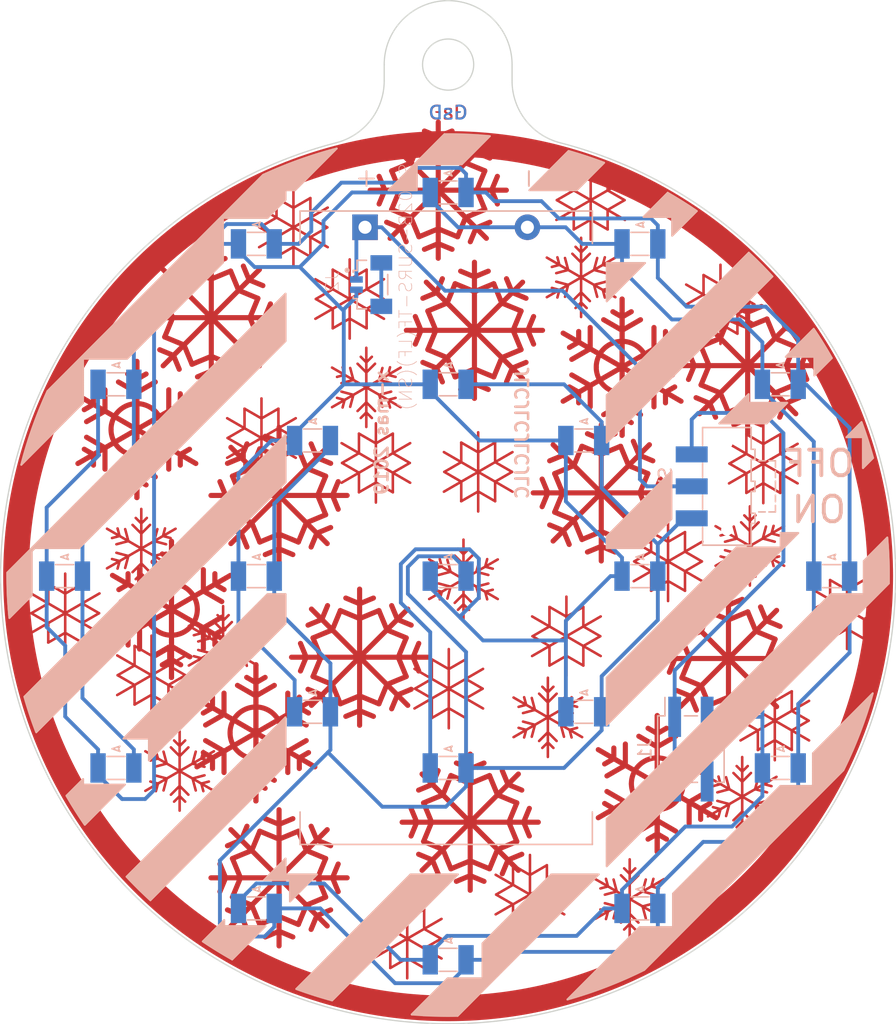
<source format=kicad_pcb>
(kicad_pcb (version 20171130) (host pcbnew 5.1.4+dfsg1-1)
  (title_block (title "LED Decoration") (date 08/12/2018) (rev v1_00) (company GsD) (comment 1 "Design: Greg Davill"))
  (layers (0 F.Cu signal) (31 B.Cu signal) (34 B.Paste user) (35 F.Paste user) (36 B.SilkS user) (37 F.SilkS user) (38 B.Mask user hide) (39 F.Mask user hide) (44 Edge.Cuts user))
  (net 0 "")
  (net 1 "Net-(BT1-Pad1)")
  (net 2 "Net-(D1-Pad2)")
  (net 3 GND)
  (net 4 "Net-(J1-Pad1)")
  (net 5 "Net-(J2-PadS1)")
  (module "xmas-led-002:JST_SM02B-SURS-TF(LF)(SN)" (layer B.Cu) (at 142.8245 77.2035 270)
    (fp_text reference J2 (at -0.21 1.885 90) (layer B.SilkS) (effects (font (thickness 0.05)) (justify mirror)))
    (fp_text value "SM02B-SURS-TF(LF)(SN)" (at 0.175 -3.865 90) (layer B.SilkS) (effects (font (thickness 0.05)) (justify mirror)))
    (pad S2 smd rect (at 1.7 -1.95 270) (size 1.2 1.7) (layers B.Cu B.Paste B.Mask) (net 5 "Net-(J2-PadS1)"))
    (pad S1 smd rect (at -1.7 -1.95 270) (size 1.2 1.7) (layers B.Cu B.Paste B.Mask) (net 5 "Net-(J2-PadS1)"))
    (pad 2 smd rect (at 0.4 0 270) (size 0.5 1) (layers B.Cu B.Paste B.Mask) (net 3 GND))
    (pad 1 smd rect (at -0.4 0 270) (size 0.5 1) (layers B.Cu B.Paste B.Mask) (net 1 "Net-(BT1-Pad1)"))
  )
  (module Connector_PinHeader_2.54mm:PinHeader_2x02_P2.54mm_Vertical_SMD (layer B.Cu) (at 168.9865 113.5255 270)
    (fp_text reference J1 (at 0 3.6 270) (layer B.SilkS) (effects (justify mirror)))
    (fp_text value Conn_02x02_Odd_Even)
    (pad 4 smd rect (at 2.525 -1.27 270) (size 3.15 1) (layers B.Cu B.Paste B.Mask) (net 3 GND))
    (pad 3 smd rect (at -2.525 -1.27 270) (size 3.15 1) (layers B.Cu B.Paste B.Mask) (net 3 GND))
    (pad 2 smd rect (at 2.525 1.27 270) (size 3.15 1) (layers B.Cu B.Paste B.Mask) (net 4 "Net-(J1-Pad1)"))
    (pad 1 smd rect (at -2.525 1.27 270) (size 3.15 1) (layers B.Cu B.Paste B.Mask) (net 4 "Net-(J1-Pad1)"))
  )
  (module Button_Switch_SMD:SW_SPDT_CK-JS102011SAQN (layer B.Cu) (at 171.8 92.98 270)
    (fp_text reference SW1 (at 0 4.8 90) (layer B.SilkS) (effects (justify mirror)))
    (fp_text value SW_SPDT)
    (pad "" np_thru_hole circle (at 3.4 0 270) (size 0.9 0.9) (drill 0.9) (layers *.Cu *.Mask))
    (pad "" np_thru_hole circle (at -3.4 0 270) (size 0.9 0.9) (drill 0.9) (layers *.Cu *.Mask))
    (pad 3 smd rect (at 2.5 2.75 270) (size 1.25 2.5) (layers B.Cu B.Paste B.Mask) (net 2 "Net-(D1-Pad2)"))
    (pad 2 smd rect (at 0 2.75 270) (size 1.25 2.5) (layers B.Cu B.Paste B.Mask) (net 1 "Net-(BT1-Pad1)"))
    (pad 1 smd rect (at -2.5 2.75 270) (size 1.25 2.5) (layers B.Cu B.Paste B.Mask) (net 4 "Net-(J1-Pad1)"))
  )
  (module pattern:Keystone_2468_2xAAA (layer B.Cu) (at 143.5 72.72 270)
    (fp_text reference BT1 (at 0 7 270) (layer B.SilkS) (effects (font (size 0 0)) (justify mirror)))
    (fp_text value Battery)
    (fp_text user - (at -3.81 -12.7 90) (layer B.SilkS) (effects (font (size 1.5 1.5)) (justify mirror)))
    (fp_text user + (at -3.81 0 90) (layer B.SilkS) (effects (font (size 1.5 1.5)) (justify mirror)))
    (pad 2 thru_hole circle (at 0 -12.7 270) (size 2 2) (drill 1.02) (layers *.Cu *.Mask) (net 3 GND))
    (pad 1 thru_hole rect (at 0 0 270) (size 2 2) (drill 1.02) (layers *.Cu *.Mask) (net 1 "Net-(BT1-Pad1)"))
  )
  (module LOGO (layer F.Cu) (at 150 63.8)
    (fp_text reference G*** hide)
    (fp_text value LOGO hide)
    (fp_poly (pts (xy -0.729586 -0.662399) (xy -0.677333 -0.647505) (xy -0.626418 -0.62313) (xy -0.603622 -0.588205) (xy -0.59668 -0.543282) (xy -0.593267 -0.492195) (xy -0.600915 -0.471095) (xy -0.629252 -0.474961) (xy -0.684652 -0.497417) (xy -0.793084 -0.52487) (xy -0.911313 -0.52619) (xy -1.021487 -0.502134) (xy -1.067329 -0.481194) (xy -1.152001 -0.414193) (xy -1.209167 -0.323118) (xy -1.240724 -0.203739) (xy -1.248833 -0.077437) (xy -1.235812 0.076285) (xy -1.196686 0.196724) (xy -1.131367 0.283993) (xy -1.039764 0.338206) (xy -0.921786 0.359477) (xy -0.902158 0.359833) (xy -0.827591 0.358133) (xy -0.78048 0.347764) (xy -0.754524 0.320825) (xy -0.743421 0.269416) (xy -0.740872 0.185636) (xy -0.740833 0.157542) (xy -0.740833 -0.019054) (xy -0.862541 -0.025402) (xy -0.931356 -0.030401) (xy -0.968596 -0.039801) (xy -0.985008 -0.059004) (xy -0.990947 -0.089958) (xy -0.997645 -0.148167) (xy -0.592666 -0.148167) (xy -0.592666 0.440359) (xy -0.661458 0.46483) (xy -0.746414 0.485276) (xy -0.850823 0.496713) (xy -0.957542 0.498477) (xy -1.049423 0.489902) (xy -1.085247 0.481267) (xy -1.208581 0.422253) (xy -1.302342 0.335079) (xy -1.367447 0.218338) (xy -1.404808 0.070623) (xy -1.413852 -0.024121) (xy -1.40885 -0.20249) (xy -1.373738 -0.351868) (xy -1.307754 -0.47377) (xy -1.210142 -0.569709) (xy -1.111404 -0.627564) (xy -0.992941 -0.664104) (xy -0.859141 -0.676016) (xy -0.729586 -0.662399)) (layer F.Cu) (width 0.01))
    (fp_poly (pts (xy 0.162577 -0.408638) (xy 0.231651 -0.397665) (xy 0.269226 -0.38476) (xy 0.285863 -0.363181) (xy 0.292122 -0.326181) (xy 0.292151 -0.325883) (xy 0.298552 -0.260216) (xy 0.140244 -0.270375) (xy 0.023554 -0.274289) (xy -0.058453 -0.267638) (xy -0.112413 -0.249068) (xy -0.144962 -0.217221) (xy -0.1483 -0.211417) (xy -0.159408 -0.158528) (xy -0.131713 -0.111118) (xy -0.063856 -0.06759) (xy -0.005378 -0.043426) (xy 0.120986 0.004376) (xy 0.212326 0.044812) (xy 0.274186 0.082617) (xy 0.312111 0.122522) (xy 0.331646 0.16926) (xy 0.338334 0.227561) (xy 0.338667 0.250217) (xy 0.332061 0.319458) (xy 0.306108 0.369754) (xy 0.275785 0.401589) (xy 0.193201 0.454029) (xy 0.081845 0.489442) (xy -0.047579 0.506087) (xy -0.184364 0.50222) (xy -0.264583 0.489528) (xy -0.310364 0.472303) (xy -0.330277 0.436937) (xy -0.334784 0.40645) (xy -0.341485 0.336834) (xy -0.228951 0.353625) (xy -0.077646 0.369325) (xy 0.038464 0.366191) (xy 0.11832 0.344321) (xy 0.151534 0.318598) (xy 0.179753 0.277874) (xy 0.1905 0.251655) (xy 0.170586 0.212403) (xy 0.114686 0.169922) (xy 0.028559 0.127998) (xy -0.031142 0.106035) (xy -0.115912 0.072019) (xy -0.195079 0.030549) (xy -0.245396 -0.004577) (xy -0.292577 -0.05312) (xy -0.313312 -0.100997) (xy -0.3175 -0.159315) (xy -0.298442 -0.24985) (xy -0.244324 -0.323152) (xy -0.159727 -0.376842) (xy -0.04923 -0.40854) (xy 0.082583 -0.415868) (xy 0.162577 -0.408638)) (layer F.Cu) (width 0.01))
    (fp_poly (pts (xy 0.809625 -0.656049) (xy 0.948894 -0.652824) (xy 1.055352 -0.641742) (xy 1.138164 -0.620435) (xy 1.206496 -0.586535) (xy 1.269512 -0.537672) (xy 1.270237 -0.537018) (xy 1.340037 -0.45732) (xy 1.386054 -0.362298) (xy 1.410458 -0.244688) (xy 1.415419 -0.097228) (xy 1.413931 -0.056017) (xy 1.39408 0.106816) (xy 1.349894 0.237949) (xy 1.279148 0.339287) (xy 1.179619 0.412731) (xy 1.049083 0.460187) (xy 0.885316 0.483556) (xy 0.779803 0.486833) (xy 0.592667 0.486833) (xy 0.592667 0.338667) (xy 0.762 0.338667) (xy 0.884039 0.338667) (xy 0.998972 0.327347) (xy 1.079303 0.299395) (xy 1.160578 0.233792) (xy 1.215228 0.137724) (xy 1.243868 0.009786) (xy 1.248834 -0.087568) (xy 1.23982 -0.236059) (xy 1.21085 -0.349515) (xy 1.159033 -0.431642) (xy 1.081476 -0.486148) (xy 0.975288 -0.516738) (xy 0.908005 -0.524408) (xy 0.762 -0.534855) (xy 0.762 0.338667) (xy 0.592667 0.338667) (xy 0.592667 -0.656167) (xy 0.809625 -0.656049)) (layer F.Cu) (width 0.01))
  )
  (module shape_003_small (layer F.Cu) (at 173 117.2)
    (fp_text reference REF** hide)
    (fp_text value shape_003_small hide)
    (fp_line (start 0 2) (end 0.434599 2.434649) (layer F.Cu) (width 0.2))
    (fp_line (start 0 -1.124543) (end -0.684298 -1.808791) (layer F.Cu) (width 0.2))
    (fp_line (start 0 -1.917441) (end 0.434599 -2.352089) (layer F.Cu) (width 0.2))
    (fp_line (start 0.684298 -1.808791) (end 0 -1.124543) (layer F.Cu) (width 0.2))
    (fp_line (start 1.944345 0.373704) (end 1.009597 0.624203) (layer F.Cu) (width 0.2))
    (fp_line (start 1.009597 0.624203) (end 1.260047 1.558951) (layer F.Cu) (width 0.2))
    (fp_line (start 0 1.207102) (end -0.684298 1.89135) (layer F.Cu) (width 0.2))
    (fp_line (start -0.434599 -2.352089) (end 0 -1.917441) (layer F.Cu) (width 0.2))
    (fp_line (start 1.855345 1.614301) (end 1.696296 1.020652) (layer F.Cu) (width 0.2))
    (fp_line (start 1.696296 1.020652) (end 2.289994 0.861603) (layer F.Cu) (width 0.2))
    (fp_line (start -0.434599 2.434649) (end 0 2) (layer F.Cu) (width 0.2))
    (fp_line (start 0.684298 1.89135) (end 0 1.207102) (layer F.Cu) (width 0.2))
    (fp_line (start -1.009648 -0.541644) (end -1.944395 -0.291145) (layer F.Cu) (width 0.2))
    (fp_line (start -1.696346 -0.938043) (end -1.855396 -1.531742) (layer F.Cu) (width 0.2))
    (fp_line (start -1.260047 1.558901) (end -1.009548 0.624153) (layer F.Cu) (width 0.2))
    (fp_line (start -1.260097 -1.476392) (end -1.009648 -0.541644) (layer F.Cu) (width 0.2))
    (fp_line (start -2.290094 -0.779043) (end -1.696346 -0.938043) (layer F.Cu) (width 0.2))
    (fp_line (start -1.009548 0.624153) (end -1.944345 0.373754) (layer F.Cu) (width 0.2))
    (fp_line (start -1.696296 1.020602) (end -1.855346 1.614351) (layer F.Cu) (width 0.2))
    (fp_line (start -2.289994 0.861553) (end -1.696296 1.020602) (layer F.Cu) (width 0.2))
    (fp_line (start 1.944445 -0.291195) (end 1.009647 -0.541694) (layer F.Cu) (width 0.2))
    (fp_line (start 1.009647 -0.541694) (end 1.260147 -1.476342) (layer F.Cu) (width 0.2))
    (fp_line (start 1.855445 -1.531792) (end 1.696396 -0.938093) (layer F.Cu) (width 0.2))
    (fp_line (start 0 3.138097) (end 0 -3.055538) (layer F.Cu) (width 0.2))
    (fp_line (start 2.681893 1.589701) (end -2.681993 -1.507092) (layer F.Cu) (width 0.2))
    (fp_line (start 1.696396 -0.938093) (end 2.290044 -0.778993) (layer F.Cu) (width 0.2))
    (fp_line (start -2.681893 1.589651) (end 2.681943 -1.507142) (layer F.Cu) (width 0.2))
  )
  (module shape_003_small (layer F.Cu) (at 132.4 105.4)
    (fp_text reference REF** hide)
    (fp_text value shape_003_small hide)
    (fp_line (start -2.681893 1.589651) (end 2.681943 -1.507142) (layer F.Cu) (width 0.2))
    (fp_line (start 1.696396 -0.938093) (end 2.290044 -0.778993) (layer F.Cu) (width 0.2))
    (fp_line (start 2.681893 1.589701) (end -2.681993 -1.507092) (layer F.Cu) (width 0.2))
    (fp_line (start 0 3.138097) (end 0 -3.055538) (layer F.Cu) (width 0.2))
    (fp_line (start 1.855445 -1.531792) (end 1.696396 -0.938093) (layer F.Cu) (width 0.2))
    (fp_line (start 1.009647 -0.541694) (end 1.260147 -1.476342) (layer F.Cu) (width 0.2))
    (fp_line (start 1.944445 -0.291195) (end 1.009647 -0.541694) (layer F.Cu) (width 0.2))
    (fp_line (start -2.289994 0.861553) (end -1.696296 1.020602) (layer F.Cu) (width 0.2))
    (fp_line (start -1.696296 1.020602) (end -1.855346 1.614351) (layer F.Cu) (width 0.2))
    (fp_line (start -1.009548 0.624153) (end -1.944345 0.373754) (layer F.Cu) (width 0.2))
    (fp_line (start -2.290094 -0.779043) (end -1.696346 -0.938043) (layer F.Cu) (width 0.2))
    (fp_line (start -1.260097 -1.476392) (end -1.009648 -0.541644) (layer F.Cu) (width 0.2))
    (fp_line (start -1.260047 1.558901) (end -1.009548 0.624153) (layer F.Cu) (width 0.2))
    (fp_line (start -1.696346 -0.938043) (end -1.855396 -1.531742) (layer F.Cu) (width 0.2))
    (fp_line (start -1.009648 -0.541644) (end -1.944395 -0.291145) (layer F.Cu) (width 0.2))
    (fp_line (start 0.684298 1.89135) (end 0 1.207102) (layer F.Cu) (width 0.2))
    (fp_line (start -0.434599 2.434649) (end 0 2) (layer F.Cu) (width 0.2))
    (fp_line (start 1.696296 1.020652) (end 2.289994 0.861603) (layer F.Cu) (width 0.2))
    (fp_line (start 1.855345 1.614301) (end 1.696296 1.020652) (layer F.Cu) (width 0.2))
    (fp_line (start -0.434599 -2.352089) (end 0 -1.917441) (layer F.Cu) (width 0.2))
    (fp_line (start 0 1.207102) (end -0.684298 1.89135) (layer F.Cu) (width 0.2))
    (fp_line (start 1.009597 0.624203) (end 1.260047 1.558951) (layer F.Cu) (width 0.2))
    (fp_line (start 1.944345 0.373704) (end 1.009597 0.624203) (layer F.Cu) (width 0.2))
    (fp_line (start 0.684298 -1.808791) (end 0 -1.124543) (layer F.Cu) (width 0.2))
    (fp_line (start 0 -1.917441) (end 0.434599 -2.352089) (layer F.Cu) (width 0.2))
    (fp_line (start 0 -1.124543) (end -0.684298 -1.808791) (layer F.Cu) (width 0.2))
    (fp_line (start 0 2) (end 0.434599 2.434649) (layer F.Cu) (width 0.2))
  )
  (module LOGO (layer B.Cu) (at 150 63.8 180)
    (fp_text reference G*** hide)
    (fp_text value LOGO hide)
    (fp_poly (pts (xy 0.809625 0.656049) (xy 0.948894 0.652824) (xy 1.055352 0.641742) (xy 1.138164 0.620435) (xy 1.206496 0.586535) (xy 1.269512 0.537672) (xy 1.270237 0.537018) (xy 1.340037 0.45732) (xy 1.386054 0.362298) (xy 1.410458 0.244688) (xy 1.415419 0.097228) (xy 1.413931 0.056017) (xy 1.39408 -0.106816) (xy 1.349894 -0.237949) (xy 1.279148 -0.339287) (xy 1.179619 -0.412731) (xy 1.049083 -0.460187) (xy 0.885316 -0.483556) (xy 0.779803 -0.486833) (xy 0.592667 -0.486833) (xy 0.592667 -0.338667) (xy 0.762 -0.338667) (xy 0.884039 -0.338667) (xy 0.998972 -0.327347) (xy 1.079303 -0.299395) (xy 1.160578 -0.233792) (xy 1.215228 -0.137724) (xy 1.243868 -0.009786) (xy 1.248834 0.087568) (xy 1.23982 0.236059) (xy 1.21085 0.349515) (xy 1.159033 0.431642) (xy 1.081476 0.486148) (xy 0.975288 0.516738) (xy 0.908005 0.524408) (xy 0.762 0.534855) (xy 0.762 -0.338667) (xy 0.592667 -0.338667) (xy 0.592667 0.656167) (xy 0.809625 0.656049)) (layer B.Cu) (width 0.01))
    (fp_poly (pts (xy 0.162577 0.408638) (xy 0.231651 0.397665) (xy 0.269226 0.38476) (xy 0.285863 0.363181) (xy 0.292122 0.326181) (xy 0.292151 0.325883) (xy 0.298552 0.260216) (xy 0.140244 0.270375) (xy 0.023554 0.274289) (xy -0.058453 0.267638) (xy -0.112413 0.249068) (xy -0.144962 0.217221) (xy -0.1483 0.211417) (xy -0.159408 0.158528) (xy -0.131713 0.111118) (xy -0.063856 0.06759) (xy -0.005378 0.043426) (xy 0.120986 -0.004376) (xy 0.212326 -0.044812) (xy 0.274186 -0.082617) (xy 0.312111 -0.122522) (xy 0.331646 -0.16926) (xy 0.338334 -0.227561) (xy 0.338667 -0.250217) (xy 0.332061 -0.319458) (xy 0.306108 -0.369754) (xy 0.275785 -0.401589) (xy 0.193201 -0.454029) (xy 0.081845 -0.489442) (xy -0.047579 -0.506087) (xy -0.184364 -0.50222) (xy -0.264583 -0.489528) (xy -0.310364 -0.472303) (xy -0.330277 -0.436937) (xy -0.334784 -0.40645) (xy -0.341485 -0.336834) (xy -0.228951 -0.353625) (xy -0.077646 -0.369325) (xy 0.038464 -0.366191) (xy 0.11832 -0.344321) (xy 0.151534 -0.318598) (xy 0.179753 -0.277874) (xy 0.1905 -0.251655) (xy 0.170586 -0.212403) (xy 0.114686 -0.169922) (xy 0.028559 -0.127998) (xy -0.031142 -0.106035) (xy -0.115912 -0.072019) (xy -0.195079 -0.030549) (xy -0.245396 0.004577) (xy -0.292577 0.05312) (xy -0.313312 0.100997) (xy -0.3175 0.159315) (xy -0.298442 0.24985) (xy -0.244324 0.323152) (xy -0.159727 0.376842) (xy -0.04923 0.40854) (xy 0.082583 0.415868) (xy 0.162577 0.408638)) (layer B.Cu) (width 0.01))
    (fp_poly (pts (xy -0.729586 0.662399) (xy -0.677333 0.647505) (xy -0.626418 0.62313) (xy -0.603622 0.588205) (xy -0.59668 0.543282) (xy -0.593267 0.492195) (xy -0.600915 0.471095) (xy -0.629252 0.474961) (xy -0.684652 0.497417) (xy -0.793084 0.52487) (xy -0.911313 0.52619) (xy -1.021487 0.502134) (xy -1.067329 0.481194) (xy -1.152001 0.414193) (xy -1.209167 0.323118) (xy -1.240724 0.203739) (xy -1.248833 0.077437) (xy -1.235812 -0.076285) (xy -1.196686 -0.196724) (xy -1.131367 -0.283993) (xy -1.039764 -0.338206) (xy -0.921786 -0.359477) (xy -0.902158 -0.359833) (xy -0.827591 -0.358133) (xy -0.78048 -0.347764) (xy -0.754524 -0.320825) (xy -0.743421 -0.269416) (xy -0.740872 -0.185636) (xy -0.740833 -0.157542) (xy -0.740833 0.019054) (xy -0.862541 0.025402) (xy -0.931356 0.030401) (xy -0.968596 0.039801) (xy -0.985008 0.059004) (xy -0.990947 0.089958) (xy -0.997645 0.148167) (xy -0.592666 0.148167) (xy -0.592666 -0.440359) (xy -0.661458 -0.46483) (xy -0.746414 -0.485276) (xy -0.850823 -0.496713) (xy -0.957542 -0.498477) (xy -1.049423 -0.489902) (xy -1.085247 -0.481267) (xy -1.208581 -0.422253) (xy -1.302342 -0.335079) (xy -1.367447 -0.218338) (xy -1.404808 -0.070623) (xy -1.413852 0.024121) (xy -1.40885 0.20249) (xy -1.373738 0.351868) (xy -1.307754 0.47377) (xy -1.210142 0.569709) (xy -1.111404 0.627564) (xy -0.992941 0.664104) (xy -0.859141 0.676016) (xy -0.729586 0.662399)) (layer B.Cu) (width 0.01))
  )
  (module pattern:LED_0807 (layer B.Cu) (at 124.019238 85)
    (fp_text reference D9 (at 0 1.6) (layer B.SilkS) (effects (font (size 0 0)) (justify mirror)))
    (fp_text value LED_RGB_SLOW)
    (pad 1 smd rect (at -1.4 0 180) (size 1.2 2.3) (layers B.Cu B.Paste B.Mask) (net 3 GND))
    (pad 2 smd rect (at 1.4 0 180) (size 1.2 2.3) (layers B.Cu B.Paste B.Mask) (net 2 "Net-(D1-Pad2)"))
  )
  (module pattern:LED_0807 (layer B.Cu) (at 135 74.019238)
    (fp_text reference D10 (at 0 1.6) (layer B.SilkS) (effects (font (size 0 0)) (justify mirror)))
    (fp_text value LED_RGB_SLOW)
    (pad 1 smd rect (at -1.4 0 180) (size 1.2 2.3) (layers B.Cu B.Paste B.Mask) (net 3 GND))
    (pad 2 smd rect (at 1.4 0 180) (size 1.2 2.3) (layers B.Cu B.Paste B.Mask) (net 2 "Net-(D1-Pad2)"))
  )
  (module pattern:LED_0807 (layer B.Cu) (at 150 70)
    (fp_text reference D11 (at 0 1.6) (layer B.SilkS) (effects (font (size 0 0)) (justify mirror)))
    (fp_text value LED_RGB_SLOW)
    (pad 1 smd rect (at -1.4 0 180) (size 1.2 2.3) (layers B.Cu B.Paste B.Mask) (net 3 GND))
    (pad 2 smd rect (at 1.4 0 180) (size 1.2 2.3) (layers B.Cu B.Paste B.Mask) (net 2 "Net-(D1-Pad2)"))
  )
  (module pattern:LED_0807 (layer B.Cu) (at 165 74.019238)
    (fp_text reference D12 (at 0 2.380762) (layer B.SilkS) (effects (font (size 0 0)) (justify mirror)))
    (fp_text value LED_RGB_SLOW)
    (pad 1 smd rect (at -1.4 0 180) (size 1.2 2.3) (layers B.Cu B.Paste B.Mask) (net 3 GND))
    (pad 2 smd rect (at 1.4 0 180) (size 1.2 2.3) (layers B.Cu B.Paste B.Mask) (net 2 "Net-(D1-Pad2)"))
  )
  (module pattern:LED_0807 (layer B.Cu) (at 175.980762 85)
    (fp_text reference D13 (at 0 1.6) (layer B.SilkS) (effects (font (size 0 0)) (justify mirror)))
    (fp_text value LED_RGB_SLOW)
    (pad 1 smd rect (at -1.4 0 180) (size 1.2 2.3) (layers B.Cu B.Paste B.Mask) (net 3 GND))
    (pad 2 smd rect (at 1.4 0 180) (size 1.2 2.3) (layers B.Cu B.Paste B.Mask) (net 2 "Net-(D1-Pad2)"))
  )
  (module pattern:LED_0807 (layer B.Cu) (at 180 100)
    (fp_text reference D14 (at 0 1.6) (layer B.SilkS) (effects (font (size 0 0)) (justify mirror)))
    (fp_text value LED_RGB_SLOW)
    (pad 1 smd rect (at -1.4 0 180) (size 1.2 2.3) (layers B.Cu B.Paste B.Mask) (net 3 GND))
    (pad 2 smd rect (at 1.4 0 180) (size 1.2 2.3) (layers B.Cu B.Paste B.Mask) (net 2 "Net-(D1-Pad2)"))
  )
  (module pattern:LED_0807 (layer B.Cu) (at 175.980762 115)
    (fp_text reference D15 (at 0 1.6) (layer B.SilkS) (effects (font (size 0 0)) (justify mirror)))
    (fp_text value LED_RGB_SLOW)
    (pad 1 smd rect (at -1.4 0 180) (size 1.2 2.3) (layers B.Cu B.Paste B.Mask) (net 3 GND))
    (pad 2 smd rect (at 1.4 0 180) (size 1.2 2.3) (layers B.Cu B.Paste B.Mask) (net 2 "Net-(D1-Pad2)"))
  )
  (module pattern:LED_0807 (layer B.Cu) (at 165 125.980762)
    (fp_text reference D16 (at 0 1.6) (layer B.SilkS) (effects (font (size 0 0)) (justify mirror)))
    (fp_text value LED_RGB_SLOW)
    (pad 1 smd rect (at -1.4 0 180) (size 1.2 2.3) (layers B.Cu B.Paste B.Mask) (net 3 GND))
    (pad 2 smd rect (at 1.4 0 180) (size 1.2 2.3) (layers B.Cu B.Paste B.Mask) (net 2 "Net-(D1-Pad2)"))
  )
  (module pattern:LED_0807 (layer B.Cu) (at 150 130)
    (fp_text reference D21 (at 0 1.6) (layer B.SilkS) (effects (font (size 0 0)) (justify mirror)))
    (fp_text value LED_RGB_SLOW)
    (pad 1 smd rect (at -1.4 0 180) (size 1.2 2.3) (layers B.Cu B.Paste B.Mask) (net 3 GND))
    (pad 2 smd rect (at 1.4 0 180) (size 1.2 2.3) (layers B.Cu B.Paste B.Mask) (net 2 "Net-(D1-Pad2)"))
  )
  (module pattern:LED_0807 (layer B.Cu) (at 135 125.980762)
    (fp_text reference D18 (at 0 1.6) (layer B.SilkS) (effects (font (size 0 0)) (justify mirror)))
    (fp_text value LED_RGB_SLOW)
    (pad 1 smd rect (at -1.4 0 180) (size 1.2 2.3) (layers B.Cu B.Paste B.Mask) (net 3 GND))
    (pad 2 smd rect (at 1.4 0 180) (size 1.2 2.3) (layers B.Cu B.Paste B.Mask) (net 2 "Net-(D1-Pad2)"))
  )
  (module pattern:LED_0807 (layer B.Cu) (at 124.019238 115)
    (fp_text reference D19 (at 0 1.6) (layer B.SilkS) (effects (font (size 0 0)) (justify mirror)))
    (fp_text value LED_RGB_SLOW)
    (pad 1 smd rect (at -1.4 0 180) (size 1.2 2.3) (layers B.Cu B.Paste B.Mask) (net 3 GND))
    (pad 2 smd rect (at 1.4 0 180) (size 1.2 2.3) (layers B.Cu B.Paste B.Mask) (net 2 "Net-(D1-Pad2)"))
  )
  (module pattern:LED_0807 (layer B.Cu) (at 120 100)
    (fp_text reference D20 (at 0 1.6) (layer B.SilkS) (effects (font (size 0 0)) (justify mirror)))
    (fp_text value LED_RGB_SLOW)
    (pad 1 smd rect (at -1.4 0 180) (size 1.2 2.3) (layers B.Cu B.Paste B.Mask) (net 3 GND))
    (pad 2 smd rect (at 1.4 0 180) (size 1.2 2.3) (layers B.Cu B.Paste B.Mask) (net 2 "Net-(D1-Pad2)"))
  )
  (module pattern:LED_0807 (layer B.Cu) (at 139.393398 89.393398)
    (fp_text reference D1 (at 0 1.6) (layer B.SilkS) (effects (font (size 0 0)) (justify mirror)))
    (fp_text value LED_RGB_SLOW)
    (pad 1 smd rect (at -1.4 0 180) (size 1.2 2.3) (layers B.Cu B.Paste B.Mask) (net 3 GND))
    (pad 2 smd rect (at 1.4 0 180) (size 1.2 2.3) (layers B.Cu B.Paste B.Mask) (net 2 "Net-(D1-Pad2)"))
  )
  (module pattern:LED_0807 (layer B.Cu) (at 150 85)
    (fp_text reference D2 (at 0 1.6) (layer B.SilkS) (effects (font (size 0 0)) (justify mirror)))
    (fp_text value LED_RGB_SLOW)
    (pad 1 smd rect (at -1.4 0 180) (size 1.2 2.3) (layers B.Cu B.Paste B.Mask) (net 3 GND))
    (pad 2 smd rect (at 1.4 0 180) (size 1.2 2.3) (layers B.Cu B.Paste B.Mask) (net 2 "Net-(D1-Pad2)"))
  )
  (module pattern:LED_0807 (layer B.Cu) (at 160.606602 89.393398)
    (fp_text reference D3 (at 0 1.6) (layer B.SilkS) (effects (font (size 0 0)) (justify mirror)))
    (fp_text value LED_RGB_SLOW)
    (pad 1 smd rect (at -1.4 0 180) (size 1.2 2.3) (layers B.Cu B.Paste B.Mask) (net 3 GND))
    (pad 2 smd rect (at 1.4 0 180) (size 1.2 2.3) (layers B.Cu B.Paste B.Mask) (net 2 "Net-(D1-Pad2)"))
  )
  (module pattern:LED_0807 (layer B.Cu) (at 165 100)
    (fp_text reference D4 (at 0 1.6) (layer B.SilkS) (effects (font (size 0 0)) (justify mirror)))
    (fp_text value LED_RGB_SLOW)
    (pad 1 smd rect (at -1.4 0 180) (size 1.2 2.3) (layers B.Cu B.Paste B.Mask) (net 3 GND))
    (pad 2 smd rect (at 1.4 0 180) (size 1.2 2.3) (layers B.Cu B.Paste B.Mask) (net 2 "Net-(D1-Pad2)"))
  )
  (module pattern:LED_0807 (layer B.Cu) (at 160.606602 110.606602)
    (fp_text reference D5 (at 0 1.6) (layer B.SilkS) (effects (font (size 0 0)) (justify mirror)))
    (fp_text value LED_RGB_SLOW)
    (pad 1 smd rect (at -1.4 0 180) (size 1.2 2.3) (layers B.Cu B.Paste B.Mask) (net 3 GND))
    (pad 2 smd rect (at 1.4 0 180) (size 1.2 2.3) (layers B.Cu B.Paste B.Mask) (net 2 "Net-(D1-Pad2)"))
  )
  (module pattern:LED_0807 (layer B.Cu) (at 150 115)
    (fp_text reference D6 (at 0 1.6) (layer B.SilkS) (effects (font (size 0 0)) (justify mirror)))
    (fp_text value LED_RGB_SLOW)
    (pad 1 smd rect (at -1.4 0 180) (size 1.2 2.3) (layers B.Cu B.Paste B.Mask) (net 3 GND))
    (pad 2 smd rect (at 1.4 0 180) (size 1.2 2.3) (layers B.Cu B.Paste B.Mask) (net 2 "Net-(D1-Pad2)"))
  )
  (module pattern:LED_0807 (layer B.Cu) (at 139.393398 110.606602)
    (fp_text reference D7 (at 0 1.6) (layer B.SilkS) (effects (font (size 0 0)) (justify mirror)))
    (fp_text value LED_RGB_SLOW)
    (pad 1 smd rect (at -1.4 0 180) (size 1.2 2.3) (layers B.Cu B.Paste B.Mask) (net 3 GND))
    (pad 2 smd rect (at 1.4 0 180) (size 1.2 2.3) (layers B.Cu B.Paste B.Mask) (net 2 "Net-(D1-Pad2)"))
  )
  (module pattern:LED_0807 (layer B.Cu) (at 135 100)
    (fp_text reference D8 (at 0 1.6) (layer B.SilkS) (effects (font (size 0 0)) (justify mirror)))
    (fp_text value LED_RGB_SLOW)
    (pad 1 smd rect (at -1.4 0 180) (size 1.2 2.3) (layers B.Cu B.Paste B.Mask) (net 3 GND))
    (pad 2 smd rect (at 1.4 0 180) (size 1.2 2.3) (layers B.Cu B.Paste B.Mask) (net 2 "Net-(D1-Pad2)"))
  )
  (module pattern:LED_0807 (layer B.Cu) (at 150 100)
    (fp_text reference D17 (at 0 1.6) (layer B.SilkS) (effects (font (size 0 0)) (justify mirror)))
    (fp_text value LED_RGB_SLOW)
    (pad 1 smd rect (at -1.4 0 180) (size 1.2 2.3) (layers B.Cu B.Paste B.Mask) (net 3 GND))
    (pad 2 smd rect (at 1.4 0 180) (size 1.2 2.3) (layers B.Cu B.Paste B.Mask) (net 2 "Net-(D1-Pad2)"))
  )
  (module shape_003_small (layer F.Cu) (at 160.4 76.6)
    (fp_text reference REF** hide)
    (fp_text value shape_003_small hide)
    (fp_line (start -2.681893 1.589651) (end 2.681943 -1.507142) (layer F.Cu) (width 0.2))
    (fp_line (start 1.696396 -0.938093) (end 2.290044 -0.778993) (layer F.Cu) (width 0.2))
    (fp_line (start 2.681893 1.589701) (end -2.681993 -1.507092) (layer F.Cu) (width 0.2))
    (fp_line (start 0 3.138097) (end 0 -3.055538) (layer F.Cu) (width 0.2))
    (fp_line (start 1.855445 -1.531792) (end 1.696396 -0.938093) (layer F.Cu) (width 0.2))
    (fp_line (start 1.009647 -0.541694) (end 1.260147 -1.476342) (layer F.Cu) (width 0.2))
    (fp_line (start 1.944445 -0.291195) (end 1.009647 -0.541694) (layer F.Cu) (width 0.2))
    (fp_line (start -2.289994 0.861553) (end -1.696296 1.020602) (layer F.Cu) (width 0.2))
    (fp_line (start -1.696296 1.020602) (end -1.855346 1.614351) (layer F.Cu) (width 0.2))
    (fp_line (start -1.009548 0.624153) (end -1.944345 0.373754) (layer F.Cu) (width 0.2))
    (fp_line (start -2.290094 -0.779043) (end -1.696346 -0.938043) (layer F.Cu) (width 0.2))
    (fp_line (start -1.260097 -1.476392) (end -1.009648 -0.541644) (layer F.Cu) (width 0.2))
    (fp_line (start -1.260047 1.558901) (end -1.009548 0.624153) (layer F.Cu) (width 0.2))
    (fp_line (start -1.696346 -0.938043) (end -1.855396 -1.531742) (layer F.Cu) (width 0.2))
    (fp_line (start -1.009648 -0.541644) (end -1.944395 -0.291145) (layer F.Cu) (width 0.2))
    (fp_line (start 0.684298 1.89135) (end 0 1.207102) (layer F.Cu) (width 0.2))
    (fp_line (start -0.434599 2.434649) (end 0 2) (layer F.Cu) (width 0.2))
    (fp_line (start 1.696296 1.020652) (end 2.289994 0.861603) (layer F.Cu) (width 0.2))
    (fp_line (start 1.855345 1.614301) (end 1.696296 1.020652) (layer F.Cu) (width 0.2))
    (fp_line (start -0.434599 -2.352089) (end 0 -1.917441) (layer F.Cu) (width 0.2))
    (fp_line (start 0 1.207102) (end -0.684298 1.89135) (layer F.Cu) (width 0.2))
    (fp_line (start 1.009597 0.624203) (end 1.260047 1.558951) (layer F.Cu) (width 0.2))
    (fp_line (start 1.944345 0.373704) (end 1.009597 0.624203) (layer F.Cu) (width 0.2))
    (fp_line (start 0.684298 -1.808791) (end 0 -1.124543) (layer F.Cu) (width 0.2))
    (fp_line (start 0 -1.917441) (end 0.434599 -2.352089) (layer F.Cu) (width 0.2))
    (fp_line (start 0 -1.124543) (end -0.684298 -1.808791) (layer F.Cu) (width 0.2))
    (fp_line (start 0 2) (end 0.434599 2.434649) (layer F.Cu) (width 0.2))
  )
  (module shape_003_small (layer F.Cu) (at 164.2 125.2)
    (fp_text reference REF** hide)
    (fp_text value shape_003_small hide)
    (fp_line (start 0 2) (end 0.434599 2.434649) (layer F.Cu) (width 0.2))
    (fp_line (start 0 -1.124543) (end -0.684298 -1.808791) (layer F.Cu) (width 0.2))
    (fp_line (start 0 -1.917441) (end 0.434599 -2.352089) (layer F.Cu) (width 0.2))
    (fp_line (start 0.684298 -1.808791) (end 0 -1.124543) (layer F.Cu) (width 0.2))
    (fp_line (start 1.944345 0.373704) (end 1.009597 0.624203) (layer F.Cu) (width 0.2))
    (fp_line (start 1.009597 0.624203) (end 1.260047 1.558951) (layer F.Cu) (width 0.2))
    (fp_line (start 0 1.207102) (end -0.684298 1.89135) (layer F.Cu) (width 0.2))
    (fp_line (start -0.434599 -2.352089) (end 0 -1.917441) (layer F.Cu) (width 0.2))
    (fp_line (start 1.855345 1.614301) (end 1.696296 1.020652) (layer F.Cu) (width 0.2))
    (fp_line (start 1.696296 1.020652) (end 2.289994 0.861603) (layer F.Cu) (width 0.2))
    (fp_line (start -0.434599 2.434649) (end 0 2) (layer F.Cu) (width 0.2))
    (fp_line (start 0.684298 1.89135) (end 0 1.207102) (layer F.Cu) (width 0.2))
    (fp_line (start -1.009648 -0.541644) (end -1.944395 -0.291145) (layer F.Cu) (width 0.2))
    (fp_line (start -1.696346 -0.938043) (end -1.855396 -1.531742) (layer F.Cu) (width 0.2))
    (fp_line (start -1.260047 1.558901) (end -1.009548 0.624153) (layer F.Cu) (width 0.2))
    (fp_line (start -1.260097 -1.476392) (end -1.009648 -0.541644) (layer F.Cu) (width 0.2))
    (fp_line (start -2.290094 -0.779043) (end -1.696346 -0.938043) (layer F.Cu) (width 0.2))
    (fp_line (start -1.009548 0.624153) (end -1.944345 0.373754) (layer F.Cu) (width 0.2))
    (fp_line (start -1.696296 1.020602) (end -1.855346 1.614351) (layer F.Cu) (width 0.2))
    (fp_line (start -2.289994 0.861553) (end -1.696296 1.020602) (layer F.Cu) (width 0.2))
    (fp_line (start 1.944445 -0.291195) (end 1.009647 -0.541694) (layer F.Cu) (width 0.2))
    (fp_line (start 1.009647 -0.541694) (end 1.260147 -1.476342) (layer F.Cu) (width 0.2))
    (fp_line (start 1.855445 -1.531792) (end 1.696396 -0.938093) (layer F.Cu) (width 0.2))
    (fp_line (start 0 3.138097) (end 0 -3.055538) (layer F.Cu) (width 0.2))
    (fp_line (start 2.681893 1.589701) (end -2.681993 -1.507092) (layer F.Cu) (width 0.2))
    (fp_line (start 1.696396 -0.938093) (end 2.290044 -0.778993) (layer F.Cu) (width 0.2))
    (fp_line (start -2.681893 1.589651) (end 2.681943 -1.507142) (layer F.Cu) (width 0.2))
  )
  (module shape_003_small (layer F.Cu) (at 173.6 97.6)
    (fp_text reference REF** hide)
    (fp_text value shape_003_small hide)
    (fp_line (start -2.681893 1.589651) (end 2.681943 -1.507142) (layer F.Cu) (width 0.2))
    (fp_line (start 1.696396 -0.938093) (end 2.290044 -0.778993) (layer F.Cu) (width 0.2))
    (fp_line (start 2.681893 1.589701) (end -2.681993 -1.507092) (layer F.Cu) (width 0.2))
    (fp_line (start 0 3.138097) (end 0 -3.055538) (layer F.Cu) (width 0.2))
    (fp_line (start 1.855445 -1.531792) (end 1.696396 -0.938093) (layer F.Cu) (width 0.2))
    (fp_line (start 1.009647 -0.541694) (end 1.260147 -1.476342) (layer F.Cu) (width 0.2))
    (fp_line (start 1.944445 -0.291195) (end 1.009647 -0.541694) (layer F.Cu) (width 0.2))
    (fp_line (start -2.289994 0.861553) (end -1.696296 1.020602) (layer F.Cu) (width 0.2))
    (fp_line (start -1.696296 1.020602) (end -1.855346 1.614351) (layer F.Cu) (width 0.2))
    (fp_line (start -1.009548 0.624153) (end -1.944345 0.373754) (layer F.Cu) (width 0.2))
    (fp_line (start -2.290094 -0.779043) (end -1.696346 -0.938043) (layer F.Cu) (width 0.2))
    (fp_line (start -1.260097 -1.476392) (end -1.009648 -0.541644) (layer F.Cu) (width 0.2))
    (fp_line (start -1.260047 1.558901) (end -1.009548 0.624153) (layer F.Cu) (width 0.2))
    (fp_line (start -1.696346 -0.938043) (end -1.855396 -1.531742) (layer F.Cu) (width 0.2))
    (fp_line (start -1.009648 -0.541644) (end -1.944395 -0.291145) (layer F.Cu) (width 0.2))
    (fp_line (start 0.684298 1.89135) (end 0 1.207102) (layer F.Cu) (width 0.2))
    (fp_line (start -0.434599 2.434649) (end 0 2) (layer F.Cu) (width 0.2))
    (fp_line (start 1.696296 1.020652) (end 2.289994 0.861603) (layer F.Cu) (width 0.2))
    (fp_line (start 1.855345 1.614301) (end 1.696296 1.020652) (layer F.Cu) (width 0.2))
    (fp_line (start -0.434599 -2.352089) (end 0 -1.917441) (layer F.Cu) (width 0.2))
    (fp_line (start 0 1.207102) (end -0.684298 1.89135) (layer F.Cu) (width 0.2))
    (fp_line (start 1.009597 0.624203) (end 1.260047 1.558951) (layer F.Cu) (width 0.2))
    (fp_line (start 1.944345 0.373704) (end 1.009597 0.624203) (layer F.Cu) (width 0.2))
    (fp_line (start 0.684298 -1.808791) (end 0 -1.124543) (layer F.Cu) (width 0.2))
    (fp_line (start 0 -1.917441) (end 0.434599 -2.352089) (layer F.Cu) (width 0.2))
    (fp_line (start 0 -1.124543) (end -0.684298 -1.808791) (layer F.Cu) (width 0.2))
    (fp_line (start 0 2) (end 0.434599 2.434649) (layer F.Cu) (width 0.2))
  )
  (module shape_003_small (layer F.Cu) (at 143.6 85.2)
    (fp_text reference REF** hide)
    (fp_text value shape_003_small hide)
    (fp_line (start 0 2) (end 0.434599 2.434649) (layer F.Cu) (width 0.2))
    (fp_line (start 0 -1.124543) (end -0.684298 -1.808791) (layer F.Cu) (width 0.2))
    (fp_line (start 0 -1.917441) (end 0.434599 -2.352089) (layer F.Cu) (width 0.2))
    (fp_line (start 0.684298 -1.808791) (end 0 -1.124543) (layer F.Cu) (width 0.2))
    (fp_line (start 1.944345 0.373704) (end 1.009597 0.624203) (layer F.Cu) (width 0.2))
    (fp_line (start 1.009597 0.624203) (end 1.260047 1.558951) (layer F.Cu) (width 0.2))
    (fp_line (start 0 1.207102) (end -0.684298 1.89135) (layer F.Cu) (width 0.2))
    (fp_line (start -0.434599 -2.352089) (end 0 -1.917441) (layer F.Cu) (width 0.2))
    (fp_line (start 1.855345 1.614301) (end 1.696296 1.020652) (layer F.Cu) (width 0.2))
    (fp_line (start 1.696296 1.020652) (end 2.289994 0.861603) (layer F.Cu) (width 0.2))
    (fp_line (start -0.434599 2.434649) (end 0 2) (layer F.Cu) (width 0.2))
    (fp_line (start 0.684298 1.89135) (end 0 1.207102) (layer F.Cu) (width 0.2))
    (fp_line (start -1.009648 -0.541644) (end -1.944395 -0.291145) (layer F.Cu) (width 0.2))
    (fp_line (start -1.696346 -0.938043) (end -1.855396 -1.531742) (layer F.Cu) (width 0.2))
    (fp_line (start -1.260047 1.558901) (end -1.009548 0.624153) (layer F.Cu) (width 0.2))
    (fp_line (start -1.260097 -1.476392) (end -1.009648 -0.541644) (layer F.Cu) (width 0.2))
    (fp_line (start -2.290094 -0.779043) (end -1.696346 -0.938043) (layer F.Cu) (width 0.2))
    (fp_line (start -1.009548 0.624153) (end -1.944345 0.373754) (layer F.Cu) (width 0.2))
    (fp_line (start -1.696296 1.020602) (end -1.855346 1.614351) (layer F.Cu) (width 0.2))
    (fp_line (start -2.289994 0.861553) (end -1.696296 1.020602) (layer F.Cu) (width 0.2))
    (fp_line (start 1.944445 -0.291195) (end 1.009647 -0.541694) (layer F.Cu) (width 0.2))
    (fp_line (start 1.009647 -0.541694) (end 1.260147 -1.476342) (layer F.Cu) (width 0.2))
    (fp_line (start 1.855445 -1.531792) (end 1.696396 -0.938093) (layer F.Cu) (width 0.2))
    (fp_line (start 0 3.138097) (end 0 -3.055538) (layer F.Cu) (width 0.2))
    (fp_line (start 2.681893 1.589701) (end -2.681993 -1.507092) (layer F.Cu) (width 0.2))
    (fp_line (start 1.696396 -0.938093) (end 2.290044 -0.778993) (layer F.Cu) (width 0.2))
    (fp_line (start -2.681893 1.589651) (end 2.681943 -1.507142) (layer F.Cu) (width 0.2))
  )
  (module shape_003_small (layer F.Cu) (at 157.8 111)
    (fp_text reference REF** hide)
    (fp_text value shape_003_small hide)
    (fp_line (start -2.681893 1.589651) (end 2.681943 -1.507142) (layer F.Cu) (width 0.2))
    (fp_line (start 1.696396 -0.938093) (end 2.290044 -0.778993) (layer F.Cu) (width 0.2))
    (fp_line (start 2.681893 1.589701) (end -2.681993 -1.507092) (layer F.Cu) (width 0.2))
    (fp_line (start 0 3.138097) (end 0 -3.055538) (layer F.Cu) (width 0.2))
    (fp_line (start 1.855445 -1.531792) (end 1.696396 -0.938093) (layer F.Cu) (width 0.2))
    (fp_line (start 1.009647 -0.541694) (end 1.260147 -1.476342) (layer F.Cu) (width 0.2))
    (fp_line (start 1.944445 -0.291195) (end 1.009647 -0.541694) (layer F.Cu) (width 0.2))
    (fp_line (start -2.289994 0.861553) (end -1.696296 1.020602) (layer F.Cu) (width 0.2))
    (fp_line (start -1.696296 1.020602) (end -1.855346 1.614351) (layer F.Cu) (width 0.2))
    (fp_line (start -1.009548 0.624153) (end -1.944345 0.373754) (layer F.Cu) (width 0.2))
    (fp_line (start -2.290094 -0.779043) (end -1.696346 -0.938043) (layer F.Cu) (width 0.2))
    (fp_line (start -1.260097 -1.476392) (end -1.009648 -0.541644) (layer F.Cu) (width 0.2))
    (fp_line (start -1.260047 1.558901) (end -1.009548 0.624153) (layer F.Cu) (width 0.2))
    (fp_line (start -1.696346 -0.938043) (end -1.855396 -1.531742) (layer F.Cu) (width 0.2))
    (fp_line (start -1.009648 -0.541644) (end -1.944395 -0.291145) (layer F.Cu) (width 0.2))
    (fp_line (start 0.684298 1.89135) (end 0 1.207102) (layer F.Cu) (width 0.2))
    (fp_line (start -0.434599 2.434649) (end 0 2) (layer F.Cu) (width 0.2))
    (fp_line (start 1.696296 1.020652) (end 2.289994 0.861603) (layer F.Cu) (width 0.2))
    (fp_line (start 1.855345 1.614301) (end 1.696296 1.020652) (layer F.Cu) (width 0.2))
    (fp_line (start -0.434599 -2.352089) (end 0 -1.917441) (layer F.Cu) (width 0.2))
    (fp_line (start 0 1.207102) (end -0.684298 1.89135) (layer F.Cu) (width 0.2))
    (fp_line (start 1.009597 0.624203) (end 1.260047 1.558951) (layer F.Cu) (width 0.2))
    (fp_line (start 1.944345 0.373704) (end 1.009597 0.624203) (layer F.Cu) (width 0.2))
    (fp_line (start 0.684298 -1.808791) (end 0 -1.124543) (layer F.Cu) (width 0.2))
    (fp_line (start 0 -1.917441) (end 0.434599 -2.352089) (layer F.Cu) (width 0.2))
    (fp_line (start 0 -1.124543) (end -0.684298 -1.808791) (layer F.Cu) (width 0.2))
    (fp_line (start 0 2) (end 0.434599 2.434649) (layer F.Cu) (width 0.2))
  )
  (module shape_003_small (layer F.Cu) (at 151.2 100.2)
    (fp_text reference REF** hide)
    (fp_text value shape_003_small hide)
    (fp_line (start 0 2) (end 0.434599 2.434649) (layer F.Cu) (width 0.2))
    (fp_line (start 0 -1.124543) (end -0.684298 -1.808791) (layer F.Cu) (width 0.2))
    (fp_line (start 0 -1.917441) (end 0.434599 -2.352089) (layer F.Cu) (width 0.2))
    (fp_line (start 0.684298 -1.808791) (end 0 -1.124543) (layer F.Cu) (width 0.2))
    (fp_line (start 1.944345 0.373704) (end 1.009597 0.624203) (layer F.Cu) (width 0.2))
    (fp_line (start 1.009597 0.624203) (end 1.260047 1.558951) (layer F.Cu) (width 0.2))
    (fp_line (start 0 1.207102) (end -0.684298 1.89135) (layer F.Cu) (width 0.2))
    (fp_line (start -0.434599 -2.352089) (end 0 -1.917441) (layer F.Cu) (width 0.2))
    (fp_line (start 1.855345 1.614301) (end 1.696296 1.020652) (layer F.Cu) (width 0.2))
    (fp_line (start 1.696296 1.020652) (end 2.289994 0.861603) (layer F.Cu) (width 0.2))
    (fp_line (start -0.434599 2.434649) (end 0 2) (layer F.Cu) (width 0.2))
    (fp_line (start 0.684298 1.89135) (end 0 1.207102) (layer F.Cu) (width 0.2))
    (fp_line (start -1.009648 -0.541644) (end -1.944395 -0.291145) (layer F.Cu) (width 0.2))
    (fp_line (start -1.696346 -0.938043) (end -1.855396 -1.531742) (layer F.Cu) (width 0.2))
    (fp_line (start -1.260047 1.558901) (end -1.009548 0.624153) (layer F.Cu) (width 0.2))
    (fp_line (start -1.260097 -1.476392) (end -1.009648 -0.541644) (layer F.Cu) (width 0.2))
    (fp_line (start -2.290094 -0.779043) (end -1.696346 -0.938043) (layer F.Cu) (width 0.2))
    (fp_line (start -1.009548 0.624153) (end -1.944345 0.373754) (layer F.Cu) (width 0.2))
    (fp_line (start -1.696296 1.020602) (end -1.855346 1.614351) (layer F.Cu) (width 0.2))
    (fp_line (start -2.289994 0.861553) (end -1.696296 1.020602) (layer F.Cu) (width 0.2))
    (fp_line (start 1.944445 -0.291195) (end 1.009647 -0.541694) (layer F.Cu) (width 0.2))
    (fp_line (start 1.009647 -0.541694) (end 1.260147 -1.476342) (layer F.Cu) (width 0.2))
    (fp_line (start 1.855445 -1.531792) (end 1.696396 -0.938093) (layer F.Cu) (width 0.2))
    (fp_line (start 0 3.138097) (end 0 -3.055538) (layer F.Cu) (width 0.2))
    (fp_line (start 2.681893 1.589701) (end -2.681993 -1.507092) (layer F.Cu) (width 0.2))
    (fp_line (start 1.696396 -0.938093) (end 2.290044 -0.778993) (layer F.Cu) (width 0.2))
    (fp_line (start -2.681893 1.589651) (end 2.681943 -1.507142) (layer F.Cu) (width 0.2))
  )
  (module shape_003_small (layer F.Cu) (at 126 97.8)
    (fp_text reference REF** hide)
    (fp_text value shape_003_small hide)
    (fp_line (start -2.681893 1.589651) (end 2.681943 -1.507142) (layer F.Cu) (width 0.2))
    (fp_line (start 1.696396 -0.938093) (end 2.290044 -0.778993) (layer F.Cu) (width 0.2))
    (fp_line (start 2.681893 1.589701) (end -2.681993 -1.507092) (layer F.Cu) (width 0.2))
    (fp_line (start 0 3.138097) (end 0 -3.055538) (layer F.Cu) (width 0.2))
    (fp_line (start 1.855445 -1.531792) (end 1.696396 -0.938093) (layer F.Cu) (width 0.2))
    (fp_line (start 1.009647 -0.541694) (end 1.260147 -1.476342) (layer F.Cu) (width 0.2))
    (fp_line (start 1.944445 -0.291195) (end 1.009647 -0.541694) (layer F.Cu) (width 0.2))
    (fp_line (start -2.289994 0.861553) (end -1.696296 1.020602) (layer F.Cu) (width 0.2))
    (fp_line (start -1.696296 1.020602) (end -1.855346 1.614351) (layer F.Cu) (width 0.2))
    (fp_line (start -1.009548 0.624153) (end -1.944345 0.373754) (layer F.Cu) (width 0.2))
    (fp_line (start -2.290094 -0.779043) (end -1.696346 -0.938043) (layer F.Cu) (width 0.2))
    (fp_line (start -1.260097 -1.476392) (end -1.009648 -0.541644) (layer F.Cu) (width 0.2))
    (fp_line (start -1.260047 1.558901) (end -1.009548 0.624153) (layer F.Cu) (width 0.2))
    (fp_line (start -1.696346 -0.938043) (end -1.855396 -1.531742) (layer F.Cu) (width 0.2))
    (fp_line (start -1.009648 -0.541644) (end -1.944395 -0.291145) (layer F.Cu) (width 0.2))
    (fp_line (start 0.684298 1.89135) (end 0 1.207102) (layer F.Cu) (width 0.2))
    (fp_line (start -0.434599 2.434649) (end 0 2) (layer F.Cu) (width 0.2))
    (fp_line (start 1.696296 1.020652) (end 2.289994 0.861603) (layer F.Cu) (width 0.2))
    (fp_line (start 1.855345 1.614301) (end 1.696296 1.020652) (layer F.Cu) (width 0.2))
    (fp_line (start -0.434599 -2.352089) (end 0 -1.917441) (layer F.Cu) (width 0.2))
    (fp_line (start 0 1.207102) (end -0.684298 1.89135) (layer F.Cu) (width 0.2))
    (fp_line (start 1.009597 0.624203) (end 1.260047 1.558951) (layer F.Cu) (width 0.2))
    (fp_line (start 1.944345 0.373704) (end 1.009597 0.624203) (layer F.Cu) (width 0.2))
    (fp_line (start 0.684298 -1.808791) (end 0 -1.124543) (layer F.Cu) (width 0.2))
    (fp_line (start 0 -1.917441) (end 0.434599 -2.352089) (layer F.Cu) (width 0.2))
    (fp_line (start 0 -1.124543) (end -0.684298 -1.808791) (layer F.Cu) (width 0.2))
    (fp_line (start 0 2) (end 0.434599 2.434649) (layer F.Cu) (width 0.2))
  )
  (module shape_003_small (layer F.Cu) (at 129 115.2)
    (fp_text reference REF** hide)
    (fp_text value shape_003_small hide)
    (fp_line (start 0 2) (end 0.434599 2.434649) (layer F.Cu) (width 0.2))
    (fp_line (start 0 -1.124543) (end -0.684298 -1.808791) (layer F.Cu) (width 0.2))
    (fp_line (start 0 -1.917441) (end 0.434599 -2.352089) (layer F.Cu) (width 0.2))
    (fp_line (start 0.684298 -1.808791) (end 0 -1.124543) (layer F.Cu) (width 0.2))
    (fp_line (start 1.944345 0.373704) (end 1.009597 0.624203) (layer F.Cu) (width 0.2))
    (fp_line (start 1.009597 0.624203) (end 1.260047 1.558951) (layer F.Cu) (width 0.2))
    (fp_line (start 0 1.207102) (end -0.684298 1.89135) (layer F.Cu) (width 0.2))
    (fp_line (start -0.434599 -2.352089) (end 0 -1.917441) (layer F.Cu) (width 0.2))
    (fp_line (start 1.855345 1.614301) (end 1.696296 1.020652) (layer F.Cu) (width 0.2))
    (fp_line (start 1.696296 1.020652) (end 2.289994 0.861603) (layer F.Cu) (width 0.2))
    (fp_line (start -0.434599 2.434649) (end 0 2) (layer F.Cu) (width 0.2))
    (fp_line (start 0.684298 1.89135) (end 0 1.207102) (layer F.Cu) (width 0.2))
    (fp_line (start -1.009648 -0.541644) (end -1.944395 -0.291145) (layer F.Cu) (width 0.2))
    (fp_line (start -1.696346 -0.938043) (end -1.855396 -1.531742) (layer F.Cu) (width 0.2))
    (fp_line (start -1.260047 1.558901) (end -1.009548 0.624153) (layer F.Cu) (width 0.2))
    (fp_line (start -1.260097 -1.476392) (end -1.009648 -0.541644) (layer F.Cu) (width 0.2))
    (fp_line (start -2.290094 -0.779043) (end -1.696346 -0.938043) (layer F.Cu) (width 0.2))
    (fp_line (start -1.009548 0.624153) (end -1.944345 0.373754) (layer F.Cu) (width 0.2))
    (fp_line (start -1.696296 1.020602) (end -1.855346 1.614351) (layer F.Cu) (width 0.2))
    (fp_line (start -2.289994 0.861553) (end -1.696296 1.020602) (layer F.Cu) (width 0.2))
    (fp_line (start 1.944445 -0.291195) (end 1.009647 -0.541694) (layer F.Cu) (width 0.2))
    (fp_line (start 1.009647 -0.541694) (end 1.260147 -1.476342) (layer F.Cu) (width 0.2))
    (fp_line (start 1.855445 -1.531792) (end 1.696396 -0.938093) (layer F.Cu) (width 0.2))
    (fp_line (start 0 3.138097) (end 0 -3.055538) (layer F.Cu) (width 0.2))
    (fp_line (start 2.681893 1.589701) (end -2.681993 -1.507092) (layer F.Cu) (width 0.2))
    (fp_line (start 1.696396 -0.938093) (end 2.290044 -0.778993) (layer F.Cu) (width 0.2))
    (fp_line (start -2.681893 1.589651) (end 2.681943 -1.507142) (layer F.Cu) (width 0.2))
  )
  (module shape_001_med (layer F.Cu) (at 128.156 102.54)
    (fp_text reference REF** hide)
    (fp_text value shape_001_med hide)
    (fp_line (start -2.289288 -1.379891) (end -3.730527 -0.547752) (layer F.Cu) (width 0.4))
    (fp_line (start 4.140572 -0.547752) (end 2.699247 -1.379891) (layer F.Cu) (width 0.4))
    (fp_line (start -2.289116 1.50018) (end -3.730527 0.667869) (layer F.Cu) (width 0.4))
    (fp_line (start -2.289288 -3.044083) (end -2.289288 -1.379891) (layer F.Cu) (width 0.4))
    (fp_line (start -2.289116 3.164458) (end -2.289116 1.50018) (layer F.Cu) (width 0.4))
    (fp_line (start -3.189955 2.020288) (end -3.189955 2.852255) (layer F.Cu) (width 0.4))
    (fp_line (start 3.6 2.020288) (end 4.32062 1.604133) (layer F.Cu) (width 0.4))
    (fp_line (start -3.190127 -1.9) (end -3.190127 -2.732139) (layer F.Cu) (width 0.4))
    (fp_line (start -3.910747 -1.483844) (end -3.190127 -1.9) (layer F.Cu) (width 0.4))
    (fp_line (start 3.6 2.852427) (end 3.6 2.020288) (layer F.Cu) (width 0.4))
    (fp_line (start -3.910575 1.604133) (end -3.189955 2.020288) (layer F.Cu) (width 0.4))
    (fp_line (start 0.20498 -2.819927) (end -1.236346 -3.652066) (layer F.Cu) (width 0.4))
    (fp_line (start 1.646305 -3.652066) (end 0.20498 -2.819927) (layer F.Cu) (width 0.4))
    (fp_line (start 2.699247 1.50018) (end 2.699247 3.164458) (layer F.Cu) (width 0.4))
    (fp_line (start 0.20498 -3.860144) (end 0.925685 -4.276127) (layer F.Cu) (width 0.4))
    (fp_line (start 0.20498 2.940215) (end -1.236346 3.772354) (layer F.Cu) (width 0.4))
    (fp_line (start 0.20498 3.980432) (end 0.925685 4.396416) (layer F.Cu) (width 0.4))
    (fp_line (start -0.515554 -4.276127) (end 0.20498 -3.860144) (layer F.Cu) (width 0.4))
    (fp_line (start -0.515554 4.396416) (end 0.20498 3.980432) (layer F.Cu) (width 0.4))
    (fp_line (start 1.646305 3.772354) (end 0.20498 2.940215) (layer F.Cu) (width 0.4))
    (fp_line (start 0.20498 5.385559) (end 0.20498 1.178261) (layer F.Cu) (width 0.4))
    (fp_line (start 4.1404 0.668041) (end 2.699247 1.50018) (layer F.Cu) (width 0.4))
    (fp_arc (start 0.204926 0.060284) (end -1.815868 0.060144) (angle -90.00546435) (layer F.Cu) (width 0.4))
    (fp_line (start 0.20498 -5.265356) (end 0.20498 5.385559) (layer F.Cu) (width 0.4))
    (fp_arc (start 0.204948 0.060262) (end 2.225999 0.060144) (angle -89.99577468) (layer F.Cu) (width 0.4))
    (fp_arc (start 0.204981 0.06006) (end 0.20498 -1.960789) (angle -90.00234336) (layer F.Cu) (width 0.4))
    (fp_line (start 0.20498 5.385559) (end 0.20498 -5.265356) (layer F.Cu) (width 0.4))
    (fp_arc (start 0.205003 0.060082) (end 0.20498 2.081078) (angle -89.99889574) (layer F.Cu) (width 0.4))
    (fp_line (start 3.6 -2.732139) (end 3.6 -1.9) (layer F.Cu) (width 0.4))
    (fp_line (start 2.699247 -1.379891) (end 2.699247 -3.044255) (layer F.Cu) (width 0.4))
    (fp_line (start -4.407038 2.722938) (end 4.817083 -2.602649) (layer F.Cu) (width 0.4))
    (fp_line (start 4.816911 2.722938) (end -4.407038 -2.602649) (layer F.Cu) (width 0.4))
    (fp_line (start 3.6 -1.9) (end 4.32062 -1.484016) (layer F.Cu) (width 0.4))
  )
  (module Test_001 (layer F.Cu) (at 161.05 70.67)
    (fp_text reference REF** hide)
    (fp_text value Test_001 hide)
    (fp_line (start 0.1 -1.6) (end -1.224597 -2.364748) (layer F.Cu) (width 0.2))
    (fp_line (start -1.224597 0.694294) (end -1.224597 2.22384) (layer F.Cu) (width 0.2))
    (fp_line (start 1.424697 -2.364748) (end 0.1 -1.6) (layer F.Cu) (width 0.2))
    (fp_line (start 1.424697 2.22384) (end 1.424697 0.694294) (layer F.Cu) (width 0.2))
    (fp_line (start -1.224597 -0.835302) (end -2.549193 -0.070504) (layer F.Cu) (width 0.2))
    (fp_line (start 1.424697 -0.835302) (end 1.424697 -2.364748) (layer F.Cu) (width 0.2))
    (fp_line (start -2.549193 -0.070504) (end -1.224597 0.694294) (layer F.Cu) (width 0.2))
    (fp_line (start -1.224597 2.22384) (end 0.1 1.459042) (layer F.Cu) (width 0.2))
    (fp_line (start 2.749293 -0.070504) (end 1.424697 -0.835302) (layer F.Cu) (width 0.2))
    (fp_line (start 0.1 -3.167296) (end 0.1 3.026388) (layer F.Cu) (width 0.2))
    (fp_line (start 2.781943 -1.61885) (end -2.581943 1.477992) (layer F.Cu) (width 0.2))
    (fp_line (start -2.581943 -1.61885) (end 2.781943 1.477992) (layer F.Cu) (width 0.2))
    (fp_line (start -1.224597 -2.364748) (end -1.224597 -0.835302) (layer F.Cu) (width 0.2))
    (fp_line (start 0.1 1.459042) (end 1.424697 2.22384) (layer F.Cu) (width 0.2))
    (fp_line (start 1.424697 0.694294) (end 2.749293 -0.070504) (layer F.Cu) (width 0.2))
  )
  (module Test_001 (layer F.Cu) (at 142.2 78.4)
    (fp_text reference REF** hide)
    (fp_text value Test_001 hide)
    (fp_line (start 1.424697 0.694294) (end 2.749293 -0.070504) (layer F.Cu) (width 0.2))
    (fp_line (start 0.1 1.459042) (end 1.424697 2.22384) (layer F.Cu) (width 0.2))
    (fp_line (start -1.224597 -2.364748) (end -1.224597 -0.835302) (layer F.Cu) (width 0.2))
    (fp_line (start -2.581943 -1.61885) (end 2.781943 1.477992) (layer F.Cu) (width 0.2))
    (fp_line (start 2.781943 -1.61885) (end -2.581943 1.477992) (layer F.Cu) (width 0.2))
    (fp_line (start 0.1 -3.167296) (end 0.1 3.026388) (layer F.Cu) (width 0.2))
    (fp_line (start 2.749293 -0.070504) (end 1.424697 -0.835302) (layer F.Cu) (width 0.2))
    (fp_line (start -1.224597 2.22384) (end 0.1 1.459042) (layer F.Cu) (width 0.2))
    (fp_line (start -2.549193 -0.070504) (end -1.224597 0.694294) (layer F.Cu) (width 0.2))
    (fp_line (start 1.424697 -0.835302) (end 1.424697 -2.364748) (layer F.Cu) (width 0.2))
    (fp_line (start -1.224597 -0.835302) (end -2.549193 -0.070504) (layer F.Cu) (width 0.2))
    (fp_line (start 1.424697 2.22384) (end 1.424697 0.694294) (layer F.Cu) (width 0.2))
    (fp_line (start 1.424697 -2.364748) (end 0.1 -1.6) (layer F.Cu) (width 0.2))
    (fp_line (start -1.224597 0.694294) (end -1.224597 2.22384) (layer F.Cu) (width 0.2))
    (fp_line (start 0.1 -1.6) (end -1.224597 -2.364748) (layer F.Cu) (width 0.2))
  )
  (module shape_003_med (layer F.Cu) (at 173.4 83.52)
    (fp_text reference REF** hide)
    (fp_text value shape_003_med hide)
    (fp_line (start -4.6 1.1) (end -4.152546 0.019629) (layer F.Cu) (width 0.4))
    (fp_line (start -3.619369 -1.490568) (end -2.108999 -2.116349) (layer F.Cu) (width 0.4))
    (fp_line (start -1.054252 4.645576) (end 0.025947 4.198209) (layer F.Cu) (width 0.4))
    (fp_line (start 0.025947 4.198209) (end 1.106318 4.645576) (layer F.Cu) (width 0.4))
    (fp_line (start -4.152546 0.019629) (end -4.6 -1.060655) (layer F.Cu) (width 0.4))
    (fp_line (start 1.536918 -3.626546) (end 2.162613 -2.116349) (layer F.Cu) (width 0.4))
    (fp_line (start 4.204613 0.019629) (end 4.652066 -1.060655) (layer F.Cu) (width 0.4))
    (fp_line (start 3.791724 -3.746148) (end -3.739658 3.785235) (layer F.Cu) (width 0.4))
    (fp_line (start -2.109085 2.155436) (end -3.619369 1.529741) (layer F.Cu) (width 0.4))
    (fp_line (start -1.48339 -3.626546) (end 0.026807 -3.001023) (layer F.Cu) (width 0.4))
    (fp_line (start 2.162613 -2.116349) (end 3.672725 -1.49074) (layer F.Cu) (width 0.4))
    (fp_line (start 2.533198 -4.015359) (end 2.980737 -2.935161) (layer F.Cu) (width 0.4))
    (fp_line (start 3.672725 1.529741) (end 2.162613 2.155264) (layer F.Cu) (width 0.4))
    (fp_line (start -1.48339 3.665461) (end -2.109085 2.155436) (layer F.Cu) (width 0.4))
    (fp_line (start 0.026807 3.04011) (end -1.48339 3.665461) (layer F.Cu) (width 0.4))
    (fp_line (start 2.533198 4.054618) (end 2.980737 2.974247) (layer F.Cu) (width 0.4))
    (fp_line (start -3.619369 1.529741) (end -2.993674 0.019629) (layer F.Cu) (width 0.4))
    (fp_line (start -2.928671 -2.935161) (end -2.481132 -4.015359) (layer F.Cu) (width 0.4))
    (fp_line (start -3.739658 -3.746148) (end 3.791724 3.785235) (layer F.Cu) (width 0.4))
    (fp_line (start -1.054252 -4.606489) (end 0.025947 -4.15895) (layer F.Cu) (width 0.4))
    (fp_line (start -4.008956 2.526708) (end -2.928671 2.974247) (layer F.Cu) (width 0.4))
    (fp_line (start 4.652066 1.1) (end 4.204613 0.019629) (layer F.Cu) (width 0.4))
    (fp_line (start 1.536918 3.665633) (end 0.026807 3.04011) (layer F.Cu) (width 0.4))
    (fp_line (start 3.672725 -1.49074) (end 3.047288 0.019629) (layer F.Cu) (width 0.4))
    (fp_line (start -5.299382 0.019629) (end 5.351534 0.019629) (layer F.Cu) (width 0.4))
    (fp_line (start 3.047288 0.019629) (end 3.672725 1.529741) (layer F.Cu) (width 0.4))
    (fp_line (start -2.108999 -2.116349) (end -1.48339 -3.626546) (layer F.Cu) (width 0.4))
    (fp_line (start 2.980737 -2.935161) (end 4.061022 -2.487622) (layer F.Cu) (width 0.4))
    (fp_line (start 0.025947 -4.15895) (end 1.106318 -4.606489) (layer F.Cu) (width 0.4))
    (fp_line (start -2.993674 0.019629) (end -3.619369 -1.490568) (layer F.Cu) (width 0.4))
    (fp_line (start 2.980737 2.974247) (end 4.061022 2.526708) (layer F.Cu) (width 0.4))
    (fp_line (start 0.026033 -5.305871) (end 0.026033 5.345044) (layer F.Cu) (width 0.4))
    (fp_line (start 0.026807 -3.001023) (end 1.536918 -3.626546) (layer F.Cu) (width 0.4))
    (fp_line (start 2.162613 2.155264) (end 1.536918 3.665633) (layer F.Cu) (width 0.4))
    (fp_line (start -4.008956 -2.487622) (end -2.928671 -2.935161) (layer F.Cu) (width 0.4))
    (fp_line (start -2.928671 2.974247) (end -2.481132 4.054618) (layer F.Cu) (width 0.4))
  )
  (module shape_003_med (layer F.Cu) (at 171.9 106.42)
    (fp_text reference REF** hide)
    (fp_text value shape_003_med hide)
    (fp_line (start -2.928671 2.974247) (end -2.481132 4.054618) (layer F.Cu) (width 0.4))
    (fp_line (start -4.008956 -2.487622) (end -2.928671 -2.935161) (layer F.Cu) (width 0.4))
    (fp_line (start 2.162613 2.155264) (end 1.536918 3.665633) (layer F.Cu) (width 0.4))
    (fp_line (start 0.026807 -3.001023) (end 1.536918 -3.626546) (layer F.Cu) (width 0.4))
    (fp_line (start 0.026033 -5.305871) (end 0.026033 5.345044) (layer F.Cu) (width 0.4))
    (fp_line (start 2.980737 2.974247) (end 4.061022 2.526708) (layer F.Cu) (width 0.4))
    (fp_line (start -2.993674 0.019629) (end -3.619369 -1.490568) (layer F.Cu) (width 0.4))
    (fp_line (start 0.025947 -4.15895) (end 1.106318 -4.606489) (layer F.Cu) (width 0.4))
    (fp_line (start 2.980737 -2.935161) (end 4.061022 -2.487622) (layer F.Cu) (width 0.4))
    (fp_line (start -2.108999 -2.116349) (end -1.48339 -3.626546) (layer F.Cu) (width 0.4))
    (fp_line (start 3.047288 0.019629) (end 3.672725 1.529741) (layer F.Cu) (width 0.4))
    (fp_line (start -5.299382 0.019629) (end 5.351534 0.019629) (layer F.Cu) (width 0.4))
    (fp_line (start 3.672725 -1.49074) (end 3.047288 0.019629) (layer F.Cu) (width 0.4))
    (fp_line (start 1.536918 3.665633) (end 0.026807 3.04011) (layer F.Cu) (width 0.4))
    (fp_line (start 4.652066 1.1) (end 4.204613 0.019629) (layer F.Cu) (width 0.4))
    (fp_line (start -4.008956 2.526708) (end -2.928671 2.974247) (layer F.Cu) (width 0.4))
    (fp_line (start -1.054252 -4.606489) (end 0.025947 -4.15895) (layer F.Cu) (width 0.4))
    (fp_line (start -3.739658 -3.746148) (end 3.791724 3.785235) (layer F.Cu) (width 0.4))
    (fp_line (start -2.928671 -2.935161) (end -2.481132 -4.015359) (layer F.Cu) (width 0.4))
    (fp_line (start -3.619369 1.529741) (end -2.993674 0.019629) (layer F.Cu) (width 0.4))
    (fp_line (start 2.533198 4.054618) (end 2.980737 2.974247) (layer F.Cu) (width 0.4))
    (fp_line (start 0.026807 3.04011) (end -1.48339 3.665461) (layer F.Cu) (width 0.4))
    (fp_line (start -1.48339 3.665461) (end -2.109085 2.155436) (layer F.Cu) (width 0.4))
    (fp_line (start 3.672725 1.529741) (end 2.162613 2.155264) (layer F.Cu) (width 0.4))
    (fp_line (start 2.533198 -4.015359) (end 2.980737 -2.935161) (layer F.Cu) (width 0.4))
    (fp_line (start 2.162613 -2.116349) (end 3.672725 -1.49074) (layer F.Cu) (width 0.4))
    (fp_line (start -1.48339 -3.626546) (end 0.026807 -3.001023) (layer F.Cu) (width 0.4))
    (fp_line (start -2.109085 2.155436) (end -3.619369 1.529741) (layer F.Cu) (width 0.4))
    (fp_line (start 3.791724 -3.746148) (end -3.739658 3.785235) (layer F.Cu) (width 0.4))
    (fp_line (start 4.204613 0.019629) (end 4.652066 -1.060655) (layer F.Cu) (width 0.4))
    (fp_line (start 1.536918 -3.626546) (end 2.162613 -2.116349) (layer F.Cu) (width 0.4))
    (fp_line (start -4.152546 0.019629) (end -4.6 -1.060655) (layer F.Cu) (width 0.4))
    (fp_line (start 0.025947 4.198209) (end 1.106318 4.645576) (layer F.Cu) (width 0.4))
    (fp_line (start -1.054252 4.645576) (end 0.025947 4.198209) (layer F.Cu) (width 0.4))
    (fp_line (start -3.619369 -1.490568) (end -2.108999 -2.116349) (layer F.Cu) (width 0.4))
    (fp_line (start -4.6 1.1) (end -4.152546 0.019629) (layer F.Cu) (width 0.4))
  )
  (module shape_003_med (layer F.Cu) (at 136.75 123.57)
    (fp_text reference REF** hide)
    (fp_text value shape_003_med hide)
    (fp_line (start -4.6 1.1) (end -4.152546 0.019629) (layer F.Cu) (width 0.4))
    (fp_line (start -3.619369 -1.490568) (end -2.108999 -2.116349) (layer F.Cu) (width 0.4))
    (fp_line (start -1.054252 4.645576) (end 0.025947 4.198209) (layer F.Cu) (width 0.4))
    (fp_line (start 0.025947 4.198209) (end 1.106318 4.645576) (layer F.Cu) (width 0.4))
    (fp_line (start -4.152546 0.019629) (end -4.6 -1.060655) (layer F.Cu) (width 0.4))
    (fp_line (start 1.536918 -3.626546) (end 2.162613 -2.116349) (layer F.Cu) (width 0.4))
    (fp_line (start 4.204613 0.019629) (end 4.652066 -1.060655) (layer F.Cu) (width 0.4))
    (fp_line (start 3.791724 -3.746148) (end -3.739658 3.785235) (layer F.Cu) (width 0.4))
    (fp_line (start -2.109085 2.155436) (end -3.619369 1.529741) (layer F.Cu) (width 0.4))
    (fp_line (start -1.48339 -3.626546) (end 0.026807 -3.001023) (layer F.Cu) (width 0.4))
    (fp_line (start 2.162613 -2.116349) (end 3.672725 -1.49074) (layer F.Cu) (width 0.4))
    (fp_line (start 2.533198 -4.015359) (end 2.980737 -2.935161) (layer F.Cu) (width 0.4))
    (fp_line (start 3.672725 1.529741) (end 2.162613 2.155264) (layer F.Cu) (width 0.4))
    (fp_line (start -1.48339 3.665461) (end -2.109085 2.155436) (layer F.Cu) (width 0.4))
    (fp_line (start 0.026807 3.04011) (end -1.48339 3.665461) (layer F.Cu) (width 0.4))
    (fp_line (start 2.533198 4.054618) (end 2.980737 2.974247) (layer F.Cu) (width 0.4))
    (fp_line (start -3.619369 1.529741) (end -2.993674 0.019629) (layer F.Cu) (width 0.4))
    (fp_line (start -2.928671 -2.935161) (end -2.481132 -4.015359) (layer F.Cu) (width 0.4))
    (fp_line (start -3.739658 -3.746148) (end 3.791724 3.785235) (layer F.Cu) (width 0.4))
    (fp_line (start -1.054252 -4.606489) (end 0.025947 -4.15895) (layer F.Cu) (width 0.4))
    (fp_line (start -4.008956 2.526708) (end -2.928671 2.974247) (layer F.Cu) (width 0.4))
    (fp_line (start 4.652066 1.1) (end 4.204613 0.019629) (layer F.Cu) (width 0.4))
    (fp_line (start 1.536918 3.665633) (end 0.026807 3.04011) (layer F.Cu) (width 0.4))
    (fp_line (start 3.672725 -1.49074) (end 3.047288 0.019629) (layer F.Cu) (width 0.4))
    (fp_line (start -5.299382 0.019629) (end 5.351534 0.019629) (layer F.Cu) (width 0.4))
    (fp_line (start 3.047288 0.019629) (end 3.672725 1.529741) (layer F.Cu) (width 0.4))
    (fp_line (start -2.108999 -2.116349) (end -1.48339 -3.626546) (layer F.Cu) (width 0.4))
    (fp_line (start 2.980737 -2.935161) (end 4.061022 -2.487622) (layer F.Cu) (width 0.4))
    (fp_line (start 0.025947 -4.15895) (end 1.106318 -4.606489) (layer F.Cu) (width 0.4))
    (fp_line (start -2.993674 0.019629) (end -3.619369 -1.490568) (layer F.Cu) (width 0.4))
    (fp_line (start 2.980737 2.974247) (end 4.061022 2.526708) (layer F.Cu) (width 0.4))
    (fp_line (start 0.026033 -5.305871) (end 0.026033 5.345044) (layer F.Cu) (width 0.4))
    (fp_line (start 0.026807 -3.001023) (end 1.536918 -3.626546) (layer F.Cu) (width 0.4))
    (fp_line (start 2.162613 2.155264) (end 1.536918 3.665633) (layer F.Cu) (width 0.4))
    (fp_line (start -4.008956 -2.487622) (end -2.928671 -2.935161) (layer F.Cu) (width 0.4))
    (fp_line (start -2.928671 2.974247) (end -2.481132 4.054618) (layer F.Cu) (width 0.4))
  )
  (module shape_003_med (layer F.Cu) (at 131.45 79.77)
    (fp_text reference REF** hide)
    (fp_text value shape_003_med hide)
    (fp_line (start -4.6 1.1) (end -4.152546 0.019629) (layer F.Cu) (width 0.4))
    (fp_line (start -3.619369 -1.490568) (end -2.108999 -2.116349) (layer F.Cu) (width 0.4))
    (fp_line (start -1.054252 4.645576) (end 0.025947 4.198209) (layer F.Cu) (width 0.4))
    (fp_line (start 0.025947 4.198209) (end 1.106318 4.645576) (layer F.Cu) (width 0.4))
    (fp_line (start -4.152546 0.019629) (end -4.6 -1.060655) (layer F.Cu) (width 0.4))
    (fp_line (start 1.536918 -3.626546) (end 2.162613 -2.116349) (layer F.Cu) (width 0.4))
    (fp_line (start 4.204613 0.019629) (end 4.652066 -1.060655) (layer F.Cu) (width 0.4))
    (fp_line (start 3.791724 -3.746148) (end -3.739658 3.785235) (layer F.Cu) (width 0.4))
    (fp_line (start -2.109085 2.155436) (end -3.619369 1.529741) (layer F.Cu) (width 0.4))
    (fp_line (start -1.48339 -3.626546) (end 0.026807 -3.001023) (layer F.Cu) (width 0.4))
    (fp_line (start 2.162613 -2.116349) (end 3.672725 -1.49074) (layer F.Cu) (width 0.4))
    (fp_line (start 2.533198 -4.015359) (end 2.980737 -2.935161) (layer F.Cu) (width 0.4))
    (fp_line (start 3.672725 1.529741) (end 2.162613 2.155264) (layer F.Cu) (width 0.4))
    (fp_line (start -1.48339 3.665461) (end -2.109085 2.155436) (layer F.Cu) (width 0.4))
    (fp_line (start 0.026807 3.04011) (end -1.48339 3.665461) (layer F.Cu) (width 0.4))
    (fp_line (start 2.533198 4.054618) (end 2.980737 2.974247) (layer F.Cu) (width 0.4))
    (fp_line (start -3.619369 1.529741) (end -2.993674 0.019629) (layer F.Cu) (width 0.4))
    (fp_line (start -2.928671 -2.935161) (end -2.481132 -4.015359) (layer F.Cu) (width 0.4))
    (fp_line (start -3.739658 -3.746148) (end 3.791724 3.785235) (layer F.Cu) (width 0.4))
    (fp_line (start -1.054252 -4.606489) (end 0.025947 -4.15895) (layer F.Cu) (width 0.4))
    (fp_line (start -4.008956 2.526708) (end -2.928671 2.974247) (layer F.Cu) (width 0.4))
    (fp_line (start 4.652066 1.1) (end 4.204613 0.019629) (layer F.Cu) (width 0.4))
    (fp_line (start 1.536918 3.665633) (end 0.026807 3.04011) (layer F.Cu) (width 0.4))
    (fp_line (start 3.672725 -1.49074) (end 3.047288 0.019629) (layer F.Cu) (width 0.4))
    (fp_line (start -5.299382 0.019629) (end 5.351534 0.019629) (layer F.Cu) (width 0.4))
    (fp_line (start 3.047288 0.019629) (end 3.672725 1.529741) (layer F.Cu) (width 0.4))
    (fp_line (start -2.108999 -2.116349) (end -1.48339 -3.626546) (layer F.Cu) (width 0.4))
    (fp_line (start 2.980737 -2.935161) (end 4.061022 -2.487622) (layer F.Cu) (width 0.4))
    (fp_line (start 0.025947 -4.15895) (end 1.106318 -4.606489) (layer F.Cu) (width 0.4))
    (fp_line (start -2.993674 0.019629) (end -3.619369 -1.490568) (layer F.Cu) (width 0.4))
    (fp_line (start 2.980737 2.974247) (end 4.061022 2.526708) (layer F.Cu) (width 0.4))
    (fp_line (start 0.026033 -5.305871) (end 0.026033 5.345044) (layer F.Cu) (width 0.4))
    (fp_line (start 0.026807 -3.001023) (end 1.536918 -3.626546) (layer F.Cu) (width 0.4))
    (fp_line (start 2.162613 2.155264) (end 1.536918 3.665633) (layer F.Cu) (width 0.4))
    (fp_line (start -4.008956 -2.487622) (end -2.928671 -2.935161) (layer F.Cu) (width 0.4))
    (fp_line (start -2.928671 2.974247) (end -2.481132 4.054618) (layer F.Cu) (width 0.4))
  )
  (module shape_001_med (layer F.Cu) (at 163.4 83.6)
    (fp_text reference REF** hide)
    (fp_text value shape_001_med hide)
    (fp_line (start -2.289288 -1.379891) (end -3.730527 -0.547752) (layer F.Cu) (width 0.4))
    (fp_line (start 4.140572 -0.547752) (end 2.699247 -1.379891) (layer F.Cu) (width 0.4))
    (fp_line (start -2.289116 1.50018) (end -3.730527 0.667869) (layer F.Cu) (width 0.4))
    (fp_line (start -2.289288 -3.044083) (end -2.289288 -1.379891) (layer F.Cu) (width 0.4))
    (fp_line (start -2.289116 3.164458) (end -2.289116 1.50018) (layer F.Cu) (width 0.4))
    (fp_line (start -3.189955 2.020288) (end -3.189955 2.852255) (layer F.Cu) (width 0.4))
    (fp_line (start 3.6 2.020288) (end 4.32062 1.604133) (layer F.Cu) (width 0.4))
    (fp_line (start -3.190127 -1.9) (end -3.190127 -2.732139) (layer F.Cu) (width 0.4))
    (fp_line (start -3.910747 -1.483844) (end -3.190127 -1.9) (layer F.Cu) (width 0.4))
    (fp_line (start 3.6 2.852427) (end 3.6 2.020288) (layer F.Cu) (width 0.4))
    (fp_line (start -3.910575 1.604133) (end -3.189955 2.020288) (layer F.Cu) (width 0.4))
    (fp_line (start 0.20498 -2.819927) (end -1.236346 -3.652066) (layer F.Cu) (width 0.4))
    (fp_line (start 1.646305 -3.652066) (end 0.20498 -2.819927) (layer F.Cu) (width 0.4))
    (fp_line (start 2.699247 1.50018) (end 2.699247 3.164458) (layer F.Cu) (width 0.4))
    (fp_line (start 0.20498 -3.860144) (end 0.925685 -4.276127) (layer F.Cu) (width 0.4))
    (fp_line (start 0.20498 2.940215) (end -1.236346 3.772354) (layer F.Cu) (width 0.4))
    (fp_line (start 0.20498 3.980432) (end 0.925685 4.396416) (layer F.Cu) (width 0.4))
    (fp_line (start -0.515554 -4.276127) (end 0.20498 -3.860144) (layer F.Cu) (width 0.4))
    (fp_line (start -0.515554 4.396416) (end 0.20498 3.980432) (layer F.Cu) (width 0.4))
    (fp_line (start 1.646305 3.772354) (end 0.20498 2.940215) (layer F.Cu) (width 0.4))
    (fp_line (start 0.20498 5.385559) (end 0.20498 1.178261) (layer F.Cu) (width 0.4))
    (fp_line (start 4.1404 0.668041) (end 2.699247 1.50018) (layer F.Cu) (width 0.4))
    (fp_arc (start 0.204926 0.060284) (end -1.815868 0.060144) (angle -90.00546435) (layer F.Cu) (width 0.4))
    (fp_line (start 0.20498 -5.265356) (end 0.20498 5.385559) (layer F.Cu) (width 0.4))
    (fp_arc (start 0.204948 0.060262) (end 2.225999 0.060144) (angle -89.99577468) (layer F.Cu) (width 0.4))
    (fp_arc (start 0.204981 0.06006) (end 0.20498 -1.960789) (angle -90.00234336) (layer F.Cu) (width 0.4))
    (fp_line (start 0.20498 5.385559) (end 0.20498 -5.265356) (layer F.Cu) (width 0.4))
    (fp_arc (start 0.205003 0.060082) (end 0.20498 2.081078) (angle -89.99889574) (layer F.Cu) (width 0.4))
    (fp_line (start 3.6 -2.732139) (end 3.6 -1.9) (layer F.Cu) (width 0.4))
    (fp_line (start 2.699247 -1.379891) (end 2.699247 -3.044255) (layer F.Cu) (width 0.4))
    (fp_line (start -4.407038 2.722938) (end 4.817083 -2.602649) (layer F.Cu) (width 0.4))
    (fp_line (start 4.816911 2.722938) (end -4.407038 -2.602649) (layer F.Cu) (width 0.4))
    (fp_line (start 3.6 -1.9) (end 4.32062 -1.484016) (layer F.Cu) (width 0.4))
  )
  (module shape_001_med (layer F.Cu) (at 166.15 116.17)
    (fp_text reference REF** hide)
    (fp_text value shape_001_med hide)
    (fp_line (start -2.289288 -1.379891) (end -3.730527 -0.547752) (layer F.Cu) (width 0.4))
    (fp_line (start 4.140572 -0.547752) (end 2.699247 -1.379891) (layer F.Cu) (width 0.4))
    (fp_line (start -2.289116 1.50018) (end -3.730527 0.667869) (layer F.Cu) (width 0.4))
    (fp_line (start -2.289288 -3.044083) (end -2.289288 -1.379891) (layer F.Cu) (width 0.4))
    (fp_line (start -2.289116 3.164458) (end -2.289116 1.50018) (layer F.Cu) (width 0.4))
    (fp_line (start -3.189955 2.020288) (end -3.189955 2.852255) (layer F.Cu) (width 0.4))
    (fp_line (start 3.6 2.020288) (end 4.32062 1.604133) (layer F.Cu) (width 0.4))
    (fp_line (start -3.190127 -1.9) (end -3.190127 -2.732139) (layer F.Cu) (width 0.4))
    (fp_line (start -3.910747 -1.483844) (end -3.190127 -1.9) (layer F.Cu) (width 0.4))
    (fp_line (start 3.6 2.852427) (end 3.6 2.020288) (layer F.Cu) (width 0.4))
    (fp_line (start -3.910575 1.604133) (end -3.189955 2.020288) (layer F.Cu) (width 0.4))
    (fp_line (start 0.20498 -2.819927) (end -1.236346 -3.652066) (layer F.Cu) (width 0.4))
    (fp_line (start 1.646305 -3.652066) (end 0.20498 -2.819927) (layer F.Cu) (width 0.4))
    (fp_line (start 2.699247 1.50018) (end 2.699247 3.164458) (layer F.Cu) (width 0.4))
    (fp_line (start 0.20498 -3.860144) (end 0.925685 -4.276127) (layer F.Cu) (width 0.4))
    (fp_line (start 0.20498 2.940215) (end -1.236346 3.772354) (layer F.Cu) (width 0.4))
    (fp_line (start 0.20498 3.980432) (end 0.925685 4.396416) (layer F.Cu) (width 0.4))
    (fp_line (start -0.515554 -4.276127) (end 0.20498 -3.860144) (layer F.Cu) (width 0.4))
    (fp_line (start -0.515554 4.396416) (end 0.20498 3.980432) (layer F.Cu) (width 0.4))
    (fp_line (start 1.646305 3.772354) (end 0.20498 2.940215) (layer F.Cu) (width 0.4))
    (fp_line (start 0.20498 5.385559) (end 0.20498 1.178261) (layer F.Cu) (width 0.4))
    (fp_line (start 4.1404 0.668041) (end 2.699247 1.50018) (layer F.Cu) (width 0.4))
    (fp_arc (start 0.204926 0.060284) (end -1.815868 0.060144) (angle -90.00546435) (layer F.Cu) (width 0.4))
    (fp_line (start 0.20498 -5.265356) (end 0.20498 5.385559) (layer F.Cu) (width 0.4))
    (fp_arc (start 0.204948 0.060262) (end 2.225999 0.060144) (angle -89.99577468) (layer F.Cu) (width 0.4))
    (fp_arc (start 0.204981 0.06006) (end 0.20498 -1.960789) (angle -90.00234336) (layer F.Cu) (width 0.4))
    (fp_line (start 0.20498 5.385559) (end 0.20498 -5.265356) (layer F.Cu) (width 0.4))
    (fp_arc (start 0.205003 0.060082) (end 0.20498 2.081078) (angle -89.99889574) (layer F.Cu) (width 0.4))
    (fp_line (start 3.6 -2.732139) (end 3.6 -1.9) (layer F.Cu) (width 0.4))
    (fp_line (start 2.699247 -1.379891) (end 2.699247 -3.044255) (layer F.Cu) (width 0.4))
    (fp_line (start -4.407038 2.722938) (end 4.817083 -2.602649) (layer F.Cu) (width 0.4))
    (fp_line (start 4.816911 2.722938) (end -4.407038 -2.602649) (layer F.Cu) (width 0.4))
    (fp_line (start 3.6 -1.9) (end 4.32062 -1.484016) (layer F.Cu) (width 0.4))
  )
  (module shape_001_med (layer F.Cu) (at 125.45 88.47)
    (fp_text reference REF** hide)
    (fp_text value shape_001_med hide)
    (fp_line (start -2.289288 -1.379891) (end -3.730527 -0.547752) (layer F.Cu) (width 0.4))
    (fp_line (start 4.140572 -0.547752) (end 2.699247 -1.379891) (layer F.Cu) (width 0.4))
    (fp_line (start -2.289116 1.50018) (end -3.730527 0.667869) (layer F.Cu) (width 0.4))
    (fp_line (start -2.289288 -3.044083) (end -2.289288 -1.379891) (layer F.Cu) (width 0.4))
    (fp_line (start -2.289116 3.164458) (end -2.289116 1.50018) (layer F.Cu) (width 0.4))
    (fp_line (start -3.189955 2.020288) (end -3.189955 2.852255) (layer F.Cu) (width 0.4))
    (fp_line (start 3.6 2.020288) (end 4.32062 1.604133) (layer F.Cu) (width 0.4))
    (fp_line (start -3.190127 -1.9) (end -3.190127 -2.732139) (layer F.Cu) (width 0.4))
    (fp_line (start -3.910747 -1.483844) (end -3.190127 -1.9) (layer F.Cu) (width 0.4))
    (fp_line (start 3.6 2.852427) (end 3.6 2.020288) (layer F.Cu) (width 0.4))
    (fp_line (start -3.910575 1.604133) (end -3.189955 2.020288) (layer F.Cu) (width 0.4))
    (fp_line (start 0.20498 -2.819927) (end -1.236346 -3.652066) (layer F.Cu) (width 0.4))
    (fp_line (start 1.646305 -3.652066) (end 0.20498 -2.819927) (layer F.Cu) (width 0.4))
    (fp_line (start 2.699247 1.50018) (end 2.699247 3.164458) (layer F.Cu) (width 0.4))
    (fp_line (start 0.20498 -3.860144) (end 0.925685 -4.276127) (layer F.Cu) (width 0.4))
    (fp_line (start 0.20498 2.940215) (end -1.236346 3.772354) (layer F.Cu) (width 0.4))
    (fp_line (start 0.20498 3.980432) (end 0.925685 4.396416) (layer F.Cu) (width 0.4))
    (fp_line (start -0.515554 -4.276127) (end 0.20498 -3.860144) (layer F.Cu) (width 0.4))
    (fp_line (start -0.515554 4.396416) (end 0.20498 3.980432) (layer F.Cu) (width 0.4))
    (fp_line (start 1.646305 3.772354) (end 0.20498 2.940215) (layer F.Cu) (width 0.4))
    (fp_line (start 0.20498 5.385559) (end 0.20498 1.178261) (layer F.Cu) (width 0.4))
    (fp_line (start 4.1404 0.668041) (end 2.699247 1.50018) (layer F.Cu) (width 0.4))
    (fp_arc (start 0.204926 0.060284) (end -1.815868 0.060144) (angle -90.00546435) (layer F.Cu) (width 0.4))
    (fp_line (start 0.20498 -5.265356) (end 0.20498 5.385559) (layer F.Cu) (width 0.4))
    (fp_arc (start 0.204948 0.060262) (end 2.225999 0.060144) (angle -89.99577468) (layer F.Cu) (width 0.4))
    (fp_arc (start 0.204981 0.06006) (end 0.20498 -1.960789) (angle -90.00234336) (layer F.Cu) (width 0.4))
    (fp_line (start 0.20498 5.385559) (end 0.20498 -5.265356) (layer F.Cu) (width 0.4))
    (fp_arc (start 0.205003 0.060082) (end 0.20498 2.081078) (angle -89.99889574) (layer F.Cu) (width 0.4))
    (fp_line (start 3.6 -2.732139) (end 3.6 -1.9) (layer F.Cu) (width 0.4))
    (fp_line (start 2.699247 -1.379891) (end 2.699247 -3.044255) (layer F.Cu) (width 0.4))
    (fp_line (start -4.407038 2.722938) (end 4.817083 -2.602649) (layer F.Cu) (width 0.4))
    (fp_line (start 4.816911 2.722938) (end -4.407038 -2.602649) (layer F.Cu) (width 0.4))
    (fp_line (start 3.6 -1.9) (end 4.32062 -1.484016) (layer F.Cu) (width 0.4))
  )
  (module shape_001_med (layer F.Cu) (at 134.76 112.192)
    (fp_text reference REF** hide)
    (fp_text value shape_001_med hide)
    (fp_line (start -2.289288 -1.379891) (end -3.730527 -0.547752) (layer F.Cu) (width 0.4))
    (fp_line (start 4.140572 -0.547752) (end 2.699247 -1.379891) (layer F.Cu) (width 0.4))
    (fp_line (start -2.289116 1.50018) (end -3.730527 0.667869) (layer F.Cu) (width 0.4))
    (fp_line (start -2.289288 -3.044083) (end -2.289288 -1.379891) (layer F.Cu) (width 0.4))
    (fp_line (start -2.289116 3.164458) (end -2.289116 1.50018) (layer F.Cu) (width 0.4))
    (fp_line (start -3.189955 2.020288) (end -3.189955 2.852255) (layer F.Cu) (width 0.4))
    (fp_line (start 3.6 2.020288) (end 4.32062 1.604133) (layer F.Cu) (width 0.4))
    (fp_line (start -3.190127 -1.9) (end -3.190127 -2.732139) (layer F.Cu) (width 0.4))
    (fp_line (start -3.910747 -1.483844) (end -3.190127 -1.9) (layer F.Cu) (width 0.4))
    (fp_line (start 3.6 2.852427) (end 3.6 2.020288) (layer F.Cu) (width 0.4))
    (fp_line (start -3.910575 1.604133) (end -3.189955 2.020288) (layer F.Cu) (width 0.4))
    (fp_line (start 0.20498 -2.819927) (end -1.236346 -3.652066) (layer F.Cu) (width 0.4))
    (fp_line (start 1.646305 -3.652066) (end 0.20498 -2.819927) (layer F.Cu) (width 0.4))
    (fp_line (start 2.699247 1.50018) (end 2.699247 3.164458) (layer F.Cu) (width 0.4))
    (fp_line (start 0.20498 -3.860144) (end 0.925685 -4.276127) (layer F.Cu) (width 0.4))
    (fp_line (start 0.20498 2.940215) (end -1.236346 3.772354) (layer F.Cu) (width 0.4))
    (fp_line (start 0.20498 3.980432) (end 0.925685 4.396416) (layer F.Cu) (width 0.4))
    (fp_line (start -0.515554 -4.276127) (end 0.20498 -3.860144) (layer F.Cu) (width 0.4))
    (fp_line (start -0.515554 4.396416) (end 0.20498 3.980432) (layer F.Cu) (width 0.4))
    (fp_line (start 1.646305 3.772354) (end 0.20498 2.940215) (layer F.Cu) (width 0.4))
    (fp_line (start 0.20498 5.385559) (end 0.20498 1.178261) (layer F.Cu) (width 0.4))
    (fp_line (start 4.1404 0.668041) (end 2.699247 1.50018) (layer F.Cu) (width 0.4))
    (fp_arc (start 0.204926 0.060284) (end -1.815868 0.060144) (angle -90.00546435) (layer F.Cu) (width 0.4))
    (fp_line (start 0.20498 -5.265356) (end 0.20498 5.385559) (layer F.Cu) (width 0.4))
    (fp_arc (start 0.204948 0.060262) (end 2.225999 0.060144) (angle -89.99577468) (layer F.Cu) (width 0.4))
    (fp_arc (start 0.204981 0.06006) (end 0.20498 -1.960789) (angle -90.00234336) (layer F.Cu) (width 0.4))
    (fp_line (start 0.20498 5.385559) (end 0.20498 -5.265356) (layer F.Cu) (width 0.4))
    (fp_arc (start 0.205003 0.060082) (end 0.20498 2.081078) (angle -89.99889574) (layer F.Cu) (width 0.4))
    (fp_line (start 3.6 -2.732139) (end 3.6 -1.9) (layer F.Cu) (width 0.4))
    (fp_line (start 2.699247 -1.379891) (end 2.699247 -3.044255) (layer F.Cu) (width 0.4))
    (fp_line (start -4.407038 2.722938) (end 4.817083 -2.602649) (layer F.Cu) (width 0.4))
    (fp_line (start 4.816911 2.722938) (end -4.407038 -2.602649) (layer F.Cu) (width 0.4))
    (fp_line (start 3.6 -1.9) (end 4.32062 -1.484016) (layer F.Cu) (width 0.4))
  )
  (module shape_003_med (layer F.Cu) (at 149.2 69.8)
    (fp_text reference REF** hide)
    (fp_text value shape_003_med hide)
    (fp_line (start -2.928671 2.974247) (end -2.481132 4.054618) (layer F.Cu) (width 0.4))
    (fp_line (start -4.008956 -2.487622) (end -2.928671 -2.935161) (layer F.Cu) (width 0.4))
    (fp_line (start 2.162613 2.155264) (end 1.536918 3.665633) (layer F.Cu) (width 0.4))
    (fp_line (start 0.026807 -3.001023) (end 1.536918 -3.626546) (layer F.Cu) (width 0.4))
    (fp_line (start 0.026033 -5.305871) (end 0.026033 5.345044) (layer F.Cu) (width 0.4))
    (fp_line (start 2.980737 2.974247) (end 4.061022 2.526708) (layer F.Cu) (width 0.4))
    (fp_line (start -2.993674 0.019629) (end -3.619369 -1.490568) (layer F.Cu) (width 0.4))
    (fp_line (start 0.025947 -4.15895) (end 1.106318 -4.606489) (layer F.Cu) (width 0.4))
    (fp_line (start 2.980737 -2.935161) (end 4.061022 -2.487622) (layer F.Cu) (width 0.4))
    (fp_line (start -2.108999 -2.116349) (end -1.48339 -3.626546) (layer F.Cu) (width 0.4))
    (fp_line (start 3.047288 0.019629) (end 3.672725 1.529741) (layer F.Cu) (width 0.4))
    (fp_line (start -5.299382 0.019629) (end 5.351534 0.019629) (layer F.Cu) (width 0.4))
    (fp_line (start 3.672725 -1.49074) (end 3.047288 0.019629) (layer F.Cu) (width 0.4))
    (fp_line (start 1.536918 3.665633) (end 0.026807 3.04011) (layer F.Cu) (width 0.4))
    (fp_line (start 4.652066 1.1) (end 4.204613 0.019629) (layer F.Cu) (width 0.4))
    (fp_line (start -4.008956 2.526708) (end -2.928671 2.974247) (layer F.Cu) (width 0.4))
    (fp_line (start -1.054252 -4.606489) (end 0.025947 -4.15895) (layer F.Cu) (width 0.4))
    (fp_line (start -3.739658 -3.746148) (end 3.791724 3.785235) (layer F.Cu) (width 0.4))
    (fp_line (start -2.928671 -2.935161) (end -2.481132 -4.015359) (layer F.Cu) (width 0.4))
    (fp_line (start -3.619369 1.529741) (end -2.993674 0.019629) (layer F.Cu) (width 0.4))
    (fp_line (start 2.533198 4.054618) (end 2.980737 2.974247) (layer F.Cu) (width 0.4))
    (fp_line (start 0.026807 3.04011) (end -1.48339 3.665461) (layer F.Cu) (width 0.4))
    (fp_line (start -1.48339 3.665461) (end -2.109085 2.155436) (layer F.Cu) (width 0.4))
    (fp_line (start 3.672725 1.529741) (end 2.162613 2.155264) (layer F.Cu) (width 0.4))
    (fp_line (start 2.533198 -4.015359) (end 2.980737 -2.935161) (layer F.Cu) (width 0.4))
    (fp_line (start 2.162613 -2.116349) (end 3.672725 -1.49074) (layer F.Cu) (width 0.4))
    (fp_line (start -1.48339 -3.626546) (end 0.026807 -3.001023) (layer F.Cu) (width 0.4))
    (fp_line (start -2.109085 2.155436) (end -3.619369 1.529741) (layer F.Cu) (width 0.4))
    (fp_line (start 3.791724 -3.746148) (end -3.739658 3.785235) (layer F.Cu) (width 0.4))
    (fp_line (start 4.204613 0.019629) (end 4.652066 -1.060655) (layer F.Cu) (width 0.4))
    (fp_line (start 1.536918 -3.626546) (end 2.162613 -2.116349) (layer F.Cu) (width 0.4))
    (fp_line (start -4.152546 0.019629) (end -4.6 -1.060655) (layer F.Cu) (width 0.4))
    (fp_line (start 0.025947 4.198209) (end 1.106318 4.645576) (layer F.Cu) (width 0.4))
    (fp_line (start -1.054252 4.645576) (end 0.025947 4.198209) (layer F.Cu) (width 0.4))
    (fp_line (start -3.619369 -1.490568) (end -2.108999 -2.116349) (layer F.Cu) (width 0.4))
    (fp_line (start -4.6 1.1) (end -4.152546 0.019629) (layer F.Cu) (width 0.4))
  )
  (module shape_003_med (layer F.Cu) (at 152.032 80.7595)
    (fp_text reference REF** hide)
    (fp_text value shape_003_med hide)
    (fp_line (start -4.6 1.1) (end -4.152546 0.019629) (layer F.Cu) (width 0.4))
    (fp_line (start -3.619369 -1.490568) (end -2.108999 -2.116349) (layer F.Cu) (width 0.4))
    (fp_line (start -1.054252 4.645576) (end 0.025947 4.198209) (layer F.Cu) (width 0.4))
    (fp_line (start 0.025947 4.198209) (end 1.106318 4.645576) (layer F.Cu) (width 0.4))
    (fp_line (start -4.152546 0.019629) (end -4.6 -1.060655) (layer F.Cu) (width 0.4))
    (fp_line (start 1.536918 -3.626546) (end 2.162613 -2.116349) (layer F.Cu) (width 0.4))
    (fp_line (start 4.204613 0.019629) (end 4.652066 -1.060655) (layer F.Cu) (width 0.4))
    (fp_line (start 3.791724 -3.746148) (end -3.739658 3.785235) (layer F.Cu) (width 0.4))
    (fp_line (start -2.109085 2.155436) (end -3.619369 1.529741) (layer F.Cu) (width 0.4))
    (fp_line (start -1.48339 -3.626546) (end 0.026807 -3.001023) (layer F.Cu) (width 0.4))
    (fp_line (start 2.162613 -2.116349) (end 3.672725 -1.49074) (layer F.Cu) (width 0.4))
    (fp_line (start 2.533198 -4.015359) (end 2.980737 -2.935161) (layer F.Cu) (width 0.4))
    (fp_line (start 3.672725 1.529741) (end 2.162613 2.155264) (layer F.Cu) (width 0.4))
    (fp_line (start -1.48339 3.665461) (end -2.109085 2.155436) (layer F.Cu) (width 0.4))
    (fp_line (start 0.026807 3.04011) (end -1.48339 3.665461) (layer F.Cu) (width 0.4))
    (fp_line (start 2.533198 4.054618) (end 2.980737 2.974247) (layer F.Cu) (width 0.4))
    (fp_line (start -3.619369 1.529741) (end -2.993674 0.019629) (layer F.Cu) (width 0.4))
    (fp_line (start -2.928671 -2.935161) (end -2.481132 -4.015359) (layer F.Cu) (width 0.4))
    (fp_line (start -3.739658 -3.746148) (end 3.791724 3.785235) (layer F.Cu) (width 0.4))
    (fp_line (start -1.054252 -4.606489) (end 0.025947 -4.15895) (layer F.Cu) (width 0.4))
    (fp_line (start -4.008956 2.526708) (end -2.928671 2.974247) (layer F.Cu) (width 0.4))
    (fp_line (start 4.652066 1.1) (end 4.204613 0.019629) (layer F.Cu) (width 0.4))
    (fp_line (start 1.536918 3.665633) (end 0.026807 3.04011) (layer F.Cu) (width 0.4))
    (fp_line (start 3.672725 -1.49074) (end 3.047288 0.019629) (layer F.Cu) (width 0.4))
    (fp_line (start -5.299382 0.019629) (end 5.351534 0.019629) (layer F.Cu) (width 0.4))
    (fp_line (start 3.047288 0.019629) (end 3.672725 1.529741) (layer F.Cu) (width 0.4))
    (fp_line (start -2.108999 -2.116349) (end -1.48339 -3.626546) (layer F.Cu) (width 0.4))
    (fp_line (start 2.980737 -2.935161) (end 4.061022 -2.487622) (layer F.Cu) (width 0.4))
    (fp_line (start 0.025947 -4.15895) (end 1.106318 -4.606489) (layer F.Cu) (width 0.4))
    (fp_line (start -2.993674 0.019629) (end -3.619369 -1.490568) (layer F.Cu) (width 0.4))
    (fp_line (start 2.980737 2.974247) (end 4.061022 2.526708) (layer F.Cu) (width 0.4))
    (fp_line (start 0.026033 -5.305871) (end 0.026033 5.345044) (layer F.Cu) (width 0.4))
    (fp_line (start 0.026807 -3.001023) (end 1.536918 -3.626546) (layer F.Cu) (width 0.4))
    (fp_line (start 2.162613 2.155264) (end 1.536918 3.665633) (layer F.Cu) (width 0.4))
    (fp_line (start -4.008956 -2.487622) (end -2.928671 -2.935161) (layer F.Cu) (width 0.4))
    (fp_line (start -2.928671 2.974247) (end -2.481132 4.054618) (layer F.Cu) (width 0.4))
  )
  (module shape_003_med (layer F.Cu) (at 143.05 106.32)
    (fp_text reference REF** hide)
    (fp_text value shape_003_med hide)
    (fp_line (start -2.928671 2.974247) (end -2.481132 4.054618) (layer F.Cu) (width 0.4))
    (fp_line (start -4.008956 -2.487622) (end -2.928671 -2.935161) (layer F.Cu) (width 0.4))
    (fp_line (start 2.162613 2.155264) (end 1.536918 3.665633) (layer F.Cu) (width 0.4))
    (fp_line (start 0.026807 -3.001023) (end 1.536918 -3.626546) (layer F.Cu) (width 0.4))
    (fp_line (start 0.026033 -5.305871) (end 0.026033 5.345044) (layer F.Cu) (width 0.4))
    (fp_line (start 2.980737 2.974247) (end 4.061022 2.526708) (layer F.Cu) (width 0.4))
    (fp_line (start -2.993674 0.019629) (end -3.619369 -1.490568) (layer F.Cu) (width 0.4))
    (fp_line (start 0.025947 -4.15895) (end 1.106318 -4.606489) (layer F.Cu) (width 0.4))
    (fp_line (start 2.980737 -2.935161) (end 4.061022 -2.487622) (layer F.Cu) (width 0.4))
    (fp_line (start -2.108999 -2.116349) (end -1.48339 -3.626546) (layer F.Cu) (width 0.4))
    (fp_line (start 3.047288 0.019629) (end 3.672725 1.529741) (layer F.Cu) (width 0.4))
    (fp_line (start -5.299382 0.019629) (end 5.351534 0.019629) (layer F.Cu) (width 0.4))
    (fp_line (start 3.672725 -1.49074) (end 3.047288 0.019629) (layer F.Cu) (width 0.4))
    (fp_line (start 1.536918 3.665633) (end 0.026807 3.04011) (layer F.Cu) (width 0.4))
    (fp_line (start 4.652066 1.1) (end 4.204613 0.019629) (layer F.Cu) (width 0.4))
    (fp_line (start -4.008956 2.526708) (end -2.928671 2.974247) (layer F.Cu) (width 0.4))
    (fp_line (start -1.054252 -4.606489) (end 0.025947 -4.15895) (layer F.Cu) (width 0.4))
    (fp_line (start -3.739658 -3.746148) (end 3.791724 3.785235) (layer F.Cu) (width 0.4))
    (fp_line (start -2.928671 -2.935161) (end -2.481132 -4.015359) (layer F.Cu) (width 0.4))
    (fp_line (start -3.619369 1.529741) (end -2.993674 0.019629) (layer F.Cu) (width 0.4))
    (fp_line (start 2.533198 4.054618) (end 2.980737 2.974247) (layer F.Cu) (width 0.4))
    (fp_line (start 0.026807 3.04011) (end -1.48339 3.665461) (layer F.Cu) (width 0.4))
    (fp_line (start -1.48339 3.665461) (end -2.109085 2.155436) (layer F.Cu) (width 0.4))
    (fp_line (start 3.672725 1.529741) (end 2.162613 2.155264) (layer F.Cu) (width 0.4))
    (fp_line (start 2.533198 -4.015359) (end 2.980737 -2.935161) (layer F.Cu) (width 0.4))
    (fp_line (start 2.162613 -2.116349) (end 3.672725 -1.49074) (layer F.Cu) (width 0.4))
    (fp_line (start -1.48339 -3.626546) (end 0.026807 -3.001023) (layer F.Cu) (width 0.4))
    (fp_line (start -2.109085 2.155436) (end -3.619369 1.529741) (layer F.Cu) (width 0.4))
    (fp_line (start 3.791724 -3.746148) (end -3.739658 3.785235) (layer F.Cu) (width 0.4))
    (fp_line (start 4.204613 0.019629) (end 4.652066 -1.060655) (layer F.Cu) (width 0.4))
    (fp_line (start 1.536918 -3.626546) (end 2.162613 -2.116349) (layer F.Cu) (width 0.4))
    (fp_line (start -4.152546 0.019629) (end -4.6 -1.060655) (layer F.Cu) (width 0.4))
    (fp_line (start 0.025947 4.198209) (end 1.106318 4.645576) (layer F.Cu) (width 0.4))
    (fp_line (start -1.054252 4.645576) (end 0.025947 4.198209) (layer F.Cu) (width 0.4))
    (fp_line (start -3.619369 -1.490568) (end -2.108999 -2.116349) (layer F.Cu) (width 0.4))
    (fp_line (start -4.6 1.1) (end -4.152546 0.019629) (layer F.Cu) (width 0.4))
  )
  (module shape_003_med (layer F.Cu) (at 136.75 93.67)
    (fp_text reference REF** hide)
    (fp_text value shape_003_med hide)
    (fp_line (start -4.6 1.1) (end -4.152546 0.019629) (layer F.Cu) (width 0.4))
    (fp_line (start -3.619369 -1.490568) (end -2.108999 -2.116349) (layer F.Cu) (width 0.4))
    (fp_line (start -1.054252 4.645576) (end 0.025947 4.198209) (layer F.Cu) (width 0.4))
    (fp_line (start 0.025947 4.198209) (end 1.106318 4.645576) (layer F.Cu) (width 0.4))
    (fp_line (start -4.152546 0.019629) (end -4.6 -1.060655) (layer F.Cu) (width 0.4))
    (fp_line (start 1.536918 -3.626546) (end 2.162613 -2.116349) (layer F.Cu) (width 0.4))
    (fp_line (start 4.204613 0.019629) (end 4.652066 -1.060655) (layer F.Cu) (width 0.4))
    (fp_line (start 3.791724 -3.746148) (end -3.739658 3.785235) (layer F.Cu) (width 0.4))
    (fp_line (start -2.109085 2.155436) (end -3.619369 1.529741) (layer F.Cu) (width 0.4))
    (fp_line (start -1.48339 -3.626546) (end 0.026807 -3.001023) (layer F.Cu) (width 0.4))
    (fp_line (start 2.162613 -2.116349) (end 3.672725 -1.49074) (layer F.Cu) (width 0.4))
    (fp_line (start 2.533198 -4.015359) (end 2.980737 -2.935161) (layer F.Cu) (width 0.4))
    (fp_line (start 3.672725 1.529741) (end 2.162613 2.155264) (layer F.Cu) (width 0.4))
    (fp_line (start -1.48339 3.665461) (end -2.109085 2.155436) (layer F.Cu) (width 0.4))
    (fp_line (start 0.026807 3.04011) (end -1.48339 3.665461) (layer F.Cu) (width 0.4))
    (fp_line (start 2.533198 4.054618) (end 2.980737 2.974247) (layer F.Cu) (width 0.4))
    (fp_line (start -3.619369 1.529741) (end -2.993674 0.019629) (layer F.Cu) (width 0.4))
    (fp_line (start -2.928671 -2.935161) (end -2.481132 -4.015359) (layer F.Cu) (width 0.4))
    (fp_line (start -3.739658 -3.746148) (end 3.791724 3.785235) (layer F.Cu) (width 0.4))
    (fp_line (start -1.054252 -4.606489) (end 0.025947 -4.15895) (layer F.Cu) (width 0.4))
    (fp_line (start -4.008956 2.526708) (end -2.928671 2.974247) (layer F.Cu) (width 0.4))
    (fp_line (start 4.652066 1.1) (end 4.204613 0.019629) (layer F.Cu) (width 0.4))
    (fp_line (start 1.536918 3.665633) (end 0.026807 3.04011) (layer F.Cu) (width 0.4))
    (fp_line (start 3.672725 -1.49074) (end 3.047288 0.019629) (layer F.Cu) (width 0.4))
    (fp_line (start -5.299382 0.019629) (end 5.351534 0.019629) (layer F.Cu) (width 0.4))
    (fp_line (start 3.047288 0.019629) (end 3.672725 1.529741) (layer F.Cu) (width 0.4))
    (fp_line (start -2.108999 -2.116349) (end -1.48339 -3.626546) (layer F.Cu) (width 0.4))
    (fp_line (start 2.980737 -2.935161) (end 4.061022 -2.487622) (layer F.Cu) (width 0.4))
    (fp_line (start 0.025947 -4.15895) (end 1.106318 -4.606489) (layer F.Cu) (width 0.4))
    (fp_line (start -2.993674 0.019629) (end -3.619369 -1.490568) (layer F.Cu) (width 0.4))
    (fp_line (start 2.980737 2.974247) (end 4.061022 2.526708) (layer F.Cu) (width 0.4))
    (fp_line (start 0.026033 -5.305871) (end 0.026033 5.345044) (layer F.Cu) (width 0.4))
    (fp_line (start 0.026807 -3.001023) (end 1.536918 -3.626546) (layer F.Cu) (width 0.4))
    (fp_line (start 2.162613 2.155264) (end 1.536918 3.665633) (layer F.Cu) (width 0.4))
    (fp_line (start -4.008956 -2.487622) (end -2.928671 -2.935161) (layer F.Cu) (width 0.4))
    (fp_line (start -2.928671 2.974247) (end -2.481132 4.054618) (layer F.Cu) (width 0.4))
  )
  (module shape_003_med (layer F.Cu) (at 151.7 119.22)
    (fp_text reference REF** hide)
    (fp_text value shape_003_med hide)
    (fp_line (start -2.928671 2.974247) (end -2.481132 4.054618) (layer F.Cu) (width 0.4))
    (fp_line (start -4.008956 -2.487622) (end -2.928671 -2.935161) (layer F.Cu) (width 0.4))
    (fp_line (start 2.162613 2.155264) (end 1.536918 3.665633) (layer F.Cu) (width 0.4))
    (fp_line (start 0.026807 -3.001023) (end 1.536918 -3.626546) (layer F.Cu) (width 0.4))
    (fp_line (start 0.026033 -5.305871) (end 0.026033 5.345044) (layer F.Cu) (width 0.4))
    (fp_line (start 2.980737 2.974247) (end 4.061022 2.526708) (layer F.Cu) (width 0.4))
    (fp_line (start -2.993674 0.019629) (end -3.619369 -1.490568) (layer F.Cu) (width 0.4))
    (fp_line (start 0.025947 -4.15895) (end 1.106318 -4.606489) (layer F.Cu) (width 0.4))
    (fp_line (start 2.980737 -2.935161) (end 4.061022 -2.487622) (layer F.Cu) (width 0.4))
    (fp_line (start -2.108999 -2.116349) (end -1.48339 -3.626546) (layer F.Cu) (width 0.4))
    (fp_line (start 3.047288 0.019629) (end 3.672725 1.529741) (layer F.Cu) (width 0.4))
    (fp_line (start -5.299382 0.019629) (end 5.351534 0.019629) (layer F.Cu) (width 0.4))
    (fp_line (start 3.672725 -1.49074) (end 3.047288 0.019629) (layer F.Cu) (width 0.4))
    (fp_line (start 1.536918 3.665633) (end 0.026807 3.04011) (layer F.Cu) (width 0.4))
    (fp_line (start 4.652066 1.1) (end 4.204613 0.019629) (layer F.Cu) (width 0.4))
    (fp_line (start -4.008956 2.526708) (end -2.928671 2.974247) (layer F.Cu) (width 0.4))
    (fp_line (start -1.054252 -4.606489) (end 0.025947 -4.15895) (layer F.Cu) (width 0.4))
    (fp_line (start -3.739658 -3.746148) (end 3.791724 3.785235) (layer F.Cu) (width 0.4))
    (fp_line (start -2.928671 -2.935161) (end -2.481132 -4.015359) (layer F.Cu) (width 0.4))
    (fp_line (start -3.619369 1.529741) (end -2.993674 0.019629) (layer F.Cu) (width 0.4))
    (fp_line (start 2.533198 4.054618) (end 2.980737 2.974247) (layer F.Cu) (width 0.4))
    (fp_line (start 0.026807 3.04011) (end -1.48339 3.665461) (layer F.Cu) (width 0.4))
    (fp_line (start -1.48339 3.665461) (end -2.109085 2.155436) (layer F.Cu) (width 0.4))
    (fp_line (start 3.672725 1.529741) (end 2.162613 2.155264) (layer F.Cu) (width 0.4))
    (fp_line (start 2.533198 -4.015359) (end 2.980737 -2.935161) (layer F.Cu) (width 0.4))
    (fp_line (start 2.162613 -2.116349) (end 3.672725 -1.49074) (layer F.Cu) (width 0.4))
    (fp_line (start -1.48339 -3.626546) (end 0.026807 -3.001023) (layer F.Cu) (width 0.4))
    (fp_line (start -2.109085 2.155436) (end -3.619369 1.529741) (layer F.Cu) (width 0.4))
    (fp_line (start 3.791724 -3.746148) (end -3.739658 3.785235) (layer F.Cu) (width 0.4))
    (fp_line (start 4.204613 0.019629) (end 4.652066 -1.060655) (layer F.Cu) (width 0.4))
    (fp_line (start 1.536918 -3.626546) (end 2.162613 -2.116349) (layer F.Cu) (width 0.4))
    (fp_line (start -4.152546 0.019629) (end -4.6 -1.060655) (layer F.Cu) (width 0.4))
    (fp_line (start 0.025947 4.198209) (end 1.106318 4.645576) (layer F.Cu) (width 0.4))
    (fp_line (start -1.054252 4.645576) (end 0.025947 4.198209) (layer F.Cu) (width 0.4))
    (fp_line (start -3.619369 -1.490568) (end -2.108999 -2.116349) (layer F.Cu) (width 0.4))
    (fp_line (start -4.6 1.1) (end -4.152546 0.019629) (layer F.Cu) (width 0.4))
  )
  (module shape_003_med (layer F.Cu) (at 161.95 93.47)
    (fp_text reference REF** hide)
    (fp_text value shape_003_med hide)
    (fp_line (start -4.6 1.1) (end -4.152546 0.019629) (layer F.Cu) (width 0.4))
    (fp_line (start -3.619369 -1.490568) (end -2.108999 -2.116349) (layer F.Cu) (width 0.4))
    (fp_line (start -1.054252 4.645576) (end 0.025947 4.198209) (layer F.Cu) (width 0.4))
    (fp_line (start 0.025947 4.198209) (end 1.106318 4.645576) (layer F.Cu) (width 0.4))
    (fp_line (start -4.152546 0.019629) (end -4.6 -1.060655) (layer F.Cu) (width 0.4))
    (fp_line (start 1.536918 -3.626546) (end 2.162613 -2.116349) (layer F.Cu) (width 0.4))
    (fp_line (start 4.204613 0.019629) (end 4.652066 -1.060655) (layer F.Cu) (width 0.4))
    (fp_line (start 3.791724 -3.746148) (end -3.739658 3.785235) (layer F.Cu) (width 0.4))
    (fp_line (start -2.109085 2.155436) (end -3.619369 1.529741) (layer F.Cu) (width 0.4))
    (fp_line (start -1.48339 -3.626546) (end 0.026807 -3.001023) (layer F.Cu) (width 0.4))
    (fp_line (start 2.162613 -2.116349) (end 3.672725 -1.49074) (layer F.Cu) (width 0.4))
    (fp_line (start 2.533198 -4.015359) (end 2.980737 -2.935161) (layer F.Cu) (width 0.4))
    (fp_line (start 3.672725 1.529741) (end 2.162613 2.155264) (layer F.Cu) (width 0.4))
    (fp_line (start -1.48339 3.665461) (end -2.109085 2.155436) (layer F.Cu) (width 0.4))
    (fp_line (start 0.026807 3.04011) (end -1.48339 3.665461) (layer F.Cu) (width 0.4))
    (fp_line (start 2.533198 4.054618) (end 2.980737 2.974247) (layer F.Cu) (width 0.4))
    (fp_line (start -3.619369 1.529741) (end -2.993674 0.019629) (layer F.Cu) (width 0.4))
    (fp_line (start -2.928671 -2.935161) (end -2.481132 -4.015359) (layer F.Cu) (width 0.4))
    (fp_line (start -3.739658 -3.746148) (end 3.791724 3.785235) (layer F.Cu) (width 0.4))
    (fp_line (start -1.054252 -4.606489) (end 0.025947 -4.15895) (layer F.Cu) (width 0.4))
    (fp_line (start -4.008956 2.526708) (end -2.928671 2.974247) (layer F.Cu) (width 0.4))
    (fp_line (start 4.652066 1.1) (end 4.204613 0.019629) (layer F.Cu) (width 0.4))
    (fp_line (start 1.536918 3.665633) (end 0.026807 3.04011) (layer F.Cu) (width 0.4))
    (fp_line (start 3.672725 -1.49074) (end 3.047288 0.019629) (layer F.Cu) (width 0.4))
    (fp_line (start -5.299382 0.019629) (end 5.351534 0.019629) (layer F.Cu) (width 0.4))
    (fp_line (start 3.047288 0.019629) (end 3.672725 1.529741) (layer F.Cu) (width 0.4))
    (fp_line (start -2.108999 -2.116349) (end -1.48339 -3.626546) (layer F.Cu) (width 0.4))
    (fp_line (start 2.980737 -2.935161) (end 4.061022 -2.487622) (layer F.Cu) (width 0.4))
    (fp_line (start 0.025947 -4.15895) (end 1.106318 -4.606489) (layer F.Cu) (width 0.4))
    (fp_line (start -2.993674 0.019629) (end -3.619369 -1.490568) (layer F.Cu) (width 0.4))
    (fp_line (start 2.980737 2.974247) (end 4.061022 2.526708) (layer F.Cu) (width 0.4))
    (fp_line (start 0.026033 -5.305871) (end 0.026033 5.345044) (layer F.Cu) (width 0.4))
    (fp_line (start 0.026807 -3.001023) (end 1.536918 -3.626546) (layer F.Cu) (width 0.4))
    (fp_line (start 2.162613 2.155264) (end 1.536918 3.665633) (layer F.Cu) (width 0.4))
    (fp_line (start -4.008956 -2.487622) (end -2.928671 -2.935161) (layer F.Cu) (width 0.4))
    (fp_line (start -2.928671 2.974247) (end -2.481132 4.054618) (layer F.Cu) (width 0.4))
  )
  (module Test_001 (layer F.Cu) (at 175.45 111.37)
    (fp_text reference REF** hide)
    (fp_text value Test_001 hide)
    (fp_line (start 0.1 -1.6) (end -1.224597 -2.364748) (layer F.Cu) (width 0.2))
    (fp_line (start -1.224597 0.694294) (end -1.224597 2.22384) (layer F.Cu) (width 0.2))
    (fp_line (start 1.424697 -2.364748) (end 0.1 -1.6) (layer F.Cu) (width 0.2))
    (fp_line (start 1.424697 2.22384) (end 1.424697 0.694294) (layer F.Cu) (width 0.2))
    (fp_line (start -1.224597 -0.835302) (end -2.549193 -0.070504) (layer F.Cu) (width 0.2))
    (fp_line (start 1.424697 -0.835302) (end 1.424697 -2.364748) (layer F.Cu) (width 0.2))
    (fp_line (start -2.549193 -0.070504) (end -1.224597 0.694294) (layer F.Cu) (width 0.2))
    (fp_line (start -1.224597 2.22384) (end 0.1 1.459042) (layer F.Cu) (width 0.2))
    (fp_line (start 2.749293 -0.070504) (end 1.424697 -0.835302) (layer F.Cu) (width 0.2))
    (fp_line (start 0.1 -3.167296) (end 0.1 3.026388) (layer F.Cu) (width 0.2))
    (fp_line (start 2.781943 -1.61885) (end -2.581943 1.477992) (layer F.Cu) (width 0.2))
    (fp_line (start -2.581943 -1.61885) (end 2.781943 1.477992) (layer F.Cu) (width 0.2))
    (fp_line (start -1.224597 -2.364748) (end -1.224597 -0.835302) (layer F.Cu) (width 0.2))
    (fp_line (start 0.1 1.459042) (end 1.424697 2.22384) (layer F.Cu) (width 0.2))
    (fp_line (start 1.424697 0.694294) (end 2.749293 -0.070504) (layer F.Cu) (width 0.2))
  )
  (module Test_001 (layer F.Cu) (at 156.3 124.97)
    (fp_text reference REF** hide)
    (fp_text value Test_001 hide)
    (fp_line (start 1.424697 0.694294) (end 2.749293 -0.070504) (layer F.Cu) (width 0.2))
    (fp_line (start 0.1 1.459042) (end 1.424697 2.22384) (layer F.Cu) (width 0.2))
    (fp_line (start -1.224597 -2.364748) (end -1.224597 -0.835302) (layer F.Cu) (width 0.2))
    (fp_line (start -2.581943 -1.61885) (end 2.781943 1.477992) (layer F.Cu) (width 0.2))
    (fp_line (start 2.781943 -1.61885) (end -2.581943 1.477992) (layer F.Cu) (width 0.2))
    (fp_line (start 0.1 -3.167296) (end 0.1 3.026388) (layer F.Cu) (width 0.2))
    (fp_line (start 2.749293 -0.070504) (end 1.424697 -0.835302) (layer F.Cu) (width 0.2))
    (fp_line (start -1.224597 2.22384) (end 0.1 1.459042) (layer F.Cu) (width 0.2))
    (fp_line (start -2.549193 -0.070504) (end -1.224597 0.694294) (layer F.Cu) (width 0.2))
    (fp_line (start 1.424697 -0.835302) (end 1.424697 -2.364748) (layer F.Cu) (width 0.2))
    (fp_line (start -1.224597 -0.835302) (end -2.549193 -0.070504) (layer F.Cu) (width 0.2))
    (fp_line (start 1.424697 2.22384) (end 1.424697 0.694294) (layer F.Cu) (width 0.2))
    (fp_line (start 1.424697 -2.364748) (end 0.1 -1.6) (layer F.Cu) (width 0.2))
    (fp_line (start -1.224597 0.694294) (end -1.224597 2.22384) (layer F.Cu) (width 0.2))
    (fp_line (start 0.1 -1.6) (end -1.224597 -2.364748) (layer F.Cu) (width 0.2))
  )
  (module Test_001 (layer F.Cu) (at 146.7 128.42)
    (fp_text reference REF** hide)
    (fp_text value Test_001 hide)
    (fp_line (start 1.424697 0.694294) (end 2.749293 -0.070504) (layer F.Cu) (width 0.2))
    (fp_line (start 0.1 1.459042) (end 1.424697 2.22384) (layer F.Cu) (width 0.2))
    (fp_line (start -1.224597 -2.364748) (end -1.224597 -0.835302) (layer F.Cu) (width 0.2))
    (fp_line (start -2.581943 -1.61885) (end 2.781943 1.477992) (layer F.Cu) (width 0.2))
    (fp_line (start 2.781943 -1.61885) (end -2.581943 1.477992) (layer F.Cu) (width 0.2))
    (fp_line (start 0.1 -3.167296) (end 0.1 3.026388) (layer F.Cu) (width 0.2))
    (fp_line (start 2.749293 -0.070504) (end 1.424697 -0.835302) (layer F.Cu) (width 0.2))
    (fp_line (start -1.224597 2.22384) (end 0.1 1.459042) (layer F.Cu) (width 0.2))
    (fp_line (start -2.549193 -0.070504) (end -1.224597 0.694294) (layer F.Cu) (width 0.2))
    (fp_line (start 1.424697 -0.835302) (end 1.424697 -2.364748) (layer F.Cu) (width 0.2))
    (fp_line (start -1.224597 -0.835302) (end -2.549193 -0.070504) (layer F.Cu) (width 0.2))
    (fp_line (start 1.424697 2.22384) (end 1.424697 0.694294) (layer F.Cu) (width 0.2))
    (fp_line (start 1.424697 -2.364748) (end 0.1 -1.6) (layer F.Cu) (width 0.2))
    (fp_line (start -1.224597 0.694294) (end -1.224597 2.22384) (layer F.Cu) (width 0.2))
    (fp_line (start 0.1 -1.6) (end -1.224597 -2.364748) (layer F.Cu) (width 0.2))
  )
  (module Test_001 (layer F.Cu) (at 126.7 107.82)
    (fp_text reference REF** hide)
    (fp_text value Test_001 hide)
    (fp_line (start 0.1 -1.6) (end -1.224597 -2.364748) (layer F.Cu) (width 0.2))
    (fp_line (start -1.224597 0.694294) (end -1.224597 2.22384) (layer F.Cu) (width 0.2))
    (fp_line (start 1.424697 -2.364748) (end 0.1 -1.6) (layer F.Cu) (width 0.2))
    (fp_line (start 1.424697 2.22384) (end 1.424697 0.694294) (layer F.Cu) (width 0.2))
    (fp_line (start -1.224597 -0.835302) (end -2.549193 -0.070504) (layer F.Cu) (width 0.2))
    (fp_line (start 1.424697 -0.835302) (end 1.424697 -2.364748) (layer F.Cu) (width 0.2))
    (fp_line (start -2.549193 -0.070504) (end -1.224597 0.694294) (layer F.Cu) (width 0.2))
    (fp_line (start -1.224597 2.22384) (end 0.1 1.459042) (layer F.Cu) (width 0.2))
    (fp_line (start 2.749293 -0.070504) (end 1.424697 -0.835302) (layer F.Cu) (width 0.2))
    (fp_line (start 0.1 -3.167296) (end 0.1 3.026388) (layer F.Cu) (width 0.2))
    (fp_line (start 2.781943 -1.61885) (end -2.581943 1.477992) (layer F.Cu) (width 0.2))
    (fp_line (start -2.581943 -1.61885) (end 2.781943 1.477992) (layer F.Cu) (width 0.2))
    (fp_line (start -1.224597 -2.364748) (end -1.224597 -0.835302) (layer F.Cu) (width 0.2))
    (fp_line (start 0.1 1.459042) (end 1.424697 2.22384) (layer F.Cu) (width 0.2))
    (fp_line (start 1.424697 0.694294) (end 2.749293 -0.070504) (layer F.Cu) (width 0.2))
  )
  (module Test_001 (layer F.Cu) (at 119.95 102.97)
    (fp_text reference REF** hide)
    (fp_text value Test_001 hide)
    (fp_line (start 1.424697 0.694294) (end 2.749293 -0.070504) (layer F.Cu) (width 0.2))
    (fp_line (start 0.1 1.459042) (end 1.424697 2.22384) (layer F.Cu) (width 0.2))
    (fp_line (start -1.224597 -2.364748) (end -1.224597 -0.835302) (layer F.Cu) (width 0.2))
    (fp_line (start -2.581943 -1.61885) (end 2.781943 1.477992) (layer F.Cu) (width 0.2))
    (fp_line (start 2.781943 -1.61885) (end -2.581943 1.477992) (layer F.Cu) (width 0.2))
    (fp_line (start 0.1 -3.167296) (end 0.1 3.026388) (layer F.Cu) (width 0.2))
    (fp_line (start 2.749293 -0.070504) (end 1.424697 -0.835302) (layer F.Cu) (width 0.2))
    (fp_line (start -1.224597 2.22384) (end 0.1 1.459042) (layer F.Cu) (width 0.2))
    (fp_line (start -2.549193 -0.070504) (end -1.224597 0.694294) (layer F.Cu) (width 0.2))
    (fp_line (start 1.424697 -0.835302) (end 1.424697 -2.364748) (layer F.Cu) (width 0.2))
    (fp_line (start -1.224597 -0.835302) (end -2.549193 -0.070504) (layer F.Cu) (width 0.2))
    (fp_line (start 1.424697 2.22384) (end 1.424697 0.694294) (layer F.Cu) (width 0.2))
    (fp_line (start 1.424697 -2.364748) (end 0.1 -1.6) (layer F.Cu) (width 0.2))
    (fp_line (start -1.224597 0.694294) (end -1.224597 2.22384) (layer F.Cu) (width 0.2))
    (fp_line (start 0.1 -1.6) (end -1.224597 -2.364748) (layer F.Cu) (width 0.2))
  )
  (module Test_001 (layer F.Cu) (at 149.95 108.87)
    (fp_text reference REF** hide)
    (fp_text value Test_001 hide)
    (fp_line (start 1.424697 0.694294) (end 2.749293 -0.070504) (layer F.Cu) (width 0.2))
    (fp_line (start 0.1 1.459042) (end 1.424697 2.22384) (layer F.Cu) (width 0.2))
    (fp_line (start -1.224597 -2.364748) (end -1.224597 -0.835302) (layer F.Cu) (width 0.2))
    (fp_line (start -2.581943 -1.61885) (end 2.781943 1.477992) (layer F.Cu) (width 0.2))
    (fp_line (start 2.781943 -1.61885) (end -2.581943 1.477992) (layer F.Cu) (width 0.2))
    (fp_line (start 0.1 -3.167296) (end 0.1 3.026388) (layer F.Cu) (width 0.2))
    (fp_line (start 2.749293 -0.070504) (end 1.424697 -0.835302) (layer F.Cu) (width 0.2))
    (fp_line (start -1.224597 2.22384) (end 0.1 1.459042) (layer F.Cu) (width 0.2))
    (fp_line (start -2.549193 -0.070504) (end -1.224597 0.694294) (layer F.Cu) (width 0.2))
    (fp_line (start 1.424697 -0.835302) (end 1.424697 -2.364748) (layer F.Cu) (width 0.2))
    (fp_line (start -1.224597 -0.835302) (end -2.549193 -0.070504) (layer F.Cu) (width 0.2))
    (fp_line (start 1.424697 2.22384) (end 1.424697 0.694294) (layer F.Cu) (width 0.2))
    (fp_line (start 1.424697 -2.364748) (end 0.1 -1.6) (layer F.Cu) (width 0.2))
    (fp_line (start -1.224597 0.694294) (end -1.224597 2.22384) (layer F.Cu) (width 0.2))
    (fp_line (start 0.1 -1.6) (end -1.224597 -2.364748) (layer F.Cu) (width 0.2))
  )
  (module Test_001 (layer F.Cu) (at 159.15 104.77)
    (fp_text reference REF** hide)
    (fp_text value Test_001 hide)
    (fp_line (start 0.1 -1.6) (end -1.224597 -2.364748) (layer F.Cu) (width 0.2))
    (fp_line (start -1.224597 0.694294) (end -1.224597 2.22384) (layer F.Cu) (width 0.2))
    (fp_line (start 1.424697 -2.364748) (end 0.1 -1.6) (layer F.Cu) (width 0.2))
    (fp_line (start 1.424697 2.22384) (end 1.424697 0.694294) (layer F.Cu) (width 0.2))
    (fp_line (start -1.224597 -0.835302) (end -2.549193 -0.070504) (layer F.Cu) (width 0.2))
    (fp_line (start 1.424697 -0.835302) (end 1.424697 -2.364748) (layer F.Cu) (width 0.2))
    (fp_line (start -2.549193 -0.070504) (end -1.224597 0.694294) (layer F.Cu) (width 0.2))
    (fp_line (start -1.224597 2.22384) (end 0.1 1.459042) (layer F.Cu) (width 0.2))
    (fp_line (start 2.749293 -0.070504) (end 1.424697 -0.835302) (layer F.Cu) (width 0.2))
    (fp_line (start 0.1 -3.167296) (end 0.1 3.026388) (layer F.Cu) (width 0.2))
    (fp_line (start 2.781943 -1.61885) (end -2.581943 1.477992) (layer F.Cu) (width 0.2))
    (fp_line (start -2.581943 -1.61885) (end 2.781943 1.477992) (layer F.Cu) (width 0.2))
    (fp_line (start -1.224597 -2.364748) (end -1.224597 -0.835302) (layer F.Cu) (width 0.2))
    (fp_line (start 0.1 1.459042) (end 1.424697 2.22384) (layer F.Cu) (width 0.2))
    (fp_line (start 1.424697 0.694294) (end 2.749293 -0.070504) (layer F.Cu) (width 0.2))
  )
  (module Test_001 (layer F.Cu) (at 181.1 102.67)
    (fp_text reference REF** hide)
    (fp_text value Test_001 hide)
    (fp_line (start 0.1 -1.6) (end -1.224597 -2.364748) (layer F.Cu) (width 0.2))
    (fp_line (start -1.224597 0.694294) (end -1.224597 2.22384) (layer F.Cu) (width 0.2))
    (fp_line (start 1.424697 -2.364748) (end 0.1 -1.6) (layer F.Cu) (width 0.2))
    (fp_line (start 1.424697 2.22384) (end 1.424697 0.694294) (layer F.Cu) (width 0.2))
    (fp_line (start -1.224597 -0.835302) (end -2.549193 -0.070504) (layer F.Cu) (width 0.2))
    (fp_line (start 1.424697 -0.835302) (end 1.424697 -2.364748) (layer F.Cu) (width 0.2))
    (fp_line (start -2.549193 -0.070504) (end -1.224597 0.694294) (layer F.Cu) (width 0.2))
    (fp_line (start -1.224597 2.22384) (end 0.1 1.459042) (layer F.Cu) (width 0.2))
    (fp_line (start 2.749293 -0.070504) (end 1.424697 -0.835302) (layer F.Cu) (width 0.2))
    (fp_line (start 0.1 -3.167296) (end 0.1 3.026388) (layer F.Cu) (width 0.2))
    (fp_line (start 2.781943 -1.61885) (end -2.581943 1.477992) (layer F.Cu) (width 0.2))
    (fp_line (start -2.581943 -1.61885) (end 2.781943 1.477992) (layer F.Cu) (width 0.2))
    (fp_line (start -1.224597 -2.364748) (end -1.224597 -0.835302) (layer F.Cu) (width 0.2))
    (fp_line (start 0.1 1.459042) (end 1.424697 2.22384) (layer F.Cu) (width 0.2))
    (fp_line (start 1.424697 0.694294) (end 2.749293 -0.070504) (layer F.Cu) (width 0.2))
  )
  (module Test_001 (layer F.Cu) (at 167.1 98.92)
    (fp_text reference REF** hide)
    (fp_text value Test_001 hide)
    (fp_line (start 0.1 -1.6) (end -1.224597 -2.364748) (layer F.Cu) (width 0.2))
    (fp_line (start -1.224597 0.694294) (end -1.224597 2.22384) (layer F.Cu) (width 0.2))
    (fp_line (start 1.424697 -2.364748) (end 0.1 -1.6) (layer F.Cu) (width 0.2))
    (fp_line (start 1.424697 2.22384) (end 1.424697 0.694294) (layer F.Cu) (width 0.2))
    (fp_line (start -1.224597 -0.835302) (end -2.549193 -0.070504) (layer F.Cu) (width 0.2))
    (fp_line (start 1.424697 -0.835302) (end 1.424697 -2.364748) (layer F.Cu) (width 0.2))
    (fp_line (start -2.549193 -0.070504) (end -1.224597 0.694294) (layer F.Cu) (width 0.2))
    (fp_line (start -1.224597 2.22384) (end 0.1 1.459042) (layer F.Cu) (width 0.2))
    (fp_line (start 2.749293 -0.070504) (end 1.424697 -0.835302) (layer F.Cu) (width 0.2))
    (fp_line (start 0.1 -3.167296) (end 0.1 3.026388) (layer F.Cu) (width 0.2))
    (fp_line (start 2.781943 -1.61885) (end -2.581943 1.477992) (layer F.Cu) (width 0.2))
    (fp_line (start -2.581943 -1.61885) (end 2.781943 1.477992) (layer F.Cu) (width 0.2))
    (fp_line (start -1.224597 -2.364748) (end -1.224597 -0.835302) (layer F.Cu) (width 0.2))
    (fp_line (start 0.1 1.459042) (end 1.424697 2.22384) (layer F.Cu) (width 0.2))
    (fp_line (start 1.424697 0.694294) (end 2.749293 -0.070504) (layer F.Cu) (width 0.2))
  )
  (module Test_001 (layer F.Cu) (at 152.25 91.92)
    (fp_text reference REF** hide)
    (fp_text value Test_001 hide)
    (fp_line (start 1.424697 0.694294) (end 2.749293 -0.070504) (layer F.Cu) (width 0.2))
    (fp_line (start 0.1 1.459042) (end 1.424697 2.22384) (layer F.Cu) (width 0.2))
    (fp_line (start -1.224597 -2.364748) (end -1.224597 -0.835302) (layer F.Cu) (width 0.2))
    (fp_line (start -2.581943 -1.61885) (end 2.781943 1.477992) (layer F.Cu) (width 0.2))
    (fp_line (start 2.781943 -1.61885) (end -2.581943 1.477992) (layer F.Cu) (width 0.2))
    (fp_line (start 0.1 -3.167296) (end 0.1 3.026388) (layer F.Cu) (width 0.2))
    (fp_line (start 2.749293 -0.070504) (end 1.424697 -0.835302) (layer F.Cu) (width 0.2))
    (fp_line (start -1.224597 2.22384) (end 0.1 1.459042) (layer F.Cu) (width 0.2))
    (fp_line (start -2.549193 -0.070504) (end -1.224597 0.694294) (layer F.Cu) (width 0.2))
    (fp_line (start 1.424697 -0.835302) (end 1.424697 -2.364748) (layer F.Cu) (width 0.2))
    (fp_line (start -1.224597 -0.835302) (end -2.549193 -0.070504) (layer F.Cu) (width 0.2))
    (fp_line (start 1.424697 2.22384) (end 1.424697 0.694294) (layer F.Cu) (width 0.2))
    (fp_line (start 1.424697 -2.364748) (end 0.1 -1.6) (layer F.Cu) (width 0.2))
    (fp_line (start -1.224597 0.694294) (end -1.224597 2.22384) (layer F.Cu) (width 0.2))
    (fp_line (start 0.1 -1.6) (end -1.224597 -2.364748) (layer F.Cu) (width 0.2))
  )
  (module Test_001 (layer F.Cu) (at 135.3 89.27)
    (fp_text reference REF** hide)
    (fp_text value Test_001 hide)
    (fp_line (start 0.1 -1.6) (end -1.224597 -2.364748) (layer F.Cu) (width 0.2))
    (fp_line (start -1.224597 0.694294) (end -1.224597 2.22384) (layer F.Cu) (width 0.2))
    (fp_line (start 1.424697 -2.364748) (end 0.1 -1.6) (layer F.Cu) (width 0.2))
    (fp_line (start 1.424697 2.22384) (end 1.424697 0.694294) (layer F.Cu) (width 0.2))
    (fp_line (start -1.224597 -0.835302) (end -2.549193 -0.070504) (layer F.Cu) (width 0.2))
    (fp_line (start 1.424697 -0.835302) (end 1.424697 -2.364748) (layer F.Cu) (width 0.2))
    (fp_line (start -2.549193 -0.070504) (end -1.224597 0.694294) (layer F.Cu) (width 0.2))
    (fp_line (start -1.224597 2.22384) (end 0.1 1.459042) (layer F.Cu) (width 0.2))
    (fp_line (start 2.749293 -0.070504) (end 1.424697 -0.835302) (layer F.Cu) (width 0.2))
    (fp_line (start 0.1 -3.167296) (end 0.1 3.026388) (layer F.Cu) (width 0.2))
    (fp_line (start 2.781943 -1.61885) (end -2.581943 1.477992) (layer F.Cu) (width 0.2))
    (fp_line (start -2.581943 -1.61885) (end 2.781943 1.477992) (layer F.Cu) (width 0.2))
    (fp_line (start -1.224597 -2.364748) (end -1.224597 -0.835302) (layer F.Cu) (width 0.2))
    (fp_line (start 0.1 1.459042) (end 1.424697 2.22384) (layer F.Cu) (width 0.2))
    (fp_line (start 1.424697 0.694294) (end 2.749293 -0.070504) (layer F.Cu) (width 0.2))
  )
  (module Test_001 (layer F.Cu) (at 144.25 91.22)
    (fp_text reference REF** hide)
    (fp_text value Test_001 hide)
    (fp_line (start 1.424697 0.694294) (end 2.749293 -0.070504) (layer F.Cu) (width 0.2))
    (fp_line (start 0.1 1.459042) (end 1.424697 2.22384) (layer F.Cu) (width 0.2))
    (fp_line (start -1.224597 -2.364748) (end -1.224597 -0.835302) (layer F.Cu) (width 0.2))
    (fp_line (start -2.581943 -1.61885) (end 2.781943 1.477992) (layer F.Cu) (width 0.2))
    (fp_line (start 2.781943 -1.61885) (end -2.581943 1.477992) (layer F.Cu) (width 0.2))
    (fp_line (start 0.1 -3.167296) (end 0.1 3.026388) (layer F.Cu) (width 0.2))
    (fp_line (start 2.749293 -0.070504) (end 1.424697 -0.835302) (layer F.Cu) (width 0.2))
    (fp_line (start -1.224597 2.22384) (end 0.1 1.459042) (layer F.Cu) (width 0.2))
    (fp_line (start -2.549193 -0.070504) (end -1.224597 0.694294) (layer F.Cu) (width 0.2))
    (fp_line (start 1.424697 -0.835302) (end 1.424697 -2.364748) (layer F.Cu) (width 0.2))
    (fp_line (start -1.224597 -0.835302) (end -2.549193 -0.070504) (layer F.Cu) (width 0.2))
    (fp_line (start 1.424697 2.22384) (end 1.424697 0.694294) (layer F.Cu) (width 0.2))
    (fp_line (start 1.424697 -2.364748) (end 0.1 -1.6) (layer F.Cu) (width 0.2))
    (fp_line (start -1.224597 0.694294) (end -1.224597 2.22384) (layer F.Cu) (width 0.2))
    (fp_line (start 0.1 -1.6) (end -1.224597 -2.364748) (layer F.Cu) (width 0.2))
  )
  (module Test_001 (layer F.Cu) (at 174.55 91.27)
    (fp_text reference REF** hide)
    (fp_text value Test_001 hide)
    (fp_line (start 1.424697 0.694294) (end 2.749293 -0.070504) (layer F.Cu) (width 0.2))
    (fp_line (start 0.1 1.459042) (end 1.424697 2.22384) (layer F.Cu) (width 0.2))
    (fp_line (start -1.224597 -2.364748) (end -1.224597 -0.835302) (layer F.Cu) (width 0.2))
    (fp_line (start -2.581943 -1.61885) (end 2.781943 1.477992) (layer F.Cu) (width 0.2))
    (fp_line (start 2.781943 -1.61885) (end -2.581943 1.477992) (layer F.Cu) (width 0.2))
    (fp_line (start 0.1 -3.167296) (end 0.1 3.026388) (layer F.Cu) (width 0.2))
    (fp_line (start 2.749293 -0.070504) (end 1.424697 -0.835302) (layer F.Cu) (width 0.2))
    (fp_line (start -1.224597 2.22384) (end 0.1 1.459042) (layer F.Cu) (width 0.2))
    (fp_line (start -2.549193 -0.070504) (end -1.224597 0.694294) (layer F.Cu) (width 0.2))
    (fp_line (start 1.424697 -0.835302) (end 1.424697 -2.364748) (layer F.Cu) (width 0.2))
    (fp_line (start -1.224597 -0.835302) (end -2.549193 -0.070504) (layer F.Cu) (width 0.2))
    (fp_line (start 1.424697 2.22384) (end 1.424697 0.694294) (layer F.Cu) (width 0.2))
    (fp_line (start 1.424697 -2.364748) (end 0.1 -1.6) (layer F.Cu) (width 0.2))
    (fp_line (start -1.224597 0.694294) (end -1.224597 2.22384) (layer F.Cu) (width 0.2))
    (fp_line (start 0.1 -1.6) (end -1.224597 -2.364748) (layer F.Cu) (width 0.2))
  )
  (module Test_001 (layer F.Cu) (at 171.2 78.82)
    (fp_text reference REF** hide)
    (fp_text value Test_001 hide)
    (fp_line (start 1.424697 0.694294) (end 2.749293 -0.070504) (layer F.Cu) (width 0.2))
    (fp_line (start 0.1 1.459042) (end 1.424697 2.22384) (layer F.Cu) (width 0.2))
    (fp_line (start -1.224597 -2.364748) (end -1.224597 -0.835302) (layer F.Cu) (width 0.2))
    (fp_line (start -2.581943 -1.61885) (end 2.781943 1.477992) (layer F.Cu) (width 0.2))
    (fp_line (start 2.781943 -1.61885) (end -2.581943 1.477992) (layer F.Cu) (width 0.2))
    (fp_line (start 0.1 -3.167296) (end 0.1 3.026388) (layer F.Cu) (width 0.2))
    (fp_line (start 2.749293 -0.070504) (end 1.424697 -0.835302) (layer F.Cu) (width 0.2))
    (fp_line (start -1.224597 2.22384) (end 0.1 1.459042) (layer F.Cu) (width 0.2))
    (fp_line (start -2.549193 -0.070504) (end -1.224597 0.694294) (layer F.Cu) (width 0.2))
    (fp_line (start 1.424697 -0.835302) (end 1.424697 -2.364748) (layer F.Cu) (width 0.2))
    (fp_line (start -1.224597 -0.835302) (end -2.549193 -0.070504) (layer F.Cu) (width 0.2))
    (fp_line (start 1.424697 2.22384) (end 1.424697 0.694294) (layer F.Cu) (width 0.2))
    (fp_line (start 1.424697 -2.364748) (end 0.1 -1.6) (layer F.Cu) (width 0.2))
    (fp_line (start -1.224597 0.694294) (end -1.224597 2.22384) (layer F.Cu) (width 0.2))
    (fp_line (start 0.1 -1.6) (end -1.224597 -2.364748) (layer F.Cu) (width 0.2))
  )
  (module Test_001 (layer F.Cu) (at 137.8 72.8)
    (fp_text reference REF** hide)
    (fp_text value Test_001 hide)
    (fp_line (start 0.1 -1.6) (end -1.224597 -2.364748) (layer F.Cu) (width 0.2))
    (fp_line (start -1.224597 0.694294) (end -1.224597 2.22384) (layer F.Cu) (width 0.2))
    (fp_line (start 1.424697 -2.364748) (end 0.1 -1.6) (layer F.Cu) (width 0.2))
    (fp_line (start 1.424697 2.22384) (end 1.424697 0.694294) (layer F.Cu) (width 0.2))
    (fp_line (start -1.224597 -0.835302) (end -2.549193 -0.070504) (layer F.Cu) (width 0.2))
    (fp_line (start 1.424697 -0.835302) (end 1.424697 -2.364748) (layer F.Cu) (width 0.2))
    (fp_line (start -2.549193 -0.070504) (end -1.224597 0.694294) (layer F.Cu) (width 0.2))
    (fp_line (start -1.224597 2.22384) (end 0.1 1.459042) (layer F.Cu) (width 0.2))
    (fp_line (start 2.749293 -0.070504) (end 1.424697 -0.835302) (layer F.Cu) (width 0.2))
    (fp_line (start 0.1 -3.167296) (end 0.1 3.026388) (layer F.Cu) (width 0.2))
    (fp_line (start 2.781943 -1.61885) (end -2.581943 1.477992) (layer F.Cu) (width 0.2))
    (fp_line (start -2.581943 -1.61885) (end 2.781943 1.477992) (layer F.Cu) (width 0.2))
    (fp_line (start -1.224597 -2.364748) (end -1.224597 -0.835302) (layer F.Cu) (width 0.2))
    (fp_line (start 0.1 1.459042) (end 1.424697 2.22384) (layer F.Cu) (width 0.2))
    (fp_line (start 1.424697 0.694294) (end 2.749293 -0.070504) (layer F.Cu) (width 0.2))
  )
  (gr_text "x-mas 2019" (at 144.8 88.8 90) (layer B.SilkS) (effects (font (size 1 1) (thickness 0.2)) (justify mirror)))
  (gr_line (start 164.535022 83.7125) (end 168.234209 83.7125) (layer B.SilkS) (width 0.15))
  (gr_line (start 165.283052 82.9625) (end 168.982239 82.9625) (layer B.SilkS) (width 0.15))
  (gr_line (start 164.098672 84.15) (end 167.797859 84.15) (layer B.SilkS) (width 0.15))
  (gr_line (start 164.472687 83.775) (end 168.171874 83.775) (layer B.SilkS) (width 0.15))
  (gr_line (start 163.724657 84.525) (end 167.423844 84.525) (layer B.SilkS) (width 0.15))
  (gr_line (start 164.161008 84.0875) (end 167.860195 84.0875) (layer B.SilkS) (width 0.15))
  (gr_line (start 164.223343 84.025) (end 167.92253 84.025) (layer B.SilkS) (width 0.15))
  (gr_line (start 164.285679 83.9625) (end 167.984866 83.9625) (layer B.SilkS) (width 0.15))
  (gr_line (start 164.348015 83.9) (end 168.047202 83.9) (layer B.SilkS) (width 0.15))
  (gr_line (start 164.410351 83.8375) (end 168.109538 83.8375) (layer B.SilkS) (width 0.15))
  (gr_line (start 164.846701 83.4) (end 168.545888 83.4) (layer B.SilkS) (width 0.15))
  (gr_line (start 165.033709 83.2125) (end 168.732896 83.2125) (layer B.SilkS) (width 0.15))
  (gr_line (start 165.220716 83.025) (end 168.919903 83.025) (layer B.SilkS) (width 0.15))
  (gr_line (start 165.345388 82.9) (end 169.044575 82.9) (layer B.SilkS) (width 0.15))
  (gr_line (start 165.096045 83.15) (end 168.795232 83.15) (layer B.SilkS) (width 0.15))
  (gr_line (start 165.15838 83.0875) (end 168.857567 83.0875) (layer B.SilkS) (width 0.15))
  (gr_line (start 164.72203 83.525) (end 168.421217 83.525) (layer B.SilkS) (width 0.15))
  (gr_line (start 164.909037 83.3375) (end 168.608224 83.3375) (layer B.SilkS) (width 0.15))
  (gr_line (start 164.784366 83.4625) (end 168.483553 83.4625) (layer B.SilkS) (width 0.15))
  (gr_line (start 164.971373 83.275) (end 168.67056 83.275) (layer B.SilkS) (width 0.15))
  (gr_line (start 165.407724 82.8375) (end 169.106911 82.8375) (layer B.SilkS) (width 0.15))
  (gr_line (start 163.786993 84.4625) (end 167.48618 84.4625) (layer B.SilkS) (width 0.15))
  (gr_line (start 163.849329 84.4) (end 167.548516 84.4) (layer B.SilkS) (width 0.15))
  (gr_line (start 163.974 84.275) (end 167.673187 84.275) (layer B.SilkS) (width 0.15))
  (gr_line (start 164.036336 84.2125) (end 167.735523 84.2125) (layer B.SilkS) (width 0.15))
  (gr_line (start 164.597358 83.65) (end 168.296545 83.65) (layer B.SilkS) (width 0.15))
  (gr_line (start 164.659694 83.5875) (end 168.358881 83.5875) (layer B.SilkS) (width 0.15))
  (gr_line (start 163.911664 84.3375) (end 167.610851 84.3375) (layer B.SilkS) (width 0.15))
  (gr_line (start 168.275171 79.9625) (end 171.974358 79.9625) (layer B.SilkS) (width 0.15))
  (gr_line (start 168.212835 80.025) (end 171.912022 80.025) (layer B.SilkS) (width 0.15))
  (gr_line (start 168.337507 79.9) (end 172.036694 79.9) (layer B.SilkS) (width 0.15))
  (gr_line (start 168.898529 79.3375) (end 172.597716 79.3375) (layer B.SilkS) (width 0.15))
  (gr_line (start 168.58685 79.65) (end 172.286037 79.65) (layer B.SilkS) (width 0.15))
  (gr_line (start 169.210208 79.025) (end 172.909395 79.025) (layer B.SilkS) (width 0.15))
  (gr_line (start 165.781739 82.4625) (end 169.480925 82.4625) (layer B.SilkS) (width 0.15))
  (gr_line (start 166.467432 81.775) (end 170.166619 81.775) (layer B.SilkS) (width 0.15))
  (gr_line (start 165.470059 82.775) (end 169.169246 82.775) (layer B.SilkS) (width 0.15))
  (gr_line (start 165.532395 82.7125) (end 169.231582 82.7125) (layer B.SilkS) (width 0.15))
  (gr_line (start 166.841447 81.4) (end 170.540634 81.4) (layer B.SilkS) (width 0.15))
  (gr_line (start 168.773857 79.4625) (end 172.473044 79.4625) (layer B.SilkS) (width 0.15))
  (gr_line (start 166.716776 81.525) (end 170.415963 81.525) (layer B.SilkS) (width 0.15))
  (gr_line (start 165.594731 82.65) (end 169.293918 82.65) (layer B.SilkS) (width 0.15))
  (gr_line (start 165.657067 82.5875) (end 169.356254 82.5875) (layer B.SilkS) (width 0.15))
  (gr_line (start 165.719403 82.525) (end 169.41859 82.525) (layer B.SilkS) (width 0.15))
  (gr_line (start 166.031082 82.2125) (end 169.730269 82.2125) (layer B.SilkS) (width 0.15))
  (gr_line (start 166.65444 81.5875) (end 170.353627 81.5875) (layer B.SilkS) (width 0.15))
  (gr_line (start 168.399842 79.8375) (end 172.099029 79.8375) (layer B.SilkS) (width 0.15))
  (gr_line (start 169.272544 78.9625) (end 172.971731 78.9625) (layer B.SilkS) (width 0.15))
  (gr_line (start 166.779111 81.4625) (end 170.478298 81.4625) (layer B.SilkS) (width 0.15))
  (gr_line (start 167.776484 80.4625) (end 171.475671 80.4625) (layer B.SilkS) (width 0.15))
  (gr_line (start 165.844074 82.4) (end 169.543261 82.4) (layer B.SilkS) (width 0.15))
  (gr_line (start 166.280425 81.9625) (end 169.979612 81.9625) (layer B.SilkS) (width 0.15))
  (gr_line (start 167.464805 80.775) (end 171.163992 80.775) (layer B.SilkS) (width 0.15))
  (gr_line (start 168.025828 80.2125) (end 171.725014 80.2125) (layer B.SilkS) (width 0.15))
  (gr_line (start 165.90641 82.3375) (end 169.605597 82.3375) (layer B.SilkS) (width 0.15))
  (gr_line (start 165.968746 82.275) (end 169.667933 82.275) (layer B.SilkS) (width 0.15))
  (gr_line (start 166.093418 82.15) (end 169.792605 82.15) (layer B.SilkS) (width 0.15))
  (gr_line (start 168.649186 79.5875) (end 172.348373 79.5875) (layer B.SilkS) (width 0.15))
  (gr_line (start 168.150499 80.0875) (end 171.849686 80.0875) (layer B.SilkS) (width 0.15))
  (gr_line (start 166.155753 82.0875) (end 169.85494 82.0875) (layer B.SilkS) (width 0.15))
  (gr_line (start 167.215462 81.025) (end 170.914649 81.025) (layer B.SilkS) (width 0.15))
  (gr_line (start 166.342761 81.9) (end 170.041948 81.9) (layer B.SilkS) (width 0.15))
  (gr_line (start 167.714148 80.525) (end 171.413335 80.525) (layer B.SilkS) (width 0.15))
  (gr_line (start 169.147872 79.0875) (end 172.847059 79.0875) (layer B.SilkS) (width 0.15))
  (gr_line (start 167.028455 81.2125) (end 170.727642 81.2125) (layer B.SilkS) (width 0.15))
  (gr_line (start 167.277798 80.9625) (end 170.976985 80.9625) (layer B.SilkS) (width 0.15))
  (gr_line (start 167.402469 80.8375) (end 171.101656 80.8375) (layer B.SilkS) (width 0.15))
  (gr_line (start 168.462178 79.775) (end 172.161365 79.775) (layer B.SilkS) (width 0.15))
  (gr_line (start 169.0232 79.2125) (end 172.722387 79.2125) (layer B.SilkS) (width 0.15))
  (gr_line (start 169.334879 78.9) (end 173.034066 78.9) (layer B.SilkS) (width 0.15))
  (gr_line (start 166.218089 82.025) (end 169.917276 82.025) (layer B.SilkS) (width 0.15))
  (gr_line (start 169.085536 79.15) (end 172.784723 79.15) (layer B.SilkS) (width 0.15))
  (gr_line (start 166.405097 81.8375) (end 170.104284 81.8375) (layer B.SilkS) (width 0.15))
  (gr_line (start 166.529768 81.7125) (end 170.228955 81.7125) (layer B.SilkS) (width 0.15))
  (gr_line (start 166.592104 81.65) (end 170.291291 81.65) (layer B.SilkS) (width 0.15))
  (gr_line (start 167.589477 80.65) (end 171.288664 80.65) (layer B.SilkS) (width 0.15))
  (gr_line (start 168.524514 79.7125) (end 172.223701 79.7125) (layer B.SilkS) (width 0.15))
  (gr_line (start 168.960865 79.275) (end 172.660052 79.275) (layer B.SilkS) (width 0.15))
  (gr_line (start 168.836193 79.4) (end 172.53538 79.4) (layer B.SilkS) (width 0.15))
  (gr_line (start 166.903783 81.3375) (end 170.60297 81.3375) (layer B.SilkS) (width 0.15))
  (gr_line (start 166.966119 81.275) (end 170.665306 81.275) (layer B.SilkS) (width 0.15))
  (gr_line (start 167.09079 81.15) (end 170.789977 81.15) (layer B.SilkS) (width 0.15))
  (gr_line (start 168.088163 80.15) (end 171.78735 80.15) (layer B.SilkS) (width 0.15))
  (gr_line (start 167.153126 81.0875) (end 170.852313 81.0875) (layer B.SilkS) (width 0.15))
  (gr_line (start 167.340134 80.9) (end 171.039321 80.9) (layer B.SilkS) (width 0.15))
  (gr_line (start 167.527141 80.7125) (end 171.226328 80.7125) (layer B.SilkS) (width 0.15))
  (gr_line (start 168.711521 79.525) (end 172.410708 79.525) (layer B.SilkS) (width 0.15))
  (gr_line (start 167.651813 80.5875) (end 171.351 80.5875) (layer B.SilkS) (width 0.15))
  (gr_line (start 167.83882 80.4) (end 171.538007 80.4) (layer B.SilkS) (width 0.15))
  (gr_line (start 167.901156 80.3375) (end 171.600343 80.3375) (layer B.SilkS) (width 0.15))
  (gr_line (start 169.397215 78.8375) (end 173.096402 78.8375) (layer B.SilkS) (width 0.15))
  (gr_line (start 167.963492 80.275) (end 171.662679 80.275) (layer B.SilkS) (width 0.15))
  (gr_line (start 170.294017 100.025) (end 173.993204 100.025) (layer B.SilkS) (width 0.15))
  (gr_line (start 170.792703 99.525) (end 174.49189 99.525) (layer B.SilkS) (width 0.15))
  (gr_line (start 172.101755 98.2125) (end 175.800942 98.2125) (layer B.SilkS) (width 0.15))
  (gr_line (start 176.007341 97.525) (end 176.486636 97.525) (layer B.SilkS) (width 0.15))
  (gr_line (start 176.007341 97.2125) (end 176.798315 97.2125) (layer B.SilkS) (width 0.15))
  (gr_line (start 170.418688 99.9) (end 174.117875 99.9) (layer B.SilkS) (width 0.15))
  (gr_line (start 170.481024 99.8375) (end 174.180211 99.8375) (layer B.SilkS) (width 0.15))
  (gr_line (start 171.229054 99.0875) (end 174.928241 99.0875) (layer B.SilkS) (width 0.15))
  (gr_line (start 170.668032 99.65) (end 174.367219 99.65) (layer B.SilkS) (width 0.15))
  (gr_line (start 170.917375 99.4) (end 174.616562 99.4) (layer B.SilkS) (width 0.15))
  (gr_line (start 171.72774 98.5875) (end 175.426927 98.5875) (layer B.SilkS) (width 0.15))
  (gr_line (start 171.790076 98.525) (end 175.489263 98.525) (layer B.SilkS) (width 0.15))
  (gr_line (start 170.730368 99.5875) (end 174.429554 99.5875) (layer B.SilkS) (width 0.15))
  (gr_line (start 171.416061 98.9) (end 175.115248 98.9) (layer B.SilkS) (width 0.15))
  (gr_line (start 170.979711 99.3375) (end 174.678898 99.3375) (layer B.SilkS) (width 0.15))
  (gr_line (start 171.166718 99.15) (end 174.865905 99.15) (layer B.SilkS) (width 0.15))
  (gr_line (start 171.29139 99.025) (end 174.990577 99.025) (layer B.SilkS) (width 0.15))
  (gr_line (start 176.007341 97.5875) (end 176.4243 97.5875) (layer B.SilkS) (width 0.15))
  (gr_line (start 176.007341 97.3375) (end 176.673643 97.3375) (layer B.SilkS) (width 0.15))
  (gr_line (start 171.603069 98.7125) (end 175.302256 98.7125) (layer B.SilkS) (width 0.15))
  (gr_line (start 171.665405 98.65) (end 175.364592 98.65) (layer B.SilkS) (width 0.15))
  (gr_line (start 172.413434 97.9) (end 176.112621 97.9) (layer B.SilkS) (width 0.15))
  (gr_line (start 171.977084 98.3375) (end 175.676271 98.3375) (layer B.SilkS) (width 0.15))
  (gr_line (start 172.226427 98.0875) (end 175.925614 98.0875) (layer B.SilkS) (width 0.15))
  (gr_line (start 170.044674 100.275) (end 173.743861 100.275) (layer B.SilkS) (width 0.15))
  (gr_line (start 172.164091 98.15) (end 175.863278 98.15) (layer B.SilkS) (width 0.15))
  (gr_line (start 172.039419 98.275) (end 175.738606 98.275) (layer B.SilkS) (width 0.15))
  (gr_line (start 170.107009 100.2125) (end 173.806196 100.2125) (layer B.SilkS) (width 0.15))
  (gr_line (start 172.538106 97.775) (end 176.237293 97.775) (layer B.SilkS) (width 0.15))
  (gr_line (start 170.605696 99.7125) (end 174.304883 99.7125) (layer B.SilkS) (width 0.15))
  (gr_line (start 176.007341 97.275) (end 176.735979 97.275) (layer B.SilkS) (width 0.15))
  (gr_line (start 170.855039 99.4625) (end 174.554226 99.4625) (layer B.SilkS) (width 0.15))
  (gr_line (start 172.351098 97.9625) (end 176.050285 97.9625) (layer B.SilkS) (width 0.15))
  (gr_line (start 171.042047 99.275) (end 174.741234 99.275) (layer B.SilkS) (width 0.15))
  (gr_line (start 172.288763 98.025) (end 175.98795 98.025) (layer B.SilkS) (width 0.15))
  (gr_line (start 172.47577 97.8375) (end 176.174957 97.8375) (layer B.SilkS) (width 0.15))
  (gr_line (start 176.007341 97.4625) (end 176.548972 97.4625) (layer B.SilkS) (width 0.15))
  (gr_line (start 170.169345 100.15) (end 173.868532 100.15) (layer B.SilkS) (width 0.15))
  (gr_line (start 170.356353 99.9625) (end 174.05554 99.9625) (layer B.SilkS) (width 0.15))
  (gr_line (start 171.478397 98.8375) (end 175.177584 98.8375) (layer B.SilkS) (width 0.15))
  (gr_line (start 170.231681 100.0875) (end 173.930868 100.0875) (layer B.SilkS) (width 0.15))
  (gr_line (start 176.007341 97.0875) (end 176.922987 97.0875) (layer B.SilkS) (width 0.15))
  (gr_line (start 170.54336 99.775) (end 174.242547 99.775) (layer B.SilkS) (width 0.15))
  (gr_line (start 171.353726 98.9625) (end 175.052913 98.9625) (layer B.SilkS) (width 0.15))
  (gr_line (start 171.914748 98.4) (end 175.613935 98.4) (layer B.SilkS) (width 0.15))
  (gr_line (start 171.104382 99.2125) (end 174.803569 99.2125) (layer B.SilkS) (width 0.15))
  (gr_line (start 171.540733 98.775) (end 175.23992 98.775) (layer B.SilkS) (width 0.15))
  (gr_line (start 176.007341 97.7125) (end 176.299629 97.7125) (layer B.SilkS) (width 0.15))
  (gr_line (start 176.007341 97.65) (end 176.361964 97.65) (layer B.SilkS) (width 0.15))
  (gr_line (start 176.007341 97.15) (end 176.860651 97.15) (layer B.SilkS) (width 0.15))
  (gr_line (start 176.007341 97.4) (end 176.611308 97.4) (layer B.SilkS) (width 0.15))
  (gr_line (start 171.852412 98.4625) (end 175.551599 98.4625) (layer B.SilkS) (width 0.15))
  (gr_line (start 140.606967 133.0875) (end 141.017563 133.0875) (layer B.SilkS) (width 0.15))
  (gr_line (start 138.627427 131.775) (end 142.326614 131.775) (layer B.SilkS) (width 0.15))
  (gr_line (start 140.38702 133.025) (end 141.079898 133.025) (layer B.SilkS) (width 0.15))
  (gr_line (start 140.170955 132.9625) (end 141.142234 132.9625) (layer B.SilkS) (width 0.15))
  (gr_line (start 139.368809 132.7125) (end 141.391577 132.7125) (layer B.SilkS) (width 0.15))
  (gr_line (start 140.123487 130.275) (end 143.822674 130.275) (layer B.SilkS) (width 0.15))
  (gr_line (start 138.191077 132.2125) (end 141.890264 132.2125) (layer B.SilkS) (width 0.15))
  (gr_line (start 138.315748 132.0875) (end 142.014935 132.0875) (layer B.SilkS) (width 0.15))
  (gr_line (start 138.689763 131.7125) (end 142.38895 131.7125) (layer B.SilkS) (width 0.15))
  (gr_line (start 140.435166 129.9625) (end 144.134353 129.9625) (layer B.SilkS) (width 0.15))
  (gr_line (start 139.811808 130.5875) (end 143.510995 130.5875) (layer B.SilkS) (width 0.15))
  (gr_line (start 138.44042 131.9625) (end 142.139607 131.9625) (layer B.SilkS) (width 0.15))
  (gr_line (start 139.313121 131.0875) (end 143.012308 131.0875) (layer B.SilkS) (width 0.15))
  (gr_line (start 139.437793 130.9625) (end 143.13698 130.9625) (layer B.SilkS) (width 0.15))
  (gr_line (start 139.687136 130.7125) (end 143.386323 130.7125) (layer B.SilkS) (width 0.15))
  (gr_line (start 138.626945 132.4625) (end 141.640921 132.4625) (layer B.SilkS) (width 0.15))
  (gr_line (start 138.450798 132.4) (end 141.703256 132.4) (layer B.SilkS) (width 0.15))
  (gr_line (start 139.126114 131.275) (end 142.825301 131.275) (layer B.SilkS) (width 0.15))
  (gr_line (start 139.500129 130.9) (end 143.199316 130.9) (layer B.SilkS) (width 0.15))
  (gr_line (start 139.874144 130.525) (end 143.573331 130.525) (layer B.SilkS) (width 0.15))
  (gr_line (start 138.27465 132.3375) (end 141.765592 132.3375) (layer B.SilkS) (width 0.15))
  (gr_line (start 139.749472 130.65) (end 143.448659 130.65) (layer B.SilkS) (width 0.15))
  (gr_line (start 140.37283 130.025) (end 144.072017 130.025) (layer B.SilkS) (width 0.15))
  (gr_line (start 176.007341 97.025) (end 176.985323 97.025) (layer B.SilkS) (width 0.15))
  (gr_line (start 139.18845 131.2125) (end 142.887637 131.2125) (layer B.SilkS) (width 0.15))
  (gr_line (start 176.007341 96.9625) (end 177.047658 96.9625) (layer B.SilkS) (width 0.15))
  (gr_line (start 138.939107 131.4625) (end 142.638293 131.4625) (layer B.SilkS) (width 0.15))
  (gr_line (start 176.007341 96.9) (end 177.109994 96.9) (layer B.SilkS) (width 0.15))
  (gr_line (start 139.76431 132.8375) (end 141.266906 132.8375) (layer B.SilkS) (width 0.15))
  (gr_line (start 176.007341 96.8375) (end 177.17233 96.8375) (layer B.SilkS) (width 0.15))
  (gr_line (start 139.562465 130.8375) (end 143.261652 130.8375) (layer B.SilkS) (width 0.15))
  (gr_line (start 140.248158 130.15) (end 143.947345 130.15) (layer B.SilkS) (width 0.15))
  (gr_line (start 139.001442 131.4) (end 142.700629 131.4) (layer B.SilkS) (width 0.15))
  (gr_line (start 138.803093 132.525) (end 141.578585 132.525) (layer B.SilkS) (width 0.15))
  (gr_line (start 138.253413 132.15) (end 141.9526 132.15) (layer B.SilkS) (width 0.15))
  (gr_line (start 139.179952 132.65) (end 141.453913 132.65) (layer B.SilkS) (width 0.15))
  (gr_line (start 140.622173 129.775) (end 144.32136 129.775) (layer B.SilkS) (width 0.15))
  (gr_line (start 176.007341 96.775) (end 177.234666 96.775) (layer B.SilkS) (width 0.15))
  (gr_line (start 138.378084 132.025) (end 142.077271 132.025) (layer B.SilkS) (width 0.15))
  (gr_line (start 140.185823 130.2125) (end 143.88501 130.2125) (layer B.SilkS) (width 0.15))
  (gr_line (start 176.007341 96.7125) (end 177.297002 96.7125) (layer B.SilkS) (width 0.15))
  (gr_line (start 138.565092 131.8375) (end 142.264279 131.8375) (layer B.SilkS) (width 0.15))
  (gr_line (start 176.007341 96.65) (end 177.359337 96.65) (layer B.SilkS) (width 0.15))
  (gr_line (start 140.826915 133.15) (end 140.955227 133.15) (layer B.SilkS) (width 0.15))
  (gr_line (start 139.967633 132.9) (end 141.20457 132.9) (layer B.SilkS) (width 0.15))
  (gr_line (start 139.560988 132.775) (end 141.329242 132.775) (layer B.SilkS) (width 0.15))
  (gr_line (start 138.814435 131.5875) (end 142.513622 131.5875) (layer B.SilkS) (width 0.15))
  (gr_line (start 138.876771 131.525) (end 142.575958 131.525) (layer B.SilkS) (width 0.15))
  (gr_line (start 140.746845 129.65) (end 144.446032 129.65) (layer B.SilkS) (width 0.15))
  (gr_line (start 140.061151 130.3375) (end 143.760338 130.3375) (layer B.SilkS) (width 0.15))
  (gr_line (start 138.991095 132.5875) (end 141.516249 132.5875) (layer B.SilkS) (width 0.15))
  (gr_line (start 138.128741 132.275) (end 141.827928 132.275) (layer B.SilkS) (width 0.15))
  (gr_line (start 138.502756 131.9) (end 142.201943 131.9) (layer B.SilkS) (width 0.15))
  (gr_line (start 138.752099 131.65) (end 142.451286 131.65) (layer B.SilkS) (width 0.15))
  (gr_line (start 139.375457 131.025) (end 143.074644 131.025) (layer B.SilkS) (width 0.15))
  (gr_line (start 139.936479 130.4625) (end 143.635666 130.4625) (layer B.SilkS) (width 0.15))
  (gr_line (start 139.063778 131.3375) (end 142.762965 131.3375) (layer B.SilkS) (width 0.15))
  (gr_line (start 140.559837 129.8375) (end 144.259024 129.8375) (layer B.SilkS) (width 0.15))
  (gr_line (start 139.250786 131.15) (end 142.949973 131.15) (layer B.SilkS) (width 0.15))
  (gr_line (start 139.6248 130.775) (end 143.323987 130.775) (layer B.SilkS) (width 0.15))
  (gr_line (start 139.998815 130.4) (end 143.698002 130.4) (layer B.SilkS) (width 0.15))
  (gr_line (start 140.310494 130.0875) (end 144.009681 130.0875) (layer B.SilkS) (width 0.15))
  (gr_line (start 140.497502 129.9) (end 144.196689 129.9) (layer B.SilkS) (width 0.15))
  (gr_line (start 140.684509 129.7125) (end 144.383696 129.7125) (layer B.SilkS) (width 0.15))
  (gr_line (start 144.674001 125.7125) (end 148.373188 125.7125) (layer B.SilkS) (width 0.15))
  (gr_line (start 144.486993 125.9) (end 148.18618 125.9) (layer B.SilkS) (width 0.15))
  (gr_line (start 140.809181 129.5875) (end 144.508368 129.5875) (layer B.SilkS) (width 0.15))
  (gr_line (start 142.118233 128.275) (end 145.81742 128.275) (layer B.SilkS) (width 0.15))
  (gr_line (start 142.242904 128.15) (end 145.942091 128.15) (layer B.SilkS) (width 0.15))
  (gr_line (start 144.175314 126.2125) (end 147.874501 126.2125) (layer B.SilkS) (width 0.15))
  (gr_line (start 140.871516 129.525) (end 144.570703 129.525) (layer B.SilkS) (width 0.15))
  (gr_line (start 143.240277 127.15) (end 146.939464 127.15) (layer B.SilkS) (width 0.15))
  (gr_line (start 142.741591 127.65) (end 146.440778 127.65) (layer B.SilkS) (width 0.15))
  (gr_line (start 144.736336 125.65) (end 148.435523 125.65) (layer B.SilkS) (width 0.15))
  (gr_line (start 144.362322 126.025) (end 148.061509 126.025) (layer B.SilkS) (width 0.15))
  (gr_line (start 142.679255 127.7125) (end 146.378442 127.7125) (layer B.SilkS) (width 0.15))
  (gr_line (start 143.364949 127.025) (end 147.064136 127.025) (layer B.SilkS) (width 0.15))
  (gr_line (start 140.996188 129.4) (end 144.695375 129.4) (layer B.SilkS) (width 0.15))
  (gr_line (start 141.12086 129.275) (end 144.820047 129.275) (layer B.SilkS) (width 0.15))
  (gr_line (start 143.925971 126.4625) (end 147.625158 126.4625) (layer B.SilkS) (width 0.15))
  (gr_line (start 141.806554 128.5875) (end 145.505741 128.5875) (layer B.SilkS) (width 0.15))
  (gr_line (start 141.619546 128.775) (end 145.318733 128.775) (layer B.SilkS) (width 0.15))
  (gr_line (start 142.30524 128.0875) (end 146.004427 128.0875) (layer B.SilkS) (width 0.15))
  (gr_line (start 144.299986 126.0875) (end 147.999173 126.0875) (layer B.SilkS) (width 0.15))
  (gr_line (start 142.554583 127.8375) (end 146.25377 127.8375) (layer B.SilkS) (width 0.15))
  (gr_line (start 143.614292 126.775) (end 147.313479 126.775) (layer B.SilkS) (width 0.15))
  (gr_line (start 144.611665 125.775) (end 148.310852 125.775) (layer B.SilkS) (width 0.15))
  (gr_line (start 143.05327 127.3375) (end 146.752457 127.3375) (layer B.SilkS) (width 0.15))
  (gr_line (start 143.115605 127.275) (end 146.814792 127.275) (layer B.SilkS) (width 0.15))
  (gr_line (start 143.988307 126.4) (end 147.687494 126.4) (layer B.SilkS) (width 0.15))
  (gr_line (start 144.424657 125.9625) (end 148.123844 125.9625) (layer B.SilkS) (width 0.15))
  (gr_line (start 141.307867 129.0875) (end 145.007054 129.0875) (layer B.SilkS) (width 0.15))
  (gr_line (start 141.55721 128.8375) (end 145.256397 128.8375) (layer B.SilkS) (width 0.15))
  (gr_line (start 142.928598 127.4625) (end 146.627785 127.4625) (layer B.SilkS) (width 0.15))
  (gr_line (start 140.933852 129.4625) (end 144.633039 129.4625) (layer B.SilkS) (width 0.15))
  (gr_line (start 142.990934 127.4) (end 146.690121 127.4) (layer B.SilkS) (width 0.15))
  (gr_line (start 141.183196 129.2125) (end 144.882382 129.2125) (layer B.SilkS) (width 0.15))
  (gr_line (start 142.616919 127.775) (end 146.316106 127.775) (layer B.SilkS) (width 0.15))
  (gr_line (start 143.302613 127.0875) (end 147.0018 127.0875) (layer B.SilkS) (width 0.15))
  (gr_line (start 141.058524 129.3375) (end 144.757711 129.3375) (layer B.SilkS) (width 0.15))
  (gr_line (start 141.245531 129.15) (end 144.944718 129.15) (layer B.SilkS) (width 0.15))
  (gr_line (start 141.681882 128.7125) (end 145.381069 128.7125) (layer B.SilkS) (width 0.15))
  (gr_line (start 142.367576 128.025) (end 146.066763 128.025) (layer B.SilkS) (width 0.15))
  (gr_line (start 141.370203 129.025) (end 145.06939 129.025) (layer B.SilkS) (width 0.15))
  (gr_line (start 141.494875 128.9) (end 145.194062 128.9) (layer B.SilkS) (width 0.15))
  (gr_line (start 143.551956 126.8375) (end 147.251143 126.8375) (layer B.SilkS) (width 0.15))
  (gr_line (start 141.432539 128.9625) (end 145.131726 128.9625) (layer B.SilkS) (width 0.15))
  (gr_line (start 142.803926 127.5875) (end 146.503113 127.5875) (layer B.SilkS) (width 0.15))
  (gr_line (start 141.744218 128.65) (end 145.443405 128.65) (layer B.SilkS) (width 0.15))
  (gr_line (start 141.868889 128.525) (end 145.568076 128.525) (layer B.SilkS) (width 0.15))
  (gr_line (start 143.177941 127.2125) (end 146.877128 127.2125) (layer B.SilkS) (width 0.15))
  (gr_line (start 141.931225 128.4625) (end 145.630412 128.4625) (layer B.SilkS) (width 0.15))
  (gr_line (start 142.492247 127.9) (end 146.191434 127.9) (layer B.SilkS) (width 0.15))
  (gr_line (start 143.738964 126.65) (end 147.438151 126.65) (layer B.SilkS) (width 0.15))
  (gr_line (start 143.863635 126.525) (end 147.562822 126.525) (layer B.SilkS) (width 0.15))
  (gr_line (start 141.993561 128.4) (end 145.692748 128.4) (layer B.SilkS) (width 0.15))
  (gr_line (start 142.055897 128.3375) (end 145.755084 128.3375) (layer B.SilkS) (width 0.15))
  (gr_line (start 142.866262 127.525) (end 146.565449 127.525) (layer B.SilkS) (width 0.15))
  (gr_line (start 142.180568 128.2125) (end 145.879755 128.2125) (layer B.SilkS) (width 0.15))
  (gr_line (start 143.427285 126.9625) (end 147.126471 126.9625) (layer B.SilkS) (width 0.15))
  (gr_line (start 143.676628 126.7125) (end 147.375815 126.7125) (layer B.SilkS) (width 0.15))
  (gr_line (start 143.48962 126.9) (end 147.188807 126.9) (layer B.SilkS) (width 0.15))
  (gr_line (start 142.429912 127.9625) (end 146.129099 127.9625) (layer B.SilkS) (width 0.15))
  (gr_line (start 144.112978 126.275) (end 147.812165 126.275) (layer B.SilkS) (width 0.15))
  (gr_line (start 144.23765 126.15) (end 147.936837 126.15) (layer B.SilkS) (width 0.15))
  (gr_line (start 144.549329 125.8375) (end 148.248516 125.8375) (layer B.SilkS) (width 0.15))
  (gr_line (start 143.801299 126.5875) (end 147.500486 126.5875) (layer B.SilkS) (width 0.15))
  (gr_line (start 144.050643 126.3375) (end 147.74983 126.3375) (layer B.SilkS) (width 0.15))
  (gr_line (start 125.050877 123.7125) (end 128.339294 123.7125) (layer B.SilkS) (width 0.15))
  (gr_line (start 126.639967 125.275) (end 126.780898 125.275) (layer B.SilkS) (width 0.15))
  (gr_line (start 146.357067 124.025) (end 150.056254 124.025) (layer B.SilkS) (width 0.15))
  (gr_line (start 125.599703 124.275) (end 127.778271 124.275) (layer B.SilkS) (width 0.15))
  (gr_line (start 146.419403 123.9625) (end 150.11859 123.9625) (layer B.SilkS) (width 0.15))
  (gr_line (start 125.110626 123.775) (end 128.276958 123.775) (layer B.SilkS) (width 0.15))
  (gr_line (start 145.172687 125.2125) (end 148.871874 125.2125) (layer B.SilkS) (width 0.15))
  (gr_line (start 146.668746 123.7125) (end 150.367933 123.7125) (layer B.SilkS) (width 0.15))
  (gr_line (start 145.235023 125.15) (end 148.93421 125.15) (layer B.SilkS) (width 0.15))
  (gr_line (start 145.484366 124.9) (end 149.183553 124.9) (layer B.SilkS) (width 0.15))
  (gr_line (start 145.359695 125.025) (end 149.058881 125.025) (layer B.SilkS) (width 0.15))
  (gr_line (start 145.733709 124.65) (end 149.432896 124.65) (layer B.SilkS) (width 0.15))
  (gr_line (start 146.606411 123.775) (end 150.305598 123.775) (layer B.SilkS) (width 0.15))
  (gr_line (start 146.793418 123.5875) (end 150.492605 123.5875) (layer B.SilkS) (width 0.15))
  (gr_line (start 145.796045 124.5875) (end 149.495232 124.5875) (layer B.SilkS) (width 0.15))
  (gr_line (start 146.980425 123.4) (end 150.679612 123.4) (layer B.SilkS) (width 0.15))
  (gr_line (start 146.731082 123.65) (end 150.430269 123.65) (layer B.SilkS) (width 0.15))
  (gr_line (start 126.372098 125.025) (end 127.030242 125.025) (layer B.SilkS) (width 0.15))
  (gr_line (start 126.173548 124.8375) (end 127.217249 124.8375) (layer B.SilkS) (width 0.15))
  (gr_line (start 126.506033 125.15) (end 126.90557 125.15) (layer B.SilkS) (width 0.15))
  (gr_line (start 126.706934 125.3375) (end 126.718563 125.3375) (layer B.SilkS) (width 0.15))
  (gr_line (start 146.855754 123.525) (end 150.554941 123.525) (layer B.SilkS) (width 0.15))
  (gr_line (start 126.044614 124.7125) (end 127.341921 124.7125) (layer B.SilkS) (width 0.15))
  (gr_line (start 125.980147 124.65) (end 127.404257 124.65) (layer B.SilkS) (width 0.15))
  (gr_line (start 125.851212 124.525) (end 127.528928 124.525) (layer B.SilkS) (width 0.15))
  (gr_line (start 144.798672 125.5875) (end 148.497859 125.5875) (layer B.SilkS) (width 0.15))
  (gr_line (start 145.920717 124.4625) (end 149.619904 124.4625) (layer B.SilkS) (width 0.15))
  (gr_line (start 126.238164 124.9) (end 127.154913 124.9) (layer B.SilkS) (width 0.15))
  (gr_line (start 125.72383 124.4) (end 127.6536 124.4) (layer B.SilkS) (width 0.15))
  (gr_line (start 145.110351 125.275) (end 148.809538 125.275) (layer B.SilkS) (width 0.15))
  (gr_line (start 144.861008 125.525) (end 148.560195 125.525) (layer B.SilkS) (width 0.15))
  (gr_line (start 144.923344 125.4625) (end 148.622531 125.4625) (layer B.SilkS) (width 0.15))
  (gr_line (start 144.98568 125.4) (end 148.684867 125.4) (layer B.SilkS) (width 0.15))
  (gr_line (start 145.42203 124.9625) (end 149.121217 124.9625) (layer B.SilkS) (width 0.15))
  (gr_line (start 145.048015 125.3375) (end 148.747202 125.3375) (layer B.SilkS) (width 0.15))
  (gr_line (start 145.297359 125.0875) (end 148.996546 125.0875) (layer B.SilkS) (width 0.15))
  (gr_line (start 125.289871 123.9625) (end 128.08995 123.9625) (layer B.SilkS) (width 0.15))
  (gr_line (start 146.045388 124.3375) (end 149.744575 124.3375) (layer B.SilkS) (width 0.15))
  (gr_line (start 145.546702 124.8375) (end 149.245889 124.8375) (layer B.SilkS) (width 0.15))
  (gr_line (start 145.609038 124.775) (end 149.308225 124.775) (layer B.SilkS) (width 0.15))
  (gr_line (start 146.544075 123.8375) (end 150.243262 123.8375) (layer B.SilkS) (width 0.15))
  (gr_line (start 126.109081 124.775) (end 127.279585 124.775) (layer B.SilkS) (width 0.15))
  (gr_line (start 145.671374 124.7125) (end 149.370561 124.7125) (layer B.SilkS) (width 0.15))
  (gr_line (start 145.858381 124.525) (end 149.557568 124.525) (layer B.SilkS) (width 0.15))
  (gr_line (start 145.983053 124.4) (end 149.68224 124.4) (layer B.SilkS) (width 0.15))
  (gr_line (start 146.107724 124.275) (end 149.806911 124.275) (layer B.SilkS) (width 0.15))
  (gr_line (start 146.17006 124.2125) (end 149.869247 124.2125) (layer B.SilkS) (width 0.15))
  (gr_line (start 126.305131 124.9625) (end 127.092577 124.9625) (layer B.SilkS) (width 0.15))
  (gr_line (start 125.170374 123.8375) (end 128.214622 123.8375) (layer B.SilkS) (width 0.15))
  (gr_line (start 146.232396 124.15) (end 149.931583 124.15) (layer B.SilkS) (width 0.15))
  (gr_line (start 146.294732 124.0875) (end 149.993919 124.0875) (layer B.SilkS) (width 0.15))
  (gr_line (start 146.91809 123.4625) (end 150.617277 123.4625) (layer B.SilkS) (width 0.15))
  (gr_line (start 125.915679 124.5875) (end 127.466592 124.5875) (layer B.SilkS) (width 0.15))
  (gr_line (start 125.786745 124.4625) (end 127.591264 124.4625) (layer B.SilkS) (width 0.15))
  (gr_line (start 126.439066 125.0875) (end 126.967906 125.0875) (layer B.SilkS) (width 0.15))
  (gr_line (start 146.481739 123.9) (end 150.180926 123.9) (layer B.SilkS) (width 0.15))
  (gr_line (start 147.042761 123.3375) (end 150.741948 123.3375) (layer B.SilkS) (width 0.15))
  (gr_line (start 125.35145 124.025) (end 128.027615 124.025) (layer B.SilkS) (width 0.15))
  (gr_line (start 126.573 125.2125) (end 126.843234 125.2125) (layer B.SilkS) (width 0.15))
  (gr_line (start 125.661767 124.3375) (end 127.715936 124.3375) (layer B.SilkS) (width 0.15))
  (gr_line (start 125.413513 124.0875) (end 127.965279 124.0875) (layer B.SilkS) (width 0.15))
  (gr_line (start 125.53764 124.2125) (end 127.840607 124.2125) (layer B.SilkS) (width 0.15))
  (gr_line (start 125.475577 124.15) (end 127.902943 124.15) (layer B.SilkS) (width 0.15))
  (gr_line (start 125.230123 123.9) (end 128.152286 123.9) (layer B.SilkS) (width 0.15))
  (gr_line (start 126.447845 121.9) (end 130.147032 121.9) (layer B.SilkS) (width 0.15))
  (gr_line (start 127.195875 121.15) (end 130.895062 121.15) (layer B.SilkS) (width 0.15))
  (gr_line (start 127.25821 121.0875) (end 130.957397 121.0875) (layer B.SilkS) (width 0.15))
  (gr_line (start 127.632225 120.7125) (end 131.331412 120.7125) (layer B.SilkS) (width 0.15))
  (gr_line (start 128.380255 119.9625) (end 132.079442 119.9625) (layer B.SilkS) (width 0.15))
  (gr_line (start 128.567262 119.775) (end 132.266449 119.775) (layer B.SilkS) (width 0.15))
  (gr_line (start 124.991129 123.65) (end 128.401629 123.65) (layer B.SilkS) (width 0.15))
  (gr_line (start 125.388136 122.9625) (end 129.087323 122.9625) (layer B.SilkS) (width 0.15))
  (gr_line (start 124.93138 123.5875) (end 128.463965 123.5875) (layer B.SilkS) (width 0.15))
  (gr_line (start 127.569889 120.775) (end 131.269076 120.775) (layer B.SilkS) (width 0.15))
  (gr_line (start 124.871631 123.525) (end 128.526301 123.525) (layer B.SilkS) (width 0.15))
  (gr_line (start 125.138793 123.2125) (end 128.83798 123.2125) (layer B.SilkS) (width 0.15))
  (gr_line (start 125.3258 123.025) (end 129.024987 123.025) (layer B.SilkS) (width 0.15))
  (gr_line (start 126.260838 122.0875) (end 129.960025 122.0875) (layer B.SilkS) (width 0.15))
  (gr_line (start 125.201129 123.15) (end 128.900316 123.15) (layer B.SilkS) (width 0.15))
  (gr_line (start 125.450472 122.9) (end 129.149659 122.9) (layer B.SilkS) (width 0.15))
  (gr_line (start 125.824487 122.525) (end 129.523674 122.525) (layer B.SilkS) (width 0.15))
  (gr_line (start 126.510181 121.8375) (end 130.209368 121.8375) (layer B.SilkS) (width 0.15))
  (gr_line (start 128.00624 120.3375) (end 131.705427 120.3375) (layer B.SilkS) (width 0.15))
  (gr_line (start 127.382882 120.9625) (end 131.082069 120.9625) (layer B.SilkS) (width 0.15))
  (gr_line (start 127.943904 120.4) (end 131.643091 120.4) (layer B.SilkS) (width 0.15))
  (gr_line (start 127.445218 120.9) (end 131.144405 120.9) (layer B.SilkS) (width 0.15))
  (gr_line (start 128.317919 120.025) (end 132.017106 120.025) (layer B.SilkS) (width 0.15))
  (gr_line (start 125.886823 122.4625) (end 129.58601 122.4625) (layer B.SilkS) (width 0.15))
  (gr_line (start 125.762151 122.5875) (end 129.461338 122.5875) (layer B.SilkS) (width 0.15))
  (gr_line (start 124.88945 123.4625) (end 128.588637 123.4625) (layer B.SilkS) (width 0.15))
  (gr_line (start 124.951786 123.4) (end 128.650973 123.4) (layer B.SilkS) (width 0.15))
  (gr_line (start 126.572517 121.775) (end 130.271704 121.775) (layer B.SilkS) (width 0.15))
  (gr_line (start 127.008867 121.3375) (end 130.708054 121.3375) (layer B.SilkS) (width 0.15))
  (gr_line (start 128.442591 119.9) (end 132.141778 119.9) (layer B.SilkS) (width 0.15))
  (gr_line (start 125.076457 123.275) (end 128.775644 123.275) (layer B.SilkS) (width 0.15))
  (gr_line (start 128.629598 119.7125) (end 132.328785 119.7125) (layer B.SilkS) (width 0.15))
  (gr_line (start 125.014121 123.3375) (end 128.713308 123.3375) (layer B.SilkS) (width 0.15))
  (gr_line (start 127.507554 120.8375) (end 131.206741 120.8375) (layer B.SilkS) (width 0.15))
  (gr_line (start 125.263465 123.0875) (end 128.962652 123.0875) (layer B.SilkS) (width 0.15))
  (gr_line (start 125.699815 122.65) (end 129.399002 122.65) (layer B.SilkS) (width 0.15))
  (gr_line (start 125.512808 122.8375) (end 129.211995 122.8375) (layer B.SilkS) (width 0.15))
  (gr_line (start 125.63748 122.7125) (end 129.336666 122.7125) (layer B.SilkS) (width 0.15))
  (gr_line (start 126.136166 122.2125) (end 129.835353 122.2125) (layer B.SilkS) (width 0.15))
  (gr_line (start 126.884196 121.4625) (end 130.583383 121.4625) (layer B.SilkS) (width 0.15))
  (gr_line (start 128.504927 119.8375) (end 132.204114 119.8375) (layer B.SilkS) (width 0.15))
  (gr_line (start 126.946531 121.4) (end 130.645718 121.4) (layer B.SilkS) (width 0.15))
  (gr_line (start 125.575144 122.775) (end 129.274331 122.775) (layer B.SilkS) (width 0.15))
  (gr_line (start 125.949159 122.4) (end 129.648346 122.4) (layer B.SilkS) (width 0.15))
  (gr_line (start 126.011494 122.3375) (end 129.710681 122.3375) (layer B.SilkS) (width 0.15))
  (gr_line (start 126.07383 122.275) (end 129.773017 122.275) (layer B.SilkS) (width 0.15))
  (gr_line (start 126.198502 122.15) (end 129.897689 122.15) (layer B.SilkS) (width 0.15))
  (gr_line (start 128.130912 120.2125) (end 131.830099 120.2125) (layer B.SilkS) (width 0.15))
  (gr_line (start 127.819233 120.525) (end 131.51842 120.525) (layer B.SilkS) (width 0.15))
  (gr_line (start 126.323173 122.025) (end 130.02236 122.025) (layer B.SilkS) (width 0.15))
  (gr_line (start 126.634852 121.7125) (end 130.334039 121.7125) (layer B.SilkS) (width 0.15))
  (gr_line (start 128.068576 120.275) (end 131.767763 120.275) (layer B.SilkS) (width 0.15))
  (gr_line (start 126.697188 121.65) (end 130.396375 121.65) (layer B.SilkS) (width 0.15))
  (gr_line (start 126.759524 121.5875) (end 130.458711 121.5875) (layer B.SilkS) (width 0.15))
  (gr_line (start 126.82186 121.525) (end 130.521047 121.525) (layer B.SilkS) (width 0.15))
  (gr_line (start 127.694561 120.65) (end 131.393748 120.65) (layer B.SilkS) (width 0.15))
  (gr_line (start 128.193248 120.15) (end 131.892435 120.15) (layer B.SilkS) (width 0.15))
  (gr_line (start 127.071203 121.275) (end 130.77039 121.275) (layer B.SilkS) (width 0.15))
  (gr_line (start 127.133539 121.2125) (end 130.832726 121.2125) (layer B.SilkS) (width 0.15))
  (gr_line (start 127.320546 121.025) (end 131.019733 121.025) (layer B.SilkS) (width 0.15))
  (gr_line (start 128.255583 120.0875) (end 131.95477 120.0875) (layer B.SilkS) (width 0.15))
  (gr_line (start 127.881569 120.4625) (end 131.580755 120.4625) (layer B.SilkS) (width 0.15))
  (gr_line (start 127.756897 120.5875) (end 131.456084 120.5875) (layer B.SilkS) (width 0.15))
  (gr_line (start 126.385509 121.9625) (end 130.084696 121.9625) (layer B.SilkS) (width 0.15))
  (gr_line (start 168.860293 101.4625) (end 172.55948 101.4625) (layer B.SilkS) (width 0.15))
  (gr_line (start 169.421316 100.9) (end 173.120503 100.9) (layer B.SilkS) (width 0.15))
  (gr_line (start 169.047301 101.275) (end 172.746488 101.275) (layer B.SilkS) (width 0.15))
  (gr_line (start 169.35898 100.9625) (end 173.058167 100.9625) (layer B.SilkS) (width 0.15))
  (gr_line (start 169.109637 101.2125) (end 172.808824 101.2125) (layer B.SilkS) (width 0.15))
  (gr_line (start 169.670659 100.65) (end 173.369846 100.65) (layer B.SilkS) (width 0.15))
  (gr_line (start 166.491533 103.8375) (end 170.19072 103.8375) (layer B.SilkS) (width 0.15))
  (gr_line (start 168.112264 102.2125) (end 171.811451 102.2125) (layer B.SilkS) (width 0.15))
  (gr_line (start 169.483651 100.8375) (end 173.182838 100.8375) (layer B.SilkS) (width 0.15))
  (gr_line (start 166.242189 104.0875) (end 169.941376 104.0875) (layer B.SilkS) (width 0.15))
  (gr_line (start 167.675913 102.65) (end 171.3751 102.65) (layer B.SilkS) (width 0.15))
  (gr_line (start 169.732995 100.5875) (end 173.432182 100.5875) (layer B.SilkS) (width 0.15))
  (gr_line (start 167.052555 103.275) (end 170.751742 103.275) (layer B.SilkS) (width 0.15))
  (gr_line (start 166.117518 104.2125) (end 169.816705 104.2125) (layer B.SilkS) (width 0.15))
  (gr_line (start 167.551241 102.775) (end 171.250428 102.775) (layer B.SilkS) (width 0.15))
  (gr_line (start 168.548614 101.775) (end 172.247801 101.775) (layer B.SilkS) (width 0.15))
  (gr_line (start 169.982338 100.3375) (end 173.681525 100.3375) (layer B.SilkS) (width 0.15))
  (gr_line (start 166.304525 104.025) (end 170.003712 104.025) (layer B.SilkS) (width 0.15))
  (gr_line (start 166.616204 103.7125) (end 170.315391 103.7125) (layer B.SilkS) (width 0.15))
  (gr_line (start 168.61095 101.7125) (end 172.310137 101.7125) (layer B.SilkS) (width 0.15))
  (gr_line (start 167.613577 102.7125) (end 171.312764 102.7125) (layer B.SilkS) (width 0.15))
  (gr_line (start 169.920002 100.4) (end 173.619189 100.4) (layer B.SilkS) (width 0.15))
  (gr_line (start 167.925256 102.4) (end 171.624443 102.4) (layer B.SilkS) (width 0.15))
  (gr_line (start 169.171972 101.15) (end 172.871159 101.15) (layer B.SilkS) (width 0.15))
  (gr_line (start 167.364234 102.9625) (end 171.063421 102.9625) (layer B.SilkS) (width 0.15))
  (gr_line (start 167.987592 102.3375) (end 171.686779 102.3375) (layer B.SilkS) (width 0.15))
  (gr_line (start 168.797958 101.525) (end 172.497145 101.525) (layer B.SilkS) (width 0.15))
  (gr_line (start 166.055182 104.275) (end 169.754369 104.275) (layer B.SilkS) (width 0.15))
  (gr_line (start 168.174599 102.15) (end 171.873786 102.15) (layer B.SilkS) (width 0.15))
  (gr_line (start 166.179854 104.15) (end 169.879041 104.15) (layer B.SilkS) (width 0.15))
  (gr_line (start 168.735622 101.5875) (end 172.434809 101.5875) (layer B.SilkS) (width 0.15))
  (gr_line (start 166.366861 103.9625) (end 170.066048 103.9625) (layer B.SilkS) (width 0.15))
  (gr_line (start 167.42657 102.9) (end 171.125757 102.9) (layer B.SilkS) (width 0.15))
  (gr_line (start 169.234308 101.0875) (end 172.933495 101.0875) (layer B.SilkS) (width 0.15))
  (gr_line (start 166.990219 103.3375) (end 170.689406 103.3375) (layer B.SilkS) (width 0.15))
  (gr_line (start 166.429197 103.9) (end 170.128384 103.9) (layer B.SilkS) (width 0.15))
  (gr_line (start 166.553869 103.775) (end 170.253055 103.775) (layer B.SilkS) (width 0.15))
  (gr_line (start 167.114891 103.2125) (end 170.814078 103.2125) (layer B.SilkS) (width 0.15))
  (gr_line (start 167.239562 103.0875) (end 170.938749 103.0875) (layer B.SilkS) (width 0.15))
  (gr_line (start 169.79533 100.525) (end 173.494517 100.525) (layer B.SilkS) (width 0.15))
  (gr_line (start 167.86292 102.4625) (end 171.562107 102.4625) (layer B.SilkS) (width 0.15))
  (gr_line (start 168.984965 101.3375) (end 172.684152 101.3375) (layer B.SilkS) (width 0.15))
  (gr_line (start 168.486279 101.8375) (end 172.185465 101.8375) (layer B.SilkS) (width 0.15))
  (gr_line (start 166.67854 103.65) (end 170.377727 103.65) (layer B.SilkS) (width 0.15))
  (gr_line (start 168.673286 101.65) (end 172.372473 101.65) (layer B.SilkS) (width 0.15))
  (gr_line (start 166.740876 103.5875) (end 170.440063 103.5875) (layer B.SilkS) (width 0.15))
  (gr_line (start 166.803212 103.525) (end 170.502399 103.525) (layer B.SilkS) (width 0.15))
  (gr_line (start 166.865548 103.4625) (end 170.564735 103.4625) (layer B.SilkS) (width 0.15))
  (gr_line (start 167.301898 103.025) (end 171.001085 103.025) (layer B.SilkS) (width 0.15))
  (gr_line (start 167.738249 102.5875) (end 171.437436 102.5875) (layer B.SilkS) (width 0.15))
  (gr_line (start 167.800585 102.525) (end 171.499772 102.525) (layer B.SilkS) (width 0.15))
  (gr_line (start 168.922629 101.4) (end 172.621816 101.4) (layer B.SilkS) (width 0.15))
  (gr_line (start 168.299271 102.025) (end 171.998458 102.025) (layer B.SilkS) (width 0.15))
  (gr_line (start 169.296644 101.025) (end 172.995831 101.025) (layer B.SilkS) (width 0.15))
  (gr_line (start 169.608323 100.7125) (end 173.30751 100.7125) (layer B.SilkS) (width 0.15))
  (gr_line (start 168.423943 101.9) (end 172.12313 101.9) (layer B.SilkS) (width 0.15))
  (gr_line (start 169.857666 100.4625) (end 173.556853 100.4625) (layer B.SilkS) (width 0.15))
  (gr_line (start 168.361607 101.9625) (end 172.060794 101.9625) (layer B.SilkS) (width 0.15))
  (gr_line (start 166.927883 103.4) (end 170.62707 103.4) (layer B.SilkS) (width 0.15))
  (gr_line (start 167.488906 102.8375) (end 171.188093 102.8375) (layer B.SilkS) (width 0.15))
  (gr_line (start 169.545987 100.775) (end 173.245174 100.775) (layer B.SilkS) (width 0.15))
  (gr_line (start 168.236935 102.0875) (end 171.936122 102.0875) (layer B.SilkS) (width 0.15))
  (gr_line (start 167.177227 103.15) (end 170.876414 103.15) (layer B.SilkS) (width 0.15))
  (gr_line (start 168.049928 102.275) (end 171.749115 102.275) (layer B.SilkS) (width 0.15))
  (gr_line (start 134.800843 113.525) (end 137.280638 113.525) (layer B.SilkS) (width 0.15))
  (gr_line (start 134.177485 114.15) (end 137.280638 114.15) (layer B.SilkS) (width 0.15))
  (gr_line (start 135.299529 113.025) (end 137.280638 113.025) (layer B.SilkS) (width 0.15))
  (gr_line (start 135.424201 112.9) (end 137.280638 112.9) (layer B.SilkS) (width 0.15))
  (gr_line (start 134.364492 113.9625) (end 137.280638 113.9625) (layer B.SilkS) (width 0.15))
  (gr_line (start 132.681426 115.65) (end 136.380613 115.65) (layer B.SilkS) (width 0.15))
  (gr_line (start 132.743761 115.5875) (end 136.442948 115.5875) (layer B.SilkS) (width 0.15))
  (gr_line (start 132.806097 115.525) (end 136.505284 115.525) (layer B.SilkS) (width 0.15))
  (gr_line (start 133.117776 115.2125) (end 136.816963 115.2125) (layer B.SilkS) (width 0.15))
  (gr_line (start 133.180112 115.15) (end 136.879299 115.15) (layer B.SilkS) (width 0.15))
  (gr_line (start 135.860552 112.4625) (end 137.280638 112.4625) (layer B.SilkS) (width 0.15))
  (gr_line (start 132.868433 115.4625) (end 136.56762 115.4625) (layer B.SilkS) (width 0.15))
  (gr_line (start 132.930769 115.4) (end 136.629956 115.4) (layer B.SilkS) (width 0.15))
  (gr_line (start 132.993105 115.3375) (end 136.692292 115.3375) (layer B.SilkS) (width 0.15))
  (gr_line (start 133.05544 115.275) (end 136.754627 115.275) (layer B.SilkS) (width 0.15))
  (gr_line (start 134.925515 113.4) (end 137.280638 113.4) (layer B.SilkS) (width 0.15))
  (gr_line (start 133.242448 115.0875) (end 136.941635 115.0875) (layer B.SilkS) (width 0.15))
  (gr_line (start 135.174858 113.15) (end 137.280638 113.15) (layer B.SilkS) (width 0.15))
  (gr_line (start 133.304784 115.025) (end 137.003971 115.025) (layer B.SilkS) (width 0.15))
  (gr_line (start 133.367119 114.9625) (end 137.066306 114.9625) (layer B.SilkS) (width 0.15))
  (gr_line (start 133.429455 114.9) (end 137.128642 114.9) (layer B.SilkS) (width 0.15))
  (gr_line (start 133.554127 114.775) (end 137.253314 114.775) (layer B.SilkS) (width 0.15))
  (gr_line (start 133.741134 114.5875) (end 137.280638 114.5875) (layer B.SilkS) (width 0.15))
  (gr_line (start 133.80347 114.525) (end 137.280638 114.525) (layer B.SilkS) (width 0.15))
  (gr_line (start 134.052813 114.275) (end 137.280638 114.275) (layer B.SilkS) (width 0.15))
  (gr_line (start 134.489164 113.8375) (end 137.280638 113.8375) (layer B.SilkS) (width 0.15))
  (gr_line (start 135.237194 113.0875) (end 137.280638 113.0875) (layer B.SilkS) (width 0.15))
  (gr_line (start 133.865806 114.4625) (end 137.280638 114.4625) (layer B.SilkS) (width 0.15))
  (gr_line (start 134.98785 113.3375) (end 137.280638 113.3375) (layer B.SilkS) (width 0.15))
  (gr_line (start 134.738507 113.5875) (end 137.280638 113.5875) (layer B.SilkS) (width 0.15))
  (gr_line (start 133.491791 114.8375) (end 137.190978 114.8375) (layer B.SilkS) (width 0.15))
  (gr_line (start 134.613836 113.7125) (end 137.280638 113.7125) (layer B.SilkS) (width 0.15))
  (gr_line (start 135.050186 113.275) (end 137.280638 113.275) (layer B.SilkS) (width 0.15))
  (gr_line (start 133.616463 114.7125) (end 137.280638 114.7125) (layer B.SilkS) (width 0.15))
  (gr_line (start 133.678798 114.65) (end 137.280638 114.65) (layer B.SilkS) (width 0.15))
  (gr_line (start 133.928142 114.4) (end 137.280638 114.4) (layer B.SilkS) (width 0.15))
  (gr_line (start 133.990478 114.3375) (end 137.280638 114.3375) (layer B.SilkS) (width 0.15))
  (gr_line (start 134.239821 114.0875) (end 137.280638 114.0875) (layer B.SilkS) (width 0.15))
  (gr_line (start 135.112522 113.2125) (end 137.280638 113.2125) (layer B.SilkS) (width 0.15))
  (gr_line (start 135.361865 112.9625) (end 137.280638 112.9625) (layer B.SilkS) (width 0.15))
  (gr_line (start 134.5515 113.775) (end 137.280638 113.775) (layer B.SilkS) (width 0.15))
  (gr_line (start 134.676171 113.65) (end 137.280638 113.65) (layer B.SilkS) (width 0.15))
  (gr_line (start 135.486537 112.8375) (end 137.280638 112.8375) (layer B.SilkS) (width 0.15))
  (gr_line (start 135.611208 112.7125) (end 137.280638 112.7125) (layer B.SilkS) (width 0.15))
  (gr_line (start 135.548873 112.775) (end 137.280638 112.775) (layer B.SilkS) (width 0.15))
  (gr_line (start 135.798216 112.525) (end 137.280638 112.525) (layer B.SilkS) (width 0.15))
  (gr_line (start 134.115149 114.2125) (end 137.280638 114.2125) (layer B.SilkS) (width 0.15))
  (gr_line (start 134.302157 114.025) (end 137.280638 114.025) (layer B.SilkS) (width 0.15))
  (gr_line (start 134.863179 113.4625) (end 137.280638 113.4625) (layer B.SilkS) (width 0.15))
  (gr_line (start 135.73588 112.5875) (end 137.280638 112.5875) (layer B.SilkS) (width 0.15))
  (gr_line (start 134.426828 113.9) (end 137.280638 113.9) (layer B.SilkS) (width 0.15))
  (gr_line (start 135.673544 112.65) (end 137.280638 112.65) (layer B.SilkS) (width 0.15))
  (gr_line (start 165.551513 71.65) (end 169.2507 71.65) (layer B.SilkS) (width 0.15))
  (gr_line (start 167.525261 71.9625) (end 168.939021 71.9625) (layer B.SilkS) (width 0.15))
  (gr_line (start 137.107268 111.2125) (end 137.280638 111.2125) (layer B.SilkS) (width 0.15))
  (gr_line (start 167.525261 72.2125) (end 168.689678 72.2125) (layer B.SilkS) (width 0.15))
  (gr_line (start 167.525261 72.025) (end 168.876685 72.025) (layer B.SilkS) (width 0.15))
  (gr_line (start 165.613849 71.5875) (end 169.313036 71.5875) (layer B.SilkS) (width 0.15))
  (gr_line (start 136.296902 112.025) (end 137.280638 112.025) (layer B.SilkS) (width 0.15))
  (gr_line (start 136.92026 111.4) (end 137.280638 111.4) (layer B.SilkS) (width 0.15))
  (gr_line (start 167.525261 72.4) (end 168.50267 72.4) (layer B.SilkS) (width 0.15))
  (gr_line (start 165.364506 71.8375) (end 169.063693 71.8375) (layer B.SilkS) (width 0.15))
  (gr_line (start 167.525261 72.9) (end 168.003984 72.9) (layer B.SilkS) (width 0.15))
  (gr_line (start 167.525261 72.7125) (end 168.190991 72.7125) (layer B.SilkS) (width 0.15))
  (gr_line (start 167.525261 72.4625) (end 168.440335 72.4625) (layer B.SilkS) (width 0.15))
  (gr_line (start 167.525261 72.15) (end 168.752014 72.15) (layer B.SilkS) (width 0.15))
  (gr_line (start 167.525261 73.3375) (end 167.567633 73.3375) (layer B.SilkS) (width 0.15))
  (gr_line (start 167.525261 73.2125) (end 167.692305 73.2125) (layer B.SilkS) (width 0.15))
  (gr_line (start 165.30217 71.9) (end 169.001357 71.9) (layer B.SilkS) (width 0.15))
  (gr_line (start 165.676185 71.525) (end 169.375372 71.525) (layer B.SilkS) (width 0.15))
  (gr_line (start 165.800856 71.4) (end 169.37066 71.4) (layer B.SilkS) (width 0.15))
  (gr_line (start 166.174871 71.025) (end 168.806826 71.025) (layer B.SilkS) (width 0.15))
  (gr_line (start 167.525261 73.025) (end 167.879312 73.025) (layer B.SilkS) (width 0.15))
  (gr_line (start 165.925528 71.275) (end 169.18387 71.275) (layer B.SilkS) (width 0.15))
  (gr_line (start 167.525261 72.775) (end 168.128655 72.775) (layer B.SilkS) (width 0.15))
  (gr_line (start 167.525261 72.9625) (end 167.941648 72.9625) (layer B.SilkS) (width 0.15))
  (gr_line (start 167.525261 73.0875) (end 167.816976 73.0875) (layer B.SilkS) (width 0.15))
  (gr_line (start 135.922887 112.4) (end 137.280638 112.4) (layer B.SilkS) (width 0.15))
  (gr_line (start 135.985223 112.3375) (end 137.280638 112.3375) (layer B.SilkS) (width 0.15))
  (gr_line (start 136.047559 112.275) (end 137.280638 112.275) (layer B.SilkS) (width 0.15))
  (gr_line (start 136.234567 112.0875) (end 137.280638 112.0875) (layer B.SilkS) (width 0.15))
  (gr_line (start 167.525261 73.15) (end 167.754641 73.15) (layer B.SilkS) (width 0.15))
  (gr_line (start 136.795589 111.525) (end 137.280638 111.525) (layer B.SilkS) (width 0.15))
  (gr_line (start 136.608581 111.7125) (end 137.280638 111.7125) (layer B.SilkS) (width 0.15))
  (gr_line (start 136.546246 111.775) (end 137.280638 111.775) (layer B.SilkS) (width 0.15))
  (gr_line (start 137.044932 111.275) (end 137.280638 111.275) (layer B.SilkS) (width 0.15))
  (gr_line (start 167.525261 73.275) (end 167.629969 73.275) (layer B.SilkS) (width 0.15))
  (gr_line (start 167.525261 72.275) (end 168.627342 72.275) (layer B.SilkS) (width 0.15))
  (gr_line (start 136.109895 112.2125) (end 137.280638 112.2125) (layer B.SilkS) (width 0.15))
  (gr_line (start 137.231939 111.0875) (end 137.280638 111.0875) (layer B.SilkS) (width 0.15))
  (gr_line (start 167.525261 72.3375) (end 168.565006 72.3375) (layer B.SilkS) (width 0.15))
  (gr_line (start 165.73852 71.4625) (end 169.437707 71.4625) (layer B.SilkS) (width 0.15))
  (gr_line (start 166.112535 71.0875) (end 168.903686 71.0875) (layer B.SilkS) (width 0.15))
  (gr_line (start 166.237207 70.9625) (end 168.709376 70.9625) (layer B.SilkS) (width 0.15))
  (gr_line (start 136.172231 112.15) (end 137.280638 112.15) (layer B.SilkS) (width 0.15))
  (gr_line (start 167.525261 72.8375) (end 168.06632 72.8375) (layer B.SilkS) (width 0.15))
  (gr_line (start 166.361879 70.8375) (end 168.514476 70.8375) (layer B.SilkS) (width 0.15))
  (gr_line (start 136.48391 111.8375) (end 137.280638 111.8375) (layer B.SilkS) (width 0.15))
  (gr_line (start 136.421574 111.9) (end 137.280638 111.9) (layer B.SilkS) (width 0.15))
  (gr_line (start 166.424214 70.775) (end 168.417027 70.775) (layer B.SilkS) (width 0.15))
  (gr_line (start 136.670917 111.65) (end 137.280638 111.65) (layer B.SilkS) (width 0.15))
  (gr_line (start 137.169604 111.15) (end 137.280638 111.15) (layer B.SilkS) (width 0.15))
  (gr_line (start 167.525261 72.525) (end 168.377999 72.525) (layer B.SilkS) (width 0.15))
  (gr_line (start 136.359238 111.9625) (end 137.280638 111.9625) (layer B.SilkS) (width 0.15))
  (gr_line (start 136.733253 111.5875) (end 137.280638 111.5875) (layer B.SilkS) (width 0.15))
  (gr_line (start 136.857925 111.4625) (end 137.280638 111.4625) (layer B.SilkS) (width 0.15))
  (gr_line (start 136.982596 111.3375) (end 137.280638 111.3375) (layer B.SilkS) (width 0.15))
  (gr_line (start 165.426841 71.775) (end 169.126028 71.775) (layer B.SilkS) (width 0.15))
  (gr_line (start 166.050199 71.15) (end 168.997081 71.15) (layer B.SilkS) (width 0.15))
  (gr_line (start 166.299543 70.9) (end 168.611926 70.9) (layer B.SilkS) (width 0.15))
  (gr_line (start 167.525261 72.65) (end 168.253327 72.65) (layer B.SilkS) (width 0.15))
  (gr_line (start 167.525261 72.5875) (end 168.315663 72.5875) (layer B.SilkS) (width 0.15))
  (gr_line (start 165.987864 71.2125) (end 169.090475 71.2125) (layer B.SilkS) (width 0.15))
  (gr_line (start 167.525261 72.0875) (end 168.814349 72.0875) (layer B.SilkS) (width 0.15))
  (gr_line (start 165.863192 71.3375) (end 169.277265 71.3375) (layer B.SilkS) (width 0.15))
  (gr_line (start 165.489177 71.7125) (end 169.188364 71.7125) (layer B.SilkS) (width 0.15))
  (gr_line (start 156.594275 69.5875) (end 160.293462 69.5875) (layer B.SilkS) (width 0.15))
  (gr_line (start 157.591648 68.5875) (end 161.290835 68.5875) (layer B.SilkS) (width 0.15))
  (gr_line (start 156.905954 69.275) (end 160.605141 69.275) (layer B.SilkS) (width 0.15))
  (gr_line (start 156.656611 69.525) (end 160.355797 69.525) (layer B.SilkS) (width 0.15))
  (gr_line (start 157.40464 68.775) (end 161.103827 68.775) (layer B.SilkS) (width 0.15))
  (gr_line (start 157.778655 68.4) (end 161.477842 68.4) (layer B.SilkS) (width 0.15))
  (gr_line (start 158.838364 67.3375) (end 161.270476 67.3375) (layer B.SilkS) (width 0.15))
  (gr_line (start 157.466976 68.7125) (end 161.166163 68.7125) (layer B.SilkS) (width 0.15))
  (gr_line (start 166.48655 70.7125) (end 168.319351 70.7125) (layer B.SilkS) (width 0.15))
  (gr_line (start 157.716319 68.4625) (end 161.415506 68.4625) (layer B.SilkS) (width 0.15))
  (gr_line (start 157.653983 68.525) (end 161.35317 68.525) (layer B.SilkS) (width 0.15))
  (gr_line (start 166.985237 70.2125) (end 167.494129 70.2125) (layer B.SilkS) (width 0.15))
  (gr_line (start 156.843618 69.3375) (end 160.542805 69.3375) (layer B.SilkS) (width 0.15))
  (gr_line (start 158.464349 67.7125) (end 162.163536 67.7125) (layer B.SilkS) (width 0.15))
  (gr_line (start 166.548886 70.65) (end 168.217591 70.65) (layer B.SilkS) (width 0.15))
  (gr_line (start 156.407267 69.775) (end 160.106454 69.775) (layer B.SilkS) (width 0.15))
  (gr_line (start 166.611222 70.5875) (end 168.115832 70.5875) (layer B.SilkS) (width 0.15))
  (gr_line (start 158.713692 67.4625) (end 161.627498 67.4625) (layer B.SilkS) (width 0.15))
  (gr_line (start 166.735893 70.4625) (end 167.912313 70.4625) (layer B.SilkS) (width 0.15))
  (gr_line (start 159.274714 66.9) (end 159.917075 66.9) (layer B.SilkS) (width 0.15))
  (gr_line (start 166.673558 70.525) (end 168.014073 70.525) (layer B.SilkS) (width 0.15))
  (gr_line (start 117.717479 112.025) (end 117.967449 112.025) (layer B.SilkS) (width 0.15))
  (gr_line (start 117.763663 112.15) (end 117.842778 112.15) (layer B.SilkS) (width 0.15))
  (gr_line (start 166.798229 70.4) (end 167.810554 70.4) (layer B.SilkS) (width 0.15))
  (gr_line (start 156.781282 69.4) (end 160.480469 69.4) (layer B.SilkS) (width 0.15))
  (gr_line (start 157.155297 69.025) (end 160.854484 69.025) (layer B.SilkS) (width 0.15))
  (gr_line (start 158.027998 68.15) (end 161.727185 68.15) (layer B.SilkS) (width 0.15))
  (gr_line (start 158.526685 67.65) (end 162.139107 67.65) (layer B.SilkS) (width 0.15))
  (gr_line (start 167.109908 70.0875) (end 167.281426 70.0875) (layer B.SilkS) (width 0.15))
  (gr_line (start 157.840991 68.3375) (end 161.540178 68.3375) (layer B.SilkS) (width 0.15))
  (gr_line (start 166.860565 70.3375) (end 167.706831 70.3375) (layer B.SilkS) (width 0.15))
  (gr_line (start 166.922901 70.275) (end 167.60048 70.275) (layer B.SilkS) (width 0.15))
  (gr_line (start 167.047572 70.15) (end 167.387778 70.15) (layer B.SilkS) (width 0.15))
  (gr_line (start 156.469603 69.7125) (end 160.16879 69.7125) (layer B.SilkS) (width 0.15))
  (gr_line (start 157.092961 69.0875) (end 160.792148 69.0875) (layer B.SilkS) (width 0.15))
  (gr_line (start 159.399386 66.775) (end 159.494389 66.775) (layer B.SilkS) (width 0.15))
  (gr_line (start 157.342304 68.8375) (end 161.041491 68.8375) (layer B.SilkS) (width 0.15))
  (gr_line (start 157.965662 68.2125) (end 161.664849 68.2125) (layer B.SilkS) (width 0.15))
  (gr_line (start 158.402013 67.775) (end 162.1012 67.775) (layer B.SilkS) (width 0.15))
  (gr_line (start 158.589021 67.5875) (end 161.968571 67.5875) (layer B.SilkS) (width 0.15))
  (gr_line (start 158.277341 67.9) (end 161.976528 67.9) (layer B.SilkS) (width 0.15))
  (gr_line (start 167.172244 70.025) (end 167.175075 70.025) (layer B.SilkS) (width 0.15))
  (gr_line (start 156.531939 69.65) (end 160.231126 69.65) (layer B.SilkS) (width 0.15))
  (gr_line (start 156.718946 69.4625) (end 160.418133 69.4625) (layer B.SilkS) (width 0.15))
  (gr_line (start 156.96829 69.2125) (end 160.667477 69.2125) (layer B.SilkS) (width 0.15))
  (gr_line (start 157.030625 69.15) (end 160.729812 69.15) (layer B.SilkS) (width 0.15))
  (gr_line (start 159.025371 67.15) (end 160.715859 67.15) (layer B.SilkS) (width 0.15))
  (gr_line (start 157.529312 68.65) (end 161.228499 68.65) (layer B.SilkS) (width 0.15))
  (gr_line (start 157.903327 68.275) (end 161.602514 68.275) (layer B.SilkS) (width 0.15))
  (gr_line (start 158.15267 68.025) (end 161.851857 68.025) (layer B.SilkS) (width 0.15))
  (gr_line (start 158.776028 67.4) (end 161.452922 67.4) (layer B.SilkS) (width 0.15))
  (gr_line (start 117.740571 112.0875) (end 117.905114 112.0875) (layer B.SilkS) (width 0.15))
  (gr_line (start 158.9007 67.275) (end 161.08803 67.275) (layer B.SilkS) (width 0.15))
  (gr_line (start 159.150043 67.025) (end 160.323994 67.025) (layer B.SilkS) (width 0.15))
  (gr_line (start 159.33705 66.8375) (end 159.705732 66.8375) (layer B.SilkS) (width 0.15))
  (gr_line (start 158.651356 67.525) (end 161.798034 67.525) (layer B.SilkS) (width 0.15))
  (gr_line (start 158.963035 67.2125) (end 160.905584 67.2125) (layer B.SilkS) (width 0.15))
  (gr_line (start 159.087707 67.0875) (end 160.519926 67.0875) (layer B.SilkS) (width 0.15))
  (gr_line (start 157.217633 68.9625) (end 160.91682 68.9625) (layer B.SilkS) (width 0.15))
  (gr_line (start 157.279969 68.9) (end 160.979156 68.9) (layer B.SilkS) (width 0.15))
  (gr_line (start 159.212379 66.9625) (end 160.128061 66.9625) (layer B.SilkS) (width 0.15))
  (gr_line (start 158.339677 67.8375) (end 162.038864 67.8375) (layer B.SilkS) (width 0.15))
  (gr_line (start 158.090334 68.0875) (end 161.789521 68.0875) (layer B.SilkS) (width 0.15))
  (gr_line (start 158.215006 67.9625) (end 161.914193 67.9625) (layer B.SilkS) (width 0.15))
  (gr_line (start 117.424666 111.2125) (end 118.777815 111.2125) (layer B.SilkS) (width 0.15))
  (gr_line (start 117.602017 111.7125) (end 118.279129 111.7125) (layer B.SilkS) (width 0.15))
  (gr_line (start 117.467854 111.3375) (end 118.653143 111.3375) (layer B.SilkS) (width 0.15))
  (gr_line (start 117.403071 111.15) (end 118.840151 111.15) (layer B.SilkS) (width 0.15))
  (gr_line (start 117.260381 109.025) (end 120.959568 109.025) (layer B.SilkS) (width 0.15))
  (gr_line (start 118.070747 108.2125) (end 121.769934 108.2125) (layer B.SilkS) (width 0.15))
  (gr_line (start 117.381477 111.0875) (end 118.902487 111.0875) (layer B.SilkS) (width 0.15))
  (gr_line (start 117.254642 110.7125) (end 119.276501 110.7125) (layer B.SilkS) (width 0.15))
  (gr_line (start 117.093698 110.2125) (end 119.775188 110.2125) (layer B.SilkS) (width 0.15))
  (gr_line (start 117.07358 110.15) (end 119.837524 110.15) (layer B.SilkS) (width 0.15))
  (gr_line (start 117.946075 108.3375) (end 121.645262 108.3375) (layer B.SilkS) (width 0.15))
  (gr_line (start 117.234524 110.65) (end 119.338837 110.65) (layer B.SilkS) (width 0.15))
  (gr_line (start 117.073374 109.2125) (end 120.772561 109.2125) (layer B.SilkS) (width 0.15))
  (gr_line (start 117.821403 108.4625) (end 121.52059 108.4625) (layer B.SilkS) (width 0.15))
  (gr_line (start 117.133934 110.3375) (end 119.650516 110.3375) (layer B.SilkS) (width 0.15))
  (gr_line (start 117.17417 110.4625) (end 119.525845 110.4625) (layer B.SilkS) (width 0.15))
  (gr_line (start 117.385053 108.9) (end 121.08424 108.9) (layer B.SilkS) (width 0.15))
  (gr_line (start 117.883739 108.4) (end 121.582926 108.4) (layer B.SilkS) (width 0.15))
  (gr_line (start 117.054467 110.0875) (end 119.899859 110.0875) (layer B.SilkS) (width 0.15))
  (gr_line (start 118.133082 108.15) (end 121.832269 108.15) (layer B.SilkS) (width 0.15))
  (gr_line (start 117.113816 110.275) (end 119.712852 110.275) (layer B.SilkS) (width 0.15))
  (gr_line (start 116.942496 109.7125) (end 120.273874 109.7125) (layer B.SilkS) (width 0.15))
  (gr_line (start 117.198045 109.0875) (end 120.897232 109.0875) (layer B.SilkS) (width 0.15))
  (gr_line (start 116.886366 109.4) (end 120.585553 109.4) (layer B.SilkS) (width 0.15))
  (gr_line (start 117.694386 111.9625) (end 118.029785 111.9625) (layer B.SilkS) (width 0.15))
  (gr_line (start 117.671294 111.9) (end 118.092121 111.9) (layer B.SilkS) (width 0.15))
  (gr_line (start 117.648202 111.8375) (end 118.154457 111.8375) (layer B.SilkS) (width 0.15))
  (gr_line (start 117.447389 108.8375) (end 121.146576 108.8375) (layer B.SilkS) (width 0.15))
  (gr_line (start 117.2951 110.8375) (end 119.15183 110.8375) (layer B.SilkS) (width 0.15))
  (gr_line (start 117.359883 111.025) (end 118.964822 111.025) (layer B.SilkS) (width 0.15))
  (gr_line (start 117.578925 111.65) (end 118.341464 111.65) (layer B.SilkS) (width 0.15))
  (gr_line (start 117.625109 111.775) (end 118.216793 111.775) (layer B.SilkS) (width 0.15))
  (gr_line (start 117.44626 111.275) (end 118.715479 111.275) (layer B.SilkS) (width 0.15))
  (gr_line (start 116.948702 109.3375) (end 120.647889 109.3375) (layer B.SilkS) (width 0.15))
  (gr_line (start 117.035806 110.025) (end 119.962195 110.025) (layer B.SilkS) (width 0.15))
  (gr_line (start 116.905172 109.5875) (end 120.398546 109.5875) (layer B.SilkS) (width 0.15))
  (gr_line (start 118.008411 108.275) (end 121.707598 108.275) (layer B.SilkS) (width 0.15))
  (gr_line (start 116.867848 109.4625) (end 120.523218 109.4625) (layer B.SilkS) (width 0.15))
  (gr_line (start 117.214406 110.5875) (end 119.401173 110.5875) (layer B.SilkS) (width 0.15))
  (gr_line (start 118.195418 108.0875) (end 121.894605 108.0875) (layer B.SilkS) (width 0.15))
  (gr_line (start 117.555832 111.5875) (end 118.4038 111.5875) (layer B.SilkS) (width 0.15))
  (gr_line (start 116.923834 109.65) (end 120.33621 109.65) (layer B.SilkS) (width 0.15))
  (gr_line (start 117.53274 111.525) (end 118.466136 111.525) (layer B.SilkS) (width 0.15))
  (gr_line (start 117.154052 110.4) (end 119.58818 110.4) (layer B.SilkS) (width 0.15))
  (gr_line (start 117.511043 111.4625) (end 118.528472 111.4625) (layer B.SilkS) (width 0.15))
  (gr_line (start 117.489449 111.4) (end 118.590808 111.4) (layer B.SilkS) (width 0.15))
  (gr_line (start 117.338288 110.9625) (end 119.027158 110.9625) (layer B.SilkS) (width 0.15))
  (gr_line (start 117.316694 110.9) (end 119.089494 110.9) (layer B.SilkS) (width 0.15))
  (gr_line (start 116.97982 109.8375) (end 120.149203 109.8375) (layer B.SilkS) (width 0.15))
  (gr_line (start 117.27476 110.775) (end 119.214166 110.775) (layer B.SilkS) (width 0.15))
  (gr_line (start 117.194288 110.525) (end 119.463509 110.525) (layer B.SilkS) (width 0.15))
  (gr_line (start 117.017144 109.9625) (end 120.024531 109.9625) (layer B.SilkS) (width 0.15))
  (gr_line (start 117.011038 109.275) (end 120.710225 109.275) (layer B.SilkS) (width 0.15))
  (gr_line (start 117.322717 108.9625) (end 121.021904 108.9625) (layer B.SilkS) (width 0.15))
  (gr_line (start 117.13571 109.15) (end 120.834897 109.15) (layer B.SilkS) (width 0.15))
  (gr_line (start 116.961158 109.775) (end 120.211538 109.775) (layer B.SilkS) (width 0.15))
  (gr_line (start 117.759068 108.525) (end 121.458255 108.525) (layer B.SilkS) (width 0.15))
  (gr_line (start 116.998482 109.9) (end 120.086867 109.9) (layer B.SilkS) (width 0.15))
  (gr_line (start 116.88651 109.525) (end 120.460882 109.525) (layer B.SilkS) (width 0.15))
  (gr_line (start 117.509724 108.775) (end 121.208911 108.775) (layer B.SilkS) (width 0.15))
  (gr_line (start 117.696732 108.5875) (end 121.395919 108.5875) (layer B.SilkS) (width 0.15))
  (gr_line (start 117.634396 108.65) (end 121.333583 108.65) (layer B.SilkS) (width 0.15))
  (gr_line (start 118.257754 108.025) (end 121.956941 108.025) (layer B.SilkS) (width 0.15))
  (gr_line (start 117.57206 108.7125) (end 121.271247 108.7125) (layer B.SilkS) (width 0.15))
  (gr_line (start 120.065492 106.2125) (end 123.764679 106.2125) (layer B.SilkS) (width 0.15))
  (gr_line (start 121.00053 105.275) (end 124.699717 105.275) (layer B.SilkS) (width 0.15))
  (gr_line (start 120.2525 106.025) (end 123.951687 106.025) (layer B.SilkS) (width 0.15))
  (gr_line (start 121.997902 104.275) (end 125.697089 104.275) (layer B.SilkS) (width 0.15))
  (gr_line (start 120.377171 105.9) (end 124.076358 105.9) (layer B.SilkS) (width 0.15))
  (gr_line (start 120.564179 105.7125) (end 124.263366 105.7125) (layer B.SilkS) (width 0.15))
  (gr_line (start 120.626515 105.65) (end 124.325702 105.65) (layer B.SilkS) (width 0.15))
  (gr_line (start 122.122574 104.15) (end 125.821761 104.15) (layer B.SilkS) (width 0.15))
  (gr_line (start 118.32009 107.9625) (end 122.019277 107.9625) (layer B.SilkS) (width 0.15))
  (gr_line (start 118.382426 107.9) (end 122.081613 107.9) (layer B.SilkS) (width 0.15))
  (gr_line (start 118.444762 107.8375) (end 122.143948 107.8375) (layer B.SilkS) (width 0.15))
  (gr_line (start 118.569433 107.7125) (end 122.26862 107.7125) (layer B.SilkS) (width 0.15))
  (gr_line (start 121.873231 104.4) (end 125.572418 104.4) (layer B.SilkS) (width 0.15))
  (gr_line (start 121.561552 104.7125) (end 125.260739 104.7125) (layer B.SilkS) (width 0.15))
  (gr_line (start 118.818776 107.4625) (end 122.517963 107.4625) (layer B.SilkS) (width 0.15))
  (gr_line (start 119.005784 107.275) (end 122.704971 107.275) (layer B.SilkS) (width 0.15))
  (gr_line (start 119.192791 107.0875) (end 122.891978 107.0875) (layer B.SilkS) (width 0.15))
  (gr_line (start 120.127828 106.15) (end 123.827015 106.15) (layer B.SilkS) (width 0.15))
  (gr_line (start 121.623888 104.65) (end 125.323075 104.65) (layer B.SilkS) (width 0.15))
  (gr_line (start 120.439507 105.8375) (end 124.138694 105.8375) (layer B.SilkS) (width 0.15))
  (gr_line (start 122.247246 104.025) (end 125.946433 104.025) (layer B.SilkS) (width 0.15))
  (gr_line (start 121.125201 105.15) (end 124.824388 105.15) (layer B.SilkS) (width 0.15))
  (gr_line (start 119.06812 107.2125) (end 122.767307 107.2125) (layer B.SilkS) (width 0.15))
  (gr_line (start 118.507097 107.775) (end 122.206284 107.775) (layer B.SilkS) (width 0.15))
  (gr_line (start 118.631769 107.65) (end 122.330956 107.65) (layer B.SilkS) (width 0.15))
  (gr_line (start 118.694105 107.5875) (end 122.393292 107.5875) (layer B.SilkS) (width 0.15))
  (gr_line (start 118.756441 107.525) (end 122.455628 107.525) (layer B.SilkS) (width 0.15))
  (gr_line (start 118.881112 107.4) (end 122.580299 107.4) (layer B.SilkS) (width 0.15))
  (gr_line (start 118.943448 107.3375) (end 122.642635 107.3375) (layer B.SilkS) (width 0.15))
  (gr_line (start 119.629142 106.65) (end 123.328329 106.65) (layer B.SilkS) (width 0.15))
  (gr_line (start 120.003157 106.275) (end 123.702344 106.275) (layer B.SilkS) (width 0.15))
  (gr_line (start 121.686223 104.5875) (end 125.38541 104.5875) (layer B.SilkS) (width 0.15))
  (gr_line (start 119.130455 107.15) (end 122.829642 107.15) (layer B.SilkS) (width 0.15))
  (gr_line (start 120.314836 105.9625) (end 124.014023 105.9625) (layer B.SilkS) (width 0.15))
  (gr_line (start 121.935567 104.3375) (end 125.634754 104.3375) (layer B.SilkS) (width 0.15))
  (gr_line (start 119.940821 106.3375) (end 123.640008 106.3375) (layer B.SilkS) (width 0.15))
  (gr_line (start 122.060238 104.2125) (end 125.759425 104.2125) (layer B.SilkS) (width 0.15))
  (gr_line (start 119.442134 106.8375) (end 123.141321 106.8375) (layer B.SilkS) (width 0.15))
  (gr_line (start 119.753813 106.525) (end 123.453 106.525) (layer B.SilkS) (width 0.15))
  (gr_line (start 120.688851 105.5875) (end 124.388037 105.5875) (layer B.SilkS) (width 0.15))
  (gr_line (start 119.816149 106.4625) (end 123.515336 106.4625) (layer B.SilkS) (width 0.15))
  (gr_line (start 119.255127 107.025) (end 122.954314 107.025) (layer B.SilkS) (width 0.15))
  (gr_line (start 119.317463 106.9625) (end 123.01665 106.9625) (layer B.SilkS) (width 0.15))
  (gr_line (start 119.379799 106.9) (end 123.078986 106.9) (layer B.SilkS) (width 0.15))
  (gr_line (start 119.50447 106.775) (end 123.203657 106.775) (layer B.SilkS) (width 0.15))
  (gr_line (start 119.566806 106.7125) (end 123.265993 106.7125) (layer B.SilkS) (width 0.15))
  (gr_line (start 119.691478 106.5875) (end 123.390665 106.5875) (layer B.SilkS) (width 0.15))
  (gr_line (start 120.501843 105.775) (end 124.20103 105.775) (layer B.SilkS) (width 0.15))
  (gr_line (start 120.751186 105.525) (end 124.450373 105.525) (layer B.SilkS) (width 0.15))
  (gr_line (start 120.813522 105.4625) (end 124.512709 105.4625) (layer B.SilkS) (width 0.15))
  (gr_line (start 120.938194 105.3375) (end 124.637381 105.3375) (layer B.SilkS) (width 0.15))
  (gr_line (start 121.062865 105.2125) (end 124.762052 105.2125) (layer B.SilkS) (width 0.15))
  (gr_line (start 121.187537 105.0875) (end 124.886724 105.0875) (layer B.SilkS) (width 0.15))
  (gr_line (start 121.748559 104.525) (end 125.447746 104.525) (layer B.SilkS) (width 0.15))
  (gr_line (start 121.810895 104.4625) (end 125.510082 104.4625) (layer B.SilkS) (width 0.15))
  (gr_line (start 121.499216 104.775) (end 125.198403 104.775) (layer B.SilkS) (width 0.15))
  (gr_line (start 121.374544 104.9) (end 125.073731 104.9) (layer B.SilkS) (width 0.15))
  (gr_line (start 119.878485 106.4) (end 123.577672 106.4) (layer B.SilkS) (width 0.15))
  (gr_line (start 120.190164 106.0875) (end 123.889351 106.0875) (layer B.SilkS) (width 0.15))
  (gr_line (start 121.249873 105.025) (end 124.94906 105.025) (layer B.SilkS) (width 0.15))
  (gr_line (start 121.312209 104.9625) (end 125.011396 104.9625) (layer B.SilkS) (width 0.15))
  (gr_line (start 122.18491 104.0875) (end 125.884097 104.0875) (layer B.SilkS) (width 0.15))
  (gr_line (start 121.43688 104.8375) (end 125.136067 104.8375) (layer B.SilkS) (width 0.15))
  (gr_line (start 120.875858 105.4) (end 124.575045 105.4) (layer B.SilkS) (width 0.15))
  (gr_line (start 130.437337 117.9) (end 134.136524 117.9) (layer B.SilkS) (width 0.15))
  (gr_line (start 130.873687 117.4625) (end 134.572874 117.4625) (layer B.SilkS) (width 0.15))
  (gr_line (start 131.060695 117.275) (end 134.759882 117.275) (layer B.SilkS) (width 0.15))
  (gr_line (start 131.310038 117.025) (end 135.009225 117.025) (layer B.SilkS) (width 0.15))
  (gr_line (start 131.497045 116.8375) (end 135.196232 116.8375) (layer B.SilkS) (width 0.15))
  (gr_line (start 131.746388 116.5875) (end 135.445575 116.5875) (layer B.SilkS) (width 0.15))
  (gr_line (start 129.626971 118.7125) (end 133.326158 118.7125) (layer B.SilkS) (width 0.15))
  (gr_line (start 130.811351 117.525) (end 134.510538 117.525) (layer B.SilkS) (width 0.15))
  (gr_line (start 128.941277 119.4) (end 132.640464 119.4) (layer B.SilkS) (width 0.15))
  (gr_line (start 129.19062 119.15) (end 132.889807 119.15) (layer B.SilkS) (width 0.15))
  (gr_line (start 131.185366 117.15) (end 134.884553 117.15) (layer B.SilkS) (width 0.15))
  (gr_line (start 132.058068 116.275) (end 135.757254 116.275) (layer B.SilkS) (width 0.15))
  (gr_line (start 131.87106 116.4625) (end 135.570247 116.4625) (layer B.SilkS) (width 0.15))
  (gr_line (start 129.502299 118.8375) (end 133.201486 118.8375) (layer B.SilkS) (width 0.15))
  (gr_line (start 132.120403 116.2125) (end 135.81959 116.2125) (layer B.SilkS) (width 0.15))
  (gr_line (start 129.439964 118.9) (end 133.139151 118.9) (layer B.SilkS) (width 0.15))
  (gr_line (start 132.494418 115.8375) (end 136.193605 115.8375) (layer B.SilkS) (width 0.15))
  (gr_line (start 130.063322 118.275) (end 133.762509 118.275) (layer B.SilkS) (width 0.15))
  (gr_line (start 131.12303 117.2125) (end 134.822217 117.2125) (layer B.SilkS) (width 0.15))
  (gr_line (start 132.61909 115.7125) (end 136.318277 115.7125) (layer B.SilkS) (width 0.15))
  (gr_line (start 129.689307 118.65) (end 133.388494 118.65) (layer B.SilkS) (width 0.15))
  (gr_line (start 130.187993 118.15) (end 133.88718 118.15) (layer B.SilkS) (width 0.15))
  (gr_line (start 130.68668 117.65) (end 134.385867 117.65) (layer B.SilkS) (width 0.15))
  (gr_line (start 129.065949 119.275) (end 132.765136 119.275) (layer B.SilkS) (width 0.15))
  (gr_line (start 132.369747 115.9625) (end 136.068934 115.9625) (layer B.SilkS) (width 0.15))
  (gr_line (start 129.813979 118.525) (end 133.513165 118.525) (layer B.SilkS) (width 0.15))
  (gr_line (start 129.315292 119.025) (end 133.014479 119.025) (layer B.SilkS) (width 0.15))
  (gr_line (start 130.000986 118.3375) (end 133.700173 118.3375) (layer B.SilkS) (width 0.15))
  (gr_line (start 130.312665 118.025) (end 134.011852 118.025) (layer B.SilkS) (width 0.15))
  (gr_line (start 131.559381 116.775) (end 135.258568 116.775) (layer B.SilkS) (width 0.15))
  (gr_line (start 131.684053 116.65) (end 135.38324 116.65) (layer B.SilkS) (width 0.15))
  (gr_line (start 132.182739 116.15) (end 135.881926 116.15) (layer B.SilkS) (width 0.15))
  (gr_line (start 129.751643 118.5875) (end 133.45083 118.5875) (layer B.SilkS) (width 0.15))
  (gr_line (start 129.876314 118.4625) (end 133.575501 118.4625) (layer B.SilkS) (width 0.15))
  (gr_line (start 130.125658 118.2125) (end 133.824845 118.2125) (layer B.SilkS) (width 0.15))
  (gr_line (start 131.808724 116.525) (end 135.507911 116.525) (layer B.SilkS) (width 0.15))
  (gr_line (start 130.749016 117.5875) (end 134.448203 117.5875) (layer B.SilkS) (width 0.15))
  (gr_line (start 132.307411 116.025) (end 136.006598 116.025) (layer B.SilkS) (width 0.15))
  (gr_line (start 130.375001 117.9625) (end 134.074188 117.9625) (layer B.SilkS) (width 0.15))
  (gr_line (start 130.998359 117.3375) (end 134.697546 117.3375) (layer B.SilkS) (width 0.15))
  (gr_line (start 131.621717 116.7125) (end 135.320904 116.7125) (layer B.SilkS) (width 0.15))
  (gr_line (start 131.434709 116.9) (end 135.133896 116.9) (layer B.SilkS) (width 0.15))
  (gr_line (start 128.691934 119.65) (end 132.391121 119.65) (layer B.SilkS) (width 0.15))
  (gr_line (start 128.75427 119.5875) (end 132.453457 119.5875) (layer B.SilkS) (width 0.15))
  (gr_line (start 129.377628 118.9625) (end 133.076815 118.9625) (layer B.SilkS) (width 0.15))
  (gr_line (start 128.816606 119.525) (end 132.515793 119.525) (layer B.SilkS) (width 0.15))
  (gr_line (start 128.878941 119.4625) (end 132.578128 119.4625) (layer B.SilkS) (width 0.15))
  (gr_line (start 130.499672 117.8375) (end 134.198859 117.8375) (layer B.SilkS) (width 0.15))
  (gr_line (start 132.556754 115.775) (end 136.255941 115.775) (layer B.SilkS) (width 0.15))
  (gr_line (start 129.003613 119.3375) (end 132.7028 119.3375) (layer B.SilkS) (width 0.15))
  (gr_line (start 131.247702 117.0875) (end 134.946889 117.0875) (layer B.SilkS) (width 0.15))
  (gr_line (start 129.128285 119.2125) (end 132.827472 119.2125) (layer B.SilkS) (width 0.15))
  (gr_line (start 129.564635 118.775) (end 133.263822 118.775) (layer B.SilkS) (width 0.15))
  (gr_line (start 131.372374 116.9625) (end 135.071561 116.9625) (layer B.SilkS) (width 0.15))
  (gr_line (start 130.562008 117.775) (end 134.261195 117.775) (layer B.SilkS) (width 0.15))
  (gr_line (start 131.933396 116.4) (end 135.632583 116.4) (layer B.SilkS) (width 0.15))
  (gr_line (start 132.245075 116.0875) (end 135.944262 116.0875) (layer B.SilkS) (width 0.15))
  (gr_line (start 132.432082 115.9) (end 136.131269 115.9) (layer B.SilkS) (width 0.15))
  (gr_line (start 129.252956 119.0875) (end 132.952143 119.0875) (layer B.SilkS) (width 0.15))
  (gr_line (start 129.93865 118.4) (end 133.637837 118.4) (layer B.SilkS) (width 0.15))
  (gr_line (start 130.624344 117.7125) (end 134.323531 117.7125) (layer B.SilkS) (width 0.15))
  (gr_line (start 130.936023 117.4) (end 134.63521 117.4) (layer B.SilkS) (width 0.15))
  (gr_line (start 131.995732 116.3375) (end 135.694919 116.3375) (layer B.SilkS) (width 0.15))
  (gr_line (start 130.250329 118.0875) (end 133.949516 118.0875) (layer B.SilkS) (width 0.15))
  (gr_line (start 120.35729 117.525) (end 123.496218 117.525) (layer B.SilkS) (width 0.15))
  (gr_line (start 120.295718 117.025) (end 123.994905 117.025) (layer B.SilkS) (width 0.15))
  (gr_line (start 121.230755 116.0875) (end 121.4514 116.0875) (layer B.SilkS) (width 0.15))
  (gr_line (start 162.404897 77.5875) (end 163.328798 77.5875) (layer B.SilkS) (width 0.15))
  (gr_line (start 120.776046 118.2125) (end 122.810525 118.2125) (layer B.SilkS) (width 0.15))
  (gr_line (start 120.737432 118.15) (end 122.87286 118.15) (layer B.SilkS) (width 0.15))
  (gr_line (start 121.168419 116.15) (end 121.4514 116.15) (layer B.SilkS) (width 0.15))
  (gr_line (start 120.698818 118.0875) (end 122.935196 118.0875) (layer B.SilkS) (width 0.15))
  (gr_line (start 120.660204 118.025) (end 122.997532 118.025) (layer B.SilkS) (width 0.15))
  (gr_line (start 120.62159 117.9625) (end 123.059868 117.9625) (layer B.SilkS) (width 0.15))
  (gr_line (start 162.404897 77.7125) (end 163.204127 77.7125) (layer B.SilkS) (width 0.15))
  (gr_line (start 120.545061 116.775) (end 124.244248 116.775) (layer B.SilkS) (width 0.15))
  (gr_line (start 120.981412 116.3375) (end 124.680599 116.3375) (layer B.SilkS) (width 0.15))
  (gr_line (start 162.404897 78.0875) (end 162.830112 78.0875) (layer B.SilkS) (width 0.15))
  (gr_line (start 120.544363 117.8375) (end 123.184539 117.8375) (layer B.SilkS) (width 0.15))
  (gr_line (start 120.505749 117.775) (end 123.246875 117.775) (layer B.SilkS) (width 0.15))
  (gr_line (start 120.468144 117.7125) (end 123.309211 117.7125) (layer B.SilkS) (width 0.15))
  (gr_line (start 120.394242 117.5875) (end 123.433883 117.5875) (layer B.SilkS) (width 0.15))
  (gr_line (start 120.320339 117.4625) (end 123.558554 117.4625) (layer B.SilkS) (width 0.15))
  (gr_line (start 120.246436 117.3375) (end 123.683226 117.3375) (layer B.SilkS) (width 0.15))
  (gr_line (start 120.358054 116.9625) (end 124.057241 116.9625) (layer B.SilkS) (width 0.15))
  (gr_line (start 120.283388 117.4) (end 123.62089 117.4) (layer B.SilkS) (width 0.15))
  (gr_line (start 120.209485 117.275) (end 123.745562 117.275) (layer B.SilkS) (width 0.15))
  (gr_line (start 121.355427 115.9625) (end 121.4514 115.9625) (layer B.SilkS) (width 0.15))
  (gr_line (start 120.669733 116.65) (end 124.36892 116.65) (layer B.SilkS) (width 0.15))
  (gr_line (start 162.404897 78.2125) (end 162.70544 78.2125) (layer B.SilkS) (width 0.15))
  (gr_line (start 121.043748 116.275) (end 121.4514 116.275) (layer B.SilkS) (width 0.15))
  (gr_line (start 162.404897 78.4) (end 162.518433 78.4) (layer B.SilkS) (width 0.15))
  (gr_line (start 120.172534 117.2125) (end 123.807897 117.2125) (layer B.SilkS) (width 0.15))
  (gr_line (start 120.233382 117.0875) (end 123.932569 117.0875) (layer B.SilkS) (width 0.15))
  (gr_line (start 162.404897 78.275) (end 162.643105 78.275) (layer B.SilkS) (width 0.15))
  (gr_line (start 162.404897 78.15) (end 162.767776 78.15) (layer B.SilkS) (width 0.15))
  (gr_line (start 120.607397 116.7125) (end 124.306584 116.7125) (layer B.SilkS) (width 0.15))
  (gr_line (start 162.404897 78.3375) (end 162.580769 78.3375) (layer B.SilkS) (width 0.15))
  (gr_line (start 120.919076 116.4) (end 124.618263 116.4) (layer B.SilkS) (width 0.15))
  (gr_line (start 120.171046 117.15) (end 123.870233 117.15) (layer B.SilkS) (width 0.15))
  (gr_line (start 121.417762 115.9) (end 121.4514 115.9) (layer B.SilkS) (width 0.15))
  (gr_line (start 162.404897 78.4625) (end 162.456097 78.4625) (layer B.SilkS) (width 0.15))
  (gr_line (start 162.404897 77.9) (end 163.017119 77.9) (layer B.SilkS) (width 0.15))
  (gr_line (start 120.42039 116.9) (end 124.119577 116.9) (layer B.SilkS) (width 0.15))
  (gr_line (start 120.732069 116.5875) (end 124.431256 116.5875) (layer B.SilkS) (width 0.15))
  (gr_line (start 120.85674 116.4625) (end 124.555927 116.4625) (layer B.SilkS) (width 0.15))
  (gr_line (start 121.293091 116.025) (end 121.4514 116.025) (layer B.SilkS) (width 0.15))
  (gr_line (start 162.404897 77.9625) (end 162.954784 77.9625) (layer B.SilkS) (width 0.15))
  (gr_line (start 162.404897 78.025) (end 162.892448 78.025) (layer B.SilkS) (width 0.15))
  (gr_line (start 162.404897 77.65) (end 163.266463 77.65) (layer B.SilkS) (width 0.15))
  (gr_line (start 120.794404 116.525) (end 124.493591 116.525) (layer B.SilkS) (width 0.15))
  (gr_line (start 121.106083 116.2125) (end 121.4514 116.2125) (layer B.SilkS) (width 0.15))
  (gr_line (start 120.934333 118.4625) (end 122.561181 118.4625) (layer B.SilkS) (width 0.15))
  (gr_line (start 120.482725 116.8375) (end 124.181912 116.8375) (layer B.SilkS) (width 0.15))
  (gr_line (start 162.404897 77.775) (end 163.141791 77.775) (layer B.SilkS) (width 0.15))
  (gr_line (start 120.894016 118.4) (end 122.623517 118.4) (layer B.SilkS) (width 0.15))
  (gr_line (start 120.853699 118.3375) (end 122.685853 118.3375) (layer B.SilkS) (width 0.15))
  (gr_line (start 120.81466 118.275) (end 122.748189 118.275) (layer B.SilkS) (width 0.15))
  (gr_line (start 120.582977 117.9) (end 123.122204 117.9) (layer B.SilkS) (width 0.15))
  (gr_line (start 120.431193 117.65) (end 123.371547 117.65) (layer B.SilkS) (width 0.15))
  (gr_line (start 162.404897 77.8375) (end 163.079455 77.8375) (layer B.SilkS) (width 0.15))
  (gr_line (start 162.404897 76.775) (end 164.139164 76.775) (layer B.SilkS) (width 0.15))
  (gr_line (start 162.404897 76.7125) (end 164.2015 76.7125) (layer B.SilkS) (width 0.15))
  (gr_line (start 162.404897 77.525) (end 163.391134 77.525) (layer B.SilkS) (width 0.15))
  (gr_line (start 162.404897 77.4625) (end 163.45347 77.4625) (layer B.SilkS) (width 0.15))
  (gr_line (start 162.404897 76.15) (end 164.762522 76.15) (layer B.SilkS) (width 0.15))
  (gr_line (start 162.404897 77.3375) (end 163.578142 77.3375) (layer B.SilkS) (width 0.15))
  (gr_line (start 162.404897 77.0875) (end 163.827485 77.0875) (layer B.SilkS) (width 0.15))
  (gr_line (start 162.404897 75.525) (end 165.38588 75.525) (layer B.SilkS) (width 0.15))
  (gr_line (start 162.404897 77.275) (end 163.640477 77.275) (layer B.SilkS) (width 0.15))
  (gr_line (start 162.404897 77.2125) (end 163.702813 77.2125) (layer B.SilkS) (width 0.15))
  (gr_line (start 162.404897 77.025) (end 163.889821 77.025) (layer B.SilkS) (width 0.15))
  (gr_line (start 162.404897 76.525) (end 164.388507 76.525) (layer B.SilkS) (width 0.15))
  (gr_line (start 162.404897 76.9) (end 164.014492 76.9) (layer B.SilkS) (width 0.15))
  (gr_line (start 162.404897 76.9625) (end 163.952156 76.9625) (layer B.SilkS) (width 0.15))
  (gr_line (start 162.404897 75.5875) (end 165.323544 75.5875) (layer B.SilkS) (width 0.15))
  (gr_line (start 162.404897 76.4625) (end 164.450843 76.4625) (layer B.SilkS) (width 0.15))
  (gr_line (start 162.404897 76.3375) (end 164.575515 76.3375) (layer B.SilkS) (width 0.15))
  (gr_line (start 162.404897 76.2125) (end 164.700186 76.2125) (layer B.SilkS) (width 0.15))
  (gr_line (start 162.404897 76.4) (end 164.513179 76.4) (layer B.SilkS) (width 0.15))
  (gr_line (start 162.404897 77.4) (end 163.515806 77.4) (layer B.SilkS) (width 0.15))
  (gr_line (start 162.404897 76.0875) (end 164.824858 76.0875) (layer B.SilkS) (width 0.15))
  (gr_line (start 162.404897 77.15) (end 163.765149 77.15) (layer B.SilkS) (width 0.15))
  (gr_line (start 162.404897 75.9625) (end 164.949529 75.9625) (layer B.SilkS) (width 0.15))
  (gr_line (start 162.404897 75.8375) (end 165.074201 75.8375) (layer B.SilkS) (width 0.15))
  (gr_line (start 162.404897 76.65) (end 164.263836 76.65) (layer B.SilkS) (width 0.15))
  (gr_line (start 162.404897 76.025) (end 164.887194 76.025) (layer B.SilkS) (width 0.15))
  (gr_line (start 162.404897 76.5875) (end 164.326171 76.5875) (layer B.SilkS) (width 0.15))
  (gr_line (start 162.404897 75.9) (end 165.011865 75.9) (layer B.SilkS) (width 0.15))
  (gr_line (start 162.404897 75.775) (end 165.136537 75.775) (layer B.SilkS) (width 0.15))
  (gr_line (start 162.404897 76.275) (end 164.63785 76.275) (layer B.SilkS) (width 0.15))
  (gr_line (start 162.404897 75.65) (end 165.261208 75.65) (layer B.SilkS) (width 0.15))
  (gr_line (start 162.404897 76.8375) (end 164.076828 76.8375) (layer B.SilkS) (width 0.15))
  (gr_line (start 162.404897 75.7125) (end 165.198873 75.7125) (layer B.SilkS) (width 0.15))
  (gr_line (start 175.678997 116.7125) (end 179.378183 116.7125) (layer B.SilkS) (width 0.15))
  (gr_line (start 175.92834 116.4625) (end 179.627527 116.4625) (layer B.SilkS) (width 0.15))
  (gr_line (start 175.18031 117.2125) (end 178.879497 117.2125) (layer B.SilkS) (width 0.15))
  (gr_line (start 174.930967 117.4625) (end 178.630154 117.4625) (layer B.SilkS) (width 0.15))
  (gr_line (start 175.429653 116.9625) (end 179.12884 116.9625) (layer B.SilkS) (width 0.15))
  (gr_line (start 175.554325 116.8375) (end 179.253512 116.8375) (layer B.SilkS) (width 0.15))
  (gr_line (start 178.530584 116.025) (end 180.063877 116.025) (layer B.SilkS) (width 0.15))
  (gr_line (start 178.530584 115.775) (end 180.313221 115.775) (layer B.SilkS) (width 0.15))
  (gr_line (start 174.993303 117.4) (end 178.69249 117.4) (layer B.SilkS) (width 0.15))
  (gr_line (start 178.530584 116.4) (end 179.689863 116.4) (layer B.SilkS) (width 0.15))
  (gr_line (start 178.530584 115.3375) (end 180.749571 115.3375) (layer B.SilkS) (width 0.15))
  (gr_line (start 175.055638 117.3375) (end 178.754825 117.3375) (layer B.SilkS) (width 0.15))
  (gr_line (start 178.530584 116.3375) (end 179.752198 116.3375) (layer B.SilkS) (width 0.15))
  (gr_line (start 178.530584 115.5875) (end 180.500228 115.5875) (layer B.SilkS) (width 0.15))
  (gr_line (start 178.530584 116.275) (end 179.814534 116.275) (layer B.SilkS) (width 0.15))
  (gr_line (start 178.530584 116.0875) (end 180.001542 116.0875) (layer B.SilkS) (width 0.15))
  (gr_line (start 178.530584 115.4625) (end 180.6249 115.4625) (layer B.SilkS) (width 0.15))
  (gr_line (start 175.117974 117.275) (end 178.817161 117.275) (layer B.SilkS) (width 0.15))
  (gr_line (start 175.304982 117.0875) (end 179.004169 117.0875) (layer B.SilkS) (width 0.15))
  (gr_line (start 175.367317 117.025) (end 179.066504 117.025) (layer B.SilkS) (width 0.15))
  (gr_line (start 175.491989 116.9) (end 179.191176 116.9) (layer B.SilkS) (width 0.15))
  (gr_line (start 178.530584 115.65) (end 180.437892 115.65) (layer B.SilkS) (width 0.15))
  (gr_line (start 175.803668 116.5875) (end 179.502855 116.5875) (layer B.SilkS) (width 0.15))
  (gr_line (start 178.530584 115.0875) (end 180.953513 115.0875) (layer B.SilkS) (width 0.15))
  (gr_line (start 178.530584 114.9) (end 181.04335 114.9) (layer B.SilkS) (width 0.15))
  (gr_line (start 178.530584 114.775) (end 181.103241 114.775) (layer B.SilkS) (width 0.15))
  (gr_line (start 175.741332 116.65) (end 179.440519 116.65) (layer B.SilkS) (width 0.15))
  (gr_line (start 178.530584 116.2125) (end 179.87687 116.2125) (layer B.SilkS) (width 0.15))
  (gr_line (start 178.530584 114.9625) (end 181.013404 114.9625) (layer B.SilkS) (width 0.15))
  (gr_line (start 178.530584 115.9625) (end 180.126213 115.9625) (layer B.SilkS) (width 0.15))
  (gr_line (start 178.530584 115.525) (end 180.562564 115.525) (layer B.SilkS) (width 0.15))
  (gr_line (start 178.530584 115.025) (end 180.983459 115.025) (layer B.SilkS) (width 0.15))
  (gr_line (start 178.530584 114.8375) (end 181.073295 114.8375) (layer B.SilkS) (width 0.15))
  (gr_line (start 178.530584 114.65) (end 181.163131 114.65) (layer B.SilkS) (width 0.15))
  (gr_line (start 178.530584 115.2125) (end 180.874243 115.2125) (layer B.SilkS) (width 0.15))
  (gr_line (start 178.530584 115.9) (end 180.188549 115.9) (layer B.SilkS) (width 0.15))
  (gr_line (start 178.530584 115.275) (end 180.811907 115.275) (layer B.SilkS) (width 0.15))
  (gr_line (start 178.530584 115.7125) (end 180.375556 115.7125) (layer B.SilkS) (width 0.15))
  (gr_line (start 178.530584 115.15) (end 180.923568 115.15) (layer B.SilkS) (width 0.15))
  (gr_line (start 178.530584 115.8375) (end 180.250885 115.8375) (layer B.SilkS) (width 0.15))
  (gr_line (start 174.619288 117.775) (end 178.318475 117.775) (layer B.SilkS) (width 0.15))
  (gr_line (start 175.616661 116.775) (end 179.315848 116.775) (layer B.SilkS) (width 0.15))
  (gr_line (start 174.681624 117.7125) (end 178.380811 117.7125) (layer B.SilkS) (width 0.15))
  (gr_line (start 174.743959 117.65) (end 178.443146 117.65) (layer B.SilkS) (width 0.15))
  (gr_line (start 174.806295 117.5875) (end 178.505482 117.5875) (layer B.SilkS) (width 0.15))
  (gr_line (start 174.868631 117.525) (end 178.567818 117.525) (layer B.SilkS) (width 0.15))
  (gr_line (start 175.866004 116.525) (end 179.565191 116.525) (layer B.SilkS) (width 0.15))
  (gr_line (start 178.530584 116.15) (end 179.939206 116.15) (layer B.SilkS) (width 0.15))
  (gr_line (start 175.242646 117.15) (end 178.941833 117.15) (layer B.SilkS) (width 0.15))
  (gr_line (start 178.530584 114.7125) (end 181.133186 114.7125) (layer B.SilkS) (width 0.15))
  (gr_line (start 178.530584 115.4) (end 180.687235 115.4) (layer B.SilkS) (width 0.15))
  (gr_line (start 179.917831 112.4625) (end 182.106012 112.4625) (layer B.SilkS) (width 0.15))
  (gr_line (start 180.541189 111.8375) (end 182.342931 111.8375) (layer B.SilkS) (width 0.15))
  (gr_line (start 181.538562 110.8375) (end 182.695154 110.8375) (layer B.SilkS) (width 0.15))
  (gr_line (start 180.042503 112.3375) (end 182.15546 112.3375) (layer B.SilkS) (width 0.15))
  (gr_line (start 180.104839 112.275) (end 182.180185 112.275) (layer B.SilkS) (width 0.15))
  (gr_line (start 181.226883 111.15) (end 182.588142 111.15) (layer B.SilkS) (width 0.15))
  (gr_line (start 178.546444 113.8375) (end 181.535046 113.8375) (layer B.SilkS) (width 0.15))
  (gr_line (start 179.356809 113.025) (end 181.882058 113.025) (layer B.SilkS) (width 0.15))
  (gr_line (start 179.543816 112.8375) (end 181.957668 112.8375) (layer B.SilkS) (width 0.15))
  (gr_line (start 180.291846 112.0875) (end 182.250736 112.0875) (layer B.SilkS) (width 0.15))
  (gr_line (start 180.416518 111.9625) (end 182.296834 111.9625) (layer B.SilkS) (width 0.15))
  (gr_line (start 179.481481 112.9) (end 181.932944 112.9) (layer B.SilkS) (width 0.15))
  (gr_line (start 179.79316 112.5875) (end 182.056564 112.5875) (layer B.SilkS) (width 0.15))
  (gr_line (start 181.351555 111.025) (end 182.630947 111.025) (layer B.SilkS) (width 0.15))
  (gr_line (start 181.102212 111.275) (end 182.545337 111.275) (layer B.SilkS) (width 0.15))
  (gr_line (start 181.289219 111.0875) (end 182.609544 111.0875) (layer B.SilkS) (width 0.15))
  (gr_line (start 181.72557 110.65) (end 182.757975 110.65) (layer B.SilkS) (width 0.15))
  (gr_line (start 179.419145 112.9625) (end 181.90822 112.9625) (layer B.SilkS) (width 0.15))
  (gr_line (start 181.413891 110.9625) (end 182.652349 110.9625) (layer B.SilkS) (width 0.15))
  (gr_line (start 178.530584 114.2125) (end 181.366026 114.2125) (layer B.SilkS) (width 0.15))
  (gr_line (start 179.294473 113.0875) (end 181.855627 113.0875) (layer B.SilkS) (width 0.15))
  (gr_line (start 180.915204 111.4625) (end 182.481129 111.4625) (layer B.SilkS) (width 0.15))
  (gr_line (start 178.530584 114.5875) (end 181.193077 114.5875) (layer B.SilkS) (width 0.15))
  (gr_line (start 180.354182 112.025) (end 182.273785 112.025) (layer B.SilkS) (width 0.15))
  (gr_line (start 178.530584 114.525) (end 181.223022 114.525) (layer B.SilkS) (width 0.15))
  (gr_line (start 178.530584 114.025) (end 181.450536 114.025) (layer B.SilkS) (width 0.15))
  (gr_line (start 178.858123 113.525) (end 181.670615 113.525) (layer B.SilkS) (width 0.15))
  (gr_line (start 181.164547 111.2125) (end 182.566739 111.2125) (layer B.SilkS) (width 0.15))
  (gr_line (start 179.107466 113.275) (end 181.776336 113.275) (layer B.SilkS) (width 0.15))
  (gr_line (start 180.790533 111.5875) (end 182.435127 111.5875) (layer B.SilkS) (width 0.15))
  (gr_line (start 180.665861 111.7125) (end 182.389029 111.7125) (layer B.SilkS) (width 0.15))
  (gr_line (start 181.476226 110.9) (end 182.673752 110.9) (layer B.SilkS) (width 0.15))
  (gr_line (start 178.530584 114.4625) (end 181.252968 114.4625) (layer B.SilkS) (width 0.15))
  (gr_line (start 179.855496 112.525) (end 182.081288 112.525) (layer B.SilkS) (width 0.15))
  (gr_line (start 178.530584 114.4) (end 181.281516 114.4) (layer B.SilkS) (width 0.15))
  (gr_line (start 179.668488 112.7125) (end 182.007116 112.7125) (layer B.SilkS) (width 0.15))
  (gr_line (start 178.530584 113.9) (end 181.506876 113.9) (layer B.SilkS) (width 0.15))
  (gr_line (start 178.530584 114.3375) (end 181.309686 114.3375) (layer B.SilkS) (width 0.15))
  (gr_line (start 178.530584 114.275) (end 181.337856 114.275) (layer B.SilkS) (width 0.15))
  (gr_line (start 178.530584 114.15) (end 181.394196 114.15) (layer B.SilkS) (width 0.15))
  (gr_line (start 181.039876 111.3375) (end 182.523934 111.3375) (layer B.SilkS) (width 0.15))
  (gr_line (start 180.22951 112.15) (end 182.227687 112.15) (layer B.SilkS) (width 0.15))
  (gr_line (start 178.530584 114.0875) (end 181.422366 114.0875) (layer B.SilkS) (width 0.15))
  (gr_line (start 179.606152 112.775) (end 181.982392 112.775) (layer B.SilkS) (width 0.15))
  (gr_line (start 178.530584 113.9625) (end 181.478706 113.9625) (layer B.SilkS) (width 0.15))
  (gr_line (start 178.608779 113.775) (end 181.563216 113.775) (layer B.SilkS) (width 0.15))
  (gr_line (start 178.671115 113.7125) (end 181.591324 113.7125) (layer B.SilkS) (width 0.15))
  (gr_line (start 178.733451 113.65) (end 181.617754 113.65) (layer B.SilkS) (width 0.15))
  (gr_line (start 178.920458 113.4625) (end 181.697045 113.4625) (layer B.SilkS) (width 0.15))
  (gr_line (start 179.980167 112.4) (end 182.130736 112.4) (layer B.SilkS) (width 0.15))
  (gr_line (start 179.04513 113.3375) (end 181.749906 113.3375) (layer B.SilkS) (width 0.15))
  (gr_line (start 179.169802 113.2125) (end 181.802767 113.2125) (layer B.SilkS) (width 0.15))
  (gr_line (start 180.97754 111.4) (end 182.502532 111.4) (layer B.SilkS) (width 0.15))
  (gr_line (start 180.478854 111.9) (end 182.319883 111.9) (layer B.SilkS) (width 0.15))
  (gr_line (start 180.728197 111.65) (end 182.412078 111.65) (layer B.SilkS) (width 0.15))
  (gr_line (start 180.603525 111.775) (end 182.36598 111.775) (layer B.SilkS) (width 0.15))
  (gr_line (start 179.730824 112.65) (end 182.03184 112.65) (layer B.SilkS) (width 0.15))
  (gr_line (start 180.852868 111.525) (end 182.458176 111.525) (layer B.SilkS) (width 0.15))
  (gr_line (start 178.795787 113.5875) (end 181.644185 113.5875) (layer B.SilkS) (width 0.15))
  (gr_line (start 179.232137 113.15) (end 181.829197 113.15) (layer B.SilkS) (width 0.15))
  (gr_line (start 180.167175 112.2125) (end 182.204638 112.2125) (layer B.SilkS) (width 0.15))
  (gr_line (start 181.663234 110.7125) (end 182.737959 110.7125) (layer B.SilkS) (width 0.15))
  (gr_line (start 181.600898 110.775) (end 182.716557 110.775) (layer B.SilkS) (width 0.15))
  (gr_line (start 178.982794 113.4) (end 181.723476 113.4) (layer B.SilkS) (width 0.15))
  (gr_line (start 162.404897 121.15) (end 163.938021 121.15) (layer B.SilkS) (width 0.15))
  (gr_line (start 182.348928 110.025) (end 182.955805 110.025) (layer B.SilkS) (width 0.15))
  (gr_line (start 162.404897 120.4625) (end 164.623715 120.4625) (layer B.SilkS) (width 0.15))
  (gr_line (start 182.785278 109.5875) (end 183.085407 109.5875) (layer B.SilkS) (width 0.15))
  (gr_line (start 182.972286 109.4) (end 183.139972 109.4) (layer B.SilkS) (width 0.15))
  (gr_line (start 182.90995 109.4625) (end 183.121784 109.4625) (layer B.SilkS) (width 0.15))
  (gr_line (start 182.099585 110.275) (end 182.876673 110.275) (layer B.SilkS) (width 0.15))
  (gr_line (start 162.404897 120.525) (end 164.561379 120.525) (layer B.SilkS) (width 0.15))
  (gr_line (start 162.404897 121.9) (end 163.189992 121.9) (layer B.SilkS) (width 0.15))
  (gr_line (start 162.404897 121.275) (end 163.81335 121.275) (layer B.SilkS) (width 0.15))
  (gr_line (start 162.404897 122.275) (end 162.815977 122.275) (layer B.SilkS) (width 0.15))
  (gr_line (start 181.787905 110.5875) (end 182.777758 110.5875) (layer B.SilkS) (width 0.15))
  (gr_line (start 162.404897 121.3375) (end 163.751014 121.3375) (layer B.SilkS) (width 0.15))
  (gr_line (start 181.850241 110.525) (end 182.797541 110.525) (layer B.SilkS) (width 0.15))
  (gr_line (start 181.912577 110.4625) (end 182.817324 110.4625) (layer B.SilkS) (width 0.15))
  (gr_line (start 162.404897 120.8375) (end 164.2497 120.8375) (layer B.SilkS) (width 0.15))
  (gr_line (start 162.404897 120.775) (end 164.312036 120.775) (layer B.SilkS) (width 0.15))
  (gr_line (start 181.974913 110.4) (end 182.837107 110.4) (layer B.SilkS) (width 0.15))
  (gr_line (start 182.037249 110.3375) (end 182.85689 110.3375) (layer B.SilkS) (width 0.15))
  (gr_line (start 182.598271 109.775) (end 183.030842 109.775) (layer B.SilkS) (width 0.15))
  (gr_line (start 162.404897 121.9625) (end 163.127656 121.9625) (layer B.SilkS) (width 0.15))
  (gr_line (start 162.404897 121.4) (end 163.688678 121.4) (layer B.SilkS) (width 0.15))
  (gr_line (start 162.404897 121.025) (end 164.062693 121.025) (layer B.SilkS) (width 0.15))
  (gr_line (start 182.16192 110.2125) (end 182.896456 110.2125) (layer B.SilkS) (width 0.15))
  (gr_line (start 182.535935 109.8375) (end 183.012654 109.8375) (layer B.SilkS) (width 0.15))
  (gr_line (start 162.404897 122.4) (end 162.691305 122.4) (layer B.SilkS) (width 0.15))
  (gr_line (start 182.722943 109.65) (end 183.067219 109.65) (layer B.SilkS) (width 0.15))
  (gr_line (start 183.034622 109.3375) (end 183.158161 109.3375) (layer B.SilkS) (width 0.15))
  (gr_line (start 183.159293 109.2125) (end 183.194537 109.2125) (layer B.SilkS) (width 0.15))
  (gr_line (start 162.404897 120.9625) (end 164.125029 120.9625) (layer B.SilkS) (width 0.15))
  (gr_line (start 162.404897 122.65) (end 162.441962 122.65) (layer B.SilkS) (width 0.15))
  (gr_line (start 162.404897 121.65) (end 163.439335 121.65) (layer B.SilkS) (width 0.15))
  (gr_line (start 162.404897 122.3375) (end 162.753641 122.3375) (layer B.SilkS) (width 0.15))
  (gr_line (start 162.404897 122.15) (end 162.940648 122.15) (layer B.SilkS) (width 0.15))
  (gr_line (start 162.404897 121.525) (end 163.564007 121.525) (layer B.SilkS) (width 0.15))
  (gr_line (start 162.404897 121.2125) (end 163.875686 121.2125) (layer B.SilkS) (width 0.15))
  (gr_line (start 162.404897 120.5875) (end 164.499044 120.5875) (layer B.SilkS) (width 0.15))
  (gr_line (start 162.404897 120.9) (end 164.187365 120.9) (layer B.SilkS) (width 0.15))
  (gr_line (start 162.404897 120.2125) (end 164.873058 120.2125) (layer B.SilkS) (width 0.15))
  (gr_line (start 162.404897 120.65) (end 164.436708 120.65) (layer B.SilkS) (width 0.15))
  (gr_line (start 162.404897 120.15) (end 164.935394 120.15) (layer B.SilkS) (width 0.15))
  (gr_line (start 162.404897 122.2125) (end 162.878313 122.2125) (layer B.SilkS) (width 0.15))
  (gr_line (start 182.224256 110.15) (end 182.916239 110.15) (layer B.SilkS) (width 0.15))
  (gr_line (start 183.096957 109.275) (end 183.176349 109.275) (layer B.SilkS) (width 0.15))
  (gr_line (start 162.404897 121.4625) (end 163.626342 121.4625) (layer B.SilkS) (width 0.15))
  (gr_line (start 182.286592 110.0875) (end 182.936022 110.0875) (layer B.SilkS) (width 0.15))
  (gr_line (start 182.411264 109.9625) (end 182.975588 109.9625) (layer B.SilkS) (width 0.15))
  (gr_line (start 182.660607 109.7125) (end 183.04903 109.7125) (layer B.SilkS) (width 0.15))
  (gr_line (start 162.404897 120.275) (end 164.810723 120.275) (layer B.SilkS) (width 0.15))
  (gr_line (start 182.847614 109.525) (end 183.103595 109.525) (layer B.SilkS) (width 0.15))
  (gr_line (start 162.404897 121.7125) (end 163.376999 121.7125) (layer B.SilkS) (width 0.15))
  (gr_line (start 162.404897 122.5875) (end 162.504298 122.5875) (layer B.SilkS) (width 0.15))
  (gr_line (start 162.404897 122.025) (end 163.06532 122.025) (layer B.SilkS) (width 0.15))
  (gr_line (start 162.404897 120.7125) (end 164.374372 120.7125) (layer B.SilkS) (width 0.15))
  (gr_line (start 162.404897 122.0875) (end 163.002984 122.0875) (layer B.SilkS) (width 0.15))
  (gr_line (start 182.473599 109.9) (end 182.994465 109.9) (layer B.SilkS) (width 0.15))
  (gr_line (start 162.404897 122.525) (end 162.566634 122.525) (layer B.SilkS) (width 0.15))
  (gr_line (start 162.404897 122.4625) (end 162.628969 122.4625) (layer B.SilkS) (width 0.15))
  (gr_line (start 162.404897 121.5875) (end 163.501671 121.5875) (layer B.SilkS) (width 0.15))
  (gr_line (start 162.404897 121.8375) (end 163.252327 121.8375) (layer B.SilkS) (width 0.15))
  (gr_line (start 162.404897 121.0875) (end 164.000357 121.0875) (layer B.SilkS) (width 0.15))
  (gr_line (start 162.404897 120.4) (end 164.686051 120.4) (layer B.SilkS) (width 0.15))
  (gr_line (start 162.404897 120.3375) (end 164.748387 120.3375) (layer B.SilkS) (width 0.15))
  (gr_line (start 162.404897 121.775) (end 163.314663 121.775) (layer B.SilkS) (width 0.15))
  (gr_line (start 164.477669 116.9) (end 168.176856 116.9) (layer B.SilkS) (width 0.15))
  (gr_line (start 162.794602 118.5875) (end 166.493789 118.5875) (layer B.SilkS) (width 0.15))
  (gr_line (start 162.856938 118.525) (end 166.556125 118.525) (layer B.SilkS) (width 0.15))
  (gr_line (start 163.542632 117.8375) (end 167.241819 117.8375) (layer B.SilkS) (width 0.15))
  (gr_line (start 164.041319 117.3375) (end 167.740506 117.3375) (layer B.SilkS) (width 0.15))
  (gr_line (start 165.101027 116.275) (end 168.800214 116.275) (layer B.SilkS) (width 0.15))
  (gr_line (start 163.72964 117.65) (end 167.428826 117.65) (layer B.SilkS) (width 0.15))
  (gr_line (start 165.163363 116.2125) (end 168.86255 116.2125) (layer B.SilkS) (width 0.15))
  (gr_line (start 162.420588 118.9625) (end 166.119775 118.9625) (layer B.SilkS) (width 0.15))
  (gr_line (start 162.607595 118.775) (end 166.306782 118.775) (layer B.SilkS) (width 0.15))
  (gr_line (start 164.727012 116.65) (end 168.426199 116.65) (layer B.SilkS) (width 0.15))
  (gr_line (start 163.168617 118.2125) (end 166.867804 118.2125) (layer B.SilkS) (width 0.15))
  (gr_line (start 163.41796 117.9625) (end 167.117147 117.9625) (layer B.SilkS) (width 0.15))
  (gr_line (start 162.98161 118.4) (end 166.680797 118.4) (layer B.SilkS) (width 0.15))
  (gr_line (start 163.854311 117.525) (end 167.553498 117.525) (layer B.SilkS) (width 0.15))
  (gr_line (start 163.791975 117.5875) (end 167.491162 117.5875) (layer B.SilkS) (width 0.15))
  (gr_line (start 164.91402 116.4625) (end 168.613207 116.4625) (layer B.SilkS) (width 0.15))
  (gr_line (start 164.290662 117.0875) (end 167.989849 117.0875) (layer B.SilkS) (width 0.15))
  (gr_line (start 162.404897 119.15) (end 165.932767 119.15) (layer B.SilkS) (width 0.15))
  (gr_line (start 163.667304 117.7125) (end 167.366491 117.7125) (layer B.SilkS) (width 0.15))
  (gr_line (start 162.482923 118.9) (end 166.18211 118.9) (layer B.SilkS) (width 0.15))
  (gr_line (start 162.404897 120.0875) (end 164.99773 120.0875) (layer B.SilkS) (width 0.15))
  (gr_line (start 162.404897 120.025) (end 165.060066 120.025) (layer B.SilkS) (width 0.15))
  (gr_line (start 162.404897 119.9625) (end 165.122402 119.9625) (layer B.SilkS) (width 0.15))
  (gr_line (start 162.404897 119.9) (end 165.184737 119.9) (layer B.SilkS) (width 0.15))
  (gr_line (start 162.404897 119.8375) (end 165.247073 119.8375) (layer B.SilkS) (width 0.15))
  (gr_line (start 162.404897 119.775) (end 165.309409 119.775) (layer B.SilkS) (width 0.15))
  (gr_line (start 162.404897 119.7125) (end 165.371745 119.7125) (layer B.SilkS) (width 0.15))
  (gr_line (start 164.228326 117.15) (end 167.927513 117.15) (layer B.SilkS) (width 0.15))
  (gr_line (start 163.355625 118.025) (end 167.054812 118.025) (layer B.SilkS) (width 0.15))
  (gr_line (start 165.225699 116.15) (end 168.924886 116.15) (layer B.SilkS) (width 0.15))
  (gr_line (start 162.404897 119.4625) (end 165.621088 119.4625) (layer B.SilkS) (width 0.15))
  (gr_line (start 162.404897 119.4) (end 165.683424 119.4) (layer B.SilkS) (width 0.15))
  (gr_line (start 163.978983 117.4) (end 167.67817 117.4) (layer B.SilkS) (width 0.15))
  (gr_line (start 162.732267 118.65) (end 166.431454 118.65) (layer B.SilkS) (width 0.15))
  (gr_line (start 164.602341 116.775) (end 168.301528 116.775) (layer B.SilkS) (width 0.15))
  (gr_line (start 164.664677 116.7125) (end 168.363864 116.7125) (layer B.SilkS) (width 0.15))
  (gr_line (start 164.789348 116.5875) (end 168.488535 116.5875) (layer B.SilkS) (width 0.15))
  (gr_line (start 163.043946 118.3375) (end 166.743133 118.3375) (layer B.SilkS) (width 0.15))
  (gr_line (start 162.404897 119.65) (end 165.434081 119.65) (layer B.SilkS) (width 0.15))
  (gr_line (start 162.404897 119.5875) (end 165.496417 119.5875) (layer B.SilkS) (width 0.15))
  (gr_line (start 162.404897 119.3375) (end 165.74576 119.3375) (layer B.SilkS) (width 0.15))
  (gr_line (start 162.404897 119.2125) (end 165.870431 119.2125) (layer B.SilkS) (width 0.15))
  (gr_line (start 163.106281 118.275) (end 166.805468 118.275) (layer B.SilkS) (width 0.15))
  (gr_line (start 164.851684 116.525) (end 168.550871 116.525) (layer B.SilkS) (width 0.15))
  (gr_line (start 162.545259 118.8375) (end 166.244446 118.8375) (layer B.SilkS) (width 0.15))
  (gr_line (start 163.480296 117.9) (end 167.179483 117.9) (layer B.SilkS) (width 0.15))
  (gr_line (start 163.604968 117.775) (end 167.304155 117.775) (layer B.SilkS) (width 0.15))
  (gr_line (start 164.976356 116.4) (end 168.675543 116.4) (layer B.SilkS) (width 0.15))
  (gr_line (start 164.103654 117.275) (end 167.802841 117.275) (layer B.SilkS) (width 0.15))
  (gr_line (start 164.16599 117.2125) (end 167.865177 117.2125) (layer B.SilkS) (width 0.15))
  (gr_line (start 165.038691 116.3375) (end 168.737878 116.3375) (layer B.SilkS) (width 0.15))
  (gr_line (start 162.404897 119.525) (end 165.558752 119.525) (layer B.SilkS) (width 0.15))
  (gr_line (start 164.540005 116.8375) (end 168.239192 116.8375) (layer B.SilkS) (width 0.15))
  (gr_line (start 163.230953 118.15) (end 166.93014 118.15) (layer B.SilkS) (width 0.15))
  (gr_line (start 164.352998 117.025) (end 168.052185 117.025) (layer B.SilkS) (width 0.15))
  (gr_line (start 162.404897 119.275) (end 165.808096 119.275) (layer B.SilkS) (width 0.15))
  (gr_line (start 162.404897 119.0875) (end 165.995103 119.0875) (layer B.SilkS) (width 0.15))
  (gr_line (start 164.415333 116.9625) (end 168.11452 116.9625) (layer B.SilkS) (width 0.15))
  (gr_line (start 162.404897 119.025) (end 166.057439 119.025) (layer B.SilkS) (width 0.15))
  (gr_line (start 162.669931 118.7125) (end 166.369118 118.7125) (layer B.SilkS) (width 0.15))
  (gr_line (start 162.919274 118.4625) (end 166.618461 118.4625) (layer B.SilkS) (width 0.15))
  (gr_line (start 163.293289 118.0875) (end 166.992476 118.0875) (layer B.SilkS) (width 0.15))
  (gr_line (start 163.916647 117.4625) (end 167.615834 117.4625) (layer B.SilkS) (width 0.15))
  (gr_line (start 165.786721 115.5875) (end 169.485908 115.5875) (layer B.SilkS) (width 0.15))
  (gr_line (start 165.849057 115.525) (end 169.548244 115.525) (layer B.SilkS) (width 0.15))
  (gr_line (start 166.0984 115.275) (end 169.797587 115.275) (layer B.SilkS) (width 0.15))
  (gr_line (start 167.158109 114.2125) (end 170.857296 114.2125) (layer B.SilkS) (width 0.15))
  (gr_line (start 168.342489 113.025) (end 172.041676 113.025) (layer B.SilkS) (width 0.15))
  (gr_line (start 168.654168 112.7125) (end 172.353355 112.7125) (layer B.SilkS) (width 0.15))
  (gr_line (start 166.223072 115.15) (end 169.922259 115.15) (layer B.SilkS) (width 0.15))
  (gr_line (start 166.410079 114.9625) (end 170.109266 114.9625) (layer B.SilkS) (width 0.15))
  (gr_line (start 166.472415 114.9) (end 170.171602 114.9) (layer B.SilkS) (width 0.15))
  (gr_line (start 166.84643 114.525) (end 170.545617 114.525) (layer B.SilkS) (width 0.15))
  (gr_line (start 167.095773 114.275) (end 170.79496 114.275) (layer B.SilkS) (width 0.15))
  (gr_line (start 167.345116 114.025) (end 171.044303 114.025) (layer B.SilkS) (width 0.15))
  (gr_line (start 169.21519 112.15) (end 172.914377 112.15) (layer B.SilkS) (width 0.15))
  (gr_line (start 168.093146 113.275) (end 171.792333 113.275) (layer B.SilkS) (width 0.15))
  (gr_line (start 168.280153 113.0875) (end 171.97934 113.0875) (layer B.SilkS) (width 0.15))
  (gr_line (start 168.404825 112.9625) (end 172.104012 112.9625) (layer B.SilkS) (width 0.15))
  (gr_line (start 168.591832 112.775) (end 172.291019 112.775) (layer B.SilkS) (width 0.15))
  (gr_line (start 166.597087 114.775) (end 170.296274 114.775) (layer B.SilkS) (width 0.15))
  (gr_line (start 168.903511 112.4625) (end 172.602698 112.4625) (layer B.SilkS) (width 0.15))
  (gr_line (start 167.220445 114.15) (end 170.919632 114.15) (layer B.SilkS) (width 0.15))
  (gr_line (start 166.659422 114.7125) (end 170.358609 114.7125) (layer B.SilkS) (width 0.15))
  (gr_line (start 169.028183 112.3375) (end 172.72737 112.3375) (layer B.SilkS) (width 0.15))
  (gr_line (start 169.152855 112.2125) (end 172.852042 112.2125) (layer B.SilkS) (width 0.15))
  (gr_line (start 165.911393 115.4625) (end 169.61058 115.4625) (layer B.SilkS) (width 0.15))
  (gr_line (start 166.721758 114.65) (end 170.420945 114.65) (layer B.SilkS) (width 0.15))
  (gr_line (start 167.033437 114.3375) (end 170.732624 114.3375) (layer B.SilkS) (width 0.15))
  (gr_line (start 167.594459 113.775) (end 171.293646 113.775) (layer B.SilkS) (width 0.15))
  (gr_line (start 168.155482 113.2125) (end 171.854669 113.2125) (layer B.SilkS) (width 0.15))
  (gr_line (start 168.217818 113.15) (end 171.917005 113.15) (layer B.SilkS) (width 0.15))
  (gr_line (start 168.529497 112.8375) (end 172.228684 112.8375) (layer B.SilkS) (width 0.15))
  (gr_line (start 165.973729 115.4) (end 169.672915 115.4) (layer B.SilkS) (width 0.15))
  (gr_line (start 166.534751 114.8375) (end 170.233938 114.8375) (layer B.SilkS) (width 0.15))
  (gr_line (start 167.656795 113.7125) (end 171.355982 113.7125) (layer B.SilkS) (width 0.15))
  (gr_line (start 166.285408 115.0875) (end 169.984595 115.0875) (layer B.SilkS) (width 0.15))
  (gr_line (start 166.347743 115.025) (end 170.04693 115.025) (layer B.SilkS) (width 0.15))
  (gr_line (start 167.407452 113.9625) (end 171.106639 113.9625) (layer B.SilkS) (width 0.15))
  (gr_line (start 167.469788 113.9) (end 171.168975 113.9) (layer B.SilkS) (width 0.15))
  (gr_line (start 167.719131 113.65) (end 171.418318 113.65) (layer B.SilkS) (width 0.15))
  (gr_line (start 167.968474 113.4) (end 171.667661 113.4) (layer B.SilkS) (width 0.15))
  (gr_line (start 168.03081 113.3375) (end 171.729997 113.3375) (layer B.SilkS) (width 0.15))
  (gr_line (start 168.467161 112.9) (end 172.166348 112.9) (layer B.SilkS) (width 0.15))
  (gr_line (start 168.965847 112.4) (end 172.665034 112.4) (layer B.SilkS) (width 0.15))
  (gr_line (start 166.971101 114.4) (end 170.670288 114.4) (layer B.SilkS) (width 0.15))
  (gr_line (start 167.28278 114.0875) (end 170.981967 114.0875) (layer B.SilkS) (width 0.15))
  (gr_line (start 168.841176 112.525) (end 172.540363 112.525) (layer B.SilkS) (width 0.15))
  (gr_line (start 166.908766 114.4625) (end 170.607953 114.4625) (layer B.SilkS) (width 0.15))
  (gr_line (start 165.288035 116.0875) (end 168.987222 116.0875) (layer B.SilkS) (width 0.15))
  (gr_line (start 166.160736 115.2125) (end 169.859923 115.2125) (layer B.SilkS) (width 0.15))
  (gr_line (start 167.532124 113.8375) (end 171.231311 113.8375) (layer B.SilkS) (width 0.15))
  (gr_line (start 167.906139 113.4625) (end 171.605325 113.4625) (layer B.SilkS) (width 0.15))
  (gr_line (start 167.781467 113.5875) (end 171.480654 113.5875) (layer B.SilkS) (width 0.15))
  (gr_line (start 168.716504 112.65) (end 172.415691 112.65) (layer B.SilkS) (width 0.15))
  (gr_line (start 165.724385 115.65) (end 169.423572 115.65) (layer B.SilkS) (width 0.15))
  (gr_line (start 166.036064 115.3375) (end 169.735251 115.3375) (layer B.SilkS) (width 0.15))
  (gr_line (start 167.843803 113.525) (end 171.54299 113.525) (layer B.SilkS) (width 0.15))
  (gr_line (start 168.77884 112.5875) (end 172.478027 112.5875) (layer B.SilkS) (width 0.15))
  (gr_line (start 169.090519 112.275) (end 172.789706 112.275) (layer B.SilkS) (width 0.15))
  (gr_line (start 165.35037 116.025) (end 169.049557 116.025) (layer B.SilkS) (width 0.15))
  (gr_line (start 165.412706 115.9625) (end 169.111893 115.9625) (layer B.SilkS) (width 0.15))
  (gr_line (start 165.475042 115.9) (end 169.174229 115.9) (layer B.SilkS) (width 0.15))
  (gr_line (start 165.537378 115.8375) (end 169.236565 115.8375) (layer B.SilkS) (width 0.15))
  (gr_line (start 165.599714 115.775) (end 169.298901 115.775) (layer B.SilkS) (width 0.15))
  (gr_line (start 166.784094 114.5875) (end 170.483281 114.5875) (layer B.SilkS) (width 0.15))
  (gr_line (start 165.662049 115.7125) (end 169.361236 115.7125) (layer B.SilkS) (width 0.15))
  (gr_line (start 131.492063 83.7125) (end 135.19125 83.7125) (layer B.SilkS) (width 0.15))
  (gr_line (start 132.177757 83.025) (end 135.876944 83.025) (layer B.SilkS) (width 0.15))
  (gr_line (start 132.489436 82.7125) (end 136.188623 82.7125) (layer B.SilkS) (width 0.15))
  (gr_line (start 132.115421 83.0875) (end 135.814608 83.0875) (layer B.SilkS) (width 0.15))
  (gr_line (start 132.4271 82.775) (end 136.126287 82.775) (layer B.SilkS) (width 0.15))
  (gr_line (start 133.673816 81.525) (end 137.280638 81.525) (layer B.SilkS) (width 0.15))
  (gr_line (start 130.681697 84.525) (end 134.380884 84.525) (layer B.SilkS) (width 0.15))
  (gr_line (start 130.744033 84.4625) (end 134.44322 84.4625) (layer B.SilkS) (width 0.15))
  (gr_line (start 130.868705 84.3375) (end 134.567892 84.3375) (layer B.SilkS) (width 0.15))
  (gr_line (start 130.93104 84.275) (end 134.630227 84.275) (layer B.SilkS) (width 0.15))
  (gr_line (start 133.112794 82.0875) (end 136.811981 82.0875) (layer B.SilkS) (width 0.15))
  (gr_line (start 131.242719 83.9625) (end 134.941906 83.9625) (layer B.SilkS) (width 0.15))
  (gr_line (start 131.67907 83.525) (end 135.378257 83.525) (layer B.SilkS) (width 0.15))
  (gr_line (start 134.172502 81.025) (end 137.280638 81.025) (layer B.SilkS) (width 0.15))
  (gr_line (start 131.741406 83.4625) (end 135.440593 83.4625) (layer B.SilkS) (width 0.15))
  (gr_line (start 131.803742 83.4) (end 135.502929 83.4) (layer B.SilkS) (width 0.15))
  (gr_line (start 131.928413 83.275) (end 135.6276 83.275) (layer B.SilkS) (width 0.15))
  (gr_line (start 134.421846 80.775) (end 137.280638 80.775) (layer B.SilkS) (width 0.15))
  (gr_line (start 132.364764 82.8375) (end 136.063951 82.8375) (layer B.SilkS) (width 0.15))
  (gr_line (start 134.546517 80.65) (end 137.280638 80.65) (layer B.SilkS) (width 0.15))
  (gr_line (start 131.055712 84.15) (end 134.754899 84.15) (layer B.SilkS) (width 0.15))
  (gr_line (start 133.050458 82.15) (end 136.749645 82.15) (layer B.SilkS) (width 0.15))
  (gr_line (start 134.484181 80.7125) (end 137.280638 80.7125) (layer B.SilkS) (width 0.15))
  (gr_line (start 130.806369 84.4) (end 134.505556 84.4) (layer B.SilkS) (width 0.15))
  (gr_line (start 130.993376 84.2125) (end 134.692563 84.2125) (layer B.SilkS) (width 0.15))
  (gr_line (start 132.053085 83.15) (end 135.752272 83.15) (layer B.SilkS) (width 0.15))
  (gr_line (start 132.86345 82.3375) (end 136.562637 82.3375) (layer B.SilkS) (width 0.15))
  (gr_line (start 132.925786 82.275) (end 136.624973 82.275) (layer B.SilkS) (width 0.15))
  (gr_line (start 131.866078 83.3375) (end 135.565264 83.3375) (layer B.SilkS) (width 0.15))
  (gr_line (start 133.61148 81.5875) (end 137.280638 81.5875) (layer B.SilkS) (width 0.15))
  (gr_line (start 133.860823 81.3375) (end 137.280638 81.3375) (layer B.SilkS) (width 0.15))
  (gr_line (start 134.234838 80.9625) (end 137.280638 80.9625) (layer B.SilkS) (width 0.15))
  (gr_line (start 133.486808 81.7125) (end 137.185995 81.7125) (layer B.SilkS) (width 0.15))
  (gr_line (start 134.047831 81.15) (end 137.280638 81.15) (layer B.SilkS) (width 0.15))
  (gr_line (start 131.367391 83.8375) (end 135.066578 83.8375) (layer B.SilkS) (width 0.15))
  (gr_line (start 133.985495 81.2125) (end 137.280638 81.2125) (layer B.SilkS) (width 0.15))
  (gr_line (start 133.549144 81.65) (end 137.248331 81.65) (layer B.SilkS) (width 0.15))
  (gr_line (start 131.118048 84.0875) (end 134.817235 84.0875) (layer B.SilkS) (width 0.15))
  (gr_line (start 131.554398 83.65) (end 135.253585 83.65) (layer B.SilkS) (width 0.15))
  (gr_line (start 133.736152 81.4625) (end 137.280638 81.4625) (layer B.SilkS) (width 0.15))
  (gr_line (start 132.614107 82.5875) (end 136.313294 82.5875) (layer B.SilkS) (width 0.15))
  (gr_line (start 132.240092 82.9625) (end 135.939279 82.9625) (layer B.SilkS) (width 0.15))
  (gr_line (start 131.305055 83.9) (end 135.004242 83.9) (layer B.SilkS) (width 0.15))
  (gr_line (start 132.738779 82.4625) (end 136.437966 82.4625) (layer B.SilkS) (width 0.15))
  (gr_line (start 134.35951 80.8375) (end 137.280638 80.8375) (layer B.SilkS) (width 0.15))
  (gr_line (start 131.180384 84.025) (end 134.879571 84.025) (layer B.SilkS) (width 0.15))
  (gr_line (start 131.429727 83.775) (end 135.128914 83.775) (layer B.SilkS) (width 0.15))
  (gr_line (start 131.990749 83.2125) (end 135.689936 83.2125) (layer B.SilkS) (width 0.15))
  (gr_line (start 133.237465 81.9625) (end 136.936652 81.9625) (layer B.SilkS) (width 0.15))
  (gr_line (start 133.798487 81.4) (end 137.280638 81.4) (layer B.SilkS) (width 0.15))
  (gr_line (start 132.988122 82.2125) (end 136.687309 82.2125) (layer B.SilkS) (width 0.15))
  (gr_line (start 132.551771 82.65) (end 136.250958 82.65) (layer B.SilkS) (width 0.15))
  (gr_line (start 132.676443 82.525) (end 136.37563 82.525) (layer B.SilkS) (width 0.15))
  (gr_line (start 132.801115 82.4) (end 136.500302 82.4) (layer B.SilkS) (width 0.15))
  (gr_line (start 133.175129 82.025) (end 136.874316 82.025) (layer B.SilkS) (width 0.15))
  (gr_line (start 133.362137 81.8375) (end 137.061324 81.8375) (layer B.SilkS) (width 0.15))
  (gr_line (start 134.297174 80.9) (end 137.280638 80.9) (layer B.SilkS) (width 0.15))
  (gr_line (start 131.616734 83.5875) (end 135.315921 83.5875) (layer B.SilkS) (width 0.15))
  (gr_line (start 132.302428 82.9) (end 136.001615 82.9) (layer B.SilkS) (width 0.15))
  (gr_line (start 133.299801 81.9) (end 136.998988 81.9) (layer B.SilkS) (width 0.15))
  (gr_line (start 133.923159 81.275) (end 137.280638 81.275) (layer B.SilkS) (width 0.15))
  (gr_line (start 134.110167 81.0875) (end 137.280638 81.0875) (layer B.SilkS) (width 0.15))
  (gr_line (start 130.619361 84.5875) (end 134.318548 84.5875) (layer B.SilkS) (width 0.15))
  (gr_line (start 133.424473 81.775) (end 137.12366 81.775) (layer B.SilkS) (width 0.15))
  (gr_line (start 134.920532 80.275) (end 137.280638 80.275) (layer B.SilkS) (width 0.15))
  (gr_line (start 162.404897 97.775) (end 165.222973 97.775) (layer B.SilkS) (width 0.15))
  (gr_line (start 135.606226 79.5875) (end 137.280638 79.5875) (layer B.SilkS) (width 0.15))
  (gr_line (start 136.790606 78.4) (end 137.280638 78.4) (layer B.SilkS) (width 0.15))
  (gr_line (start 136.977614 78.2125) (end 137.280638 78.2125) (layer B.SilkS) (width 0.15))
  (gr_line (start 162.521159 96.775) (end 166.220346 96.775) (layer B.SilkS) (width 0.15))
  (gr_line (start 135.481554 79.7125) (end 137.280638 79.7125) (layer B.SilkS) (width 0.15))
  (gr_line (start 137.039949 78.15) (end 137.280638 78.15) (layer B.SilkS) (width 0.15))
  (gr_line (start 135.980241 79.2125) (end 137.280638 79.2125) (layer B.SilkS) (width 0.15))
  (gr_line (start 136.416591 78.775) (end 137.280638 78.775) (layer B.SilkS) (width 0.15))
  (gr_line (start 162.404897 97.4625) (end 165.534652 97.4625) (layer B.SilkS) (width 0.15))
  (gr_line (start 162.64583 96.65) (end 166.345017 96.65) (layer B.SilkS) (width 0.15))
  (gr_line (start 135.045204 80.15) (end 137.280638 80.15) (layer B.SilkS) (width 0.15))
  (gr_line (start 136.104912 79.0875) (end 137.280638 79.0875) (layer B.SilkS) (width 0.15))
  (gr_line (start 136.852942 78.3375) (end 137.280638 78.3375) (layer B.SilkS) (width 0.15))
  (gr_line (start 136.478927 78.7125) (end 137.280638 78.7125) (layer B.SilkS) (width 0.15))
  (gr_line (start 134.982868 80.2125) (end 137.280638 80.2125) (layer B.SilkS) (width 0.15))
  (gr_line (start 135.169875 80.025) (end 137.280638 80.025) (layer B.SilkS) (width 0.15))
  (gr_line (start 136.72827 78.4625) (end 137.280638 78.4625) (layer B.SilkS) (width 0.15))
  (gr_line (start 135.855569 79.3375) (end 137.280638 79.3375) (layer B.SilkS) (width 0.15))
  (gr_line (start 136.603599 78.5875) (end 137.280638 78.5875) (layer B.SilkS) (width 0.15))
  (gr_line (start 135.54389 79.65) (end 137.280638 79.65) (layer B.SilkS) (width 0.15))
  (gr_line (start 134.608853 80.5875) (end 137.280638 80.5875) (layer B.SilkS) (width 0.15))
  (gr_line (start 134.671189 80.525) (end 137.280638 80.525) (layer B.SilkS) (width 0.15))
  (gr_line (start 134.733525 80.4625) (end 137.280638 80.4625) (layer B.SilkS) (width 0.15))
  (gr_line (start 162.404897 97.525) (end 165.472316 97.525) (layer B.SilkS) (width 0.15))
  (gr_line (start 137.102285 78.0875) (end 137.280638 78.0875) (layer B.SilkS) (width 0.15))
  (gr_line (start 134.858196 80.3375) (end 137.280638 80.3375) (layer B.SilkS) (width 0.15))
  (gr_line (start 135.294547 79.9) (end 137.280638 79.9) (layer B.SilkS) (width 0.15))
  (gr_line (start 162.404897 97.025) (end 165.971003 97.025) (layer B.SilkS) (width 0.15))
  (gr_line (start 162.458823 96.8375) (end 166.15801 96.8375) (layer B.SilkS) (width 0.15))
  (gr_line (start 162.404897 97.0875) (end 165.908667 97.0875) (layer B.SilkS) (width 0.15))
  (gr_line (start 135.107539 80.0875) (end 137.280638 80.0875) (layer B.SilkS) (width 0.15))
  (gr_line (start 135.232211 79.9625) (end 137.280638 79.9625) (layer B.SilkS) (width 0.15))
  (gr_line (start 135.668562 79.525) (end 137.280638 79.525) (layer B.SilkS) (width 0.15))
  (gr_line (start 136.354256 78.8375) (end 137.280638 78.8375) (layer B.SilkS) (width 0.15))
  (gr_line (start 136.541263 78.65) (end 137.280638 78.65) (layer B.SilkS) (width 0.15))
  (gr_line (start 136.915278 78.275) (end 137.280638 78.275) (layer B.SilkS) (width 0.15))
  (gr_line (start 162.404897 97.65) (end 165.347645 97.65) (layer B.SilkS) (width 0.15))
  (gr_line (start 162.404897 97.15) (end 165.846331 97.15) (layer B.SilkS) (width 0.15))
  (gr_line (start 162.708166 96.5875) (end 166.407353 96.5875) (layer B.SilkS) (width 0.15))
  (gr_line (start 162.404897 97.4) (end 165.596988 97.4) (layer B.SilkS) (width 0.15))
  (gr_line (start 136.042577 79.15) (end 137.280638 79.15) (layer B.SilkS) (width 0.15))
  (gr_line (start 136.229584 78.9625) (end 137.280638 78.9625) (layer B.SilkS) (width 0.15))
  (gr_line (start 162.404897 97.5875) (end 165.40998 97.5875) (layer B.SilkS) (width 0.15))
  (gr_line (start 162.404897 96.9625) (end 166.033338 96.9625) (layer B.SilkS) (width 0.15))
  (gr_line (start 137.226957 77.9625) (end 137.280638 77.9625) (layer B.SilkS) (width 0.15))
  (gr_line (start 162.404897 97.3375) (end 165.659324 97.3375) (layer B.SilkS) (width 0.15))
  (gr_line (start 135.917905 79.275) (end 137.280638 79.275) (layer B.SilkS) (width 0.15))
  (gr_line (start 134.79586 80.4) (end 137.280638 80.4) (layer B.SilkS) (width 0.15))
  (gr_line (start 135.793233 79.4) (end 137.280638 79.4) (layer B.SilkS) (width 0.15))
  (gr_line (start 135.419218 79.775) (end 137.280638 79.775) (layer B.SilkS) (width 0.15))
  (gr_line (start 135.356883 79.8375) (end 137.280638 79.8375) (layer B.SilkS) (width 0.15))
  (gr_line (start 135.730897 79.4625) (end 137.280638 79.4625) (layer B.SilkS) (width 0.15))
  (gr_line (start 162.404897 97.7125) (end 165.285309 97.7125) (layer B.SilkS) (width 0.15))
  (gr_line (start 136.167248 79.025) (end 137.280638 79.025) (layer B.SilkS) (width 0.15))
  (gr_line (start 162.404897 96.9) (end 166.095674 96.9) (layer B.SilkS) (width 0.15))
  (gr_line (start 136.29192 78.9) (end 137.280638 78.9) (layer B.SilkS) (width 0.15))
  (gr_line (start 136.665935 78.525) (end 137.280638 78.525) (layer B.SilkS) (width 0.15))
  (gr_line (start 137.164621 78.025) (end 137.280638 78.025) (layer B.SilkS) (width 0.15))
  (gr_line (start 162.404897 97.2125) (end 165.783995 97.2125) (layer B.SilkS) (width 0.15))
  (gr_line (start 162.770502 96.525) (end 166.469689 96.525) (layer B.SilkS) (width 0.15))
  (gr_line (start 162.404897 97.275) (end 165.721659 97.275) (layer B.SilkS) (width 0.15))
  (gr_line (start 162.583495 96.7125) (end 166.282682 96.7125) (layer B.SilkS) (width 0.15))
  (gr_line (start 164.889919 94.4) (end 167.46455 94.4) (layer B.SilkS) (width 0.15))
  (gr_line (start 163.456196 95.8375) (end 167.155383 95.8375) (layer B.SilkS) (width 0.15))
  (gr_line (start 163.518532 95.775) (end 167.217719 95.775) (layer B.SilkS) (width 0.15))
  (gr_line (start 163.643203 95.65) (end 167.34239 95.65) (layer B.SilkS) (width 0.15))
  (gr_line (start 163.954882 95.3375) (end 167.46455 95.3375) (layer B.SilkS) (width 0.15))
  (gr_line (start 164.391233 94.9) (end 167.46455 94.9) (layer B.SilkS) (width 0.15))
  (gr_line (start 164.14189 95.15) (end 167.46455 95.15) (layer B.SilkS) (width 0.15))
  (gr_line (start 165.637949 93.65) (end 167.46455 93.65) (layer B.SilkS) (width 0.15))
  (gr_line (start 164.328897 94.9625) (end 167.46455 94.9625) (layer B.SilkS) (width 0.15))
  (gr_line (start 166.759994 92.525) (end 167.46455 92.525) (layer B.SilkS) (width 0.15))
  (gr_line (start 166.572986 92.7125) (end 167.46455 92.7125) (layer B.SilkS) (width 0.15))
  (gr_line (start 165.887292 93.4) (end 167.46455 93.4) (layer B.SilkS) (width 0.15))
  (gr_line (start 166.011964 93.275) (end 167.46455 93.275) (layer B.SilkS) (width 0.15))
  (gr_line (start 164.017218 95.275) (end 167.46455 95.275) (layer B.SilkS) (width 0.15))
  (gr_line (start 164.079554 95.2125) (end 167.46455 95.2125) (layer B.SilkS) (width 0.15))
  (gr_line (start 164.765248 94.525) (end 167.46455 94.525) (layer B.SilkS) (width 0.15))
  (gr_line (start 165.513278 93.775) (end 167.46455 93.775) (layer B.SilkS) (width 0.15))
  (gr_line (start 165.139263 94.15) (end 167.46455 94.15) (layer B.SilkS) (width 0.15))
  (gr_line (start 166.136636 93.15) (end 167.46455 93.15) (layer B.SilkS) (width 0.15))
  (gr_line (start 166.261307 93.025) (end 167.46455 93.025) (layer B.SilkS) (width 0.15))
  (gr_line (start 166.448315 92.8375) (end 167.46455 92.8375) (layer B.SilkS) (width 0.15))
  (gr_line (start 165.263934 94.025) (end 167.46455 94.025) (layer B.SilkS) (width 0.15))
  (gr_line (start 165.450942 93.8375) (end 167.46455 93.8375) (layer B.SilkS) (width 0.15))
  (gr_line (start 164.453569 94.8375) (end 167.46455 94.8375) (layer B.SilkS) (width 0.15))
  (gr_line (start 164.515905 94.775) (end 167.46455 94.775) (layer B.SilkS) (width 0.15))
  (gr_line (start 166.51065 92.775) (end 167.46455 92.775) (layer B.SilkS) (width 0.15))
  (gr_line (start 162.832838 96.4625) (end 166.532025 96.4625) (layer B.SilkS) (width 0.15))
  (gr_line (start 162.895174 96.4) (end 166.594361 96.4) (layer B.SilkS) (width 0.15))
  (gr_line (start 165.700285 93.5875) (end 167.46455 93.5875) (layer B.SilkS) (width 0.15))
  (gr_line (start 162.95751 96.3375) (end 166.656696 96.3375) (layer B.SilkS) (width 0.15))
  (gr_line (start 165.949628 93.3375) (end 167.46455 93.3375) (layer B.SilkS) (width 0.15))
  (gr_line (start 166.0743 93.2125) (end 167.46455 93.2125) (layer B.SilkS) (width 0.15))
  (gr_line (start 163.767875 95.525) (end 167.46455 95.525) (layer B.SilkS) (width 0.15))
  (gr_line (start 163.019845 96.275) (end 166.719032 96.275) (layer B.SilkS) (width 0.15))
  (gr_line (start 163.082181 96.2125) (end 166.781368 96.2125) (layer B.SilkS) (width 0.15))
  (gr_line (start 163.144517 96.15) (end 166.843704 96.15) (layer B.SilkS) (width 0.15))
  (gr_line (start 163.830211 95.4625) (end 167.46455 95.4625) (layer B.SilkS) (width 0.15))
  (gr_line (start 163.206853 96.0875) (end 166.90604 96.0875) (layer B.SilkS) (width 0.15))
  (gr_line (start 164.204226 95.0875) (end 167.46455 95.0875) (layer B.SilkS) (width 0.15))
  (gr_line (start 165.824957 93.4625) (end 167.46455 93.4625) (layer B.SilkS) (width 0.15))
  (gr_line (start 166.198971 93.0875) (end 167.46455 93.0875) (layer B.SilkS) (width 0.15))
  (gr_line (start 166.635322 92.65) (end 167.46455 92.65) (layer B.SilkS) (width 0.15))
  (gr_line (start 164.57824 94.7125) (end 167.46455 94.7125) (layer B.SilkS) (width 0.15))
  (gr_line (start 163.892547 95.4) (end 167.46455 95.4) (layer B.SilkS) (width 0.15))
  (gr_line (start 165.076927 94.2125) (end 167.46455 94.2125) (layer B.SilkS) (width 0.15))
  (gr_line (start 165.32627 93.9625) (end 167.46455 93.9625) (layer B.SilkS) (width 0.15))
  (gr_line (start 165.014591 94.275) (end 167.46455 94.275) (layer B.SilkS) (width 0.15))
  (gr_line (start 164.827584 94.4625) (end 167.46455 94.4625) (layer B.SilkS) (width 0.15))
  (gr_line (start 166.323643 92.9625) (end 167.46455 92.9625) (layer B.SilkS) (width 0.15))
  (gr_line (start 164.702912 94.5875) (end 167.46455 94.5875) (layer B.SilkS) (width 0.15))
  (gr_line (start 165.201599 94.0875) (end 167.46455 94.0875) (layer B.SilkS) (width 0.15))
  (gr_line (start 165.575613 93.7125) (end 167.46455 93.7125) (layer B.SilkS) (width 0.15))
  (gr_line (start 165.388606 93.9) (end 167.46455 93.9) (layer B.SilkS) (width 0.15))
  (gr_line (start 166.697658 92.5875) (end 167.46455 92.5875) (layer B.SilkS) (width 0.15))
  (gr_line (start 163.331524 95.9625) (end 167.030711 95.9625) (layer B.SilkS) (width 0.15))
  (gr_line (start 164.640576 94.65) (end 167.46455 94.65) (layer B.SilkS) (width 0.15))
  (gr_line (start 164.952255 94.3375) (end 167.46455 94.3375) (layer B.SilkS) (width 0.15))
  (gr_line (start 163.580868 95.7125) (end 167.280055 95.7125) (layer B.SilkS) (width 0.15))
  (gr_line (start 163.705539 95.5875) (end 167.404726 95.5875) (layer B.SilkS) (width 0.15))
  (gr_line (start 165.762621 93.525) (end 167.46455 93.525) (layer B.SilkS) (width 0.15))
  (gr_line (start 166.385979 92.9) (end 167.46455 92.9) (layer B.SilkS) (width 0.15))
  (gr_line (start 164.266561 95.025) (end 167.46455 95.025) (layer B.SilkS) (width 0.15))
  (gr_line (start 163.269189 96.025) (end 166.968376 96.025) (layer B.SilkS) (width 0.15))
  (gr_line (start 163.39386 95.9) (end 167.093047 95.9) (layer B.SilkS) (width 0.15))
  (gr_line (start 160.843075 131.5875) (end 163.611914 131.5875) (layer B.SilkS) (width 0.15))
  (gr_line (start 161.21709 131.2125) (end 164.454422 131.2125) (layer B.SilkS) (width 0.15))
  (gr_line (start 162.40147 130.025) (end 166.100657 130.025) (layer B.SilkS) (width 0.15))
  (gr_line (start 161.404097 131.025) (end 164.85237 131.025) (layer B.SilkS) (width 0.15))
  (gr_line (start 161.528769 130.9) (end 165.11151 130.9) (layer B.SilkS) (width 0.15))
  (gr_line (start 161.840448 130.5875) (end 165.539635 130.5875) (layer B.SilkS) (width 0.15))
  (gr_line (start 161.715776 130.7125) (end 165.414963 130.7125) (layer B.SilkS) (width 0.15))
  (gr_line (start 162.339134 130.0875) (end 166.038321 130.0875) (layer B.SilkS) (width 0.15))
  (gr_line (start 160.095045 132.3375) (end 161.718099 132.3375) (layer B.SilkS) (width 0.15))
  (gr_line (start 160.593731 131.8375) (end 163.017447 131.8375) (layer B.SilkS) (width 0.15))
  (gr_line (start 161.092418 131.3375) (end 164.179024 131.3375) (layer B.SilkS) (width 0.15))
  (gr_line (start 161.778112 130.65) (end 165.477299 130.65) (layer B.SilkS) (width 0.15))
  (gr_line (start 161.65344 130.775) (end 165.352627 130.775) (layer B.SilkS) (width 0.15))
  (gr_line (start 162.089791 130.3375) (end 165.788978 130.3375) (layer B.SilkS) (width 0.15))
  (gr_line (start 161.591104 130.8375) (end 165.241079 130.8375) (layer B.SilkS) (width 0.15))
  (gr_line (start 162.526141 129.9) (end 166.225328 129.9) (layer B.SilkS) (width 0.15))
  (gr_line (start 167.321016 91.9625) (end 167.46455 91.9625) (layer B.SilkS) (width 0.15))
  (gr_line (start 166.822329 92.4625) (end 167.46455 92.4625) (layer B.SilkS) (width 0.15))
  (gr_line (start 166.947001 92.3375) (end 167.46455 92.3375) (layer B.SilkS) (width 0.15))
  (gr_line (start 166.884665 92.4) (end 167.46455 92.4) (layer B.SilkS) (width 0.15))
  (gr_line (start 159.534023 132.9) (end 160.027341 132.9) (layer B.SilkS) (width 0.15))
  (gr_line (start 167.009337 92.275) (end 167.46455 92.275) (layer B.SilkS) (width 0.15))
  (gr_line (start 160.780739 131.65) (end 163.465197 131.65) (layer B.SilkS) (width 0.15))
  (gr_line (start 167.071673 92.2125) (end 167.46455 92.2125) (layer B.SilkS) (width 0.15))
  (gr_line (start 159.658694 132.775) (end 160.424624 132.775) (layer B.SilkS) (width 0.15))
  (gr_line (start 167.134009 92.15) (end 167.46455 92.15) (layer B.SilkS) (width 0.15))
  (gr_line (start 167.196344 92.0875) (end 167.46455 92.0875) (layer B.SilkS) (width 0.15))
  (gr_line (start 167.25868 92.025) (end 167.46455 92.025) (layer B.SilkS) (width 0.15))
  (gr_line (start 162.152127 130.275) (end 165.851314 130.275) (layer B.SilkS) (width 0.15))
  (gr_line (start 167.383352 91.9) (end 167.46455 91.9) (layer B.SilkS) (width 0.15))
  (gr_line (start 160.967746 131.4625) (end 163.903626 131.4625) (layer B.SilkS) (width 0.15))
  (gr_line (start 160.344388 132.0875) (end 162.3903 132.0875) (layer B.SilkS) (width 0.15))
  (gr_line (start 167.445688 91.8375) (end 167.46455 91.8375) (layer B.SilkS) (width 0.15))
  (gr_line (start 160.032709 132.4) (end 161.54379 132.4) (layer B.SilkS) (width 0.15))
  (gr_line (start 160.157381 132.275) (end 161.886212 132.275) (layer B.SilkS) (width 0.15))
  (gr_line (start 160.46906 131.9625) (end 162.703873 131.9625) (layer B.SilkS) (width 0.15))
  (gr_line (start 162.276798 130.15) (end 165.975985 130.15) (layer B.SilkS) (width 0.15))
  (gr_line (start 159.72103 132.7125) (end 160.620289 132.7125) (layer B.SilkS) (width 0.15))
  (gr_line (start 159.347015 133.0875) (end 159.389303 133.0875) (layer B.SilkS) (width 0.15))
  (gr_line (start 159.409351 133.025) (end 159.601982 133.025) (layer B.SilkS) (width 0.15))
  (gr_line (start 160.406724 132.025) (end 162.547086 132.025) (layer B.SilkS) (width 0.15))
  (gr_line (start 161.965119 130.4625) (end 165.664306 130.4625) (layer B.SilkS) (width 0.15))
  (gr_line (start 159.471687 132.9625) (end 159.814662 132.9625) (layer B.SilkS) (width 0.15))
  (gr_line (start 159.596359 132.8375) (end 160.22896 132.8375) (layer B.SilkS) (width 0.15))
  (gr_line (start 159.783366 132.65) (end 160.815953 132.65) (layer B.SilkS) (width 0.15))
  (gr_line (start 159.845702 132.5875) (end 161.000913 132.5875) (layer B.SilkS) (width 0.15))
  (gr_line (start 159.908038 132.525) (end 161.181872 132.525) (layer B.SilkS) (width 0.15))
  (gr_line (start 159.970373 132.4625) (end 161.362831 132.4625) (layer B.SilkS) (width 0.15))
  (gr_line (start 161.279425 131.15) (end 164.592121 131.15) (layer B.SilkS) (width 0.15))
  (gr_line (start 161.154754 131.275) (end 164.316723 131.275) (layer B.SilkS) (width 0.15))
  (gr_line (start 161.466433 130.9625) (end 164.98194 130.9625) (layer B.SilkS) (width 0.15))
  (gr_line (start 160.718403 131.7125) (end 163.31848 131.7125) (layer B.SilkS) (width 0.15))
  (gr_line (start 161.030082 131.4) (end 164.041325 131.4) (layer B.SilkS) (width 0.15))
  (gr_line (start 161.341761 131.0875) (end 164.7228 131.0875) (layer B.SilkS) (width 0.15))
  (gr_line (start 162.027455 130.4) (end 165.726642 130.4) (layer B.SilkS) (width 0.15))
  (gr_line (start 160.905411 131.525) (end 163.758631 131.525) (layer B.SilkS) (width 0.15))
  (gr_line (start 162.214462 130.2125) (end 165.913649 130.2125) (layer B.SilkS) (width 0.15))
  (gr_line (start 160.219717 132.2125) (end 162.054325 132.2125) (layer B.SilkS) (width 0.15))
  (gr_line (start 160.282052 132.15) (end 162.222439 132.15) (layer B.SilkS) (width 0.15))
  (gr_line (start 160.531396 131.9) (end 162.86066 131.9) (layer B.SilkS) (width 0.15))
  (gr_line (start 160.656067 131.775) (end 163.171763 131.775) (layer B.SilkS) (width 0.15))
  (gr_line (start 161.902783 130.525) (end 165.60197 130.525) (layer B.SilkS) (width 0.15))
  (gr_line (start 162.463806 129.9625) (end 166.162993 129.9625) (layer B.SilkS) (width 0.15))
  (gr_line (start 162.588477 129.8375) (end 166.287664 129.8375) (layer B.SilkS) (width 0.15))
  (gr_line (start 163.211835 129.2125) (end 166.911022 129.2125) (layer B.SilkS) (width 0.15))
  (gr_line (start 163.274171 129.15) (end 166.973358 129.15) (layer B.SilkS) (width 0.15))
  (gr_line (start 163.336507 129.0875) (end 167.035694 129.0875) (layer B.SilkS) (width 0.15))
  (gr_line (start 163.772858 128.65) (end 167.472045 128.65) (layer B.SilkS) (width 0.15))
  (gr_line (start 164.146872 128.275) (end 167.846059 128.275) (layer B.SilkS) (width 0.15))
  (gr_line (start 163.58585 128.8375) (end 167.285037 128.8375) (layer B.SilkS) (width 0.15))
  (gr_line (start 163.897529 128.525) (end 167.596716 128.525) (layer B.SilkS) (width 0.15))
  (gr_line (start 167.587745 126.8375) (end 169.279783 126.8375) (layer B.SilkS) (width 0.15))
  (gr_line (start 163.523514 128.9) (end 167.222701 128.9) (layer B.SilkS) (width 0.15))
  (gr_line (start 164.084537 128.3375) (end 167.783724 128.3375) (layer B.SilkS) (width 0.15))
  (gr_line (start 163.398843 129.025) (end 167.09803 129.025) (layer B.SilkS) (width 0.15))
  (gr_line (start 167.587745 127.275) (end 168.843432 127.275) (layer B.SilkS) (width 0.15))
  (gr_line (start 167.587745 125.9625) (end 170.152484 125.9625) (layer B.SilkS) (width 0.15))
  (gr_line (start 163.648186 128.775) (end 167.347373 128.775) (layer B.SilkS) (width 0.15))
  (gr_line (start 164.645559 127.775) (end 168.344746 127.775) (layer B.SilkS) (width 0.15))
  (gr_line (start 167.587745 127.15) (end 168.968104 127.15) (layer B.SilkS) (width 0.15))
  (gr_line (start 167.587745 126.4625) (end 169.653798 126.4625) (layer B.SilkS) (width 0.15))
  (gr_line (start 167.587745 126.775) (end 169.342119 126.775) (layer B.SilkS) (width 0.15))
  (gr_line (start 167.587745 126.3375) (end 169.778469 126.3375) (layer B.SilkS) (width 0.15))
  (gr_line (start 163.959865 128.4625) (end 167.659052 128.4625) (layer B.SilkS) (width 0.15))
  (gr_line (start 164.022201 128.4) (end 167.721388 128.4) (layer B.SilkS) (width 0.15))
  (gr_line (start 164.33388 128.0875) (end 168.033067 128.0875) (layer B.SilkS) (width 0.15))
  (gr_line (start 164.396216 128.025) (end 168.095403 128.025) (layer B.SilkS) (width 0.15))
  (gr_line (start 167.587745 126.7125) (end 169.404455 126.7125) (layer B.SilkS) (width 0.15))
  (gr_line (start 164.209208 128.2125) (end 167.908395 128.2125) (layer B.SilkS) (width 0.15))
  (gr_line (start 164.520887 127.9) (end 168.220074 127.9) (layer B.SilkS) (width 0.15))
  (gr_line (start 164.583223 127.8375) (end 168.28241 127.8375) (layer B.SilkS) (width 0.15))
  (gr_line (start 167.587745 126.9) (end 169.217447 126.9) (layer B.SilkS) (width 0.15))
  (gr_line (start 167.587745 125.8375) (end 170.277156 125.8375) (layer B.SilkS) (width 0.15))
  (gr_line (start 164.707895 127.7125) (end 168.407082 127.7125) (layer B.SilkS) (width 0.15))
  (gr_line (start 164.957238 127.4625) (end 168.656425 127.4625) (layer B.SilkS) (width 0.15))
  (gr_line (start 167.587745 126.275) (end 169.840805 126.275) (layer B.SilkS) (width 0.15))
  (gr_line (start 167.587745 126.025) (end 170.090148 126.025) (layer B.SilkS) (width 0.15))
  (gr_line (start 164.832566 127.5875) (end 168.531753 127.5875) (layer B.SilkS) (width 0.15))
  (gr_line (start 167.587745 127.3375) (end 168.781096 127.3375) (layer B.SilkS) (width 0.15))
  (gr_line (start 167.587745 127.0875) (end 169.03044 127.0875) (layer B.SilkS) (width 0.15))
  (gr_line (start 167.587745 126.4) (end 169.716134 126.4) (layer B.SilkS) (width 0.15))
  (gr_line (start 167.587745 126.15) (end 169.965477 126.15) (layer B.SilkS) (width 0.15))
  (gr_line (start 167.587745 127.4) (end 168.718761 127.4) (layer B.SilkS) (width 0.15))
  (gr_line (start 167.587745 127.025) (end 169.092776 127.025) (layer B.SilkS) (width 0.15))
  (gr_line (start 167.587745 126.525) (end 169.591462 126.525) (layer B.SilkS) (width 0.15))
  (gr_line (start 167.587745 127.2125) (end 168.905768 127.2125) (layer B.SilkS) (width 0.15))
  (gr_line (start 167.587745 126.0875) (end 170.027813 126.0875) (layer B.SilkS) (width 0.15))
  (gr_line (start 162.650813 129.775) (end 166.35 129.775) (layer B.SilkS) (width 0.15))
  (gr_line (start 164.271544 128.15) (end 167.970731 128.15) (layer B.SilkS) (width 0.15))
  (gr_line (start 162.713149 129.7125) (end 166.412336 129.7125) (layer B.SilkS) (width 0.15))
  (gr_line (start 162.775485 129.65) (end 166.474672 129.65) (layer B.SilkS) (width 0.15))
  (gr_line (start 164.894902 127.525) (end 168.594089 127.525) (layer B.SilkS) (width 0.15))
  (gr_line (start 167.587745 125.9) (end 170.21482 125.9) (layer B.SilkS) (width 0.15))
  (gr_line (start 162.83782 129.5875) (end 166.537007 129.5875) (layer B.SilkS) (width 0.15))
  (gr_line (start 163.835193 128.5875) (end 167.53438 128.5875) (layer B.SilkS) (width 0.15))
  (gr_line (start 167.587745 126.9625) (end 169.155111 126.9625) (layer B.SilkS) (width 0.15))
  (gr_line (start 163.087164 129.3375) (end 166.786351 129.3375) (layer B.SilkS) (width 0.15))
  (gr_line (start 163.710522 128.7125) (end 167.409709 128.7125) (layer B.SilkS) (width 0.15))
  (gr_line (start 164.458551 127.9625) (end 168.157738 127.9625) (layer B.SilkS) (width 0.15))
  (gr_line (start 164.77023 127.65) (end 168.469417 127.65) (layer B.SilkS) (width 0.15))
  (gr_line (start 167.587745 126.2125) (end 169.903141 126.2125) (layer B.SilkS) (width 0.15))
  (gr_line (start 167.587745 126.65) (end 169.46679 126.65) (layer B.SilkS) (width 0.15))
  (gr_line (start 162.900156 129.525) (end 166.599343 129.525) (layer B.SilkS) (width 0.15))
  (gr_line (start 162.962492 129.4625) (end 166.661679 129.4625) (layer B.SilkS) (width 0.15))
  (gr_line (start 167.587745 126.5875) (end 169.529126 126.5875) (layer B.SilkS) (width 0.15))
  (gr_line (start 163.461179 128.9625) (end 167.160366 128.9625) (layer B.SilkS) (width 0.15))
  (gr_line (start 163.024828 129.4) (end 166.724015 129.4) (layer B.SilkS) (width 0.15))
  (gr_line (start 163.1495 129.275) (end 166.848686 129.275) (layer B.SilkS) (width 0.15))
  (gr_line (start 167.587745 125.65) (end 170.464163 125.65) (layer B.SilkS) (width 0.15))
  (gr_line (start 167.587745 125.4) (end 170.713506 125.4) (layer B.SilkS) (width 0.15))
  (gr_line (start 167.587745 125.275) (end 170.838178 125.275) (layer B.SilkS) (width 0.15))
  (gr_line (start 167.587745 124.9) (end 171.212193 124.9) (layer B.SilkS) (width 0.15))
  (gr_line (start 169.694759 122.7125) (end 173.393946 122.7125) (layer B.SilkS) (width 0.15))
  (gr_line (start 170.193446 122.2125) (end 173.892633 122.2125) (layer B.SilkS) (width 0.15))
  (gr_line (start 169.196073 123.2125) (end 172.89526 123.2125) (layer B.SilkS) (width 0.15))
  (gr_line (start 167.587745 125.4625) (end 170.651171 125.4625) (layer B.SilkS) (width 0.15))
  (gr_line (start 167.587745 125.775) (end 170.339492 125.775) (layer B.SilkS) (width 0.15))
  (gr_line (start 167.587745 125.5875) (end 170.526499 125.5875) (layer B.SilkS) (width 0.15))
  (gr_line (start 168.011692 124.4) (end 171.710879 124.4) (layer B.SilkS) (width 0.15))
  (gr_line (start 168.946729 123.4625) (end 172.645916 123.4625) (layer B.SilkS) (width 0.15))
  (gr_line (start 169.445416 122.9625) (end 173.144603 122.9625) (layer B.SilkS) (width 0.15))
  (gr_line (start 168.572715 123.8375) (end 172.271902 123.8375) (layer B.SilkS) (width 0.15))
  (gr_line (start 168.385707 124.025) (end 172.084894 124.025) (layer B.SilkS) (width 0.15))
  (gr_line (start 167.587745 125.7125) (end 170.401827 125.7125) (layer B.SilkS) (width 0.15))
  (gr_line (start 170.006438 122.4) (end 173.705625 122.4) (layer B.SilkS) (width 0.15))
  (gr_line (start 167.587745 125.525) (end 170.588835 125.525) (layer B.SilkS) (width 0.15))
  (gr_line (start 169.071401 123.3375) (end 172.770588 123.3375) (layer B.SilkS) (width 0.15))
  (gr_line (start 167.587745 125.025) (end 171.087521 125.025) (layer B.SilkS) (width 0.15))
  (gr_line (start 167.587745 124.8375) (end 171.274529 124.8375) (layer B.SilkS) (width 0.15))
  (gr_line (start 170.255781 122.15) (end 173.954968 122.15) (layer B.SilkS) (width 0.15))
  (gr_line (start 170.318117 122.0875) (end 174.017304 122.0875) (layer B.SilkS) (width 0.15))
  (gr_line (start 168.697386 123.7125) (end 172.396573 123.7125) (layer B.SilkS) (width 0.15))
  (gr_line (start 167.587745 125.3375) (end 170.775842 125.3375) (layer B.SilkS) (width 0.15))
  (gr_line (start 168.822058 123.5875) (end 172.521245 123.5875) (layer B.SilkS) (width 0.15))
  (gr_line (start 168.1987 124.2125) (end 171.897887 124.2125) (layer B.SilkS) (width 0.15))
  (gr_line (start 167.762349 124.65) (end 171.461536 124.65) (layer B.SilkS) (width 0.15))
  (gr_line (start 168.63505 123.775) (end 172.334237 123.775) (layer B.SilkS) (width 0.15))
  (gr_line (start 167.824685 124.5875) (end 171.523872 124.5875) (layer B.SilkS) (width 0.15))
  (gr_line (start 167.887021 124.525) (end 171.586208 124.525) (layer B.SilkS) (width 0.15))
  (gr_line (start 169.819431 122.5875) (end 173.518618 122.5875) (layer B.SilkS) (width 0.15))
  (gr_line (start 169.320744 123.0875) (end 173.019931 123.0875) (layer B.SilkS) (width 0.15))
  (gr_line (start 168.884394 123.525) (end 172.583581 123.525) (layer B.SilkS) (width 0.15))
  (gr_line (start 169.133737 123.275) (end 172.832924 123.275) (layer B.SilkS) (width 0.15))
  (gr_line (start 169.881767 122.525) (end 173.580954 122.525) (layer B.SilkS) (width 0.15))
  (gr_line (start 169.009065 123.4) (end 172.708252 123.4) (layer B.SilkS) (width 0.15))
  (gr_line (start 169.507752 122.9) (end 173.206939 122.9) (layer B.SilkS) (width 0.15))
  (gr_line (start 170.442789 121.9625) (end 174.141976 121.9625) (layer B.SilkS) (width 0.15))
  (gr_line (start 170.56746 121.8375) (end 174.266647 121.8375) (layer B.SilkS) (width 0.15))
  (gr_line (start 169.258409 123.15) (end 172.957595 123.15) (layer B.SilkS) (width 0.15))
  (gr_line (start 170.380453 122.025) (end 174.07964 122.025) (layer B.SilkS) (width 0.15))
  (gr_line (start 168.136364 124.275) (end 171.835551 124.275) (layer B.SilkS) (width 0.15))
  (gr_line (start 168.448043 123.9625) (end 172.14723 123.9625) (layer B.SilkS) (width 0.15))
  (gr_line (start 169.944102 122.4625) (end 173.643289 122.4625) (layer B.SilkS) (width 0.15))
  (gr_line (start 168.074028 124.3375) (end 171.773215 124.3375) (layer B.SilkS) (width 0.15))
  (gr_line (start 167.587745 124.9625) (end 171.149857 124.9625) (layer B.SilkS) (width 0.15))
  (gr_line (start 167.637678 124.775) (end 171.336865 124.775) (layer B.SilkS) (width 0.15))
  (gr_line (start 170.068774 122.3375) (end 173.767961 122.3375) (layer B.SilkS) (width 0.15))
  (gr_line (start 169.632423 122.775) (end 173.33161 122.775) (layer B.SilkS) (width 0.15))
  (gr_line (start 168.261036 124.15) (end 171.960223 124.15) (layer B.SilkS) (width 0.15))
  (gr_line (start 168.510379 123.9) (end 172.209566 123.9) (layer B.SilkS) (width 0.15))
  (gr_line (start 169.38308 123.025) (end 173.082267 123.025) (layer B.SilkS) (width 0.15))
  (gr_line (start 170.13111 122.275) (end 173.830297 122.275) (layer B.SilkS) (width 0.15))
  (gr_line (start 170.505125 121.9) (end 174.204312 121.9) (layer B.SilkS) (width 0.15))
  (gr_line (start 167.587745 125.15) (end 170.96285 125.15) (layer B.SilkS) (width 0.15))
  (gr_line (start 169.570088 122.8375) (end 173.269275 122.8375) (layer B.SilkS) (width 0.15))
  (gr_line (start 168.759722 123.65) (end 172.458909 123.65) (layer B.SilkS) (width 0.15))
  (gr_line (start 167.587745 125.0875) (end 171.025185 125.0875) (layer B.SilkS) (width 0.15))
  (gr_line (start 167.700013 124.7125) (end 171.3992 124.7125) (layer B.SilkS) (width 0.15))
  (gr_line (start 168.323371 124.0875) (end 172.022558 124.0875) (layer B.SilkS) (width 0.15))
  (gr_line (start 167.949357 124.4625) (end 171.648544 124.4625) (layer B.SilkS) (width 0.15))
  (gr_line (start 167.587745 125.2125) (end 170.900514 125.2125) (layer B.SilkS) (width 0.15))
  (gr_line (start 169.757095 122.65) (end 173.456282 122.65) (layer B.SilkS) (width 0.15))
  (gr_line (start 172.375199 120.025) (end 176.074386 120.025) (layer B.SilkS) (width 0.15))
  (gr_line (start 173.559579 118.8375) (end 177.258766 118.8375) (layer B.SilkS) (width 0.15))
  (gr_line (start 171.876512 120.525) (end 175.575699 120.525) (layer B.SilkS) (width 0.15))
  (gr_line (start 172.001184 120.4) (end 175.700371 120.4) (layer B.SilkS) (width 0.15))
  (gr_line (start 172.06352 120.3375) (end 175.762707 120.3375) (layer B.SilkS) (width 0.15))
  (gr_line (start 172.624542 119.775) (end 176.323729 119.775) (layer B.SilkS) (width 0.15))
  (gr_line (start 172.686878 119.7125) (end 176.386065 119.7125) (layer B.SilkS) (width 0.15))
  (gr_line (start 172.873885 119.525) (end 176.573072 119.525) (layer B.SilkS) (width 0.15))
  (gr_line (start 173.2479 119.15) (end 176.947087 119.15) (layer B.SilkS) (width 0.15))
  (gr_line (start 174.058266 118.3375) (end 177.757453 118.3375) (layer B.SilkS) (width 0.15))
  (gr_line (start 174.182937 118.2125) (end 177.882124 118.2125) (layer B.SilkS) (width 0.15))
  (gr_line (start 173.497243 118.9) (end 177.19643 118.9) (layer B.SilkS) (width 0.15))
  (gr_line (start 174.556952 117.8375) (end 178.256139 117.8375) (layer B.SilkS) (width 0.15))
  (gr_line (start 171.751841 120.65) (end 175.451028 120.65) (layer B.SilkS) (width 0.15))
  (gr_line (start 171.689505 120.7125) (end 175.388692 120.7125) (layer B.SilkS) (width 0.15))
  (gr_line (start 170.629796 121.775) (end 174.328983 121.775) (layer B.SilkS) (width 0.15))
  (gr_line (start 171.938848 120.4625) (end 175.638035 120.4625) (layer B.SilkS) (width 0.15))
  (gr_line (start 170.692132 121.7125) (end 174.391319 121.7125) (layer B.SilkS) (width 0.15))
  (gr_line (start 170.754468 121.65) (end 174.453655 121.65) (layer B.SilkS) (width 0.15))
  (gr_line (start 171.128483 121.275) (end 174.82767 121.275) (layer B.SilkS) (width 0.15))
  (gr_line (start 172.312863 120.0875) (end 176.01205 120.0875) (layer B.SilkS) (width 0.15))
  (gr_line (start 173.123228 119.275) (end 176.822415 119.275) (layer B.SilkS) (width 0.15))
  (gr_line (start 173.99593 118.4) (end 177.695117 118.4) (layer B.SilkS) (width 0.15))
  (gr_line (start 170.816804 121.5875) (end 174.515991 121.5875) (layer B.SilkS) (width 0.15))
  (gr_line (start 171.003811 121.4) (end 174.702998 121.4) (layer B.SilkS) (width 0.15))
  (gr_line (start 171.31549 121.0875) (end 175.014677 121.0875) (layer B.SilkS) (width 0.15))
  (gr_line (start 173.746587 118.65) (end 177.445773 118.65) (layer B.SilkS) (width 0.15))
  (gr_line (start 171.564833 120.8375) (end 175.26402 120.8375) (layer B.SilkS) (width 0.15))
  (gr_line (start 172.998557 119.4) (end 176.697744 119.4) (layer B.SilkS) (width 0.15))
  (gr_line (start 173.871258 118.525) (end 177.570445 118.525) (layer B.SilkS) (width 0.15))
  (gr_line (start 171.502498 120.9) (end 175.201684 120.9) (layer B.SilkS) (width 0.15))
  (gr_line (start 172.188191 120.2125) (end 175.887378 120.2125) (layer B.SilkS) (width 0.15))
  (gr_line (start 173.808922 118.5875) (end 177.508109 118.5875) (layer B.SilkS) (width 0.15))
  (gr_line (start 172.49987 119.9) (end 176.199057 119.9) (layer B.SilkS) (width 0.15))
  (gr_line (start 172.749214 119.65) (end 176.448401 119.65) (layer B.SilkS) (width 0.15))
  (gr_line (start 172.936221 119.4625) (end 176.635408 119.4625) (layer B.SilkS) (width 0.15))
  (gr_line (start 173.434908 118.9625) (end 177.134094 118.9625) (layer B.SilkS) (width 0.15))
  (gr_line (start 174.245273 118.15) (end 177.94446 118.15) (layer B.SilkS) (width 0.15))
  (gr_line (start 174.43228 117.9625) (end 178.131467 117.9625) (layer B.SilkS) (width 0.15))
  (gr_line (start 170.879139 121.525) (end 174.578326 121.525) (layer B.SilkS) (width 0.15))
  (gr_line (start 172.125856 120.275) (end 175.825043 120.275) (layer B.SilkS) (width 0.15))
  (gr_line (start 171.814177 120.5875) (end 175.513364 120.5875) (layer B.SilkS) (width 0.15))
  (gr_line (start 172.811549 119.5875) (end 176.510736 119.5875) (layer B.SilkS) (width 0.15))
  (gr_line (start 174.494616 117.9) (end 178.193803 117.9) (layer B.SilkS) (width 0.15))
  (gr_line (start 170.941475 121.4625) (end 174.640662 121.4625) (layer B.SilkS) (width 0.15))
  (gr_line (start 171.066147 121.3375) (end 174.765334 121.3375) (layer B.SilkS) (width 0.15))
  (gr_line (start 171.190818 121.2125) (end 174.890005 121.2125) (layer B.SilkS) (width 0.15))
  (gr_line (start 172.250527 120.15) (end 175.949714 120.15) (layer B.SilkS) (width 0.15))
  (gr_line (start 173.372572 119.025) (end 177.071759 119.025) (layer B.SilkS) (width 0.15))
  (gr_line (start 173.684251 118.7125) (end 177.383438 118.7125) (layer B.SilkS) (width 0.15))
  (gr_line (start 174.307609 118.0875) (end 178.006796 118.0875) (layer B.SilkS) (width 0.15))
  (gr_line (start 171.253154 121.15) (end 174.952341 121.15) (layer B.SilkS) (width 0.15))
  (gr_line (start 173.185564 119.2125) (end 176.884751 119.2125) (layer B.SilkS) (width 0.15))
  (gr_line (start 171.377826 121.025) (end 175.077013 121.025) (layer B.SilkS) (width 0.15))
  (gr_line (start 171.440162 120.9625) (end 175.139349 120.9625) (layer B.SilkS) (width 0.15))
  (gr_line (start 173.621915 118.775) (end 177.321102 118.775) (layer B.SilkS) (width 0.15))
  (gr_line (start 171.627169 120.775) (end 175.326356 120.775) (layer B.SilkS) (width 0.15))
  (gr_line (start 173.060893 119.3375) (end 176.76008 119.3375) (layer B.SilkS) (width 0.15))
  (gr_line (start 172.437535 119.9625) (end 176.136722 119.9625) (layer B.SilkS) (width 0.15))
  (gr_line (start 172.562206 119.8375) (end 176.261393 119.8375) (layer B.SilkS) (width 0.15))
  (gr_line (start 173.933594 118.4625) (end 177.632781 118.4625) (layer B.SilkS) (width 0.15))
  (gr_line (start 174.369945 118.025) (end 178.069132 118.025) (layer B.SilkS) (width 0.15))
  (gr_line (start 173.310236 119.0875) (end 177.009423 119.0875) (layer B.SilkS) (width 0.15))
  (gr_line (start 174.120601 118.275) (end 177.819788 118.275) (layer B.SilkS) (width 0.15))
  (gr_line (start 121.84913 82.3375) (end 125.548317 82.3375) (layer B.SilkS) (width 0.15))
  (gr_line (start 124.280227 79.9) (end 127.979414 79.9) (layer B.SilkS) (width 0.15))
  (gr_line (start 121.911466 82.275) (end 125.610653 82.275) (layer B.SilkS) (width 0.15))
  (gr_line (start 122.223145 81.9625) (end 125.922332 81.9625) (layer B.SilkS) (width 0.15))
  (gr_line (start 124.841249 79.3375) (end 128.540436 79.3375) (layer B.SilkS) (width 0.15))
  (gr_line (start 122.59716 81.5875) (end 126.296347 81.5875) (layer B.SilkS) (width 0.15))
  (gr_line (start 122.285481 81.9) (end 125.984668 81.9) (layer B.SilkS) (width 0.15))
  (gr_line (start 123.719205 80.4625) (end 127.418392 80.4625) (layer B.SilkS) (width 0.15))
  (gr_line (start 122.721832 81.4625) (end 126.421019 81.4625) (layer B.SilkS) (width 0.15))
  (gr_line (start 122.784168 81.4) (end 126.483355 81.4) (layer B.SilkS) (width 0.15))
  (gr_line (start 124.09322 80.0875) (end 127.792406 80.0875) (layer B.SilkS) (width 0.15))
  (gr_line (start 123.34519 80.8375) (end 127.044377 80.8375) (layer B.SilkS) (width 0.15))
  (gr_line (start 122.846503 81.3375) (end 126.54569 81.3375) (layer B.SilkS) (width 0.15))
  (gr_line (start 123.033511 81.15) (end 126.732698 81.15) (layer B.SilkS) (width 0.15))
  (gr_line (start 123.282854 80.9) (end 126.982041 80.9) (layer B.SilkS) (width 0.15))
  (gr_line (start 124.030884 80.15) (end 127.730071 80.15) (layer B.SilkS) (width 0.15))
  (gr_line (start 123.532197 80.65) (end 127.231384 80.65) (layer B.SilkS) (width 0.15))
  (gr_line (start 124.778913 79.4) (end 128.4781 79.4) (layer B.SilkS) (width 0.15))
  (gr_line (start 124.591906 79.5875) (end 128.291093 79.5875) (layer B.SilkS) (width 0.15))
  (gr_line (start 124.52957 79.65) (end 128.228757 79.65) (layer B.SilkS) (width 0.15))
  (gr_line (start 121.973802 82.2125) (end 125.672989 82.2125) (layer B.SilkS) (width 0.15))
  (gr_line (start 122.036138 82.15) (end 125.735325 82.15) (layer B.SilkS) (width 0.15))
  (gr_line (start 122.971175 81.2125) (end 126.670362 81.2125) (layer B.SilkS) (width 0.15))
  (gr_line (start 124.342563 79.8375) (end 128.04175 79.8375) (layer B.SilkS) (width 0.15))
  (gr_line (start 122.410153 81.775) (end 126.10934 81.775) (layer B.SilkS) (width 0.15))
  (gr_line (start 124.155555 80.025) (end 127.854742 80.025) (layer B.SilkS) (width 0.15))
  (gr_line (start 122.098474 82.0875) (end 125.797661 82.0875) (layer B.SilkS) (width 0.15))
  (gr_line (start 122.347817 81.8375) (end 126.047004 81.8375) (layer B.SilkS) (width 0.15))
  (gr_line (start 122.534824 81.65) (end 126.234011 81.65) (layer B.SilkS) (width 0.15))
  (gr_line (start 124.654242 79.525) (end 128.353429 79.525) (layer B.SilkS) (width 0.15))
  (gr_line (start 123.469861 80.7125) (end 127.169048 80.7125) (layer B.SilkS) (width 0.15))
  (gr_line (start 123.095847 81.0875) (end 126.795034 81.0875) (layer B.SilkS) (width 0.15))
  (gr_line (start 124.467234 79.7125) (end 128.166421 79.7125) (layer B.SilkS) (width 0.15))
  (gr_line (start 123.843876 80.3375) (end 127.543063 80.3375) (layer B.SilkS) (width 0.15))
  (gr_line (start 123.78154 80.4) (end 127.480727 80.4) (layer B.SilkS) (width 0.15))
  (gr_line (start 122.16081 82.025) (end 125.859996 82.025) (layer B.SilkS) (width 0.15))
  (gr_line (start 122.472489 81.7125) (end 126.171676 81.7125) (layer B.SilkS) (width 0.15))
  (gr_line (start 124.903585 79.275) (end 128.602772 79.275) (layer B.SilkS) (width 0.15))
  (gr_line (start 122.659496 81.525) (end 126.358683 81.525) (layer B.SilkS) (width 0.15))
  (gr_line (start 122.908839 81.275) (end 126.608026 81.275) (layer B.SilkS) (width 0.15))
  (gr_line (start 123.220518 80.9625) (end 126.919705 80.9625) (layer B.SilkS) (width 0.15))
  (gr_line (start 123.594533 80.5875) (end 127.29372 80.5875) (layer B.SilkS) (width 0.15))
  (gr_line (start 123.656869 80.525) (end 127.356056 80.525) (layer B.SilkS) (width 0.15))
  (gr_line (start 124.716578 79.4625) (end 128.415765 79.4625) (layer B.SilkS) (width 0.15))
  (gr_line (start 124.217891 79.9625) (end 127.917078 79.9625) (layer B.SilkS) (width 0.15))
  (gr_line (start 124.404899 79.775) (end 128.104086 79.775) (layer B.SilkS) (width 0.15))
  (gr_line (start 123.158182 81.025) (end 126.857369 81.025) (layer B.SilkS) (width 0.15))
  (gr_line (start 123.407526 80.775) (end 127.106713 80.775) (layer B.SilkS) (width 0.15))
  (gr_line (start 123.906212 80.275) (end 127.605399 80.275) (layer B.SilkS) (width 0.15))
  (gr_line (start 123.968548 80.2125) (end 127.667735 80.2125) (layer B.SilkS) (width 0.15))
  (gr_line (start 121.786795 82.4) (end 125.485982 82.4) (layer B.SilkS) (width 0.15))
  (gr_line (start 125.71395 78.4625) (end 129.413137 78.4625) (layer B.SilkS) (width 0.15))
  (gr_line (start 125.776286 78.4) (end 129.475473 78.4) (layer B.SilkS) (width 0.15))
  (gr_line (start 125.900958 78.275) (end 129.600145 78.275) (layer B.SilkS) (width 0.15))
  (gr_line (start 126.960667 77.2125) (end 130.659854 77.2125) (layer B.SilkS) (width 0.15))
  (gr_line (start 128.145047 76.025) (end 131.844234 76.025) (layer B.SilkS) (width 0.15))
  (gr_line (start 127.708696 76.4625) (end 131.407883 76.4625) (layer B.SilkS) (width 0.15))
  (gr_line (start 126.087965 78.0875) (end 129.787152 78.0875) (layer B.SilkS) (width 0.15))
  (gr_line (start 127.958039 76.2125) (end 131.657226 76.2125) (layer B.SilkS) (width 0.15))
  (gr_line (start 126.150301 78.025) (end 129.849488 78.025) (layer B.SilkS) (width 0.15))
  (gr_line (start 126.648988 77.525) (end 130.348175 77.525) (layer B.SilkS) (width 0.15))
  (gr_line (start 126.337309 77.8375) (end 130.036495 77.8375) (layer B.SilkS) (width 0.15))
  (gr_line (start 126.399644 77.775) (end 130.098831 77.775) (layer B.SilkS) (width 0.15))
  (gr_line (start 126.46198 77.7125) (end 130.161167 77.7125) (layer B.SilkS) (width 0.15))
  (gr_line (start 127.459353 76.7125) (end 131.15854 76.7125) (layer B.SilkS) (width 0.15))
  (gr_line (start 127.521689 76.65) (end 131.220876 76.65) (layer B.SilkS) (width 0.15))
  (gr_line (start 128.519062 75.65) (end 132.218249 75.65) (layer B.SilkS) (width 0.15))
  (gr_line (start 128.581398 75.5875) (end 132.280585 75.5875) (layer B.SilkS) (width 0.15))
  (gr_line (start 127.584025 76.5875) (end 131.283212 76.5875) (layer B.SilkS) (width 0.15))
  (gr_line (start 126.711323 77.4625) (end 130.41051 77.4625) (layer B.SilkS) (width 0.15))
  (gr_line (start 126.212637 77.9625) (end 129.911824 77.9625) (layer B.SilkS) (width 0.15))
  (gr_line (start 127.21001 76.9625) (end 130.909197 76.9625) (layer B.SilkS) (width 0.15))
  (gr_line (start 127.895704 76.275) (end 131.594891 76.275) (layer B.SilkS) (width 0.15))
  (gr_line (start 128.207383 75.9625) (end 131.90657 75.9625) (layer B.SilkS) (width 0.15))
  (gr_line (start 128.768405 75.4) (end 132.383595 75.4) (layer B.SilkS) (width 0.15))
  (gr_line (start 128.269719 75.9) (end 131.968905 75.9) (layer B.SilkS) (width 0.15))
  (gr_line (start 126.586652 77.5875) (end 130.285839 77.5875) (layer B.SilkS) (width 0.15))
  (gr_line (start 126.835995 77.3375) (end 130.535182 77.3375) (layer B.SilkS) (width 0.15))
  (gr_line (start 128.020375 76.15) (end 131.719562 76.15) (layer B.SilkS) (width 0.15))
  (gr_line (start 128.830741 75.3375) (end 132.383595 75.3375) (layer B.SilkS) (width 0.15))
  (gr_line (start 126.898331 77.275) (end 130.597518 77.275) (layer B.SilkS) (width 0.15))
  (gr_line (start 128.643733 75.525) (end 132.34292 75.525) (layer B.SilkS) (width 0.15))
  (gr_line (start 128.082711 76.0875) (end 131.781898 76.0875) (layer B.SilkS) (width 0.15))
  (gr_line (start 128.893077 75.275) (end 132.383595 75.275) (layer B.SilkS) (width 0.15))
  (gr_line (start 128.456726 75.7125) (end 132.155913 75.7125) (layer B.SilkS) (width 0.15))
  (gr_line (start 124.965921 79.2125) (end 128.665108 79.2125) (layer B.SilkS) (width 0.15))
  (gr_line (start 126.025629 78.15) (end 129.724816 78.15) (layer B.SilkS) (width 0.15))
  (gr_line (start 126.274973 77.9) (end 129.97416 77.9) (layer B.SilkS) (width 0.15))
  (gr_line (start 127.147674 77.025) (end 130.846861 77.025) (layer B.SilkS) (width 0.15))
  (gr_line (start 125.028257 79.15) (end 128.727444 79.15) (layer B.SilkS) (width 0.15))
  (gr_line (start 127.334681 76.8375) (end 131.033868 76.8375) (layer B.SilkS) (width 0.15))
  (gr_line (start 125.090592 79.0875) (end 128.789779 79.0875) (layer B.SilkS) (width 0.15))
  (gr_line (start 125.152928 79.025) (end 128.852115 79.025) (layer B.SilkS) (width 0.15))
  (gr_line (start 125.215264 78.9625) (end 128.914451 78.9625) (layer B.SilkS) (width 0.15))
  (gr_line (start 125.963294 78.2125) (end 129.662481 78.2125) (layer B.SilkS) (width 0.15))
  (gr_line (start 127.397017 76.775) (end 131.096204 76.775) (layer B.SilkS) (width 0.15))
  (gr_line (start 125.2776 78.9) (end 128.976787 78.9) (layer B.SilkS) (width 0.15))
  (gr_line (start 125.339936 78.8375) (end 129.039123 78.8375) (layer B.SilkS) (width 0.15))
  (gr_line (start 125.526943 78.65) (end 129.22613 78.65) (layer B.SilkS) (width 0.15))
  (gr_line (start 125.651615 78.525) (end 129.350802 78.525) (layer B.SilkS) (width 0.15))
  (gr_line (start 128.39439 75.775) (end 132.093577 75.775) (layer B.SilkS) (width 0.15))
  (gr_line (start 125.838622 78.3375) (end 129.537809 78.3375) (layer B.SilkS) (width 0.15))
  (gr_line (start 126.524316 77.65) (end 130.223503 77.65) (layer B.SilkS) (width 0.15))
  (gr_line (start 127.272346 76.9) (end 130.971533 76.9) (layer B.SilkS) (width 0.15))
  (gr_line (start 126.773659 77.4) (end 130.472846 77.4) (layer B.SilkS) (width 0.15))
  (gr_line (start 128.332054 75.8375) (end 132.031241 75.8375) (layer B.SilkS) (width 0.15))
  (gr_line (start 125.464607 78.7125) (end 129.163794 78.7125) (layer B.SilkS) (width 0.15))
  (gr_line (start 127.833368 76.3375) (end 131.532555 76.3375) (layer B.SilkS) (width 0.15))
  (gr_line (start 125.402271 78.775) (end 129.101458 78.775) (layer B.SilkS) (width 0.15))
  (gr_line (start 127.023002 77.15) (end 130.722189 77.15) (layer B.SilkS) (width 0.15))
  (gr_line (start 127.085338 77.0875) (end 130.784525 77.0875) (layer B.SilkS) (width 0.15))
  (gr_line (start 127.64636 76.525) (end 131.345547 76.525) (layer B.SilkS) (width 0.15))
  (gr_line (start 128.706069 75.4625) (end 132.383595 75.4625) (layer B.SilkS) (width 0.15))
  (gr_line (start 127.771032 76.4) (end 131.470219 76.4) (layer B.SilkS) (width 0.15))
  (gr_line (start 125.589279 78.5875) (end 129.288466 78.5875) (layer B.SilkS) (width 0.15))
  (gr_line (start 132.134538 72.025) (end 132.383595 72.025) (layer B.SilkS) (width 0.15))
  (gr_line (start 132.633225 71.525) (end 136.332412 71.525) (layer B.SilkS) (width 0.15))
  (gr_line (start 132.072203 72.0875) (end 132.383595 72.0875) (layer B.SilkS) (width 0.15))
  (gr_line (start 130.638479 73.525) (end 132.383595 73.525) (layer B.SilkS) (width 0.15))
  (gr_line (start 131.573516 72.5875) (end 132.383595 72.5875) (layer B.SilkS) (width 0.15))
  (gr_line (start 132.009867 72.15) (end 132.383595 72.15) (layer B.SilkS) (width 0.15))
  (gr_line (start 128.955412 75.2125) (end 132.383595 75.2125) (layer B.SilkS) (width 0.15))
  (gr_line (start 131.635852 72.525) (end 132.383595 72.525) (layer B.SilkS) (width 0.15))
  (gr_line (start 129.14242 75.025) (end 132.383595 75.025) (layer B.SilkS) (width 0.15))
  (gr_line (start 131.012494 73.15) (end 132.383595 73.15) (layer B.SilkS) (width 0.15))
  (gr_line (start 129.204756 74.9625) (end 132.383595 74.9625) (layer B.SilkS) (width 0.15))
  (gr_line (start 132.508553 71.65) (end 136.20774 71.65) (layer B.SilkS) (width 0.15))
  (gr_line (start 129.454099 74.7125) (end 132.383595 74.7125) (layer B.SilkS) (width 0.15))
  (gr_line (start 130.139793 74.025) (end 132.383595 74.025) (layer B.SilkS) (width 0.15))
  (gr_line (start 130.077457 74.0875) (end 132.383595 74.0875) (layer B.SilkS) (width 0.15))
  (gr_line (start 130.3268 73.8375) (end 132.383595 73.8375) (layer B.SilkS) (width 0.15))
  (gr_line (start 130.576143 73.5875) (end 132.383595 73.5875) (layer B.SilkS) (width 0.15))
  (gr_line (start 130.700815 73.4625) (end 132.383595 73.4625) (layer B.SilkS) (width 0.15))
  (gr_line (start 130.887822 73.275) (end 132.383595 73.275) (layer B.SilkS) (width 0.15))
  (gr_line (start 131.822859 72.3375) (end 132.383595 72.3375) (layer B.SilkS) (width 0.15))
  (gr_line (start 132.882568 71.275) (end 136.581755 71.275) (layer B.SilkS) (width 0.15))
  (gr_line (start 131.07483 73.0875) (end 132.383595 73.0875) (layer B.SilkS) (width 0.15))
  (gr_line (start 132.321546 71.8375) (end 136.020733 71.8375) (layer B.SilkS) (width 0.15))
  (gr_line (start 131.448845 72.7125) (end 132.383595 72.7125) (layer B.SilkS) (width 0.15))
  (gr_line (start 129.017748 75.15) (end 132.383595 75.15) (layer B.SilkS) (width 0.15))
  (gr_line (start 129.080084 75.0875) (end 132.383595 75.0875) (layer B.SilkS) (width 0.15))
  (gr_line (start 130.389136 73.775) (end 132.383595 73.775) (layer B.SilkS) (width 0.15))
  (gr_line (start 129.267091 74.9) (end 132.383595 74.9) (layer B.SilkS) (width 0.15))
  (gr_line (start 132.446217 71.7125) (end 136.145404 71.7125) (layer B.SilkS) (width 0.15))
  (gr_line (start 129.329427 74.8375) (end 132.383595 74.8375) (layer B.SilkS) (width 0.15))
  (gr_line (start 131.324173 72.8375) (end 132.383595 72.8375) (layer B.SilkS) (width 0.15))
  (gr_line (start 130.950158 73.2125) (end 132.383595 73.2125) (layer B.SilkS) (width 0.15))
  (gr_line (start 129.391763 74.775) (end 132.383595 74.775) (layer B.SilkS) (width 0.15))
  (gr_line (start 129.516435 74.65) (end 132.383595 74.65) (layer B.SilkS) (width 0.15))
  (gr_line (start 131.885195 72.275) (end 132.383595 72.275) (layer B.SilkS) (width 0.15))
  (gr_line (start 130.513808 73.65) (end 132.383595 73.65) (layer B.SilkS) (width 0.15))
  (gr_line (start 131.760524 72.4) (end 132.383595 72.4) (layer B.SilkS) (width 0.15))
  (gr_line (start 129.828114 74.3375) (end 132.383595 74.3375) (layer B.SilkS) (width 0.15))
  (gr_line (start 131.51118 72.65) (end 132.383595 72.65) (layer B.SilkS) (width 0.15))
  (gr_line (start 132.757897 71.4) (end 136.457083 71.4) (layer B.SilkS) (width 0.15))
  (gr_line (start 129.765778 74.4) (end 132.383595 74.4) (layer B.SilkS) (width 0.15))
  (gr_line (start 129.641106 74.525) (end 132.383595 74.525) (layer B.SilkS) (width 0.15))
  (gr_line (start 130.202128 73.9625) (end 132.383595 73.9625) (layer B.SilkS) (width 0.15))
  (gr_line (start 130.451472 73.7125) (end 132.383595 73.7125) (layer B.SilkS) (width 0.15))
  (gr_line (start 132.820232 71.3375) (end 136.519419 71.3375) (layer B.SilkS) (width 0.15))
  (gr_line (start 132.196874 71.9625) (end 135.896061 71.9625) (layer B.SilkS) (width 0.15))
  (gr_line (start 129.57877 74.5875) (end 132.383595 74.5875) (layer B.SilkS) (width 0.15))
  (gr_line (start 130.264464 73.9) (end 132.383595 73.9) (layer B.SilkS) (width 0.15))
  (gr_line (start 131.947531 72.2125) (end 132.383595 72.2125) (layer B.SilkS) (width 0.15))
  (gr_line (start 132.570889 71.5875) (end 136.270076 71.5875) (layer B.SilkS) (width 0.15))
  (gr_line (start 131.137166 73.025) (end 132.383595 73.025) (layer B.SilkS) (width 0.15))
  (gr_line (start 132.25921 71.9) (end 135.958397 71.9) (layer B.SilkS) (width 0.15))
  (gr_line (start 132.695561 71.4625) (end 136.394748 71.4625) (layer B.SilkS) (width 0.15))
  (gr_line (start 129.703442 74.4625) (end 132.383595 74.4625) (layer B.SilkS) (width 0.15))
  (gr_line (start 131.698188 72.4625) (end 132.383595 72.4625) (layer B.SilkS) (width 0.15))
  (gr_line (start 132.383882 71.775) (end 136.083069 71.775) (layer B.SilkS) (width 0.15))
  (gr_line (start 131.199501 72.9625) (end 132.383595 72.9625) (layer B.SilkS) (width 0.15))
  (gr_line (start 129.890449 74.275) (end 132.383595 74.275) (layer B.SilkS) (width 0.15))
  (gr_line (start 129.952785 74.2125) (end 132.383595 74.2125) (layer B.SilkS) (width 0.15))
  (gr_line (start 130.015121 74.15) (end 132.383595 74.15) (layer B.SilkS) (width 0.15))
  (gr_line (start 130.763151 73.4) (end 132.383595 73.4) (layer B.SilkS) (width 0.15))
  (gr_line (start 131.386509 72.775) (end 132.383595 72.775) (layer B.SilkS) (width 0.15))
  (gr_line (start 130.825487 73.3375) (end 132.383595 73.3375) (layer B.SilkS) (width 0.15))
  (gr_line (start 131.261837 72.9) (end 132.383595 72.9) (layer B.SilkS) (width 0.15))
  (gr_line (start 137.053994 67.9625) (end 139.885553 67.9625) (layer B.SilkS) (width 0.15))
  (gr_line (start 133.879941 70.275) (end 137.280638 70.275) (layer B.SilkS) (width 0.15))
  (gr_line (start 134.565635 69.5875) (end 138.264822 69.5875) (layer B.SilkS) (width 0.15))
  (gr_line (start 136.162846 68.3375) (end 139.511538 68.3375) (layer B.SilkS) (width 0.15))
  (gr_line (start 137.211594 67.9) (end 139.947889 67.9) (layer B.SilkS) (width 0.15))
  (gr_line (start 136.306823 68.275) (end 139.573874 68.275) (layer B.SilkS) (width 0.15))
  (gr_line (start 133.942277 70.2125) (end 137.280638 70.2125) (layer B.SilkS) (width 0.15))
  (gr_line (start 135.313665 68.8375) (end 139.012852 68.8375) (layer B.SilkS) (width 0.15))
  (gr_line (start 134.004613 70.15) (end 137.280638 70.15) (layer B.SilkS) (width 0.15))
  (gr_line (start 134.253956 69.9) (end 137.280638 69.9) (layer B.SilkS) (width 0.15))
  (gr_line (start 134.690307 69.4625) (end 138.389493 69.4625) (layer B.SilkS) (width 0.15))
  (gr_line (start 137.687232 67.7125) (end 140.134896 67.7125) (layer B.SilkS) (width 0.15))
  (gr_line (start 136.898528 68.025) (end 139.823217 68.025) (layer B.SilkS) (width 0.15))
  (gr_line (start 134.316292 69.8375) (end 137.280638 69.8375) (layer B.SilkS) (width 0.15))
  (gr_line (start 134.877314 69.275) (end 138.576501 69.275) (layer B.SilkS) (width 0.15))
  (gr_line (start 134.93965 69.2125) (end 138.638837 69.2125) (layer B.SilkS) (width 0.15))
  (gr_line (start 135.884399 68.4625) (end 139.386866 68.4625) (layer B.SilkS) (width 0.15))
  (gr_line (start 135.001986 69.15) (end 138.701173 69.15) (layer B.SilkS) (width 0.15))
  (gr_line (start 134.503299 69.65) (end 138.202486 69.65) (layer B.SilkS) (width 0.15))
  (gr_line (start 136.023623 68.4) (end 139.449202 68.4) (layer B.SilkS) (width 0.15))
  (gr_line (start 138.024085 67.5875) (end 140.259568 67.5875) (layer B.SilkS) (width 0.15))
  (gr_line (start 134.627971 69.525) (end 138.327158 69.525) (layer B.SilkS) (width 0.15))
  (gr_line (start 135.605952 68.5875) (end 139.262195 68.5875) (layer B.SilkS) (width 0.15))
  (gr_line (start 135.376 68.775) (end 139.075187 68.775) (layer B.SilkS) (width 0.15))
  (gr_line (start 134.752642 69.4) (end 138.451829 69.4) (layer B.SilkS) (width 0.15))
  (gr_line (start 138.360938 67.4625) (end 140.384239 67.4625) (layer B.SilkS) (width 0.15))
  (gr_line (start 136.45475 68.2125) (end 139.63621 68.2125) (layer B.SilkS) (width 0.15))
  (gr_line (start 137.526795 67.775) (end 140.07256 67.775) (layer B.SilkS) (width 0.15))
  (gr_line (start 137.855659 67.65) (end 140.197232 67.65) (layer B.SilkS) (width 0.15))
  (gr_line (start 138.722179 67.3375) (end 140.508911 67.3375) (layer B.SilkS) (width 0.15))
  (gr_line (start 137.369195 67.8375) (end 140.010224 67.8375) (layer B.SilkS) (width 0.15))
  (gr_line (start 138.541546 67.4) (end 140.446575 67.4) (layer B.SilkS) (width 0.15))
  (gr_line (start 132.944904 71.2125) (end 136.644091 71.2125) (layer B.SilkS) (width 0.15))
  (gr_line (start 133.00724 71.15) (end 136.706427 71.15) (layer B.SilkS) (width 0.15))
  (gr_line (start 133.069576 71.0875) (end 136.768763 71.0875) (layer B.SilkS) (width 0.15))
  (gr_line (start 133.131911 71.025) (end 136.831098 71.025) (layer B.SilkS) (width 0.15))
  (gr_line (start 133.194247 70.9625) (end 136.893434 70.9625) (layer B.SilkS) (width 0.15))
  (gr_line (start 133.256583 70.9) (end 136.95577 70.9) (layer B.SilkS) (width 0.15))
  (gr_line (start 133.318919 70.8375) (end 137.018106 70.8375) (layer B.SilkS) (width 0.15))
  (gr_line (start 133.381255 70.775) (end 137.080442 70.775) (layer B.SilkS) (width 0.15))
  (gr_line (start 138.192512 67.525) (end 140.321903 67.525) (layer B.SilkS) (width 0.15))
  (gr_line (start 133.44359 70.7125) (end 137.142777 70.7125) (layer B.SilkS) (width 0.15))
  (gr_line (start 133.505926 70.65) (end 137.205113 70.65) (layer B.SilkS) (width 0.15))
  (gr_line (start 133.568262 70.5875) (end 137.267449 70.5875) (layer B.SilkS) (width 0.15))
  (gr_line (start 133.630598 70.525) (end 137.280638 70.525) (layer B.SilkS) (width 0.15))
  (gr_line (start 138.902813 67.275) (end 140.571247 67.275) (layer B.SilkS) (width 0.15))
  (gr_line (start 133.692934 70.4625) (end 137.280638 70.4625) (layer B.SilkS) (width 0.15))
  (gr_line (start 133.755269 70.4) (end 137.280638 70.4) (layer B.SilkS) (width 0.15))
  (gr_line (start 133.817605 70.3375) (end 137.280638 70.3375) (layer B.SilkS) (width 0.15))
  (gr_line (start 134.129284 70.025) (end 137.280638 70.025) (layer B.SilkS) (width 0.15))
  (gr_line (start 135.126657 69.025) (end 138.825844 69.025) (layer B.SilkS) (width 0.15))
  (gr_line (start 134.378627 69.775) (end 138.077814 69.775) (layer B.SilkS) (width 0.15))
  (gr_line (start 134.066948 70.0875) (end 137.280638 70.0875) (layer B.SilkS) (width 0.15))
  (gr_line (start 135.188993 68.9625) (end 138.88818 68.9625) (layer B.SilkS) (width 0.15))
  (gr_line (start 136.602676 68.15) (end 139.698545 68.15) (layer B.SilkS) (width 0.15))
  (gr_line (start 135.745175 68.525) (end 139.324531 68.525) (layer B.SilkS) (width 0.15))
  (gr_line (start 134.19162 69.9625) (end 137.280638 69.9625) (layer B.SilkS) (width 0.15))
  (gr_line (start 135.500672 68.65) (end 139.199859 68.65) (layer B.SilkS) (width 0.15))
  (gr_line (start 134.814978 69.3375) (end 138.514165 69.3375) (layer B.SilkS) (width 0.15))
  (gr_line (start 134.440963 69.7125) (end 138.14015 69.7125) (layer B.SilkS) (width 0.15))
  (gr_line (start 135.251329 68.9) (end 138.950516 68.9) (layer B.SilkS) (width 0.15))
  (gr_line (start 135.064321 69.0875) (end 138.763508 69.0875) (layer B.SilkS) (width 0.15))
  (gr_line (start 135.438336 68.7125) (end 139.137523 68.7125) (layer B.SilkS) (width 0.15))
  (gr_line (start 136.750602 68.0875) (end 139.760881 68.0875) (layer B.SilkS) (width 0.15))
  (gr_line (start 162.404897 110.3375) (end 163.707796 110.3375) (layer B.SilkS) (width 0.15))
  (gr_line (start 162.404897 109.15) (end 164.892176 109.15) (layer B.SilkS) (width 0.15))
  (gr_line (start 162.404897 109.775) (end 164.268818 109.775) (layer B.SilkS) (width 0.15))
  (gr_line (start 162.404897 109.5875) (end 164.455826 109.5875) (layer B.SilkS) (width 0.15))
  (gr_line (start 162.404897 108.7125) (end 165.328527 108.7125) (layer B.SilkS) (width 0.15))
  (gr_line (start 162.404897 110.8375) (end 163.209109 110.8375) (layer B.SilkS) (width 0.15))
  (gr_line (start 162.404897 110.2125) (end 163.832467 110.2125) (layer B.SilkS) (width 0.15))
  (gr_line (start 139.083446 67.2125) (end 140.633582 67.2125) (layer B.SilkS) (width 0.15))
  (gr_line (start 162.404897 109.0875) (end 164.954512 109.0875) (layer B.SilkS) (width 0.15))
  (gr_line (start 139.277823 67.15) (end 140.695918 67.15) (layer B.SilkS) (width 0.15))
  (gr_line (start 139.472337 67.0875) (end 140.758254 67.0875) (layer B.SilkS) (width 0.15))
  (gr_line (start 140.720983 66.7125) (end 141.132269 66.7125) (layer B.SilkS) (width 0.15))
  (gr_line (start 162.404897 111.025) (end 163.022102 111.025) (layer B.SilkS) (width 0.15))
  (gr_line (start 162.404897 108.5875) (end 165.453198 108.5875) (layer B.SilkS) (width 0.15))
  (gr_line (start 162.404897 110.775) (end 163.271445 110.775) (layer B.SilkS) (width 0.15))
  (gr_line (start 162.404897 109.275) (end 164.767505 109.275) (layer B.SilkS) (width 0.15))
  (gr_line (start 162.404897 110.65) (end 163.396117 110.65) (layer B.SilkS) (width 0.15))
  (gr_line (start 162.404897 110.5875) (end 163.458453 110.5875) (layer B.SilkS) (width 0.15))
  (gr_line (start 162.404897 110.4625) (end 163.583124 110.4625) (layer B.SilkS) (width 0.15))
  (gr_line (start 162.404897 110.4) (end 163.64546 110.4) (layer B.SilkS) (width 0.15))
  (gr_line (start 162.404897 110.025) (end 164.019475 110.025) (layer B.SilkS) (width 0.15))
  (gr_line (start 162.404897 108.4) (end 165.640206 108.4) (layer B.SilkS) (width 0.15))
  (gr_line (start 162.404897 111.4) (end 162.648087 111.4) (layer B.SilkS) (width 0.15))
  (gr_line (start 162.404897 111.3375) (end 162.710423 111.3375) (layer B.SilkS) (width 0.15))
  (gr_line (start 162.404897 110.9625) (end 163.084438 110.9625) (layer B.SilkS) (width 0.15))
  (gr_line (start 162.404897 109.8375) (end 164.206482 109.8375) (layer B.SilkS) (width 0.15))
  (gr_line (start 162.404897 109.65) (end 164.39349 109.65) (layer B.SilkS) (width 0.15))
  (gr_line (start 162.404897 109.9) (end 164.144147 109.9) (layer B.SilkS) (width 0.15))
  (gr_line (start 162.404897 109.4625) (end 164.580497 109.4625) (layer B.SilkS) (width 0.15))
  (gr_line (start 162.404897 108.525) (end 165.515534 108.525) (layer B.SilkS) (width 0.15))
  (gr_line (start 162.404897 109.7125) (end 164.331154 109.7125) (layer B.SilkS) (width 0.15))
  (gr_line (start 139.666852 67.025) (end 140.82059 67.025) (layer B.SilkS) (width 0.15))
  (gr_line (start 139.865215 66.9625) (end 140.882926 66.9625) (layer B.SilkS) (width 0.15))
  (gr_line (start 140.075666 66.9) (end 140.945262 66.9) (layer B.SilkS) (width 0.15))
  (gr_line (start 162.404897 111.2125) (end 162.835095 111.2125) (layer B.SilkS) (width 0.15))
  (gr_line (start 162.404897 108.9) (end 165.141519 108.9) (layer B.SilkS) (width 0.15))
  (gr_line (start 162.404897 109.525) (end 164.518161 109.525) (layer B.SilkS) (width 0.15))
  (gr_line (start 140.286118 66.8375) (end 141.007597 66.8375) (layer B.SilkS) (width 0.15))
  (gr_line (start 140.49657 66.775) (end 141.069933 66.775) (layer B.SilkS) (width 0.15))
  (gr_line (start 162.404897 111.525) (end 162.523416 111.525) (layer B.SilkS) (width 0.15))
  (gr_line (start 140.949937 66.65) (end 141.194605 66.65) (layer B.SilkS) (width 0.15))
  (gr_line (start 162.404897 108.65) (end 165.390863 108.65) (layer B.SilkS) (width 0.15))
  (gr_line (start 162.404897 111.15) (end 162.89743 111.15) (layer B.SilkS) (width 0.15))
  (gr_line (start 162.404897 108.9625) (end 165.079184 108.9625) (layer B.SilkS) (width 0.15))
  (gr_line (start 162.404897 109.9625) (end 164.081811 109.9625) (layer B.SilkS) (width 0.15))
  (gr_line (start 162.404897 109.025) (end 165.016848 109.025) (layer B.SilkS) (width 0.15))
  (gr_line (start 141.178891 66.5875) (end 141.256941 66.5875) (layer B.SilkS) (width 0.15))
  (gr_line (start 162.404897 111.5875) (end 162.46108 111.5875) (layer B.SilkS) (width 0.15))
  (gr_line (start 162.404897 111.4625) (end 162.585751 111.4625) (layer B.SilkS) (width 0.15))
  (gr_line (start 162.404897 111.275) (end 162.772759 111.275) (layer B.SilkS) (width 0.15))
  (gr_line (start 162.404897 111.0875) (end 162.959766 111.0875) (layer B.SilkS) (width 0.15))
  (gr_line (start 162.404897 110.9) (end 163.146774 110.9) (layer B.SilkS) (width 0.15))
  (gr_line (start 162.404897 108.3375) (end 165.702542 108.3375) (layer B.SilkS) (width 0.15))
  (gr_line (start 162.404897 110.7125) (end 163.333781 110.7125) (layer B.SilkS) (width 0.15))
  (gr_line (start 162.404897 110.15) (end 163.894803 110.15) (layer B.SilkS) (width 0.15))
  (gr_line (start 162.404897 109.3375) (end 164.705169 109.3375) (layer B.SilkS) (width 0.15))
  (gr_line (start 162.404897 108.8375) (end 165.203855 108.8375) (layer B.SilkS) (width 0.15))
  (gr_line (start 162.404897 108.4625) (end 165.57787 108.4625) (layer B.SilkS) (width 0.15))
  (gr_line (start 162.404897 110.525) (end 163.520788 110.525) (layer B.SilkS) (width 0.15))
  (gr_line (start 162.404897 110.0875) (end 163.957139 110.0875) (layer B.SilkS) (width 0.15))
  (gr_line (start 162.404897 109.4) (end 164.642833 109.4) (layer B.SilkS) (width 0.15))
  (gr_line (start 162.404897 108.775) (end 165.266191 108.775) (layer B.SilkS) (width 0.15))
  (gr_line (start 162.404897 110.275) (end 163.770132 110.275) (layer B.SilkS) (width 0.15))
  (gr_line (start 162.404897 109.2125) (end 164.82984 109.2125) (layer B.SilkS) (width 0.15))
  (gr_line (start 164.995473 105.3375) (end 168.69466 105.3375) (layer B.SilkS) (width 0.15))
  (gr_line (start 163.374742 106.9625) (end 167.073929 106.9625) (layer B.SilkS) (width 0.15))
  (gr_line (start 163.56175 106.775) (end 167.260937 106.775) (layer B.SilkS) (width 0.15))
  (gr_line (start 164.30978 106.025) (end 168.008966 106.025) (layer B.SilkS) (width 0.15))
  (gr_line (start 165.369488 104.9625) (end 169.068675 104.9625) (layer B.SilkS) (width 0.15))
  (gr_line (start 165.868175 104.4625) (end 169.567362 104.4625) (layer B.SilkS) (width 0.15))
  (gr_line (start 165.057809 105.275) (end 168.756996 105.275) (layer B.SilkS) (width 0.15))
  (gr_line (start 165.992846 104.3375) (end 169.692033 104.3375) (layer B.SilkS) (width 0.15))
  (gr_line (start 163.624086 106.7125) (end 167.323273 106.7125) (layer B.SilkS) (width 0.15))
  (gr_line (start 165.49416 104.8375) (end 169.193347 104.8375) (layer B.SilkS) (width 0.15))
  (gr_line (start 164.496787 105.8375) (end 168.195974 105.8375) (layer B.SilkS) (width 0.15))
  (gr_line (start 165.93051 104.4) (end 169.629697 104.4) (layer B.SilkS) (width 0.15))
  (gr_line (start 163.686421 106.65) (end 167.385608 106.65) (layer B.SilkS) (width 0.15))
  (gr_line (start 163.811093 106.525) (end 167.51028 106.525) (layer B.SilkS) (width 0.15))
  (gr_line (start 163.873429 106.4625) (end 167.572616 106.4625) (layer B.SilkS) (width 0.15))
  (gr_line (start 163.935765 106.4) (end 167.634952 106.4) (layer B.SilkS) (width 0.15))
  (gr_line (start 165.244817 105.0875) (end 168.944004 105.0875) (layer B.SilkS) (width 0.15))
  (gr_line (start 163.9981 106.3375) (end 167.697287 106.3375) (layer B.SilkS) (width 0.15))
  (gr_line (start 164.434451 105.9) (end 168.133638 105.9) (layer B.SilkS) (width 0.15))
  (gr_line (start 164.933138 105.4) (end 168.632325 105.4) (layer B.SilkS) (width 0.15))
  (gr_line (start 165.120145 105.2125) (end 168.819332 105.2125) (layer B.SilkS) (width 0.15))
  (gr_line (start 165.182481 105.15) (end 168.881668 105.15) (layer B.SilkS) (width 0.15))
  (gr_line (start 165.431824 104.9) (end 169.131011 104.9) (layer B.SilkS) (width 0.15))
  (gr_line (start 164.060436 106.275) (end 167.759623 106.275) (layer B.SilkS) (width 0.15))
  (gr_line (start 164.122772 106.2125) (end 167.821959 106.2125) (layer B.SilkS) (width 0.15))
  (gr_line (start 164.185108 106.15) (end 167.884295 106.15) (layer B.SilkS) (width 0.15))
  (gr_line (start 165.681167 104.65) (end 169.380354 104.65) (layer B.SilkS) (width 0.15))
  (gr_line (start 164.247444 106.0875) (end 167.946631 106.0875) (layer B.SilkS) (width 0.15))
  (gr_line (start 164.74613 105.5875) (end 168.445317 105.5875) (layer B.SilkS) (width 0.15))
  (gr_line (start 165.618831 104.7125) (end 169.318018 104.7125) (layer B.SilkS) (width 0.15))
  (gr_line (start 165.743503 104.5875) (end 169.44269 104.5875) (layer B.SilkS) (width 0.15))
  (gr_line (start 165.307152 105.025) (end 169.006339 105.025) (layer B.SilkS) (width 0.15))
  (gr_line (start 162.404897 108.275) (end 165.764877 108.275) (layer B.SilkS) (width 0.15))
  (gr_line (start 162.404897 108.2125) (end 165.827213 108.2125) (layer B.SilkS) (width 0.15))
  (gr_line (start 162.404897 108.15) (end 165.889549 108.15) (layer B.SilkS) (width 0.15))
  (gr_line (start 162.404897 108.0875) (end 165.951885 108.0875) (layer B.SilkS) (width 0.15))
  (gr_line (start 162.564377 107.775) (end 166.263564 107.775) (layer B.SilkS) (width 0.15))
  (gr_line (start 162.404897 108.025) (end 166.014221 108.025) (layer B.SilkS) (width 0.15))
  (gr_line (start 164.808466 105.525) (end 168.507653 105.525) (layer B.SilkS) (width 0.15))
  (gr_line (start 164.621459 105.7125) (end 168.320646 105.7125) (layer B.SilkS) (width 0.15))
  (gr_line (start 162.404897 107.9625) (end 166.076556 107.9625) (layer B.SilkS) (width 0.15))
  (gr_line (start 162.439705 107.9) (end 166.138892 107.9) (layer B.SilkS) (width 0.15))
  (gr_line (start 163.499414 106.8375) (end 167.198601 106.8375) (layer B.SilkS) (width 0.15))
  (gr_line (start 163.748757 106.5875) (end 167.447944 106.5875) (layer B.SilkS) (width 0.15))
  (gr_line (start 165.556496 104.775) (end 169.255683 104.775) (layer B.SilkS) (width 0.15))
  (gr_line (start 162.502041 107.8375) (end 166.201228 107.8375) (layer B.SilkS) (width 0.15))
  (gr_line (start 162.626713 107.7125) (end 166.3259 107.7125) (layer B.SilkS) (width 0.15))
  (gr_line (start 162.689049 107.65) (end 166.388236 107.65) (layer B.SilkS) (width 0.15))
  (gr_line (start 163.312407 107.025) (end 167.011594 107.025) (layer B.SilkS) (width 0.15))
  (gr_line (start 162.751384 107.5875) (end 166.450571 107.5875) (layer B.SilkS) (width 0.15))
  (gr_line (start 162.81372 107.525) (end 166.512907 107.525) (layer B.SilkS) (width 0.15))
  (gr_line (start 164.683794 105.65) (end 168.382981 105.65) (layer B.SilkS) (width 0.15))
  (gr_line (start 164.559123 105.775) (end 168.25831 105.775) (layer B.SilkS) (width 0.15))
  (gr_line (start 164.870802 105.4625) (end 168.569989 105.4625) (layer B.SilkS) (width 0.15))
  (gr_line (start 165.805839 104.525) (end 169.505026 104.525) (layer B.SilkS) (width 0.15))
  (gr_line (start 162.876056 107.4625) (end 166.575243 107.4625) (layer B.SilkS) (width 0.15))
  (gr_line (start 163.437078 106.9) (end 167.136265 106.9) (layer B.SilkS) (width 0.15))
  (gr_line (start 162.938392 107.4) (end 166.637579 107.4) (layer B.SilkS) (width 0.15))
  (gr_line (start 163.000728 107.3375) (end 166.699915 107.3375) (layer B.SilkS) (width 0.15))
  (gr_line (start 163.063063 107.275) (end 166.76225 107.275) (layer B.SilkS) (width 0.15))
  (gr_line (start 163.125399 107.2125) (end 166.824586 107.2125) (layer B.SilkS) (width 0.15))
  (gr_line (start 164.372115 105.9625) (end 168.071302 105.9625) (layer B.SilkS) (width 0.15))
  (gr_line (start 163.187735 107.15) (end 166.886922 107.15) (layer B.SilkS) (width 0.15))
  (gr_line (start 163.250071 107.0875) (end 166.949258 107.0875) (layer B.SilkS) (width 0.15))
  (gr_line (start 170.399571 110.9625) (end 174.098758 110.9625) (layer B.SilkS) (width 0.15))
  (gr_line (start 170.898257 110.4625) (end 174.597444 110.4625) (layer B.SilkS) (width 0.15))
  (gr_line (start 171.708623 109.65) (end 175.40781 109.65) (layer B.SilkS) (width 0.15))
  (gr_line (start 172.331981 109.025) (end 176.031168 109.025) (layer B.SilkS) (width 0.15))
  (gr_line (start 172.705996 108.65) (end 176.405183 108.65) (layer B.SilkS) (width 0.15))
  (gr_line (start 172.518988 108.8375) (end 176.218175 108.8375) (layer B.SilkS) (width 0.15))
  (gr_line (start 170.087892 111.275) (end 173.787079 111.275) (layer B.SilkS) (width 0.15))
  (gr_line (start 172.394317 108.9625) (end 176.093504 108.9625) (layer B.SilkS) (width 0.15))
  (gr_line (start 172.893003 108.4625) (end 176.59219 108.4625) (layer B.SilkS) (width 0.15))
  (gr_line (start 171.459279 109.9) (end 175.158466 109.9) (layer B.SilkS) (width 0.15))
  (gr_line (start 170.773586 110.5875) (end 174.472773 110.5875) (layer B.SilkS) (width 0.15))
  (gr_line (start 170.274899 111.0875) (end 173.974086 111.0875) (layer B.SilkS) (width 0.15))
  (gr_line (start 172.207309 109.15) (end 175.906496 109.15) (layer B.SilkS) (width 0.15))
  (gr_line (start 172.020302 109.3375) (end 175.719489 109.3375) (layer B.SilkS) (width 0.15))
  (gr_line (start 170.150228 111.2125) (end 173.849414 111.2125) (layer B.SilkS) (width 0.15))
  (gr_line (start 170.648914 110.7125) (end 174.348101 110.7125) (layer B.SilkS) (width 0.15))
  (gr_line (start 170.71125 110.65) (end 174.410437 110.65) (layer B.SilkS) (width 0.15))
  (gr_line (start 171.770958 109.5875) (end 175.470145 109.5875) (layer B.SilkS) (width 0.15))
  (gr_line (start 171.833294 109.525) (end 175.532481 109.525) (layer B.SilkS) (width 0.15))
  (gr_line (start 172.768331 108.5875) (end 176.467518 108.5875) (layer B.SilkS) (width 0.15))
  (gr_line (start 173.142346 108.2125) (end 176.841533 108.2125) (layer B.SilkS) (width 0.15))
  (gr_line (start 172.830667 108.525) (end 176.529854 108.525) (layer B.SilkS) (width 0.15))
  (gr_line (start 171.89563 109.4625) (end 175.594817 109.4625) (layer B.SilkS) (width 0.15))
  (gr_line (start 170.212563 111.15) (end 173.91175 111.15) (layer B.SilkS) (width 0.15))
  (gr_line (start 171.1476 110.2125) (end 174.846787 110.2125) (layer B.SilkS) (width 0.15))
  (gr_line (start 169.277526 112.0875) (end 172.976713 112.0875) (layer B.SilkS) (width 0.15))
  (gr_line (start 169.339862 112.025) (end 173.039049 112.025) (layer B.SilkS) (width 0.15))
  (gr_line (start 169.402198 111.9625) (end 173.101385 111.9625) (layer B.SilkS) (width 0.15))
  (gr_line (start 169.464534 111.9) (end 173.163721 111.9) (layer B.SilkS) (width 0.15))
  (gr_line (start 169.713877 111.65) (end 173.413064 111.65) (layer B.SilkS) (width 0.15))
  (gr_line (start 172.456652 108.9) (end 176.155839 108.9) (layer B.SilkS) (width 0.15))
  (gr_line (start 170.960593 110.4) (end 174.65978 110.4) (layer B.SilkS) (width 0.15))
  (gr_line (start 172.581324 108.775) (end 176.280511 108.775) (layer B.SilkS) (width 0.15))
  (gr_line (start 169.526869 111.8375) (end 173.226056 111.8375) (layer B.SilkS) (width 0.15))
  (gr_line (start 169.900884 111.4625) (end 173.600071 111.4625) (layer B.SilkS) (width 0.15))
  (gr_line (start 170.524242 110.8375) (end 174.223429 110.8375) (layer B.SilkS) (width 0.15))
  (gr_line (start 171.085265 110.275) (end 174.784452 110.275) (layer B.SilkS) (width 0.15))
  (gr_line (start 171.209936 110.15) (end 174.909123 110.15) (layer B.SilkS) (width 0.15))
  (gr_line (start 171.646287 109.7125) (end 175.345474 109.7125) (layer B.SilkS) (width 0.15))
  (gr_line (start 170.337235 111.025) (end 174.036422 111.025) (layer B.SilkS) (width 0.15))
  (gr_line (start 170.586578 110.775) (end 174.285765 110.775) (layer B.SilkS) (width 0.15))
  (gr_line (start 170.835921 110.525) (end 174.535108 110.525) (layer B.SilkS) (width 0.15))
  (gr_line (start 170.461907 110.9) (end 174.161094 110.9) (layer B.SilkS) (width 0.15))
  (gr_line (start 171.396944 109.9625) (end 175.096131 109.9625) (layer B.SilkS) (width 0.15))
  (gr_line (start 171.957966 109.4) (end 175.657153 109.4) (layer B.SilkS) (width 0.15))
  (gr_line (start 173.017675 108.3375) (end 176.716862 108.3375) (layer B.SilkS) (width 0.15))
  (gr_line (start 173.204682 108.15) (end 176.903869 108.15) (layer B.SilkS) (width 0.15))
  (gr_line (start 171.583951 109.775) (end 175.283138 109.775) (layer B.SilkS) (width 0.15))
  (gr_line (start 172.269645 109.0875) (end 175.968832 109.0875) (layer B.SilkS) (width 0.15))
  (gr_line (start 172.64366 108.7125) (end 176.342847 108.7125) (layer B.SilkS) (width 0.15))
  (gr_line (start 171.272272 110.0875) (end 174.971459 110.0875) (layer B.SilkS) (width 0.15))
  (gr_line (start 172.144973 109.2125) (end 175.84416 109.2125) (layer B.SilkS) (width 0.15))
  (gr_line (start 169.96322 111.4) (end 173.662407 111.4) (layer B.SilkS) (width 0.15))
  (gr_line (start 173.08001 108.275) (end 176.779197 108.275) (layer B.SilkS) (width 0.15))
  (gr_line (start 171.022929 110.3375) (end 174.722116 110.3375) (layer B.SilkS) (width 0.15))
  (gr_line (start 172.082638 109.275) (end 175.781824 109.275) (layer B.SilkS) (width 0.15))
  (gr_line (start 171.334608 110.025) (end 175.033795 110.025) (layer B.SilkS) (width 0.15))
  (gr_line (start 169.589205 111.775) (end 173.288392 111.775) (layer B.SilkS) (width 0.15))
  (gr_line (start 169.651541 111.7125) (end 173.350728 111.7125) (layer B.SilkS) (width 0.15))
  (gr_line (start 169.838548 111.525) (end 173.537735 111.525) (layer B.SilkS) (width 0.15))
  (gr_line (start 172.955339 108.4) (end 176.654526 108.4) (layer B.SilkS) (width 0.15))
  (gr_line (start 169.776213 111.5875) (end 173.4754 111.5875) (layer B.SilkS) (width 0.15))
  (gr_line (start 171.521615 109.8375) (end 175.220802 109.8375) (layer B.SilkS) (width 0.15))
  (gr_line (start 170.025556 111.3375) (end 173.724743 111.3375) (layer B.SilkS) (width 0.15))
  (gr_line (start 177.194174 104.15) (end 180.893361 104.15) (layer B.SilkS) (width 0.15))
  (gr_line (start 173.329354 108.025) (end 177.028541 108.025) (layer B.SilkS) (width 0.15))
  (gr_line (start 173.703368 107.65) (end 177.402555 107.65) (layer B.SilkS) (width 0.15))
  (gr_line (start 175.448771 105.9) (end 179.147958 105.9) (layer B.SilkS) (width 0.15))
  (gr_line (start 175.698114 105.65) (end 179.397301 105.65) (layer B.SilkS) (width 0.15))
  (gr_line (start 173.641033 107.7125) (end 177.34022 107.7125) (layer B.SilkS) (width 0.15))
  (gr_line (start 174.451398 106.9) (end 178.150585 106.9) (layer B.SilkS) (width 0.15))
  (gr_line (start 175.261764 106.0875) (end 178.960951 106.0875) (layer B.SilkS) (width 0.15))
  (gr_line (start 175.511107 105.8375) (end 179.210294 105.8375) (layer B.SilkS) (width 0.15))
  (gr_line (start 175.76045 105.5875) (end 179.459637 105.5875) (layer B.SilkS) (width 0.15))
  (gr_line (start 177.069502 104.275) (end 180.768689 104.275) (layer B.SilkS) (width 0.15))
  (gr_line (start 174.015047 107.3375) (end 177.714234 107.3375) (layer B.SilkS) (width 0.15))
  (gr_line (start 176.757823 104.5875) (end 180.45701 104.5875) (layer B.SilkS) (width 0.15))
  (gr_line (start 174.326727 107.025) (end 178.025913 107.025) (layer B.SilkS) (width 0.15))
  (gr_line (start 173.454025 107.9) (end 177.153212 107.9) (layer B.SilkS) (width 0.15))
  (gr_line (start 174.264391 107.0875) (end 177.963578 107.0875) (layer B.SilkS) (width 0.15))
  (gr_line (start 174.950085 106.4) (end 178.649272 106.4) (layer B.SilkS) (width 0.15))
  (gr_line (start 173.516361 107.8375) (end 177.215548 107.8375) (layer B.SilkS) (width 0.15))
  (gr_line (start 173.82804 107.525) (end 177.527227 107.525) (layer B.SilkS) (width 0.15))
  (gr_line (start 174.389062 106.9625) (end 178.088249 106.9625) (layer B.SilkS) (width 0.15))
  (gr_line (start 174.700741 106.65) (end 178.399928 106.65) (layer B.SilkS) (width 0.15))
  (gr_line (start 176.196801 105.15) (end 179.895988 105.15) (layer B.SilkS) (width 0.15))
  (gr_line (start 177.007166 104.3375) (end 180.706353 104.3375) (layer B.SilkS) (width 0.15))
  (gr_line (start 175.947457 105.4) (end 179.646644 105.4) (layer B.SilkS) (width 0.15))
  (gr_line (start 176.633151 104.7125) (end 180.332338 104.7125) (layer B.SilkS) (width 0.15))
  (gr_line (start 176.072129 105.275) (end 179.771316 105.275) (layer B.SilkS) (width 0.15))
  (gr_line (start 173.267018 108.0875) (end 176.966205 108.0875) (layer B.SilkS) (width 0.15))
  (gr_line (start 174.202055 107.15) (end 177.901242 107.15) (layer B.SilkS) (width 0.15))
  (gr_line (start 175.01242 106.3375) (end 178.711607 106.3375) (layer B.SilkS) (width 0.15))
  (gr_line (start 175.199428 106.15) (end 178.898615 106.15) (layer B.SilkS) (width 0.15))
  (gr_line (start 175.386435 105.9625) (end 179.085622 105.9625) (layer B.SilkS) (width 0.15))
  (gr_line (start 175.635778 105.7125) (end 179.334965 105.7125) (layer B.SilkS) (width 0.15))
  (gr_line (start 175.885122 105.4625) (end 179.584309 105.4625) (layer B.SilkS) (width 0.15))
  (gr_line (start 176.134465 105.2125) (end 179.833652 105.2125) (layer B.SilkS) (width 0.15))
  (gr_line (start 173.578697 107.775) (end 177.277884 107.775) (layer B.SilkS) (width 0.15))
  (gr_line (start 176.94483 104.4) (end 180.644017 104.4) (layer B.SilkS) (width 0.15))
  (gr_line (start 173.391689 107.9625) (end 177.090876 107.9625) (layer B.SilkS) (width 0.15))
  (gr_line (start 173.765704 107.5875) (end 177.464891 107.5875) (layer B.SilkS) (width 0.15))
  (gr_line (start 173.890376 107.4625) (end 177.589563 107.4625) (layer B.SilkS) (width 0.15))
  (gr_line (start 176.820159 104.525) (end 180.519346 104.525) (layer B.SilkS) (width 0.15))
  (gr_line (start 174.139719 107.2125) (end 177.838906 107.2125) (layer B.SilkS) (width 0.15))
  (gr_line (start 177.131838 104.2125) (end 180.831025 104.2125) (layer B.SilkS) (width 0.15))
  (gr_line (start 175.137092 106.2125) (end 178.836279 106.2125) (layer B.SilkS) (width 0.15))
  (gr_line (start 173.952712 107.4) (end 177.651899 107.4) (layer B.SilkS) (width 0.15))
  (gr_line (start 176.383808 104.9625) (end 180.082995 104.9625) (layer B.SilkS) (width 0.15))
  (gr_line (start 174.887749 106.4625) (end 178.586936 106.4625) (layer B.SilkS) (width 0.15))
  (gr_line (start 174.077383 107.275) (end 177.77657 107.275) (layer B.SilkS) (width 0.15))
  (gr_line (start 174.825413 106.525) (end 178.5246 106.525) (layer B.SilkS) (width 0.15))
  (gr_line (start 176.695487 104.65) (end 180.394674 104.65) (layer B.SilkS) (width 0.15))
  (gr_line (start 174.513734 106.8375) (end 178.212921 106.8375) (layer B.SilkS) (width 0.15))
  (gr_line (start 174.57607 106.775) (end 178.275257 106.775) (layer B.SilkS) (width 0.15))
  (gr_line (start 176.259137 105.0875) (end 179.958323 105.0875) (layer B.SilkS) (width 0.15))
  (gr_line (start 174.638406 106.7125) (end 178.337593 106.7125) (layer B.SilkS) (width 0.15))
  (gr_line (start 176.570816 104.775) (end 180.270003 104.775) (layer B.SilkS) (width 0.15))
  (gr_line (start 174.763077 106.5875) (end 178.462264 106.5875) (layer B.SilkS) (width 0.15))
  (gr_line (start 176.321472 105.025) (end 180.020659 105.025) (layer B.SilkS) (width 0.15))
  (gr_line (start 175.074756 106.275) (end 178.773943 106.275) (layer B.SilkS) (width 0.15))
  (gr_line (start 176.009793 105.3375) (end 179.70898 105.3375) (layer B.SilkS) (width 0.15))
  (gr_line (start 175.324099 106.025) (end 179.023286 106.025) (layer B.SilkS) (width 0.15))
  (gr_line (start 175.573443 105.775) (end 179.27263 105.775) (layer B.SilkS) (width 0.15))
  (gr_line (start 175.822786 105.525) (end 179.521973 105.525) (layer B.SilkS) (width 0.15))
  (gr_line (start 176.50848 104.8375) (end 180.207667 104.8375) (layer B.SilkS) (width 0.15))
  (gr_line (start 176.446144 104.9) (end 180.145331 104.9) (layer B.SilkS) (width 0.15))
  (gr_line (start 176.882495 104.4625) (end 180.581682 104.4625) (layer B.SilkS) (width 0.15))
  (gr_line (start 178.627897 102.7125) (end 182.327084 102.7125) (layer B.SilkS) (width 0.15))
  (gr_line (start 182.51306 101.15) (end 183.885479 101.15) (layer B.SilkS) (width 0.15))
  (gr_line (start 182.51306 101.4) (end 183.636136 101.4) (layer B.SilkS) (width 0.15))
  (gr_line (start 182.51306 101.3375) (end 183.698472 101.3375) (layer B.SilkS) (width 0.15))
  (gr_line (start 182.51306 100.775) (end 184.259494 100.775) (layer B.SilkS) (width 0.15))
  (gr_line (start 182.51306 100.2125) (end 184.468033 100.2125) (layer B.SilkS) (width 0.15))
  (gr_line (start 177.755196 103.5875) (end 181.454383 103.5875) (layer B.SilkS) (width 0.15))
  (gr_line (start 178.44089 102.9) (end 182.140077 102.9) (layer B.SilkS) (width 0.15))
  (gr_line (start 178.939576 102.4) (end 182.638763 102.4) (layer B.SilkS) (width 0.15))
  (gr_line (start 179.874613 101.4625) (end 183.5738 101.4625) (layer B.SilkS) (width 0.15))
  (gr_line (start 179.126584 102.2125) (end 182.825771 102.2125) (layer B.SilkS) (width 0.15))
  (gr_line (start 179.375927 101.9625) (end 183.075114 101.9625) (layer B.SilkS) (width 0.15))
  (gr_line (start 182.51306 101.025) (end 184.010151 101.025) (layer B.SilkS) (width 0.15))
  (gr_line (start 182.51306 100.525) (end 184.466195 100.525) (layer B.SilkS) (width 0.15))
  (gr_line (start 179.438263 101.9) (end 183.13745 101.9) (layer B.SilkS) (width 0.15))
  (gr_line (start 182.51306 101.275) (end 183.760808 101.275) (layer B.SilkS) (width 0.15))
  (gr_line (start 179.749942 101.5875) (end 183.449129 101.5875) (layer B.SilkS) (width 0.15))
  (gr_line (start 178.378554 102.9625) (end 182.077741 102.9625) (layer B.SilkS) (width 0.15))
  (gr_line (start 179.562934 101.775) (end 183.262121 101.775) (layer B.SilkS) (width 0.15))
  (gr_line (start 178.503226 102.8375) (end 182.202412 102.8375) (layer B.SilkS) (width 0.15))
  (gr_line (start 182.51306 100.7125) (end 184.32183 100.7125) (layer B.SilkS) (width 0.15))
  (gr_line (start 182.51306 100.15) (end 184.468401 100.15) (layer B.SilkS) (width 0.15))
  (gr_line (start 182.51306 100.65) (end 184.384166 100.65) (layer B.SilkS) (width 0.15))
  (gr_line (start 177.256509 104.0875) (end 180.955696 104.0875) (layer B.SilkS) (width 0.15))
  (gr_line (start 178.316218 103.025) (end 182.015405 103.025) (layer B.SilkS) (width 0.15))
  (gr_line (start 178.814905 102.525) (end 182.514092 102.525) (layer B.SilkS) (width 0.15))
  (gr_line (start 177.318845 104.025) (end 181.018032 104.025) (layer B.SilkS) (width 0.15))
  (gr_line (start 177.942203 103.4) (end 181.64139 103.4) (layer B.SilkS) (width 0.15))
  (gr_line (start 182.51306 100.9625) (end 184.072487 100.9625) (layer B.SilkS) (width 0.15))
  (gr_line (start 182.51306 100.275) (end 184.467666 100.275) (layer B.SilkS) (width 0.15))
  (gr_line (start 177.381181 103.9625) (end 181.080368 103.9625) (layer B.SilkS) (width 0.15))
  (gr_line (start 178.752569 102.5875) (end 182.451756 102.5875) (layer B.SilkS) (width 0.15))
  (gr_line (start 178.87724 102.4625) (end 182.576427 102.4625) (layer B.SilkS) (width 0.15))
  (gr_line (start 179.064248 102.275) (end 182.763435 102.275) (layer B.SilkS) (width 0.15))
  (gr_line (start 179.62527 101.7125) (end 183.324457 101.7125) (layer B.SilkS) (width 0.15))
  (gr_line (start 179.812277 101.525) (end 183.511464 101.525) (layer B.SilkS) (width 0.15))
  (gr_line (start 179.001912 102.3375) (end 182.701099 102.3375) (layer B.SilkS) (width 0.15))
  (gr_line (start 179.188919 102.15) (end 182.888106 102.15) (layer B.SilkS) (width 0.15))
  (gr_line (start 177.443517 103.9) (end 181.142704 103.9) (layer B.SilkS) (width 0.15))
  (gr_line (start 177.505853 103.8375) (end 181.20504 103.8375) (layer B.SilkS) (width 0.15))
  (gr_line (start 178.004539 103.3375) (end 181.703726 103.3375) (layer B.SilkS) (width 0.15))
  (gr_line (start 177.568188 103.775) (end 181.267375 103.775) (layer B.SilkS) (width 0.15))
  (gr_line (start 182.51306 100.3375) (end 184.467298 100.3375) (layer B.SilkS) (width 0.15))
  (gr_line (start 182.51306 100.4) (end 184.46693 100.4) (layer B.SilkS) (width 0.15))
  (gr_line (start 179.687606 101.65) (end 183.386793 101.65) (layer B.SilkS) (width 0.15))
  (gr_line (start 182.51306 100.4625) (end 184.466563 100.4625) (layer B.SilkS) (width 0.15))
  (gr_line (start 177.630524 103.7125) (end 181.329711 103.7125) (layer B.SilkS) (width 0.15))
  (gr_line (start 177.69286 103.65) (end 181.392047 103.65) (layer B.SilkS) (width 0.15))
  (gr_line (start 178.253882 103.0875) (end 181.953069 103.0875) (layer B.SilkS) (width 0.15))
  (gr_line (start 178.565561 102.775) (end 182.264748 102.775) (layer B.SilkS) (width 0.15))
  (gr_line (start 179.251255 102.0875) (end 182.950442 102.0875) (layer B.SilkS) (width 0.15))
  (gr_line (start 179.313591 102.025) (end 183.012778 102.025) (layer B.SilkS) (width 0.15))
  (gr_line (start 179.500598 101.8375) (end 183.199785 101.8375) (layer B.SilkS) (width 0.15))
  (gr_line (start 182.51306 101.0875) (end 183.947815 101.0875) (layer B.SilkS) (width 0.15))
  (gr_line (start 182.51306 100.8375) (end 184.197158 100.8375) (layer B.SilkS) (width 0.15))
  (gr_line (start 177.817532 103.525) (end 181.516719 103.525) (layer B.SilkS) (width 0.15))
  (gr_line (start 182.51306 100.9) (end 184.134822 100.9) (layer B.SilkS) (width 0.15))
  (gr_line (start 177.879867 103.4625) (end 181.579054 103.4625) (layer B.SilkS) (width 0.15))
  (gr_line (start 178.066875 103.275) (end 181.766062 103.275) (layer B.SilkS) (width 0.15))
  (gr_line (start 178.129211 103.2125) (end 181.828398 103.2125) (layer B.SilkS) (width 0.15))
  (gr_line (start 178.191546 103.15) (end 181.890733 103.15) (layer B.SilkS) (width 0.15))
  (gr_line (start 178.690233 102.65) (end 182.38942 102.65) (layer B.SilkS) (width 0.15))
  (gr_line (start 182.51306 100.5875) (end 184.446501 100.5875) (layer B.SilkS) (width 0.15))
  (gr_line (start 182.51306 101.2125) (end 183.823143 101.2125) (layer B.SilkS) (width 0.15))
  (gr_line (start 183.926441 97.4) (end 184.377235 97.4) (layer B.SilkS) (width 0.15))
  (gr_line (start 116.637088 91.2125) (end 116.696633 91.2125) (layer B.SilkS) (width 0.15))
  (gr_line (start 116.805936 90.5875) (end 117.319991 90.5875) (layer B.SilkS) (width 0.15))
  (gr_line (start 182.51306 98.9) (end 184.455689 98.9) (layer B.SilkS) (width 0.15))
  (gr_line (start 184.113448 97.2125) (end 184.363657 97.2125) (layer B.SilkS) (width 0.15))
  (gr_line (start 182.74206 98.5875) (end 184.444577 98.5875) (layer B.SilkS) (width 0.15))
  (gr_line (start 183.116075 98.2125) (end 184.427228 98.2125) (layer B.SilkS) (width 0.15))
  (gr_line (start 183.240747 98.0875) (end 184.421445 98.0875) (layer B.SilkS) (width 0.15))
  (gr_line (start 183.427754 97.9) (end 184.41277 97.9) (layer B.SilkS) (width 0.15))
  (gr_line (start 116.670857 91.0875) (end 116.821305 91.0875) (layer B.SilkS) (width 0.15))
  (gr_line (start 183.552426 97.775) (end 184.404389 97.775) (layer B.SilkS) (width 0.15))
  (gr_line (start 183.801769 97.525) (end 184.386286 97.525) (layer B.SilkS) (width 0.15))
  (gr_line (start 116.704627 90.9625) (end 116.945976 90.9625) (layer B.SilkS) (width 0.15))
  (gr_line (start 182.804396 98.525) (end 184.441685 98.525) (layer B.SilkS) (width 0.15))
  (gr_line (start 182.929068 98.4) (end 184.435902 98.4) (layer B.SilkS) (width 0.15))
  (gr_line (start 116.841944 90.4625) (end 117.444663 90.4625) (layer B.SilkS) (width 0.15))
  (gr_line (start 183.614762 97.7125) (end 184.399864 97.7125) (layer B.SilkS) (width 0.15))
  (gr_line (start 183.365418 97.9625) (end 184.415661 97.9625) (layer B.SilkS) (width 0.15))
  (gr_line (start 183.677097 97.65) (end 184.395338 97.65) (layer B.SilkS) (width 0.15))
  (gr_line (start 183.988776 97.3375) (end 184.372709 97.3375) (layer B.SilkS) (width 0.15))
  (gr_line (start 184.051112 97.275) (end 184.368183 97.275) (layer B.SilkS) (width 0.15))
  (gr_line (start 184.23812 97.0875) (end 184.354606 97.0875) (layer B.SilkS) (width 0.15))
  (gr_line (start 116.823562 90.525) (end 117.382327 90.525) (layer B.SilkS) (width 0.15))
  (gr_line (start 182.51306 100.0875) (end 184.468768 100.0875) (layer B.SilkS) (width 0.15))
  (gr_line (start 184.175784 97.15) (end 184.359132 97.15) (layer B.SilkS) (width 0.15))
  (gr_line (start 182.51306 100.025) (end 184.469136 100.025) (layer B.SilkS) (width 0.15))
  (gr_line (start 116.738396 90.8375) (end 117.070648 90.8375) (layer B.SilkS) (width 0.15))
  (gr_line (start 182.51306 99.9625) (end 184.469503 99.9625) (layer B.SilkS) (width 0.15))
  (gr_line (start 182.51306 99.525) (end 184.468299 99.525) (layer B.SilkS) (width 0.15))
  (gr_line (start 182.51306 99.025) (end 184.458211 99.025) (layer B.SilkS) (width 0.15))
  (gr_line (start 182.51306 99.4625) (end 184.467038 99.4625) (layer B.SilkS) (width 0.15))
  (gr_line (start 183.303083 98.025) (end 184.418553 98.025) (layer B.SilkS) (width 0.15))
  (gr_line (start 182.51306 99.3375) (end 184.464516 99.3375) (layer B.SilkS) (width 0.15))
  (gr_line (start 182.51306 99.9) (end 184.469871 99.9) (layer B.SilkS) (width 0.15))
  (gr_line (start 182.51306 99.5875) (end 184.46956 99.5875) (layer B.SilkS) (width 0.15))
  (gr_line (start 116.721512 90.9) (end 117.008312 90.9) (layer B.SilkS) (width 0.15))
  (gr_line (start 182.51306 99.8375) (end 184.470238 99.8375) (layer B.SilkS) (width 0.15))
  (gr_line (start 182.51306 99.775) (end 184.470606 99.775) (layer B.SilkS) (width 0.15))
  (gr_line (start 183.178411 98.15) (end 184.424336 98.15) (layer B.SilkS) (width 0.15))
  (gr_line (start 116.687742 91.025) (end 116.88364 91.025) (layer B.SilkS) (width 0.15))
  (gr_line (start 184.300455 97.025) (end 184.35008 97.025) (layer B.SilkS) (width 0.15))
  (gr_line (start 116.789051 90.65) (end 117.257655 90.65) (layer B.SilkS) (width 0.15))
  (gr_line (start 182.51306 99.7125) (end 184.470974 99.7125) (layer B.SilkS) (width 0.15))
  (gr_line (start 182.51306 99.65) (end 184.470821 99.65) (layer B.SilkS) (width 0.15))
  (gr_line (start 182.51306 99.4) (end 184.465777 99.4) (layer B.SilkS) (width 0.15))
  (gr_line (start 182.51306 99.275) (end 184.463255 99.275) (layer B.SilkS) (width 0.15))
  (gr_line (start 182.51306 99.2125) (end 184.461994 99.2125) (layer B.SilkS) (width 0.15))
  (gr_line (start 182.51306 99.15) (end 184.460733 99.15) (layer B.SilkS) (width 0.15))
  (gr_line (start 182.51306 99.0875) (end 184.459472 99.0875) (layer B.SilkS) (width 0.15))
  (gr_line (start 182.51306 98.8375) (end 184.454428 98.8375) (layer B.SilkS) (width 0.15))
  (gr_line (start 116.772166 90.7125) (end 117.195319 90.7125) (layer B.SilkS) (width 0.15))
  (gr_line (start 183.053739 98.275) (end 184.430119 98.275) (layer B.SilkS) (width 0.15))
  (gr_line (start 116.653973 91.15) (end 116.758969 91.15) (layer B.SilkS) (width 0.15))
  (gr_line (start 182.51306 98.9625) (end 184.45695 98.9625) (layer B.SilkS) (width 0.15))
  (gr_line (start 182.555053 98.775) (end 184.453167 98.775) (layer B.SilkS) (width 0.15))
  (gr_line (start 182.991404 98.3375) (end 184.433011 98.3375) (layer B.SilkS) (width 0.15))
  (gr_line (start 116.620203 91.275) (end 116.634297 91.275) (layer B.SilkS) (width 0.15))
  (gr_line (start 182.617389 98.7125) (end 184.45036 98.7125) (layer B.SilkS) (width 0.15))
  (gr_line (start 182.679725 98.65) (end 184.447469 98.65) (layer B.SilkS) (width 0.15))
  (gr_line (start 182.866732 98.4625) (end 184.438794 98.4625) (layer B.SilkS) (width 0.15))
  (gr_line (start 183.49009 97.8375) (end 184.408915 97.8375) (layer B.SilkS) (width 0.15))
  (gr_line (start 183.739433 97.5875) (end 184.390812 97.5875) (layer B.SilkS) (width 0.15))
  (gr_line (start 116.755281 90.775) (end 117.132984 90.775) (layer B.SilkS) (width 0.15))
  (gr_line (start 183.864105 97.4625) (end 184.381761 97.4625) (layer B.SilkS) (width 0.15))
  (gr_line (start 116.952239 90.0875) (end 117.818678 90.0875) (layer B.SilkS) (width 0.15))
  (gr_line (start 117.045282 89.775) (end 118.130357 89.775) (layer B.SilkS) (width 0.15))
  (gr_line (start 117.775398 87.65) (end 120.249774 87.65) (layer B.SilkS) (width 0.15))
  (gr_line (start 118.228703 86.525) (end 121.371818 86.525) (layer B.SilkS) (width 0.15))
  (gr_line (start 118.254917 86.4625) (end 121.434154 86.4625) (layer B.SilkS) (width 0.15))
  (gr_line (start 117.224389 89.2125) (end 118.691379 89.2125) (layer B.SilkS) (width 0.15))
  (gr_line (start 117.97212 87.15) (end 120.74846 87.15) (layer B.SilkS) (width 0.15))
  (gr_line (start 118.123851 86.775) (end 121.122475 86.775) (layer B.SilkS) (width 0.15))
  (gr_line (start 117.47871 88.4625) (end 119.439408 88.4625) (layer B.SilkS) (width 0.15))
  (gr_line (start 117.371503 88.775) (end 119.127729 88.775) (layer B.SilkS) (width 0.15))
  (gr_line (start 118.045907 86.9625) (end 120.935468 86.9625) (layer B.SilkS) (width 0.15))
  (gr_line (start 116.989004 89.9625) (end 117.943349 89.9625) (layer B.SilkS) (width 0.15))
  (gr_line (start 117.392944 88.7125) (end 119.190065 88.7125) (layer B.SilkS) (width 0.15))
  (gr_line (start 117.849141 87.4625) (end 120.436781 87.4625) (layer B.SilkS) (width 0.15))
  (gr_line (start 117.104984 89.5875) (end 118.317364 89.5875) (layer B.SilkS) (width 0.15))
  (gr_line (start 117.144786 89.4625) (end 118.442036 89.4625) (layer B.SilkS) (width 0.15))
  (gr_line (start 117.204488 89.275) (end 118.629043 89.275) (layer B.SilkS) (width 0.15))
  (gr_line (start 117.350062 88.8375) (end 119.065394 88.8375) (layer B.SilkS) (width 0.15))
  (gr_line (start 117.522335 88.3375) (end 119.56408 88.3375) (layer B.SilkS) (width 0.15))
  (gr_line (start 117.614358 88.0875) (end 119.813423 88.0875) (layer B.SilkS) (width 0.15))
  (gr_line (start 117.996716 87.0875) (end 120.810796 87.0875) (layer B.SilkS) (width 0.15))
  (gr_line (start 117.79995 87.5875) (end 120.31211 87.5875) (layer B.SilkS) (width 0.15))
  (gr_line (start 117.922929 87.275) (end 120.623789 87.275) (layer B.SilkS) (width 0.15))
  (gr_line (start 117.683375 87.9) (end 120.000431 87.9) (layer B.SilkS) (width 0.15))
  (gr_line (start 116.860326 90.4) (end 117.506999 90.4) (layer B.SilkS) (width 0.15))
  (gr_line (start 116.897091 90.275) (end 117.63167 90.275) (layer B.SilkS) (width 0.15))
  (gr_line (start 117.025769 89.8375) (end 118.068021 89.8375) (layer B.SilkS) (width 0.15))
  (gr_line (start 117.824546 87.525) (end 120.374446 87.525) (layer B.SilkS) (width 0.15))
  (gr_line (start 118.150064 86.7125) (end 121.184811 86.7125) (layer B.SilkS) (width 0.15))
  (gr_line (start 117.435827 88.5875) (end 119.314737 88.5875) (layer B.SilkS) (width 0.15))
  (gr_line (start 117.568346 88.2125) (end 119.688752 88.2125) (layer B.SilkS) (width 0.15))
  (gr_line (start 118.176277 86.65) (end 121.247147 86.65) (layer B.SilkS) (width 0.15))
  (gr_line (start 118.20249 86.5875) (end 121.309483 86.5875) (layer B.SilkS) (width 0.15))
  (gr_line (start 116.915474 90.2125) (end 117.694006 90.2125) (layer B.SilkS) (width 0.15))
  (gr_line (start 117.184588 89.3375) (end 118.566707 89.3375) (layer B.SilkS) (width 0.15))
  (gr_line (start 117.264296 89.0875) (end 118.81605 89.0875) (layer B.SilkS) (width 0.15))
  (gr_line (start 117.32862 88.9) (end 119.003058 88.9) (layer B.SilkS) (width 0.15))
  (gr_line (start 117.414386 88.65) (end 119.252401 88.65) (layer B.SilkS) (width 0.15))
  (gr_line (start 118.021312 87.025) (end 120.873132 87.025) (layer B.SilkS) (width 0.15))
  (gr_line (start 117.898333 87.3375) (end 120.561453 87.3375) (layer B.SilkS) (width 0.15))
  (gr_line (start 117.752392 87.7125) (end 120.187438 87.7125) (layer B.SilkS) (width 0.15))
  (gr_line (start 118.071424 86.9) (end 120.997804 86.9) (layer B.SilkS) (width 0.15))
  (gr_line (start 117.947524 87.2125) (end 120.686125 87.2125) (layer B.SilkS) (width 0.15))
  (gr_line (start 116.933856 90.15) (end 117.756342 90.15) (layer B.SilkS) (width 0.15))
  (gr_line (start 117.007386 89.9) (end 118.005685 89.9) (layer B.SilkS) (width 0.15))
  (gr_line (start 117.307179 88.9625) (end 118.940722 88.9625) (layer B.SilkS) (width 0.15))
  (gr_line (start 117.164687 89.4) (end 118.504371 89.4) (layer B.SilkS) (width 0.15))
  (gr_line (start 117.500151 88.4) (end 119.501744 88.4) (layer B.SilkS) (width 0.15))
  (gr_line (start 117.545341 88.275) (end 119.626416 88.275) (layer B.SilkS) (width 0.15))
  (gr_line (start 117.285738 89.025) (end 118.878386 89.025) (layer B.SilkS) (width 0.15))
  (gr_line (start 117.457268 88.525) (end 119.377073 88.525) (layer B.SilkS) (width 0.15))
  (gr_line (start 118.097637 86.8375) (end 121.060139 86.8375) (layer B.SilkS) (width 0.15))
  (gr_line (start 116.970621 90.025) (end 117.881013 90.025) (layer B.SilkS) (width 0.15))
  (gr_line (start 117.065183 89.7125) (end 118.192692 89.7125) (layer B.SilkS) (width 0.15))
  (gr_line (start 117.085084 89.65) (end 118.255028 89.65) (layer B.SilkS) (width 0.15))
  (gr_line (start 117.124885 89.525) (end 118.3797 89.525) (layer B.SilkS) (width 0.15))
  (gr_line (start 117.24429 89.15) (end 118.753715 89.15) (layer B.SilkS) (width 0.15))
  (gr_line (start 117.729387 87.775) (end 120.125102 87.775) (layer B.SilkS) (width 0.15))
  (gr_line (start 117.591352 88.15) (end 119.751088 88.15) (layer B.SilkS) (width 0.15))
  (gr_line (start 117.637364 88.025) (end 119.875759 88.025) (layer B.SilkS) (width 0.15))
  (gr_line (start 117.873737 87.4) (end 120.499117 87.4) (layer B.SilkS) (width 0.15))
  (gr_line (start 117.660369 87.9625) (end 119.938095 87.9625) (layer B.SilkS) (width 0.15))
  (gr_line (start 117.706381 87.8375) (end 120.062767 87.8375) (layer B.SilkS) (width 0.15))
  (gr_line (start 116.878709 90.3375) (end 117.569334 90.3375) (layer B.SilkS) (width 0.15))
  (gr_line (start 118.471662 85.9625) (end 121.446709 85.9625) (layer B.SilkS) (width 0.15))
  (gr_line (start 118.794676 85.4) (end 121.446709 85.4) (layer B.SilkS) (width 0.15))
  (gr_line (start 118.73234 85.4625) (end 121.446709 85.4625) (layer B.SilkS) (width 0.15))
  (gr_line (start 118.919348 85.275) (end 121.446709 85.275) (layer B.SilkS) (width 0.15))
  (gr_line (start 120.789422 83.4) (end 121.446709 83.4) (layer B.SilkS) (width 0.15))
  (gr_line (start 120.041392 84.15) (end 121.446709 84.15) (layer B.SilkS) (width 0.15))
  (gr_line (start 121.537451 82.65) (end 125.236638 82.65) (layer B.SilkS) (width 0.15))
  (gr_line (start 120.727086 83.4625) (end 121.446709 83.4625) (layer B.SilkS) (width 0.15))
  (gr_line (start 119.542706 84.65) (end 121.446709 84.65) (layer B.SilkS) (width 0.15))
  (gr_line (start 121.662123 82.525) (end 125.36131 82.525) (layer B.SilkS) (width 0.15))
  (gr_line (start 118.28113 86.4) (end 121.446709 86.4) (layer B.SilkS) (width 0.15))
  (gr_line (start 119.168691 85.025) (end 121.446709 85.025) (layer B.SilkS) (width 0.15))
  (gr_line (start 121.288108 82.9) (end 124.987295 82.9) (layer B.SilkS) (width 0.15))
  (gr_line (start 120.976429 83.2125) (end 121.446709 83.2125) (layer B.SilkS) (width 0.15))
  (gr_line (start 120.540079 83.65) (end 121.446709 83.65) (layer B.SilkS) (width 0.15))
  (gr_line (start 118.307343 86.3375) (end 121.446709 86.3375) (layer B.SilkS) (width 0.15))
  (gr_line (start 118.333556 86.275) (end 121.446709 86.275) (layer B.SilkS) (width 0.15))
  (gr_line (start 118.443802 86.025) (end 121.446709 86.025) (layer B.SilkS) (width 0.15))
  (gr_line (start 119.605041 84.5875) (end 121.446709 84.5875) (layer B.SilkS) (width 0.15))
  (gr_line (start 121.163437 83.025) (end 121.446709 83.025) (layer B.SilkS) (width 0.15))
  (gr_line (start 119.854385 84.3375) (end 121.446709 84.3375) (layer B.SilkS) (width 0.15))
  (gr_line (start 120.477743 83.7125) (end 121.446709 83.7125) (layer B.SilkS) (width 0.15))
  (gr_line (start 120.914093 83.275) (end 121.446709 83.275) (layer B.SilkS) (width 0.15))
  (gr_line (start 120.2284 83.9625) (end 121.446709 83.9625) (layer B.SilkS) (width 0.15))
  (gr_line (start 120.851758 83.3375) (end 121.446709 83.3375) (layer B.SilkS) (width 0.15))
  (gr_line (start 119.418034 84.775) (end 121.446709 84.775) (layer B.SilkS) (width 0.15))
  (gr_line (start 119.48037 84.7125) (end 121.446709 84.7125) (layer B.SilkS) (width 0.15))
  (gr_line (start 118.360222 86.2125) (end 121.446709 86.2125) (layer B.SilkS) (width 0.15))
  (gr_line (start 120.290735 83.9) (end 121.446709 83.9) (layer B.SilkS) (width 0.15))
  (gr_line (start 121.350444 82.8375) (end 125.049631 82.8375) (layer B.SilkS) (width 0.15))
  (gr_line (start 118.388082 86.15) (end 121.446709 86.15) (layer B.SilkS) (width 0.15))
  (gr_line (start 119.231027 84.9625) (end 121.446709 84.9625) (layer B.SilkS) (width 0.15))
  (gr_line (start 118.499522 85.9) (end 121.446709 85.9) (layer B.SilkS) (width 0.15))
  (gr_line (start 118.555243 85.775) (end 121.446709 85.775) (layer B.SilkS) (width 0.15))
  (gr_line (start 118.527382 85.8375) (end 121.446709 85.8375) (layer B.SilkS) (width 0.15))
  (gr_line (start 118.583103 85.7125) (end 121.446709 85.7125) (layer B.SilkS) (width 0.15))
  (gr_line (start 119.106355 85.0875) (end 121.446709 85.0875) (layer B.SilkS) (width 0.15))
  (gr_line (start 118.670004 85.525) (end 121.446709 85.525) (layer B.SilkS) (width 0.15))
  (gr_line (start 121.101101 83.0875) (end 121.446709 83.0875) (layer B.SilkS) (width 0.15))
  (gr_line (start 121.724459 82.4625) (end 125.423646 82.4625) (layer B.SilkS) (width 0.15))
  (gr_line (start 118.857012 85.3375) (end 121.446709 85.3375) (layer B.SilkS) (width 0.15))
  (gr_line (start 121.41278 82.775) (end 125.111967 82.775) (layer B.SilkS) (width 0.15))
  (gr_line (start 121.475116 82.7125) (end 125.174303 82.7125) (layer B.SilkS) (width 0.15))
  (gr_line (start 118.981683 85.2125) (end 121.446709 85.2125) (layer B.SilkS) (width 0.15))
  (gr_line (start 119.044019 85.15) (end 121.446709 85.15) (layer B.SilkS) (width 0.15))
  (gr_line (start 120.353071 83.8375) (end 121.446709 83.8375) (layer B.SilkS) (width 0.15))
  (gr_line (start 119.355698 84.8375) (end 121.446709 84.8375) (layer B.SilkS) (width 0.15))
  (gr_line (start 119.667377 84.525) (end 121.446709 84.525) (layer B.SilkS) (width 0.15))
  (gr_line (start 120.66475 83.525) (end 121.446709 83.525) (layer B.SilkS) (width 0.15))
  (gr_line (start 119.729713 84.4625) (end 121.446709 84.4625) (layer B.SilkS) (width 0.15))
  (gr_line (start 119.916721 84.275) (end 121.446709 84.275) (layer B.SilkS) (width 0.15))
  (gr_line (start 120.415407 83.775) (end 121.446709 83.775) (layer B.SilkS) (width 0.15))
  (gr_line (start 121.599787 82.5875) (end 125.298974 82.5875) (layer B.SilkS) (width 0.15))
  (gr_line (start 119.979056 84.2125) (end 121.446709 84.2125) (layer B.SilkS) (width 0.15))
  (gr_line (start 118.610963 85.65) (end 121.446709 85.65) (layer B.SilkS) (width 0.15))
  (gr_line (start 119.293362 84.9) (end 121.446709 84.9) (layer B.SilkS) (width 0.15))
  (gr_line (start 120.166064 84.025) (end 121.446709 84.025) (layer B.SilkS) (width 0.15))
  (gr_line (start 118.638823 85.5875) (end 121.446709 85.5875) (layer B.SilkS) (width 0.15))
  (gr_line (start 119.792049 84.4) (end 121.446709 84.4) (layer B.SilkS) (width 0.15))
  (gr_line (start 120.103728 84.0875) (end 121.446709 84.0875) (layer B.SilkS) (width 0.15))
  (gr_line (start 121.038765 83.15) (end 121.446709 83.15) (layer B.SilkS) (width 0.15))
  (gr_line (start 120.602414 83.5875) (end 121.446709 83.5875) (layer B.SilkS) (width 0.15))
  (gr_line (start 121.225772 82.9625) (end 124.924959 82.9625) (layer B.SilkS) (width 0.15))
  (gr_line (start 118.415942 86.0875) (end 121.446709 86.0875) (layer B.SilkS) (width 0.15))
  (gr_line (start 152.690584 131.15) (end 153.964292 131.15) (layer B.SilkS) (width 0.15))
  (gr_line (start 152.690584 130.7125) (end 154.400643 130.7125) (layer B.SilkS) (width 0.15))
  (gr_line (start 152.690584 130.3375) (end 154.774658 130.3375) (layer B.SilkS) (width 0.15))
  (gr_line (start 152.690584 129.8375) (end 155.273344 129.8375) (layer B.SilkS) (width 0.15))
  (gr_line (start 152.690584 129.5875) (end 155.522688 129.5875) (layer B.SilkS) (width 0.15))
  (gr_line (start 152.690584 131.0875) (end 154.026628 131.0875) (layer B.SilkS) (width 0.15))
  (gr_line (start 149.641747 131.775) (end 153.340934 131.775) (layer B.SilkS) (width 0.15))
  (gr_line (start 152.690584 129.9) (end 155.211009 129.9) (layer B.SilkS) (width 0.15))
  (gr_line (start 152.690584 131.4) (end 153.714949 131.4) (layer B.SilkS) (width 0.15))
  (gr_line (start 152.690584 130.4) (end 154.712322 130.4) (layer B.SilkS) (width 0.15))
  (gr_line (start 152.690584 130.15) (end 154.961665 130.15) (layer B.SilkS) (width 0.15))
  (gr_line (start 148.956054 132.4625) (end 152.65524 132.4625) (layer B.SilkS) (width 0.15))
  (gr_line (start 149.828755 131.5875) (end 153.527942 131.5875) (layer B.SilkS) (width 0.15))
  (gr_line (start 148.893718 132.525) (end 152.592905 132.525) (layer B.SilkS) (width 0.15))
  (gr_line (start 149.953426 131.4625) (end 153.652613 131.4625) (layer B.SilkS) (width 0.15))
  (gr_line (start 152.690584 130.0875) (end 155.024001 130.0875) (layer B.SilkS) (width 0.15))
  (gr_line (start 152.690584 130.525) (end 154.58765 130.525) (layer B.SilkS) (width 0.15))
  (gr_line (start 152.690584 129.9625) (end 155.148673 129.9625) (layer B.SilkS) (width 0.15))
  (gr_line (start 148.831382 132.5875) (end 152.530569 132.5875) (layer B.SilkS) (width 0.15))
  (gr_line (start 149.018389 132.4) (end 152.717576 132.4) (layer B.SilkS) (width 0.15))
  (gr_line (start 149.080725 132.3375) (end 152.779912 132.3375) (layer B.SilkS) (width 0.15))
  (gr_line (start 152.690584 131.2125) (end 153.901957 131.2125) (layer B.SilkS) (width 0.15))
  (gr_line (start 149.205397 132.2125) (end 152.904584 132.2125) (layer B.SilkS) (width 0.15))
  (gr_line (start 149.143061 132.275) (end 152.842248 132.275) (layer B.SilkS) (width 0.15))
  (gr_line (start 152.690584 130.5875) (end 154.525315 130.5875) (layer B.SilkS) (width 0.15))
  (gr_line (start 152.690584 130.025) (end 155.086337 130.025) (layer B.SilkS) (width 0.15))
  (gr_line (start 149.267733 132.15) (end 152.96692 132.15) (layer B.SilkS) (width 0.15))
  (gr_line (start 149.330068 132.0875) (end 153.029255 132.0875) (layer B.SilkS) (width 0.15))
  (gr_line (start 149.392404 132.025) (end 153.091591 132.025) (layer B.SilkS) (width 0.15))
  (gr_line (start 149.45474 131.9625) (end 153.153927 131.9625) (layer B.SilkS) (width 0.15))
  (gr_line (start 152.690584 130.65) (end 154.462979 130.65) (layer B.SilkS) (width 0.15))
  (gr_line (start 152.690584 129.775) (end 155.33568 129.775) (layer B.SilkS) (width 0.15))
  (gr_line (start 152.690584 130.2125) (end 154.89933 130.2125) (layer B.SilkS) (width 0.15))
  (gr_line (start 149.579412 131.8375) (end 153.278599 131.8375) (layer B.SilkS) (width 0.15))
  (gr_line (start 149.766419 131.65) (end 153.465606 131.65) (layer B.SilkS) (width 0.15))
  (gr_line (start 152.690584 131.3375) (end 153.777285 131.3375) (layer B.SilkS) (width 0.15))
  (gr_line (start 152.690584 131.275) (end 153.839621 131.275) (layer B.SilkS) (width 0.15))
  (gr_line (start 152.690584 129.65) (end 155.460352 129.65) (layer B.SilkS) (width 0.15))
  (gr_line (start 149.704083 131.7125) (end 153.40327 131.7125) (layer B.SilkS) (width 0.15))
  (gr_line (start 149.891091 131.525) (end 153.590278 131.525) (layer B.SilkS) (width 0.15))
  (gr_line (start 152.690584 131.025) (end 154.088964 131.025) (layer B.SilkS) (width 0.15))
  (gr_line (start 152.690584 130.9625) (end 154.1513 130.9625) (layer B.SilkS) (width 0.15))
  (gr_line (start 152.690584 130.275) (end 154.836994 130.275) (layer B.SilkS) (width 0.15))
  (gr_line (start 152.690584 130.9) (end 154.213636 130.9) (layer B.SilkS) (width 0.15))
  (gr_line (start 152.690584 129.7125) (end 155.398016 129.7125) (layer B.SilkS) (width 0.15))
  (gr_line (start 152.690584 130.4625) (end 154.649986 130.4625) (layer B.SilkS) (width 0.15))
  (gr_line (start 152.690584 130.775) (end 154.338307 130.775) (layer B.SilkS) (width 0.15))
  (gr_line (start 148.70671 132.7125) (end 152.405897 132.7125) (layer B.SilkS) (width 0.15))
  (gr_line (start 152.690584 130.8375) (end 154.275971 130.8375) (layer B.SilkS) (width 0.15))
  (gr_line (start 152.690584 129.525) (end 155.585023 129.525) (layer B.SilkS) (width 0.15))
  (gr_line (start 148.769046 132.65) (end 152.468233 132.65) (layer B.SilkS) (width 0.15))
  (gr_line (start 149.517076 131.9) (end 153.216263 131.9) (layer B.SilkS) (width 0.15))
  (gr_line (start 154.316933 127.0875) (end 158.01612 127.0875) (layer B.SilkS) (width 0.15))
  (gr_line (start 155.812992 125.5875) (end 159.512179 125.5875) (layer B.SilkS) (width 0.15))
  (gr_line (start 153.381896 128.025) (end 157.081083 128.025) (layer B.SilkS) (width 0.15))
  (gr_line (start 154.566276 126.8375) (end 158.265463 126.8375) (layer B.SilkS) (width 0.15))
  (gr_line (start 154.690948 126.7125) (end 158.390135 126.7125) (layer B.SilkS) (width 0.15))
  (gr_line (start 155.189634 126.2125) (end 158.888821 126.2125) (layer B.SilkS) (width 0.15))
  (gr_line (start 154.877955 126.525) (end 158.577142 126.525) (layer B.SilkS) (width 0.15))
  (gr_line (start 155.625985 125.775) (end 159.325172 125.775) (layer B.SilkS) (width 0.15))
  (gr_line (start 152.690584 129.4625) (end 155.647359 129.4625) (layer B.SilkS) (width 0.15))
  (gr_line (start 153.755911 127.65) (end 157.455098 127.65) (layer B.SilkS) (width 0.15))
  (gr_line (start 154.254597 127.15) (end 157.953784 127.15) (layer B.SilkS) (width 0.15))
  (gr_line (start 155.314306 126.0875) (end 159.013493 126.0875) (layer B.SilkS) (width 0.15))
  (gr_line (start 155.750656 125.65) (end 159.449843 125.65) (layer B.SilkS) (width 0.15))
  (gr_line (start 152.690584 129.4) (end 155.709695 129.4) (layer B.SilkS) (width 0.15))
  (gr_line (start 152.690584 129.3375) (end 155.772031 129.3375) (layer B.SilkS) (width 0.15))
  (gr_line (start 152.690584 128.9625) (end 156.146046 128.9625) (layer B.SilkS) (width 0.15))
  (gr_line (start 152.883209 128.525) (end 156.582396 128.525) (layer B.SilkS) (width 0.15))
  (gr_line (start 152.945545 128.4625) (end 156.644732 128.4625) (layer B.SilkS) (width 0.15))
  (gr_line (start 155.064962 126.3375) (end 158.764149 126.3375) (layer B.SilkS) (width 0.15))
  (gr_line (start 153.444232 127.9625) (end 157.143419 127.9625) (layer B.SilkS) (width 0.15))
  (gr_line (start 154.379269 127.025) (end 158.078456 127.025) (layer B.SilkS) (width 0.15))
  (gr_line (start 153.693575 127.7125) (end 157.392762 127.7125) (layer B.SilkS) (width 0.15))
  (gr_line (start 152.690584 129.275) (end 155.834367 129.275) (layer B.SilkS) (width 0.15))
  (gr_line (start 152.690584 129.2125) (end 155.896702 129.2125) (layer B.SilkS) (width 0.15))
  (gr_line (start 154.192261 127.2125) (end 157.891448 127.2125) (layer B.SilkS) (width 0.15))
  (gr_line (start 155.688321 125.7125) (end 159.387508 125.7125) (layer B.SilkS) (width 0.15))
  (gr_line (start 152.690584 129.15) (end 155.959038 129.15) (layer B.SilkS) (width 0.15))
  (gr_line (start 153.631239 127.775) (end 157.330426 127.775) (layer B.SilkS) (width 0.15))
  (gr_line (start 154.06759 127.3375) (end 157.766777 127.3375) (layer B.SilkS) (width 0.15))
  (gr_line (start 154.753283 126.65) (end 158.45247 126.65) (layer B.SilkS) (width 0.15))
  (gr_line (start 155.501313 125.9) (end 159.2005 125.9) (layer B.SilkS) (width 0.15))
  (gr_line (start 152.690584 129.0875) (end 156.021374 129.0875) (layer B.SilkS) (width 0.15))
  (gr_line (start 152.690584 129.025) (end 156.08371 129.025) (layer B.SilkS) (width 0.15))
  (gr_line (start 152.696202 128.7125) (end 156.395389 128.7125) (layer B.SilkS) (width 0.15))
  (gr_line (start 152.820873 128.5875) (end 156.52006 128.5875) (layer B.SilkS) (width 0.15))
  (gr_line (start 154.129925 127.275) (end 157.829112 127.275) (layer B.SilkS) (width 0.15))
  (gr_line (start 155.002627 126.4) (end 158.701814 126.4) (layer B.SilkS) (width 0.15))
  (gr_line (start 155.875328 125.525) (end 159.574515 125.525) (layer B.SilkS) (width 0.15))
  (gr_line (start 152.690584 128.8375) (end 156.270717 128.8375) (layer B.SilkS) (width 0.15))
  (gr_line (start 154.940291 126.4625) (end 158.639478 126.4625) (layer B.SilkS) (width 0.15))
  (gr_line (start 153.132553 128.275) (end 156.831739 128.275) (layer B.SilkS) (width 0.15))
  (gr_line (start 155.127298 126.275) (end 158.826485 126.275) (layer B.SilkS) (width 0.15))
  (gr_line (start 152.690584 128.9) (end 156.208381 128.9) (layer B.SilkS) (width 0.15))
  (gr_line (start 152.690584 128.775) (end 156.333053 128.775) (layer B.SilkS) (width 0.15))
  (gr_line (start 153.818246 127.5875) (end 157.517433 127.5875) (layer B.SilkS) (width 0.15))
  (gr_line (start 153.880582 127.525) (end 157.579769 127.525) (layer B.SilkS) (width 0.15))
  (gr_line (start 152.758538 128.65) (end 156.457725 128.65) (layer B.SilkS) (width 0.15))
  (gr_line (start 153.007881 128.4) (end 156.707068 128.4) (layer B.SilkS) (width 0.15))
  (gr_line (start 154.50394 126.9) (end 158.203127 126.9) (layer B.SilkS) (width 0.15))
  (gr_line (start 153.070217 128.3375) (end 156.769404 128.3375) (layer B.SilkS) (width 0.15))
  (gr_line (start 153.506567 127.9) (end 157.205754 127.9) (layer B.SilkS) (width 0.15))
  (gr_line (start 155.438977 125.9625) (end 159.138164 125.9625) (layer B.SilkS) (width 0.15))
  (gr_line (start 153.942918 127.4625) (end 157.642105 127.4625) (layer B.SilkS) (width 0.15))
  (gr_line (start 154.005254 127.4) (end 157.704441 127.4) (layer B.SilkS) (width 0.15))
  (gr_line (start 154.628612 126.775) (end 158.327799 126.775) (layer B.SilkS) (width 0.15))
  (gr_line (start 153.257224 128.15) (end 156.956411 128.15) (layer B.SilkS) (width 0.15))
  (gr_line (start 153.31956 128.0875) (end 157.018747 128.0875) (layer B.SilkS) (width 0.15))
  (gr_line (start 153.568903 127.8375) (end 157.26809 127.8375) (layer B.SilkS) (width 0.15))
  (gr_line (start 155.376642 126.025) (end 159.075828 126.025) (layer B.SilkS) (width 0.15))
  (gr_line (start 154.441604 126.9625) (end 158.140791 126.9625) (layer B.SilkS) (width 0.15))
  (gr_line (start 154.815619 126.5875) (end 158.514806 126.5875) (layer B.SilkS) (width 0.15))
  (gr_line (start 155.25197 126.15) (end 158.951157 126.15) (layer B.SilkS) (width 0.15))
  (gr_line (start 155.563649 125.8375) (end 159.262836 125.8375) (layer B.SilkS) (width 0.15))
  (gr_line (start 153.194888 128.2125) (end 156.894075 128.2125) (layer B.SilkS) (width 0.15))
  (gr_line (start 126.601681 114.2125) (end 126.800016 114.2125) (layer B.SilkS) (width 0.15))
  (gr_line (start 125.095575 112.2125) (end 128.794762 112.2125) (layer B.SilkS) (width 0.15))
  (gr_line (start 182.444536 89.2125) (end 182.767132 89.2125) (layer B.SilkS) (width 0.15))
  (gr_line (start 182.444536 89.15) (end 182.746266 89.15) (layer B.SilkS) (width 0.15))
  (gr_line (start 181.202783 89.0875) (end 182.7254 89.0875) (layer B.SilkS) (width 0.15))
  (gr_line (start 181.265119 89.025) (end 182.704534 89.025) (layer B.SilkS) (width 0.15))
  (gr_line (start 181.327455 88.9625) (end 182.683667 88.9625) (layer B.SilkS) (width 0.15))
  (gr_line (start 181.38979 88.9) (end 182.662801 88.9) (layer B.SilkS) (width 0.15))
  (gr_line (start 181.452126 88.8375) (end 182.641935 88.8375) (layer B.SilkS) (width 0.15))
  (gr_line (start 181.514462 88.775) (end 182.621069 88.775) (layer B.SilkS) (width 0.15))
  (gr_line (start 126.601681 114.4) (end 126.613009 114.4) (layer B.SilkS) (width 0.15))
  (gr_line (start 126.601681 113.275) (end 127.735053 113.275) (layer B.SilkS) (width 0.15))
  (gr_line (start 126.601681 113.15) (end 127.859725 113.15) (layer B.SilkS) (width 0.15))
  (gr_line (start 126.601681 112.775) (end 128.23374 112.775) (layer B.SilkS) (width 0.15))
  (gr_line (start 181.576798 88.7125) (end 182.600203 88.7125) (layer B.SilkS) (width 0.15))
  (gr_line (start 124.783896 112.525) (end 128.483083 112.525) (layer B.SilkS) (width 0.15))
  (gr_line (start 126.601681 113.9) (end 127.111695 113.9) (layer B.SilkS) (width 0.15))
  (gr_line (start 126.601681 113.65) (end 127.361038 113.65) (layer B.SilkS) (width 0.15))
  (gr_line (start 126.601681 113.0875) (end 127.922061 113.0875) (layer B.SilkS) (width 0.15))
  (gr_line (start 126.601681 113.8375) (end 127.174031 113.8375) (layer B.SilkS) (width 0.15))
  (gr_line (start 126.601681 112.9625) (end 128.046732 112.9625) (layer B.SilkS) (width 0.15))
  (gr_line (start 125.220247 112.0875) (end 128.919434 112.0875) (layer B.SilkS) (width 0.15))
  (gr_line (start 182.075484 88.2125) (end 182.422816 88.2125) (layer B.SilkS) (width 0.15))
  (gr_line (start 181.639134 88.65) (end 182.579336 88.65) (layer B.SilkS) (width 0.15))
  (gr_line (start 182.324827 87.9625) (end 182.333371 87.9625) (layer B.SilkS) (width 0.15))
  (gr_line (start 126.601681 114.3375) (end 126.675345 114.3375) (layer B.SilkS) (width 0.15))
  (gr_line (start 126.601681 114.025) (end 126.987024 114.025) (layer B.SilkS) (width 0.15))
  (gr_line (start 126.601681 113.9625) (end 127.049359 113.9625) (layer B.SilkS) (width 0.15))
  (gr_line (start 124.846232 112.4625) (end 128.545419 112.4625) (layer B.SilkS) (width 0.15))
  (gr_line (start 125.46959 111.8375) (end 129.168777 111.8375) (layer B.SilkS) (width 0.15))
  (gr_line (start 126.601681 113.025) (end 127.984396 113.025) (layer B.SilkS) (width 0.15))
  (gr_line (start 125.157911 112.15) (end 128.857098 112.15) (layer B.SilkS) (width 0.15))
  (gr_line (start 181.701469 88.5875) (end 182.556984 88.5875) (layer B.SilkS) (width 0.15))
  (gr_line (start 126.601681 114.275) (end 126.73768 114.275) (layer B.SilkS) (width 0.15))
  (gr_line (start 181.763805 88.525) (end 182.534622 88.525) (layer B.SilkS) (width 0.15))
  (gr_line (start 181.826141 88.4625) (end 182.512261 88.4625) (layer B.SilkS) (width 0.15))
  (gr_line (start 126.601681 114.0875) (end 126.924688 114.0875) (layer B.SilkS) (width 0.15))
  (gr_line (start 126.601681 114.15) (end 126.862352 114.15) (layer B.SilkS) (width 0.15))
  (gr_line (start 124.970903 112.3375) (end 128.67009 112.3375) (layer B.SilkS) (width 0.15))
  (gr_line (start 181.888477 88.4) (end 182.4899 88.4) (layer B.SilkS) (width 0.15))
  (gr_line (start 126.601681 113.5875) (end 127.423374 113.5875) (layer B.SilkS) (width 0.15))
  (gr_line (start 125.407254 111.9) (end 129.106441 111.9) (layer B.SilkS) (width 0.15))
  (gr_line (start 181.950813 88.3375) (end 182.467538 88.3375) (layer B.SilkS) (width 0.15))
  (gr_line (start 125.033239 112.275) (end 128.732426 112.275) (layer B.SilkS) (width 0.15))
  (gr_line (start 124.72156 112.5875) (end 128.420747 112.5875) (layer B.SilkS) (width 0.15))
  (gr_line (start 182.13782 88.15) (end 182.400455 88.15) (layer B.SilkS) (width 0.15))
  (gr_line (start 182.262492 88.025) (end 182.355732 88.025) (layer B.SilkS) (width 0.15))
  (gr_line (start 124.659224 112.65) (end 128.358411 112.65) (layer B.SilkS) (width 0.15))
  (gr_line (start 126.601681 113.4) (end 127.610382 113.4) (layer B.SilkS) (width 0.15))
  (gr_line (start 126.601681 112.9) (end 128.109068 112.9) (layer B.SilkS) (width 0.15))
  (gr_line (start 126.601681 113.775) (end 127.236367 113.775) (layer B.SilkS) (width 0.15))
  (gr_line (start 126.601681 113.3375) (end 127.672717 113.3375) (layer B.SilkS) (width 0.15))
  (gr_line (start 125.344918 111.9625) (end 129.044105 111.9625) (layer B.SilkS) (width 0.15))
  (gr_line (start 124.908568 112.4) (end 128.607755 112.4) (layer B.SilkS) (width 0.15))
  (gr_line (start 125.282582 112.025) (end 128.981769 112.025) (layer B.SilkS) (width 0.15))
  (gr_line (start 126.601681 112.8375) (end 128.171404 112.8375) (layer B.SilkS) (width 0.15))
  (gr_line (start 126.601681 113.4625) (end 127.548046 113.4625) (layer B.SilkS) (width 0.15))
  (gr_line (start 182.013148 88.275) (end 182.445177 88.275) (layer B.SilkS) (width 0.15))
  (gr_line (start 126.601681 113.7125) (end 127.298703 113.7125) (layer B.SilkS) (width 0.15))
  (gr_line (start 126.601681 113.525) (end 127.48571 113.525) (layer B.SilkS) (width 0.15))
  (gr_line (start 126.601681 113.2125) (end 127.797389 113.2125) (layer B.SilkS) (width 0.15))
  (gr_line (start 126.601681 112.7125) (end 128.296076 112.7125) (layer B.SilkS) (width 0.15))
  (gr_line (start 182.444536 89.275) (end 182.787999 89.275) (layer B.SilkS) (width 0.15))
  (gr_line (start 182.200156 88.0875) (end 182.378093 88.0875) (layer B.SilkS) (width 0.15))
  (gr_line (start 125.594261 111.7125) (end 129.293448 111.7125) (layer B.SilkS) (width 0.15))
  (gr_line (start 126.404627 110.9) (end 130.103814 110.9) (layer B.SilkS) (width 0.15))
  (gr_line (start 129.33441 107.9625) (end 133.033597 107.9625) (layer B.SilkS) (width 0.15))
  (gr_line (start 127.152657 110.15) (end 130.851844 110.15) (layer B.SilkS) (width 0.15))
  (gr_line (start 128.524044 108.775) (end 132.223231 108.775) (layer B.SilkS) (width 0.15))
  (gr_line (start 127.776015 109.525) (end 131.475202 109.525) (layer B.SilkS) (width 0.15))
  (gr_line (start 125.656597 111.65) (end 129.355784 111.65) (layer B.SilkS) (width 0.15))
  (gr_line (start 126.030612 111.275) (end 129.729799 111.275) (layer B.SilkS) (width 0.15))
  (gr_line (start 126.155284 111.15) (end 129.854471 111.15) (layer B.SilkS) (width 0.15))
  (gr_line (start 129.459081 107.8375) (end 133.158268 107.8375) (layer B.SilkS) (width 0.15))
  (gr_line (start 126.716306 110.5875) (end 130.415493 110.5875) (layer B.SilkS) (width 0.15))
  (gr_line (start 127.402 109.9) (end 131.101187 109.9) (layer B.SilkS) (width 0.15))
  (gr_line (start 127.090321 110.2125) (end 130.789508 110.2125) (layer B.SilkS) (width 0.15))
  (gr_line (start 128.399373 108.9) (end 132.09856 108.9) (layer B.SilkS) (width 0.15))
  (gr_line (start 125.718933 111.5875) (end 129.41812 111.5875) (layer B.SilkS) (width 0.15))
  (gr_line (start 125.781269 111.525) (end 129.480456 111.525) (layer B.SilkS) (width 0.15))
  (gr_line (start 128.898059 108.4) (end 132.597246 108.4) (layer B.SilkS) (width 0.15))
  (gr_line (start 128.711052 108.5875) (end 132.410239 108.5875) (layer B.SilkS) (width 0.15))
  (gr_line (start 126.466963 110.8375) (end 130.16615 110.8375) (layer B.SilkS) (width 0.15))
  (gr_line (start 126.903313 110.4) (end 130.6025 110.4) (layer B.SilkS) (width 0.15))
  (gr_line (start 126.965649 110.3375) (end 130.664836 110.3375) (layer B.SilkS) (width 0.15))
  (gr_line (start 129.396746 107.9) (end 133.095933 107.9) (layer B.SilkS) (width 0.15))
  (gr_line (start 127.464336 109.8375) (end 131.163523 109.8375) (layer B.SilkS) (width 0.15))
  (gr_line (start 126.840978 110.4625) (end 130.540165 110.4625) (layer B.SilkS) (width 0.15))
  (gr_line (start 125.843605 111.4625) (end 129.542792 111.4625) (layer B.SilkS) (width 0.15))
  (gr_line (start 125.90594 111.4) (end 129.605127 111.4) (layer B.SilkS) (width 0.15))
  (gr_line (start 125.968276 111.3375) (end 129.667463 111.3375) (layer B.SilkS) (width 0.15))
  (gr_line (start 127.900686 109.4) (end 131.599873 109.4) (layer B.SilkS) (width 0.15))
  (gr_line (start 129.209738 108.0875) (end 132.908925 108.0875) (layer B.SilkS) (width 0.15))
  (gr_line (start 127.526671 109.775) (end 131.225858 109.775) (layer B.SilkS) (width 0.15))
  (gr_line (start 126.092948 111.2125) (end 129.792135 111.2125) (layer B.SilkS) (width 0.15))
  (gr_line (start 126.21762 111.0875) (end 129.916806 111.0875) (layer B.SilkS) (width 0.15))
  (gr_line (start 126.279955 111.025) (end 129.979142 111.025) (layer B.SilkS) (width 0.15))
  (gr_line (start 128.025358 109.275) (end 131.724545 109.275) (layer B.SilkS) (width 0.15))
  (gr_line (start 126.342291 110.9625) (end 130.041478 110.9625) (layer B.SilkS) (width 0.15))
  (gr_line (start 126.529299 110.775) (end 130.228486 110.775) (layer B.SilkS) (width 0.15))
  (gr_line (start 126.591634 110.7125) (end 130.290821 110.7125) (layer B.SilkS) (width 0.15))
  (gr_line (start 128.648716 108.65) (end 132.347903 108.65) (layer B.SilkS) (width 0.15))
  (gr_line (start 126.65397 110.65) (end 130.353157 110.65) (layer B.SilkS) (width 0.15))
  (gr_line (start 127.339664 109.9625) (end 131.038851 109.9625) (layer B.SilkS) (width 0.15))
  (gr_line (start 128.773388 108.525) (end 132.472575 108.525) (layer B.SilkS) (width 0.15))
  (gr_line (start 126.778642 110.525) (end 130.477829 110.525) (layer B.SilkS) (width 0.15))
  (gr_line (start 127.027985 110.275) (end 130.727172 110.275) (layer B.SilkS) (width 0.15))
  (gr_line (start 128.960395 108.3375) (end 132.659582 108.3375) (layer B.SilkS) (width 0.15))
  (gr_line (start 127.589007 109.7125) (end 131.288194 109.7125) (layer B.SilkS) (width 0.15))
  (gr_line (start 127.214992 110.0875) (end 130.914179 110.0875) (layer B.SilkS) (width 0.15))
  (gr_line (start 127.277328 110.025) (end 130.976515 110.025) (layer B.SilkS) (width 0.15))
  (gr_line (start 127.651343 109.65) (end 131.35053 109.65) (layer B.SilkS) (width 0.15))
  (gr_line (start 128.274701 109.025) (end 131.973888 109.025) (layer B.SilkS) (width 0.15))
  (gr_line (start 127.713679 109.5875) (end 131.412866 109.5875) (layer B.SilkS) (width 0.15))
  (gr_line (start 127.83835 109.4625) (end 131.537537 109.4625) (layer B.SilkS) (width 0.15))
  (gr_line (start 127.963022 109.3375) (end 131.662209 109.3375) (layer B.SilkS) (width 0.15))
  (gr_line (start 129.022731 108.275) (end 132.721918 108.275) (layer B.SilkS) (width 0.15))
  (gr_line (start 129.147402 108.15) (end 132.846589 108.15) (layer B.SilkS) (width 0.15))
  (gr_line (start 129.085067 108.2125) (end 132.784254 108.2125) (layer B.SilkS) (width 0.15))
  (gr_line (start 128.337037 108.9625) (end 132.036224 108.9625) (layer B.SilkS) (width 0.15))
  (gr_line (start 128.150029 109.15) (end 131.849216 109.15) (layer B.SilkS) (width 0.15))
  (gr_line (start 128.087694 109.2125) (end 131.786881 109.2125) (layer B.SilkS) (width 0.15))
  (gr_line (start 128.835723 108.4625) (end 132.53491 108.4625) (layer B.SilkS) (width 0.15))
  (gr_line (start 128.58638 108.7125) (end 132.285567 108.7125) (layer B.SilkS) (width 0.15))
  (gr_line (start 129.272074 108.025) (end 132.971261 108.025) (layer B.SilkS) (width 0.15))
  (gr_line (start 128.461709 108.8375) (end 132.160895 108.8375) (layer B.SilkS) (width 0.15))
  (gr_line (start 128.212365 109.0875) (end 131.911552 109.0875) (layer B.SilkS) (width 0.15))
  (gr_line (start 125.531926 111.775) (end 129.231113 111.775) (layer B.SilkS) (width 0.15))
  (gr_line (start 129.521417 107.775) (end 133.220604 107.775) (layer B.SilkS) (width 0.15))
  (gr_line (start 129.583753 107.7125) (end 133.28294 107.7125) (layer B.SilkS) (width 0.15))
  (gr_line (start 129.646089 107.65) (end 133.345276 107.65) (layer B.SilkS) (width 0.15))
  (gr_line (start 129.77076 107.525) (end 133.469947 107.525) (layer B.SilkS) (width 0.15))
  (gr_line (start 130.020104 107.275) (end 133.719291 107.275) (layer B.SilkS) (width 0.15))
  (gr_line (start 131.079812 106.2125) (end 134.778999 106.2125) (layer B.SilkS) (width 0.15))
  (gr_line (start 132.575872 104.7125) (end 136.275059 104.7125) (layer B.SilkS) (width 0.15))
  (gr_line (start 130.331783 106.9625) (end 134.03097 106.9625) (layer B.SilkS) (width 0.15))
  (gr_line (start 129.833096 107.4625) (end 133.532283 107.4625) (layer B.SilkS) (width 0.15))
  (gr_line (start 129.957768 107.3375) (end 133.656955 107.3375) (layer B.SilkS) (width 0.15))
  (gr_line (start 130.144775 107.15) (end 133.843962 107.15) (layer B.SilkS) (width 0.15))
  (gr_line (start 131.391491 105.9) (end 135.090678 105.9) (layer B.SilkS) (width 0.15))
  (gr_line (start 130.207111 107.0875) (end 133.906298 107.0875) (layer B.SilkS) (width 0.15))
  (gr_line (start 130.643462 106.65) (end 134.342649 106.65) (layer B.SilkS) (width 0.15))
  (gr_line (start 131.765506 105.525) (end 135.464693 105.525) (layer B.SilkS) (width 0.15))
  (gr_line (start 132.388864 104.9) (end 136.088051 104.9) (layer B.SilkS) (width 0.15))
  (gr_line (start 133.136894 104.15) (end 136.836081 104.15) (layer B.SilkS) (width 0.15))
  (gr_line (start 130.269447 107.025) (end 133.968634 107.025) (layer B.SilkS) (width 0.15))
  (gr_line (start 133.19923 104.0875) (end 136.898417 104.0875) (layer B.SilkS) (width 0.15))
  (gr_line (start 130.51879 106.775) (end 134.217977 106.775) (layer B.SilkS) (width 0.15))
  (gr_line (start 131.578499 105.7125) (end 135.277686 105.7125) (layer B.SilkS) (width 0.15))
  (gr_line (start 131.70317 105.5875) (end 135.402357 105.5875) (layer B.SilkS) (width 0.15))
  (gr_line (start 130.768133 106.525) (end 134.46732 106.525) (layer B.SilkS) (width 0.15))
  (gr_line (start 130.830469 106.4625) (end 134.529656 106.4625) (layer B.SilkS) (width 0.15))
  (gr_line (start 130.955141 106.3375) (end 134.654328 106.3375) (layer B.SilkS) (width 0.15))
  (gr_line (start 132.014849 105.275) (end 135.714036 105.275) (layer B.SilkS) (width 0.15))
  (gr_line (start 131.204484 106.0875) (end 134.903671 106.0875) (layer B.SilkS) (width 0.15))
  (gr_line (start 131.827842 105.4625) (end 135.527029 105.4625) (layer B.SilkS) (width 0.15))
  (gr_line (start 131.329156 105.9625) (end 135.028343 105.9625) (layer B.SilkS) (width 0.15))
  (gr_line (start 132.949887 104.3375) (end 136.649074 104.3375) (layer B.SilkS) (width 0.15))
  (gr_line (start 131.453827 105.8375) (end 135.153014 105.8375) (layer B.SilkS) (width 0.15))
  (gr_line (start 132.513536 104.775) (end 136.212723 104.775) (layer B.SilkS) (width 0.15))
  (gr_line (start 131.516163 105.775) (end 135.21535 105.775) (layer B.SilkS) (width 0.15))
  (gr_line (start 131.952514 105.3375) (end 135.651701 105.3375) (layer B.SilkS) (width 0.15))
  (gr_line (start 132.077185 105.2125) (end 135.776372 105.2125) (layer B.SilkS) (width 0.15))
  (gr_line (start 132.700543 104.5875) (end 136.39973 104.5875) (layer B.SilkS) (width 0.15))
  (gr_line (start 132.139521 105.15) (end 135.838708 105.15) (layer B.SilkS) (width 0.15))
  (gr_line (start 132.825215 104.4625) (end 136.524402 104.4625) (layer B.SilkS) (width 0.15))
  (gr_line (start 132.201857 105.0875) (end 135.901044 105.0875) (layer B.SilkS) (width 0.15))
  (gr_line (start 132.638208 104.65) (end 136.337394 104.65) (layer B.SilkS) (width 0.15))
  (gr_line (start 132.887551 104.4) (end 136.586738 104.4) (layer B.SilkS) (width 0.15))
  (gr_line (start 133.261566 104.025) (end 136.960753 104.025) (layer B.SilkS) (width 0.15))
  (gr_line (start 130.705798 106.5875) (end 134.404984 106.5875) (layer B.SilkS) (width 0.15))
  (gr_line (start 131.890178 105.4) (end 135.589365 105.4) (layer B.SilkS) (width 0.15))
  (gr_line (start 129.708425 107.5875) (end 133.407612 107.5875) (layer B.SilkS) (width 0.15))
  (gr_line (start 129.895432 107.4) (end 133.594619 107.4) (layer B.SilkS) (width 0.15))
  (gr_line (start 131.017477 106.275) (end 134.716664 106.275) (layer B.SilkS) (width 0.15))
  (gr_line (start 133.448573 103.8375) (end 137.14776 103.8375) (layer B.SilkS) (width 0.15))
  (gr_line (start 130.082439 107.2125) (end 133.781626 107.2125) (layer B.SilkS) (width 0.15))
  (gr_line (start 133.012222 104.275) (end 136.711409 104.275) (layer B.SilkS) (width 0.15))
  (gr_line (start 130.394118 106.9) (end 134.093305 106.9) (layer B.SilkS) (width 0.15))
  (gr_line (start 130.456454 106.8375) (end 134.155641 106.8375) (layer B.SilkS) (width 0.15))
  (gr_line (start 130.581126 106.7125) (end 134.280313 106.7125) (layer B.SilkS) (width 0.15))
  (gr_line (start 131.26682 106.025) (end 134.966007 106.025) (layer B.SilkS) (width 0.15))
  (gr_line (start 130.892805 106.4) (end 134.591992 106.4) (layer B.SilkS) (width 0.15))
  (gr_line (start 131.142148 106.15) (end 134.841335 106.15) (layer B.SilkS) (width 0.15))
  (gr_line (start 132.264193 105.025) (end 135.96338 105.025) (layer B.SilkS) (width 0.15))
  (gr_line (start 131.640835 105.65) (end 135.340022 105.65) (layer B.SilkS) (width 0.15))
  (gr_line (start 132.326528 104.9625) (end 136.025715 104.9625) (layer B.SilkS) (width 0.15))
  (gr_line (start 132.762879 104.525) (end 136.462066 104.525) (layer B.SilkS) (width 0.15))
  (gr_line (start 133.323901 103.9625) (end 137.023088 103.9625) (layer B.SilkS) (width 0.15))
  (gr_line (start 132.4512 104.8375) (end 136.150387 104.8375) (layer B.SilkS) (width 0.15))
  (gr_line (start 133.386237 103.9) (end 137.085424 103.9) (layer B.SilkS) (width 0.15))
  (gr_line (start 133.074558 104.2125) (end 136.773745 104.2125) (layer B.SilkS) (width 0.15))
  (gr_line (start 134.570617 102.7125) (end 137.280638 102.7125) (layer B.SilkS) (width 0.15))
  (gr_line (start 134.632953 102.65) (end 137.280638 102.65) (layer B.SilkS) (width 0.15))
  (gr_line (start 147.771673 133.65) (end 151.47086 133.65) (layer B.SilkS) (width 0.15))
  (gr_line (start 134.944632 102.3375) (end 137.280638 102.3375) (layer B.SilkS) (width 0.15))
  (gr_line (start 135.13164 102.15) (end 137.280638 102.15) (layer B.SilkS) (width 0.15))
  (gr_line (start 148.395031 133.025) (end 152.094218 133.025) (layer B.SilkS) (width 0.15))
  (gr_line (start 147.335323 134.0875) (end 151.03451 134.0875) (layer B.SilkS) (width 0.15))
  (gr_line (start 148.457367 132.9625) (end 152.156554 132.9625) (layer B.SilkS) (width 0.15))
  (gr_line (start 148.083352 133.3375) (end 151.782539 133.3375) (layer B.SilkS) (width 0.15))
  (gr_line (start 147.896345 133.525) (end 151.595532 133.525) (layer B.SilkS) (width 0.15))
  (gr_line (start 135.006968 102.275) (end 137.280638 102.275) (layer B.SilkS) (width 0.15))
  (gr_line (start 134.819961 102.4625) (end 137.280638 102.4625) (layer B.SilkS) (width 0.15))
  (gr_line (start 147.272987 134.15) (end 150.972174 134.15) (layer B.SilkS) (width 0.15))
  (gr_line (start 148.021016 133.4) (end 151.720203 133.4) (layer B.SilkS) (width 0.15))
  (gr_line (start 134.695289 102.5875) (end 137.280638 102.5875) (layer B.SilkS) (width 0.15))
  (gr_line (start 134.882297 102.4) (end 137.280638 102.4) (layer B.SilkS) (width 0.15))
  (gr_line (start 147.151538 134.275) (end 150.847502 134.275) (layer B.SilkS) (width 0.15))
  (gr_line (start 148.27036 133.15) (end 151.969547 133.15) (layer B.SilkS) (width 0.15))
  (gr_line (start 147.210651 134.2125) (end 150.909838 134.2125) (layer B.SilkS) (width 0.15))
  (gr_line (start 135.193976 102.0875) (end 137.280638 102.0875) (layer B.SilkS) (width 0.15))
  (gr_line (start 147.647002 133.775) (end 151.346189 133.775) (layer B.SilkS) (width 0.15))
  (gr_line (start 147.834009 133.5875) (end 151.533196 133.5875) (layer B.SilkS) (width 0.15))
  (gr_line (start 147.52233 133.9) (end 151.221517 133.9) (layer B.SilkS) (width 0.15))
  (gr_line (start 148.332695 133.0875) (end 152.031882 133.0875) (layer B.SilkS) (width 0.15))
  (gr_line (start 148.644374 132.775) (end 152.343561 132.775) (layer B.SilkS) (width 0.15))
  (gr_line (start 135.630326 101.65) (end 137.280638 101.65) (layer B.SilkS) (width 0.15))
  (gr_line (start 135.505655 101.775) (end 137.280638 101.775) (layer B.SilkS) (width 0.15))
  (gr_line (start 135.318647 101.9625) (end 137.280638 101.9625) (layer B.SilkS) (width 0.15))
  (gr_line (start 135.443319 101.8375) (end 137.280638 101.8375) (layer B.SilkS) (width 0.15))
  (gr_line (start 147.584666 133.8375) (end 151.283853 133.8375) (layer B.SilkS) (width 0.15))
  (gr_line (start 133.510909 103.775) (end 137.210096 103.775) (layer B.SilkS) (width 0.15))
  (gr_line (start 133.573245 103.7125) (end 137.272432 103.7125) (layer B.SilkS) (width 0.15))
  (gr_line (start 133.63558 103.65) (end 137.280638 103.65) (layer B.SilkS) (width 0.15))
  (gr_line (start 133.697916 103.5875) (end 137.280638 103.5875) (layer B.SilkS) (width 0.15))
  (gr_line (start 147.459994 133.9625) (end 151.159181 133.9625) (layer B.SilkS) (width 0.15))
  (gr_line (start 133.760252 103.525) (end 137.280638 103.525) (layer B.SilkS) (width 0.15))
  (gr_line (start 135.692662 101.5875) (end 137.280638 101.5875) (layer B.SilkS) (width 0.15))
  (gr_line (start 133.822588 103.4625) (end 137.280638 103.4625) (layer B.SilkS) (width 0.15))
  (gr_line (start 134.38361 102.9) (end 137.280638 102.9) (layer B.SilkS) (width 0.15))
  (gr_line (start 135.069304 102.2125) (end 137.280638 102.2125) (layer B.SilkS) (width 0.15))
  (gr_line (start 135.56799 101.7125) (end 137.280638 101.7125) (layer B.SilkS) (width 0.15))
  (gr_line (start 135.754998 101.525) (end 137.280638 101.525) (layer B.SilkS) (width 0.15))
  (gr_line (start 133.884924 103.4) (end 137.280638 103.4) (layer B.SilkS) (width 0.15))
  (gr_line (start 133.947259 103.3375) (end 137.280638 103.3375) (layer B.SilkS) (width 0.15))
  (gr_line (start 148.582039 132.8375) (end 152.281226 132.8375) (layer B.SilkS) (width 0.15))
  (gr_line (start 135.256311 102.025) (end 137.280638 102.025) (layer B.SilkS) (width 0.15))
  (gr_line (start 135.380983 101.9) (end 137.280638 101.9) (layer B.SilkS) (width 0.15))
  (gr_line (start 148.519703 132.9) (end 152.21889 132.9) (layer B.SilkS) (width 0.15))
  (gr_line (start 148.049121 134.3375) (end 150.785166 134.3375) (layer B.SilkS) (width 0.15))
  (gr_line (start 148.208024 133.2125) (end 151.907211 133.2125) (layer B.SilkS) (width 0.15))
  (gr_line (start 147.397658 134.025) (end 151.096845 134.025) (layer B.SilkS) (width 0.15))
  (gr_line (start 148.145688 133.275) (end 151.844875 133.275) (layer B.SilkS) (width 0.15))
  (gr_line (start 134.445946 102.8375) (end 137.280638 102.8375) (layer B.SilkS) (width 0.15))
  (gr_line (start 134.757625 102.525) (end 137.280638 102.525) (layer B.SilkS) (width 0.15))
  (gr_line (start 147.709337 133.7125) (end 151.408524 133.7125) (layer B.SilkS) (width 0.15))
  (gr_line (start 134.009595 103.275) (end 137.280638 103.275) (layer B.SilkS) (width 0.15))
  (gr_line (start 147.958681 133.4625) (end 151.657868 133.4625) (layer B.SilkS) (width 0.15))
  (gr_line (start 134.071931 103.2125) (end 137.280638 103.2125) (layer B.SilkS) (width 0.15))
  (gr_line (start 134.134267 103.15) (end 137.280638 103.15) (layer B.SilkS) (width 0.15))
  (gr_line (start 134.196603 103.0875) (end 137.280638 103.0875) (layer B.SilkS) (width 0.15))
  (gr_line (start 134.258938 103.025) (end 137.280638 103.025) (layer B.SilkS) (width 0.15))
  (gr_line (start 135.817334 101.4625) (end 137.280638 101.4625) (layer B.SilkS) (width 0.15))
  (gr_line (start 134.321274 102.9625) (end 137.280638 102.9625) (layer B.SilkS) (width 0.15))
  (gr_line (start 134.508282 102.775) (end 137.280638 102.775) (layer B.SilkS) (width 0.15))
  (gr_line (start 137.633238 125.437407) (end 137.633238 123.765125) (layer B.SilkS) (width 0.15))
  (gr_line (start 132.482956 127.36181) (end 135.713891 127.36181) (layer B.SilkS) (width 0.15))
  (gr_line (start 147.548433 69.828868) (end 145.339221 69.828868) (layer B.SilkS) (width 0.15))
  (gr_line (start 145.339221 69.828868) (end 149.715483 65.441079) (layer B.SilkS) (width 0.15))
  (gr_line (start 126.601681 114.411357) (end 126.601681 112.704638) (layer B.SilkS) (width 0.15))
  (gr_arc (start 149.995792 99.916251) (end 130.815196 128.564477) (angle -4.474939722) (layer B.SilkS) (width 0.15))
  (gr_line (start 137.633238 123.765125) (end 135.60194 123.765125) (layer B.SilkS) (width 0.15))
  (gr_arc (start 149.995792 99.916251) (end 175.361326 76.56661) (angle -4.353843667) (layer B.SilkS) (width 0.15))
  (gr_line (start 147.548433 67.793128) (end 147.548433 69.828868) (layer B.SilkS) (width 0.15))
  (gr_arc (start 149.995792 99.916251) (end 147.148525 134.27479) (angle -5.971165685) (layer B.SilkS) (width 0.15))
  (gr_line (start 124.60473 112.704638) (end 135.874631 101.405052) (layer B.SilkS) (width 0.15))
  (gr_line (start 158.075329 123.319204) (end 161.774516 123.319204) (layer B.SilkS) (width 0.15))
  (gr_line (start 162.404897 89.557167) (end 162.404897 85.848236) (layer B.SilkS) (width 0.15))
  (gr_line (start 137.280638 123.319204) (end 139.745877 123.319204) (layer B.SilkS) (width 0.15))
  (gr_line (start 139.745877 123.319204) (end 137.633238 125.437407) (layer B.SilkS) (width 0.15))
  (gr_line (start 165.396289 75.514564) (end 162.404897 78.513835) (layer B.SilkS) (width 0.15))
  (gr_line (start 130.815196 128.564477) (end 132.482956 126.892324) (layer B.SilkS) (width 0.15))
  (gr_line (start 137.280638 101.405052) (end 137.280638 103.704272) (layer B.SilkS) (width 0.15))
  (gr_line (start 162.404897 78.513835) (end 162.404897 75.514564) (layer B.SilkS) (width 0.15))
  (gr_line (start 124.716681 116.301322) (end 121.582736 119.443523) (layer B.SilkS) (width 0.15))
  (gr_line (start 137.280638 103.704272) (end 126.601681 114.411357) (layer B.SilkS) (width 0.15))
  (gr_line (start 132.482956 126.892324) (end 132.482956 127.36181) (layer B.SilkS) (width 0.15))
  (gr_line (start 153.261222 65.594931) (end 151.0688 67.793128) (layer B.SilkS) (width 0.15))
  (gr_line (start 126.601681 112.704638) (end 124.60473 112.704638) (layer B.SilkS) (width 0.15))
  (gr_line (start 135.874631 101.405052) (end 137.280638 101.405052) (layer B.SilkS) (width 0.15))
  (gr_line (start 135.60194 123.765125) (end 137.280638 122.082005) (layer B.SilkS) (width 0.15))
  (gr_line (start 121.4514 116.301322) (end 124.716681 116.301322) (layer B.SilkS) (width 0.15))
  (gr_line (start 151.0688 67.793128) (end 147.548433 67.793128) (layer B.SilkS) (width 0.15))
  (gr_line (start 120.148781 117.172324) (end 121.4514 115.866274) (layer B.SilkS) (width 0.15))
  (gr_line (start 137.280638 122.082005) (end 137.280638 123.319204) (layer B.SilkS) (width 0.15))
  (gr_line (start 175.361326 76.56661) (end 162.404897 89.557167) (layer B.SilkS) (width 0.15))
  (gr_line (start 152.690584 128.718133) (end 158.075329 123.319204) (layer B.SilkS) (width 0.15))
  (gr_line (start 162.404897 75.514564) (end 165.396289 75.514564) (layer B.SilkS) (width 0.15))
  (gr_line (start 135.713891 127.36181) (end 133.108889 129.973673) (layer B.SilkS) (width 0.15))
  (gr_line (start 147.148525 134.27479) (end 149.969369 131.446515) (layer B.SilkS) (width 0.15))
  (gr_line (start 152.690584 131.446515) (end 152.690584 128.718133) (layer B.SilkS) (width 0.15))
  (gr_line (start 121.4514 115.866274) (end 121.4514 116.301322) (layer B.SilkS) (width 0.15))
  (gr_arc (start 149.995792 99.916251) (end 153.261222 65.594931) (angle -5.900774734) (layer B.SilkS) (width 0.15))
  (gr_line (start 161.774516 123.319204) (end 150.738221 134.384568) (layer B.SilkS) (width 0.15))
  (gr_line (start 149.969369 131.446515) (end 152.690584 131.446515) (layer B.SilkS) (width 0.15))
  (gr_line (start 162.404897 85.848236) (end 173.51552 74.708347) (layer B.SilkS) (width 0.15))
  (gr_arc (start 149.995792 99.916251) (end 120.148781 117.172324) (angle -4.464953876) (layer B.SilkS) (width 0.15))
  (gr_line (start 182.51306 101.405052) (end 182.51306 98.817103) (layer B.SilkS) (width 0.15))
  (gr_line (start 132.383595 75.484219) (end 132.383595 71.992098) (layer B.SilkS) (width 0.15))
  (gr_line (start 176.521056 86.447158) (end 174.912392 88.060059) (layer B.SilkS) (width 0.15))
  (gr_line (start 137.280638 69.828868) (end 138.024088 69.828868) (layer B.SilkS) (width 0.15))
  (gr_line (start 173.498327 86.447158) (end 176.521056 86.447158) (layer B.SilkS) (width 0.15))
  (gr_line (start 178.648609 82.850473) (end 176.409104 82.850473) (layer B.SilkS) (width 0.15))
  (gr_arc (start 149.995792 99.916251) (end 180.008687 82.95034) (angle -4.474939722) (layer B.SilkS) (width 0.15))
  (gr_line (start 137.280638 88.952009) (end 137.280638 92.66094) (layer B.SilkS) (width 0.15))
  (gr_line (start 156.353541 69.828868) (end 159.421025 66.753304) (layer B.SilkS) (width 0.15))
  (gr_arc (start 149.995792 99.916251) (end 118.663999 85.531022) (angle -10.17876377) (layer B.SilkS) (width 0.15))
  (gr_line (start 132.383595 71.992098) (end 135.866541 71.992098) (layer B.SilkS) (width 0.15))
  (gr_line (start 162.202646 67.673286) (end 160.052728 69.828868) (layer B.SilkS) (width 0.15))
  (gr_arc (start 149.995792 99.916251) (end 169.448254 71.451926) (angle -4.464953876) (layer B.SilkS) (width 0.15))
  (gr_line (start 138.120837 132.282925) (end 147.06101 123.319204) (layer B.SilkS) (width 0.15))
  (gr_line (start 172.557791 97.755263) (end 176.007341 97.755263) (layer B.SilkS) (width 0.15))
  (gr_line (start 138.024088 69.828868) (end 141.286141 66.558223) (layer B.SilkS) (width 0.15))
  (gr_line (start 135.866541 71.992098) (end 137.280638 70.574276) (layer B.SilkS) (width 0.15))
  (gr_line (start 135.528192 68.622408) (end 118.663999 85.531022) (layer B.SilkS) (width 0.15))
  (gr_line (start 162.404897 122.687163) (end 162.404897 118.978232) (layer B.SilkS) (width 0.15))
  (gr_line (start 137.280638 114.747604) (end 126.712957 125.343121) (layer B.SilkS) (width 0.15))
  (gr_line (start 180.008687 82.95034) (end 178.648609 84.314) (layer B.SilkS) (width 0.15))
  (gr_line (start 121.446709 86.449912) (end 121.446709 83.004784) (layer B.SilkS) (width 0.15))
  (gr_arc (start 149.995792 99.916251) (end 180.91154 115.175105) (angle -10.7123683) (layer B.SilkS) (width 0.15))
  (gr_line (start 182.51306 98.817103) (end 184.346721 96.978612) (layer B.SilkS) (width 0.15))
  (gr_line (start 173.498327 85.768917) (end 173.498327 86.447158) (layer B.SilkS) (width 0.15))
  (gr_line (start 176.409104 82.850473) (end 178.593463 80.660361) (layer B.SilkS) (width 0.15))
  (gr_line (start 178.648609 84.314) (end 178.648609 82.850473) (layer B.SilkS) (width 0.15))
  (gr_line (start 137.280638 92.66094) (end 117.785049 112.207881) (layer B.SilkS) (width 0.15))
  (gr_line (start 177.383803 96.62547) (end 162.404897 111.643831) (layer B.SilkS) (width 0.15))
  (gr_arc (start 149.995792 99.916251) (end 116.857753 109.428689) (angle -4.870483042) (layer B.SilkS) (width 0.15))
  (gr_line (start 160.052728 69.828868) (end 156.353541 69.828868) (layer B.SilkS) (width 0.15))
  (gr_line (start 167.525261 73.379984) (end 167.525261 71.917879) (layer B.SilkS) (width 0.15))
  (gr_line (start 150.760197 123.319204) (end 140.926892 133.178409) (layer B.SilkS) (width 0.15))
  (gr_line (start 180.91154 115.175105) (end 165.335918 130.791753) (layer B.SilkS) (width 0.15))
  (gr_arc (start 149.995792 99.916251) (end 162.202646 67.673286) (angle -4.870483042) (layer B.SilkS) (width 0.15))
  (gr_line (start 137.280638 111.038673) (end 137.280638 114.747604) (layer B.SilkS) (width 0.15))
  (gr_arc (start 149.995792 99.916251) (end 138.120837 132.282925) (angle -4.896544336) (layer B.SilkS) (width 0.15))
  (gr_line (start 124.849844 123.50221) (end 137.280638 111.038673) (layer B.SilkS) (width 0.15))
  (gr_arc (start 149.995792 99.916251) (end 124.849844 123.50221) (angle -4.353843667) (layer B.SilkS) (width 0.15))
  (gr_line (start 147.06101 123.319204) (end 150.760197 123.319204) (layer B.SilkS) (width 0.15))
  (gr_line (start 179.93191 101.405052) (end 182.51306 101.405052) (layer B.SilkS) (width 0.15))
  (gr_line (start 124.882786 83.004784) (end 132.383595 75.484219) (layer B.SilkS) (width 0.15))
  (gr_arc (start 149.995792 99.916251) (end 141.286141 66.558223) (angle -10.17876377) (layer B.SilkS) (width 0.15))
  (gr_line (start 162.404897 111.643831) (end 162.404897 107.9349) (layer B.SilkS) (width 0.15))
  (gr_line (start 137.280638 70.574276) (end 137.280638 69.828868) (layer B.SilkS) (width 0.15))
  (gr_line (start 184.465942 100.568008) (end 162.404897 122.687163) (layer B.SilkS) (width 0.15))
  (gr_line (start 162.404897 118.978232) (end 179.93191 101.405052) (layer B.SilkS) (width 0.15))
  (gr_line (start 181.15311 89.137304) (end 182.331115 87.956196) (layer B.SilkS) (width 0.15))
  (gr_line (start 182.444536 89.137304) (end 181.15311 89.137304) (layer B.SilkS) (width 0.15))
  (gr_line (start 116.857753 109.428689) (end 137.280638 88.952009) (layer B.SilkS) (width 0.15))
  (gr_line (start 165.284337 71.917879) (end 167.17329 70.023951) (layer B.SilkS) (width 0.15))
  (gr_arc (start 149.995792 99.916251) (end 184.465942 100.568008) (angle -5.971165685) (layer B.SilkS) (width 0.15))
  (gr_line (start 167.525261 71.917879) (end 165.284337 71.917879) (layer B.SilkS) (width 0.15))
  (gr_line (start 116.614967 91.294381) (end 121.446709 86.449912) (layer B.SilkS) (width 0.15))
  (gr_line (start 176.007341 97.755263) (end 176.007341 96.62547) (layer B.SilkS) (width 0.15))
  (gr_line (start 176.007341 96.62547) (end 177.383803 96.62547) (layer B.SilkS) (width 0.15))
  (gr_line (start 182.444536 91.551407) (end 182.444536 89.137304) (layer B.SilkS) (width 0.15))
  (gr_line (start 162.404897 107.9349) (end 172.557791 97.755263) (layer B.SilkS) (width 0.15))
  (gr_line (start 183.233978 90.759885) (end 182.444536 91.551407) (layer B.SilkS) (width 0.15))
  (gr_arc (start 149.995792 99.916251) (end 183.233978 90.759885) (angle -4.896544336) (layer B.SilkS) (width 0.15))
  (gr_line (start 121.446709 83.004784) (end 124.882786 83.004784) (layer B.SilkS) (width 0.15))
  (gr_line (start 171.213205 88.060059) (end 173.498327 85.768917) (layer B.SilkS) (width 0.15))
  (gr_line (start 174.912392 88.060059) (end 171.213205 88.060059) (layer B.SilkS) (width 0.15))
  (gr_line (start 169.448254 71.451926) (end 167.525261 73.379984) (layer B.SilkS) (width 0.15))
  (gr_line (start 115.609221 102.4) (end 116.552844 102.4) (layer B.SilkS) (width 0.15))
  (gr_line (start 167.46455 95.527519) (end 165.189693 97.808367) (layer B.SilkS) (width 0.15))
  (gr_line (start 115.590483 102.0875) (end 116.864523 102.0875) (layer B.SilkS) (width 0.15))
  (gr_line (start 115.564698 101.65) (end 117.300873 101.65) (layer B.SilkS) (width 0.15))
  (gr_line (start 115.520001 99.726632) (end 137.280638 77.908677) (layer B.SilkS) (width 0.15))
  (gr_line (start 115.619824 102.525) (end 116.428172 102.525) (layer B.SilkS) (width 0.15))
  (gr_line (start 115.557331 101.525) (end 117.425545 101.525) (layer B.SilkS) (width 0.15))
  (gr_line (start 115.5868 102.025) (end 116.926859 102.025) (layer B.SilkS) (width 0.15))
  (gr_line (start 115.625125 102.5875) (end 116.365836 102.5875) (layer B.SilkS) (width 0.15))
  (gr_line (start 167.587745 124.825064) (end 175.986966 116.40372) (layer B.SilkS) (width 0.15))
  (gr_line (start 115.572065 101.775) (end 117.176202 101.775) (layer B.SilkS) (width 0.15))
  (gr_line (start 167.587745 127.441902) (end 167.587745 124.825064) (layer B.SilkS) (width 0.15))
  (gr_line (start 164.977782 127.441902) (end 167.587745 127.441902) (layer B.SilkS) (width 0.15))
  (gr_line (start 115.583116 101.9625) (end 116.989194 101.9625) (layer B.SilkS) (width 0.15))
  (gr_line (start 159.329482 133.105079) (end 164.977782 127.441902) (layer B.SilkS) (width 0.15))
  (gr_line (start 137.280638 81.617608) (end 121.132414 97.808367) (layer B.SilkS) (width 0.15))
  (gr_line (start 115.529803 100.7125) (end 117.426078 100.7125) (layer B.SilkS) (width 0.15))
  (gr_line (start 117.426078 101.405052) (end 117.426078 101.524466) (layer B.SilkS) (width 0.15))
  (gr_line (start 115.536015 100.9) (end 117.426078 100.9) (layer B.SilkS) (width 0.15))
  (gr_line (start 115.656932 102.9625) (end 115.991821 102.9625) (layer B.SilkS) (width 0.15))
  (gr_line (start 115.59785 102.2125) (end 116.739851 102.2125) (layer B.SilkS) (width 0.15))
  (gr_line (start 167.46455 91.818588) (end 167.46455 95.527519) (layer B.SilkS) (width 0.15))
  (gr_line (start 162.404897 96.891568) (end 167.46455 91.818588) (layer B.SilkS) (width 0.15))
  (gr_line (start 121.132414 97.808367) (end 117.671686 97.808367) (layer B.SilkS) (width 0.15))
  (gr_line (start 117.426078 101.524466) (end 115.68318 103.271955) (layer B.SilkS) (width 0.15))
  (gr_line (start 115.662233 103.025) (end 115.929486 103.025) (layer B.SilkS) (width 0.15))
  (gr_line (start 115.601534 102.275) (end 116.677515 102.275) (layer B.SilkS) (width 0.15))
  (gr_line (start 115.546368 101.2125) (end 117.426078 101.2125) (layer B.SilkS) (width 0.15))
  (gr_line (start 115.538086 100.9625) (end 117.426078 100.9625) (layer B.SilkS) (width 0.15))
  (gr_line (start 115.540156 101.025) (end 117.426078 101.025) (layer B.SilkS) (width 0.15))
  (gr_line (start 115.667534 103.0875) (end 115.86715 103.0875) (layer B.SilkS) (width 0.15))
  (gr_line (start 115.533944 100.8375) (end 117.426078 100.8375) (layer B.SilkS) (width 0.15))
  (gr_line (start 115.605218 102.3375) (end 116.615179 102.3375) (layer B.SilkS) (width 0.15))
  (gr_line (start 162.404897 97.808367) (end 162.404897 96.891568) (layer B.SilkS) (width 0.15))
  (gr_line (start 117.426078 98.050138) (end 117.426078 101.405052) (layer B.SilkS) (width 0.15))
  (gr_line (start 117.671686 97.808367) (end 117.426078 98.050138) (layer B.SilkS) (width 0.15))
  (gr_line (start 115.651631 102.9) (end 116.054157 102.9) (layer B.SilkS) (width 0.15))
  (gr_line (start 165.189693 97.808367) (end 162.404897 97.808367) (layer B.SilkS) (width 0.15))
  (gr_arc (start 149.995792 99.916251) (end 115.520001 99.726632) (angle -5.900774734) (layer B.SilkS) (width 0.15))
  (gr_line (start 115.672835 103.15) (end 115.804814 103.15) (layer B.SilkS) (width 0.15))
  (gr_line (start 115.544298 101.15) (end 117.426078 101.15) (layer B.SilkS) (width 0.15))
  (gr_line (start 115.542227 101.0875) (end 117.426078 101.0875) (layer B.SilkS) (width 0.15))
  (gr_line (start 115.531874 100.775) (end 117.426078 100.775) (layer B.SilkS) (width 0.15))
  (gr_line (start 115.614522 102.4625) (end 116.490508 102.4625) (layer B.SilkS) (width 0.15))
  (gr_line (start 115.594167 102.15) (end 116.802187 102.15) (layer B.SilkS) (width 0.15))
  (gr_line (start 115.635727 102.7125) (end 116.241165 102.7125) (layer B.SilkS) (width 0.15))
  (gr_line (start 115.630426 102.65) (end 116.3035 102.65) (layer B.SilkS) (width 0.15))
  (gr_line (start 115.579432 101.9) (end 117.05153 101.9) (layer B.SilkS) (width 0.15))
  (gr_line (start 115.527732 100.65) (end 117.426078 100.65) (layer B.SilkS) (width 0.15))
  (gr_line (start 115.55051 101.3375) (end 117.426078 101.3375) (layer B.SilkS) (width 0.15))
  (gr_line (start 115.561014 101.5875) (end 117.363209 101.5875) (layer B.SilkS) (width 0.15))
  (gr_line (start 137.280638 77.908677) (end 137.280638 81.617608) (layer B.SilkS) (width 0.15))
  (gr_line (start 115.641028 102.775) (end 116.178829 102.775) (layer B.SilkS) (width 0.15))
  (gr_arc (start 149.995792 99.916251) (end 159.329482 133.105079) (angle -10.7123683) (layer B.SilkS) (width 0.15))
  (gr_line (start 115.568382 101.7125) (end 117.238538 101.7125) (layer B.SilkS) (width 0.15))
  (gr_line (start 178.530584 113.853401) (end 183.209058 109.162605) (layer B.SilkS) (width 0.15))
  (gr_line (start 178.530584 116.40372) (end 178.530584 113.853401) (layer B.SilkS) (width 0.15))
  (gr_line (start 115.575749 101.8375) (end 117.113866 101.8375) (layer B.SilkS) (width 0.15))
  (gr_line (start 175.986966 116.40372) (end 178.530584 116.40372) (layer B.SilkS) (width 0.15))
  (gr_line (start 115.554651 101.4625) (end 117.426078 101.4625) (layer B.SilkS) (width 0.15))
  (gr_line (start 115.548439 101.275) (end 117.426078 101.275) (layer B.SilkS) (width 0.15))
  (gr_line (start 115.678137 103.2125) (end 115.742478 103.2125) (layer B.SilkS) (width 0.15))
  (gr_line (start 115.646329 102.8375) (end 116.116493 102.8375) (layer B.SilkS) (width 0.15))
  (gr_line (start 115.55258 101.4) (end 117.426078 101.4) (layer B.SilkS) (width 0.15))
  (gr_line (start 117.341835 97.9) (end 117.578599 97.9) (layer B.SilkS) (width 0.15))
  (gr_line (start 115.78344 99.4625) (end 117.426078 99.4625) (layer B.SilkS) (width 0.15))
  (gr_line (start 115.908111 99.3375) (end 117.426078 99.3375) (layer B.SilkS) (width 0.15))
  (gr_line (start 116.095119 99.15) (end 117.426078 99.15) (layer B.SilkS) (width 0.15))
  (gr_line (start 116.157454 99.0875) (end 117.426078 99.0875) (layer B.SilkS) (width 0.15))
  (gr_line (start 118.214536 97.025) (end 121.913723 97.025) (layer B.SilkS) (width 0.15))
  (gr_line (start 118.339208 96.9) (end 122.038395 96.9) (layer B.SilkS) (width 0.15))
  (gr_line (start 117.404171 97.8375) (end 117.642091 97.8375) (layer B.SilkS) (width 0.15))
  (gr_line (start 116.531469 98.7125) (end 117.426078 98.7125) (layer B.SilkS) (width 0.15))
  (gr_line (start 116.843148 98.4) (end 117.426078 98.4) (layer B.SilkS) (width 0.15))
  (gr_line (start 117.653514 97.5875) (end 121.352701 97.5875) (layer B.SilkS) (width 0.15))
  (gr_line (start 117.71585 97.525) (end 121.415037 97.525) (layer B.SilkS) (width 0.15))
  (gr_line (start 118.1522 97.0875) (end 121.851387 97.0875) (layer B.SilkS) (width 0.15))
  (gr_line (start 115.5222 100.025) (end 117.426078 100.025) (layer B.SilkS) (width 0.15))
  (gr_line (start 115.521279 99.9) (end 117.426078 99.9) (layer B.SilkS) (width 0.15))
  (gr_line (start 115.520818 99.8375) (end 117.426078 99.8375) (layer B.SilkS) (width 0.15))
  (gr_line (start 115.970447 99.275) (end 117.426078 99.275) (layer B.SilkS) (width 0.15))
  (gr_line (start 116.905484 98.3375) (end 117.426078 98.3375) (layer B.SilkS) (width 0.15))
  (gr_line (start 118.401543 96.8375) (end 122.10073 96.8375) (layer B.SilkS) (width 0.15))
  (gr_line (start 115.525425 100.4625) (end 117.426078 100.4625) (layer B.SilkS) (width 0.15))
  (gr_line (start 116.718477 98.525) (end 117.426078 98.525) (layer B.SilkS) (width 0.15))
  (gr_line (start 115.520358 99.775) (end 117.426078 99.775) (layer B.SilkS) (width 0.15))
  (gr_line (start 117.902857 97.3375) (end 121.602044 97.3375) (layer B.SilkS) (width 0.15))
  (gr_line (start 115.658768 99.5875) (end 117.426078 99.5875) (layer B.SilkS) (width 0.15))
  (gr_line (start 116.344462 98.9) (end 117.426078 98.9) (layer B.SilkS) (width 0.15))
  (gr_line (start 115.534096 99.7125) (end 117.426078 99.7125) (layer B.SilkS) (width 0.15))
  (gr_line (start 117.154827 98.0875) (end 117.426078 98.0875) (layer B.SilkS) (width 0.15))
  (gr_line (start 117.591178 97.65) (end 121.290365 97.65) (layer B.SilkS) (width 0.15))
  (gr_line (start 118.463879 96.775) (end 122.163066 96.775) (layer B.SilkS) (width 0.15))
  (gr_line (start 118.588551 96.65) (end 122.287738 96.65) (layer B.SilkS) (width 0.15))
  (gr_line (start 115.845775 99.4) (end 117.426078 99.4) (layer B.SilkS) (width 0.15))
  (gr_line (start 116.032783 99.2125) (end 117.426078 99.2125) (layer B.SilkS) (width 0.15))
  (gr_line (start 115.523583 100.2125) (end 117.426078 100.2125) (layer B.SilkS) (width 0.15))
  (gr_line (start 118.027529 97.2125) (end 121.726716 97.2125) (layer B.SilkS) (width 0.15))
  (gr_line (start 115.526347 100.5875) (end 117.426078 100.5875) (layer B.SilkS) (width 0.15))
  (gr_line (start 115.525886 100.525) (end 117.426078 100.525) (layer B.SilkS) (width 0.15))
  (gr_line (start 115.721104 99.525) (end 117.426078 99.525) (layer B.SilkS) (width 0.15))
  (gr_line (start 116.656141 98.5875) (end 117.426078 98.5875) (layer B.SilkS) (width 0.15))
  (gr_line (start 116.593805 98.65) (end 117.426078 98.65) (layer B.SilkS) (width 0.15))
  (gr_line (start 116.282126 98.9625) (end 117.426078 98.9625) (layer B.SilkS) (width 0.15))
  (gr_line (start 116.406798 98.8375) (end 117.426078 98.8375) (layer B.SilkS) (width 0.15))
  (gr_line (start 117.217163 98.025) (end 117.451614 98.025) (layer B.SilkS) (width 0.15))
  (gr_line (start 118.089864 97.15) (end 121.789051 97.15) (layer B.SilkS) (width 0.15))
  (gr_line (start 115.524043 100.275) (end 117.426078 100.275) (layer B.SilkS) (width 0.15))
  (gr_line (start 117.778185 97.4625) (end 121.477372 97.4625) (layer B.SilkS) (width 0.15))
  (gr_line (start 117.092492 98.15) (end 117.426078 98.15) (layer B.SilkS) (width 0.15))
  (gr_line (start 116.21979 99.025) (end 117.426078 99.025) (layer B.SilkS) (width 0.15))
  (gr_line (start 115.52174 99.9625) (end 117.426078 99.9625) (layer B.SilkS) (width 0.15))
  (gr_line (start 117.528842 97.7125) (end 121.228029 97.7125) (layer B.SilkS) (width 0.15))
  (gr_line (start 117.030156 98.2125) (end 117.426078 98.2125) (layer B.SilkS) (width 0.15))
  (gr_line (start 117.965193 97.275) (end 121.66438 97.275) (layer B.SilkS) (width 0.15))
  (gr_line (start 117.279499 97.9625) (end 117.515106 97.9625) (layer B.SilkS) (width 0.15))
  (gr_line (start 116.780812 98.4625) (end 117.426078 98.4625) (layer B.SilkS) (width 0.15))
  (gr_line (start 116.96782 98.275) (end 117.426078 98.275) (layer B.SilkS) (width 0.15))
  (gr_line (start 115.524965 100.4) (end 117.426078 100.4) (layer B.SilkS) (width 0.15))
  (gr_line (start 115.524504 100.3375) (end 117.426078 100.3375) (layer B.SilkS) (width 0.15))
  (gr_line (start 118.526215 96.7125) (end 122.225402 96.7125) (layer B.SilkS) (width 0.15))
  (gr_line (start 115.523122 100.15) (end 117.426078 100.15) (layer B.SilkS) (width 0.15))
  (gr_line (start 118.276872 96.9625) (end 121.976059 96.9625) (layer B.SilkS) (width 0.15))
  (gr_line (start 115.596432 99.65) (end 117.426078 99.65) (layer B.SilkS) (width 0.15))
  (gr_line (start 116.469133 98.775) (end 117.426078 98.775) (layer B.SilkS) (width 0.15))
  (gr_line (start 117.840521 97.4) (end 121.539708 97.4) (layer B.SilkS) (width 0.15))
  (gr_line (start 117.466506 97.775) (end 121.165693 97.775) (layer B.SilkS) (width 0.15))
  (gr_line (start 115.522661 100.0875) (end 117.426078 100.0875) (layer B.SilkS) (width 0.15))
  (gr_line (start 120.707968 94.525) (end 124.407155 94.525) (layer B.SilkS) (width 0.15))
  (gr_line (start 120.83264 94.4) (end 124.531827 94.4) (layer B.SilkS) (width 0.15))
  (gr_line (start 121.954684 93.275) (end 125.653871 93.275) (layer B.SilkS) (width 0.15))
  (gr_line (start 121.455998 93.775) (end 125.155185 93.775) (layer B.SilkS) (width 0.15))
  (gr_line (start 121.643005 93.5875) (end 125.342192 93.5875) (layer B.SilkS) (width 0.15))
  (gr_line (start 122.204028 93.025) (end 125.903215 93.025) (layer B.SilkS) (width 0.15))
  (gr_line (start 119.959939 95.275) (end 123.659126 95.275) (layer B.SilkS) (width 0.15))
  (gr_line (start 122.515707 92.7125) (end 126.214894 92.7125) (layer B.SilkS) (width 0.15))
  (gr_line (start 118.650887 96.5875) (end 122.350074 96.5875) (layer B.SilkS) (width 0.15))
  (gr_line (start 122.266363 92.9625) (end 125.96555 92.9625) (layer B.SilkS) (width 0.15))
  (gr_line (start 119.835267 95.4) (end 123.534454 95.4) (layer B.SilkS) (width 0.15))
  (gr_line (start 118.713222 96.525) (end 122.412409 96.525) (layer B.SilkS) (width 0.15))
  (gr_line (start 120.520961 94.7125) (end 124.220148 94.7125) (layer B.SilkS) (width 0.15))
  (gr_line (start 120.645632 94.5875) (end 124.344819 94.5875) (layer B.SilkS) (width 0.15))
  (gr_line (start 121.892349 93.3375) (end 125.591536 93.3375) (layer B.SilkS) (width 0.15))
  (gr_line (start 118.775558 96.4625) (end 122.474745 96.4625) (layer B.SilkS) (width 0.15))
  (gr_line (start 119.087237 96.15) (end 122.786424 96.15) (layer B.SilkS) (width 0.15))
  (gr_line (start 118.90023 96.3375) (end 122.599417 96.3375) (layer B.SilkS) (width 0.15))
  (gr_line (start 119.523588 95.7125) (end 123.222775 95.7125) (layer B.SilkS) (width 0.15))
  (gr_line (start 119.149573 96.0875) (end 122.84876 96.0875) (layer B.SilkS) (width 0.15))
  (gr_line (start 121.268991 93.9625) (end 124.968177 93.9625) (layer B.SilkS) (width 0.15))
  (gr_line (start 120.770304 94.4625) (end 124.469491 94.4625) (layer B.SilkS) (width 0.15))
  (gr_line (start 122.079356 93.15) (end 125.778543 93.15) (layer B.SilkS) (width 0.15))
  (gr_line (start 118.962566 96.275) (end 122.661753 96.275) (layer B.SilkS) (width 0.15))
  (gr_line (start 120.957311 94.275) (end 124.656498 94.275) (layer B.SilkS) (width 0.15))
  (gr_line (start 121.767677 93.4625) (end 125.466864 93.4625) (layer B.SilkS) (width 0.15))
  (gr_line (start 119.211909 96.025) (end 122.911096 96.025) (layer B.SilkS) (width 0.15))
  (gr_line (start 120.396289 94.8375) (end 124.095476 94.8375) (layer B.SilkS) (width 0.15))
  (gr_line (start 122.141692 93.0875) (end 125.840879 93.0875) (layer B.SilkS) (width 0.15))
  (gr_line (start 120.146946 95.0875) (end 123.846133 95.0875) (layer B.SilkS) (width 0.15))
  (gr_line (start 120.209282 95.025) (end 123.908469 95.025) (layer B.SilkS) (width 0.15))
  (gr_line (start 121.019647 94.2125) (end 124.718834 94.2125) (layer B.SilkS) (width 0.15))
  (gr_line (start 120.458625 94.775) (end 124.157812 94.775) (layer B.SilkS) (width 0.15))
  (gr_line (start 121.518334 93.7125) (end 125.217521 93.7125) (layer B.SilkS) (width 0.15))
  (gr_line (start 119.274245 95.9625) (end 122.973432 95.9625) (layer B.SilkS) (width 0.15))
  (gr_line (start 122.453371 92.775) (end 126.152558 92.775) (layer B.SilkS) (width 0.15))
  (gr_line (start 119.461252 95.775) (end 123.160439 95.775) (layer B.SilkS) (width 0.15))
  (gr_line (start 121.206655 94.025) (end 124.905842 94.025) (layer B.SilkS) (width 0.15))
  (gr_line (start 121.144319 94.0875) (end 124.843506 94.0875) (layer B.SilkS) (width 0.15))
  (gr_line (start 118.837894 96.4) (end 122.537081 96.4) (layer B.SilkS) (width 0.15))
  (gr_line (start 119.024901 96.2125) (end 122.724088 96.2125) (layer B.SilkS) (width 0.15))
  (gr_line (start 121.830013 93.4) (end 125.5292 93.4) (layer B.SilkS) (width 0.15))
  (gr_line (start 119.336581 95.9) (end 123.035767 95.9) (layer B.SilkS) (width 0.15))
  (gr_line (start 120.022274 95.2125) (end 123.721461 95.2125) (layer B.SilkS) (width 0.15))
  (gr_line (start 121.393662 93.8375) (end 125.092849 93.8375) (layer B.SilkS) (width 0.15))
  (gr_line (start 121.331326 93.9) (end 125.030513 93.9) (layer B.SilkS) (width 0.15))
  (gr_line (start 121.705341 93.525) (end 125.404528 93.525) (layer B.SilkS) (width 0.15))
  (gr_line (start 119.398916 95.8375) (end 123.098103 95.8375) (layer B.SilkS) (width 0.15))
  (gr_line (start 119.585924 95.65) (end 123.285111 95.65) (layer B.SilkS) (width 0.15))
  (gr_line (start 119.64826 95.5875) (end 123.347447 95.5875) (layer B.SilkS) (width 0.15))
  (gr_line (start 122.391035 92.8375) (end 126.090222 92.8375) (layer B.SilkS) (width 0.15))
  (gr_line (start 119.710595 95.525) (end 123.409782 95.525) (layer B.SilkS) (width 0.15))
  (gr_line (start 120.894976 94.3375) (end 124.594163 94.3375) (layer B.SilkS) (width 0.15))
  (gr_line (start 119.772931 95.4625) (end 123.472118 95.4625) (layer B.SilkS) (width 0.15))
  (gr_line (start 119.897603 95.3375) (end 123.59679 95.3375) (layer B.SilkS) (width 0.15))
  (gr_line (start 120.08461 95.15) (end 123.783797 95.15) (layer B.SilkS) (width 0.15))
  (gr_line (start 122.328699 92.9) (end 126.027886 92.9) (layer B.SilkS) (width 0.15))
  (gr_line (start 120.271618 94.9625) (end 123.970805 94.9625) (layer B.SilkS) (width 0.15))
  (gr_line (start 121.081983 94.15) (end 124.78117 94.15) (layer B.SilkS) (width 0.15))
  (gr_line (start 121.58067 93.65) (end 125.279857 93.65) (layer B.SilkS) (width 0.15))
  (gr_line (start 122.01702 93.2125) (end 125.716207 93.2125) (layer B.SilkS) (width 0.15))
  (gr_line (start 122.578042 92.65) (end 126.277229 92.65) (layer B.SilkS) (width 0.15))
  (gr_line (start 120.333953 94.9) (end 124.03314 94.9) (layer B.SilkS) (width 0.15))
  (gr_line (start 120.583297 94.65) (end 124.282484 94.65) (layer B.SilkS) (width 0.15))
  (gr_line (start 123.94943 91.275) (end 127.648617 91.275) (layer B.SilkS) (width 0.15))
  (gr_line (start 123.887094 91.3375) (end 127.586281 91.3375) (layer B.SilkS) (width 0.15))
  (gr_line (start 125.570161 89.65) (end 129.269348 89.65) (layer B.SilkS) (width 0.15))
  (gr_line (start 124.510452 90.7125) (end 128.209639 90.7125) (layer B.SilkS) (width 0.15))
  (gr_line (start 125.320818 89.9) (end 129.020005 89.9) (layer B.SilkS) (width 0.15))
  (gr_line (start 125.757169 89.4625) (end 129.456355 89.4625) (layer B.SilkS) (width 0.15))
  (gr_line (start 124.69746 90.525) (end 128.396647 90.525) (layer B.SilkS) (width 0.15))
  (gr_line (start 124.759796 90.4625) (end 128.458983 90.4625) (layer B.SilkS) (width 0.15))
  (gr_line (start 124.946803 90.275) (end 128.64599 90.275) (layer B.SilkS) (width 0.15))
  (gr_line (start 124.822131 90.4) (end 128.521318 90.4) (layer B.SilkS) (width 0.15))
  (gr_line (start 125.44549 89.775) (end 129.144676 89.775) (layer B.SilkS) (width 0.15))
  (gr_line (start 126.318191 88.9) (end 130.017378 88.9) (layer B.SilkS) (width 0.15))
  (gr_line (start 125.507825 89.7125) (end 129.207012 89.7125) (layer B.SilkS) (width 0.15))
  (gr_line (start 126.380527 88.8375) (end 130.079714 88.8375) (layer B.SilkS) (width 0.15))
  (gr_line (start 126.505198 88.7125) (end 130.204385 88.7125) (layer B.SilkS) (width 0.15))
  (gr_line (start 125.009139 90.2125) (end 128.708326 90.2125) (layer B.SilkS) (width 0.15))
  (gr_line (start 123.450744 91.775) (end 127.149931 91.775) (layer B.SilkS) (width 0.15))
  (gr_line (start 123.139065 92.0875) (end 126.838252 92.0875) (layer B.SilkS) (width 0.15))
  (gr_line (start 126.068848 89.15) (end 129.768035 89.15) (layer B.SilkS) (width 0.15))
  (gr_line (start 125.071475 90.15) (end 128.770662 90.15) (layer B.SilkS) (width 0.15))
  (gr_line (start 126.567534 88.65) (end 130.266721 88.65) (layer B.SilkS) (width 0.15))
  (gr_line (start 125.88184 89.3375) (end 129.581027 89.3375) (layer B.SilkS) (width 0.15))
  (gr_line (start 122.640378 92.5875) (end 126.339565 92.5875) (layer B.SilkS) (width 0.15))
  (gr_line (start 122.702714 92.525) (end 126.401901 92.525) (layer B.SilkS) (width 0.15))
  (gr_line (start 124.198773 91.025) (end 127.89796 91.025) (layer B.SilkS) (width 0.15))
  (gr_line (start 125.819504 89.4) (end 129.518691 89.4) (layer B.SilkS) (width 0.15))
  (gr_line (start 122.76505 92.4625) (end 126.464237 92.4625) (layer B.SilkS) (width 0.15))
  (gr_line (start 123.637751 91.5875) (end 127.336938 91.5875) (layer B.SilkS) (width 0.15))
  (gr_line (start 126.255855 88.9625) (end 129.955042 88.9625) (layer B.SilkS) (width 0.15))
  (gr_line (start 122.827386 92.4) (end 126.526573 92.4) (layer B.SilkS) (width 0.15))
  (gr_line (start 122.889721 92.3375) (end 126.588908 92.3375) (layer B.SilkS) (width 0.15))
  (gr_line (start 122.952057 92.275) (end 126.651244 92.275) (layer B.SilkS) (width 0.15))
  (gr_line (start 123.014393 92.2125) (end 126.71358 92.2125) (layer B.SilkS) (width 0.15))
  (gr_line (start 123.076729 92.15) (end 126.775916 92.15) (layer B.SilkS) (width 0.15))
  (gr_line (start 123.51308 91.7125) (end 127.212266 91.7125) (layer B.SilkS) (width 0.15))
  (gr_line (start 124.261109 90.9625) (end 127.960296 90.9625) (layer B.SilkS) (width 0.15))
  (gr_line (start 125.944176 89.275) (end 129.643363 89.275) (layer B.SilkS) (width 0.15))
  (gr_line (start 123.2014 92.025) (end 126.900587 92.025) (layer B.SilkS) (width 0.15))
  (gr_line (start 124.572788 90.65) (end 128.271975 90.65) (layer B.SilkS) (width 0.15))
  (gr_line (start 126.442862 88.775) (end 130.142049 88.775) (layer B.SilkS) (width 0.15))
  (gr_line (start 123.388408 91.8375) (end 127.087595 91.8375) (layer B.SilkS) (width 0.15))
  (gr_line (start 123.575415 91.65) (end 127.274602 91.65) (layer B.SilkS) (width 0.15))
  (gr_line (start 124.011766 91.2125) (end 127.710953 91.2125) (layer B.SilkS) (width 0.15))
  (gr_line (start 125.258482 89.9625) (end 128.957669 89.9625) (layer B.SilkS) (width 0.15))
  (gr_line (start 125.383154 89.8375) (end 129.082341 89.8375) (layer B.SilkS) (width 0.15))
  (gr_line (start 126.006512 89.2125) (end 129.705699 89.2125) (layer B.SilkS) (width 0.15))
  (gr_line (start 125.196146 90.025) (end 128.895333 90.025) (layer B.SilkS) (width 0.15))
  (gr_line (start 123.762423 91.4625) (end 127.46161 91.4625) (layer B.SilkS) (width 0.15))
  (gr_line (start 124.385781 90.8375) (end 128.084968 90.8375) (layer B.SilkS) (width 0.15))
  (gr_line (start 124.074102 91.15) (end 127.773289 91.15) (layer B.SilkS) (width 0.15))
  (gr_line (start 124.884467 90.3375) (end 128.583654 90.3375) (layer B.SilkS) (width 0.15))
  (gr_line (start 124.136438 91.0875) (end 127.835625 91.0875) (layer B.SilkS) (width 0.15))
  (gr_line (start 124.448117 90.775) (end 128.147304 90.775) (layer B.SilkS) (width 0.15))
  (gr_line (start 124.635124 90.5875) (end 128.334311 90.5875) (layer B.SilkS) (width 0.15))
  (gr_line (start 125.13381 90.0875) (end 128.832997 90.0875) (layer B.SilkS) (width 0.15))
  (gr_line (start 125.632497 89.5875) (end 129.331684 89.5875) (layer B.SilkS) (width 0.15))
  (gr_line (start 126.131183 89.0875) (end 129.83037 89.0875) (layer B.SilkS) (width 0.15))
  (gr_line (start 125.694833 89.525) (end 129.39402 89.525) (layer B.SilkS) (width 0.15))
  (gr_line (start 123.263736 91.9625) (end 126.962923 91.9625) (layer B.SilkS) (width 0.15))
  (gr_line (start 123.326072 91.9) (end 127.025259 91.9) (layer B.SilkS) (width 0.15))
  (gr_line (start 123.700087 91.525) (end 127.399274 91.525) (layer B.SilkS) (width 0.15))
  (gr_line (start 123.824759 91.4) (end 127.523946 91.4) (layer B.SilkS) (width 0.15))
  (gr_line (start 124.323445 90.9) (end 128.022632 90.9) (layer B.SilkS) (width 0.15))
  (gr_line (start 126.193519 89.025) (end 129.892706 89.025) (layer B.SilkS) (width 0.15))
  (gr_line (start 129.621988 85.5875) (end 133.321175 85.5875) (layer B.SilkS) (width 0.15))
  (gr_line (start 130.307682 84.9) (end 134.006869 84.9) (layer B.SilkS) (width 0.15))
  (gr_line (start 128.188265 87.025) (end 131.887452 87.025) (layer B.SilkS) (width 0.15))
  (gr_line (start 128.437608 86.775) (end 132.136795 86.775) (layer B.SilkS) (width 0.15))
  (gr_line (start 130.432354 84.775) (end 134.131541 84.775) (layer B.SilkS) (width 0.15))
  (gr_line (start 128.686951 86.525) (end 132.386138 86.525) (layer B.SilkS) (width 0.15))
  (gr_line (start 127.689579 87.525) (end 131.388765 87.525) (layer B.SilkS) (width 0.15))
  (gr_line (start 128.499944 86.7125) (end 132.199131 86.7125) (layer B.SilkS) (width 0.15))
  (gr_line (start 127.876586 87.3375) (end 131.575773 87.3375) (layer B.SilkS) (width 0.15))
  (gr_line (start 129.559653 85.65) (end 133.25884 85.65) (layer B.SilkS) (width 0.15))
  (gr_line (start 129.996003 85.2125) (end 133.69519 85.2125) (layer B.SilkS) (width 0.15))
  (gr_line (start 128.624616 86.5875) (end 132.323803 86.5875) (layer B.SilkS) (width 0.15))
  (gr_line (start 129.497317 85.7125) (end 133.196504 85.7125) (layer B.SilkS) (width 0.15))
  (gr_line (start 127.938922 87.275) (end 131.638109 87.275) (layer B.SilkS) (width 0.15))
  (gr_line (start 128.001258 87.2125) (end 131.700445 87.2125) (layer B.SilkS) (width 0.15))
  (gr_line (start 128.375272 86.8375) (end 132.074459 86.8375) (layer B.SilkS) (width 0.15))
  (gr_line (start 128.063593 87.15) (end 131.76278 87.15) (layer B.SilkS) (width 0.15))
  (gr_line (start 128.936295 86.275) (end 132.635482 86.275) (layer B.SilkS) (width 0.15))
  (gr_line (start 129.060966 86.15) (end 132.760153 86.15) (layer B.SilkS) (width 0.15))
  (gr_line (start 127.751914 87.4625) (end 131.451101 87.4625) (layer B.SilkS) (width 0.15))
  (gr_line (start 129.684324 85.525) (end 133.383511 85.525) (layer B.SilkS) (width 0.15))
  (gr_line (start 130.120675 85.0875) (end 133.819862 85.0875) (layer B.SilkS) (width 0.15))
  (gr_line (start 129.74666 85.4625) (end 133.445847 85.4625) (layer B.SilkS) (width 0.15))
  (gr_line (start 129.310309 85.9) (end 133.009496 85.9) (layer B.SilkS) (width 0.15))
  (gr_line (start 130.245347 84.9625) (end 133.944534 84.9625) (layer B.SilkS) (width 0.15))
  (gr_line (start 127.81425 87.4) (end 131.513437 87.4) (layer B.SilkS) (width 0.15))
  (gr_line (start 126.879213 88.3375) (end 130.5784 88.3375) (layer B.SilkS) (width 0.15))
  (gr_line (start 128.125929 87.0875) (end 131.825116 87.0875) (layer B.SilkS) (width 0.15))
  (gr_line (start 128.749287 86.4625) (end 132.448474 86.4625) (layer B.SilkS) (width 0.15))
  (gr_line (start 129.871332 85.3375) (end 133.570519 85.3375) (layer B.SilkS) (width 0.15))
  (gr_line (start 126.62987 88.5875) (end 130.329057 88.5875) (layer B.SilkS) (width 0.15))
  (gr_line (start 130.183011 85.025) (end 133.882198 85.025) (layer B.SilkS) (width 0.15))
  (gr_line (start 126.692206 88.525) (end 130.391393 88.525) (layer B.SilkS) (width 0.15))
  (gr_line (start 126.754541 88.4625) (end 130.453728 88.4625) (layer B.SilkS) (width 0.15))
  (gr_line (start 126.816877 88.4) (end 130.516064 88.4) (layer B.SilkS) (width 0.15))
  (gr_line (start 126.941549 88.275) (end 130.640736 88.275) (layer B.SilkS) (width 0.15))
  (gr_line (start 127.003885 88.2125) (end 130.703072 88.2125) (layer B.SilkS) (width 0.15))
  (gr_line (start 127.06622 88.15) (end 130.765407 88.15) (layer B.SilkS) (width 0.15))
  (gr_line (start 128.811623 86.4) (end 132.51081 86.4) (layer B.SilkS) (width 0.15))
  (gr_line (start 127.502571 87.7125) (end 131.201758 87.7125) (layer B.SilkS) (width 0.15))
  (gr_line (start 129.372645 85.8375) (end 133.071832 85.8375) (layer B.SilkS) (width 0.15))
  (gr_line (start 130.370018 84.8375) (end 134.069205 84.8375) (layer B.SilkS) (width 0.15))
  (gr_line (start 130.557026 84.65) (end 134.256213 84.65) (layer B.SilkS) (width 0.15))
  (gr_line (start 127.128556 88.0875) (end 130.827743 88.0875) (layer B.SilkS) (width 0.15))
  (gr_line (start 128.56228 86.65) (end 132.261467 86.65) (layer B.SilkS) (width 0.15))
  (gr_line (start 127.564907 87.65) (end 131.264094 87.65) (layer B.SilkS) (width 0.15))
  (gr_line (start 128.250601 86.9625) (end 131.949788 86.9625) (layer B.SilkS) (width 0.15))
  (gr_line (start 128.873959 86.3375) (end 132.573146 86.3375) (layer B.SilkS) (width 0.15))
  (gr_line (start 129.808996 85.4) (end 133.508183 85.4) (layer B.SilkS) (width 0.15))
  (gr_line (start 127.627243 87.5875) (end 131.32643 87.5875) (layer B.SilkS) (width 0.15))
  (gr_line (start 129.247974 85.9625) (end 132.947161 85.9625) (layer B.SilkS) (width 0.15))
  (gr_line (start 128.312937 86.9) (end 132.012124 86.9) (layer B.SilkS) (width 0.15))
  (gr_line (start 129.123302 86.0875) (end 132.822489 86.0875) (layer B.SilkS) (width 0.15))
  (gr_line (start 130.49469 84.7125) (end 134.193877 84.7125) (layer B.SilkS) (width 0.15))
  (gr_line (start 128.99863 86.2125) (end 132.697817 86.2125) (layer B.SilkS) (width 0.15))
  (gr_line (start 129.185638 86.025) (end 132.884825 86.025) (layer B.SilkS) (width 0.15))
  (gr_line (start 129.933668 85.275) (end 133.632854 85.275) (layer B.SilkS) (width 0.15))
  (gr_line (start 127.190892 88.025) (end 130.890079 88.025) (layer B.SilkS) (width 0.15))
  (gr_line (start 127.253228 87.9625) (end 130.952415 87.9625) (layer B.SilkS) (width 0.15))
  (gr_line (start 127.315564 87.9) (end 131.014751 87.9) (layer B.SilkS) (width 0.15))
  (gr_line (start 127.377899 87.8375) (end 131.077086 87.8375) (layer B.SilkS) (width 0.15))
  (gr_line (start 129.434981 85.775) (end 133.134168 85.775) (layer B.SilkS) (width 0.15))
  (gr_line (start 130.058339 85.15) (end 133.757526 85.15) (layer B.SilkS) (width 0.15))
  (gr_line (start 127.440235 87.775) (end 131.139422 87.775) (layer B.SilkS) (width 0.15))
  (gr_line (start 137.633238 125.2125) (end 137.857554 125.2125) (layer B.SilkS) (width 0.15))
  (gr_line (start 131.166249 128.2125) (end 134.865435 128.2125) (layer B.SilkS) (width 0.15))
  (gr_line (start 131.540263 127.8375) (end 135.23945 127.8375) (layer B.SilkS) (width 0.15))
  (gr_line (start 132.350629 127.025) (end 132.482956 127.025) (layer B.SilkS) (width 0.15))
  (gr_line (start 131.914278 127.4625) (end 135.613465 127.4625) (layer B.SilkS) (width 0.15))
  (gr_line (start 131.976614 127.4) (end 135.675801 127.4) (layer B.SilkS) (width 0.15))
  (gr_line (start 173.449043 74.775) (end 173.585611 74.775) (layer B.SilkS) (width 0.15))
  (gr_line (start 132.336845 129.525) (end 133.556384 129.525) (layer B.SilkS) (width 0.15))
  (gr_line (start 131.727271 127.65) (end 135.426458 127.65) (layer B.SilkS) (width 0.15))
  (gr_line (start 130.979241 128.4) (end 134.678428 128.4) (layer B.SilkS) (width 0.15))
  (gr_line (start 173.511378 74.7125) (end 173.519888 74.7125) (layer B.SilkS) (width 0.15))
  (gr_line (start 131.822515 129.2125) (end 133.868063 129.2125) (layer B.SilkS) (width 0.15))
  (gr_line (start 131.523905 129.025) (end 134.05507 129.025) (layer B.SilkS) (width 0.15))
  (gr_line (start 137.633238 125.3375) (end 137.732883 125.3375) (layer B.SilkS) (width 0.15))
  (gr_line (start 131.851942 127.525) (end 135.551129 127.525) (layer B.SilkS) (width 0.15))
  (gr_line (start 132.288293 127.0875) (end 132.482956 127.0875) (layer B.SilkS) (width 0.15))
  (gr_line (start 133.089448 129.9625) (end 133.120033 129.9625) (layer B.SilkS) (width 0.15))
  (gr_line (start 132.980703 129.9) (end 133.182369 129.9) (layer B.SilkS) (width 0.15))
  (gr_line (start 132.871957 129.8375) (end 133.244705 129.8375) (layer B.SilkS) (width 0.15))
  (gr_line (start 132.763211 129.775) (end 133.30704 129.775) (layer B.SilkS) (width 0.15))
  (gr_line (start 132.232853 129.4625) (end 133.618719 129.4625) (layer B.SilkS) (width 0.15))
  (gr_line (start 131.477928 127.9) (end 135.177115 127.9) (layer B.SilkS) (width 0.15))
  (gr_line (start 131.041021 128.7125) (end 134.366749 128.7125) (layer B.SilkS) (width 0.15))
  (gr_line (start 131.041577 128.3375) (end 134.740764 128.3375) (layer B.SilkS) (width 0.15))
  (gr_line (start 131.29092 128.0875) (end 134.990107 128.0875) (layer B.SilkS) (width 0.15))
  (gr_line (start 132.654466 129.7125) (end 133.369376 129.7125) (layer B.SilkS) (width 0.15))
  (gr_line (start 132.54572 129.65) (end 133.431712 129.65) (layer B.SilkS) (width 0.15))
  (gr_line (start 132.440836 129.5875) (end 133.494048 129.5875) (layer B.SilkS) (width 0.15))
  (gr_line (start 132.163621 127.2125) (end 132.482956 127.2125) (layer B.SilkS) (width 0.15))
  (gr_line (start 132.225957 127.15) (end 132.482956 127.15) (layer B.SilkS) (width 0.15))
  (gr_line (start 137.633238 125.15) (end 137.91989 125.15) (layer B.SilkS) (width 0.15))
  (gr_line (start 132.024869 129.3375) (end 133.743391 129.3375) (layer B.SilkS) (width 0.15))
  (gr_line (start 130.85032 128.5875) (end 134.491421 128.5875) (layer B.SilkS) (width 0.15))
  (gr_line (start 131.228584 128.15) (end 134.927771 128.15) (layer B.SilkS) (width 0.15))
  (gr_line (start 130.854569 128.525) (end 134.553756 128.525) (layer B.SilkS) (width 0.15))
  (gr_line (start 137.633238 125.4) (end 137.670547 125.4) (layer B.SilkS) (width 0.15))
  (gr_line (start 131.722978 129.15) (end 133.930398 129.15) (layer B.SilkS) (width 0.15))
  (gr_line (start 132.101286 127.275) (end 132.482956 127.275) (layer B.SilkS) (width 0.15))
  (gr_line (start 131.424368 128.9625) (end 134.117406 128.9625) (layer B.SilkS) (width 0.15))
  (gr_line (start 130.945671 128.65) (end 134.429085 128.65) (layer B.SilkS) (width 0.15))
  (gr_line (start 132.03895 127.3375) (end 132.482956 127.3375) (layer B.SilkS) (width 0.15))
  (gr_line (start 131.353256 128.025) (end 135.052443 128.025) (layer B.SilkS) (width 0.15))
  (gr_line (start 137.633238 125.275) (end 137.795218 125.275) (layer B.SilkS) (width 0.15))
  (gr_line (start 131.602599 127.775) (end 135.301786 127.775) (layer B.SilkS) (width 0.15))
  (gr_line (start 132.128861 129.4) (end 133.681055 129.4) (layer B.SilkS) (width 0.15))
  (gr_line (start 130.916905 128.4625) (end 134.616092 128.4625) (layer B.SilkS) (width 0.15))
  (gr_line (start 131.415592 127.9625) (end 135.114779 127.9625) (layer B.SilkS) (width 0.15))
  (gr_line (start 131.136372 128.775) (end 134.304413 128.775) (layer B.SilkS) (width 0.15))
  (gr_line (start 131.664935 127.7125) (end 135.364122 127.7125) (layer B.SilkS) (width 0.15))
  (gr_line (start 131.231723 128.8375) (end 134.242077 128.8375) (layer B.SilkS) (width 0.15))
  (gr_line (start 131.789607 127.5875) (end 135.488794 127.5875) (layer B.SilkS) (width 0.15))
  (gr_line (start 131.922052 129.275) (end 133.805727 129.275) (layer B.SilkS) (width 0.15))
  (gr_line (start 131.623442 129.0875) (end 133.992734 129.0875) (layer B.SilkS) (width 0.15))
  (gr_line (start 131.327073 128.9) (end 134.179742 128.9) (layer B.SilkS) (width 0.15))
  (gr_line (start 131.103913 128.275) (end 134.8031 128.275) (layer B.SilkS) (width 0.15))
  (gr_line (start 132.412965 126.9625) (end 132.482956 126.9625) (layer B.SilkS) (width 0.15))
  (gr_line (start 132.4753 126.9) (end 132.482956 126.9) (layer B.SilkS) (width 0.15))
  (gr_line (start 137.633238 124.4) (end 138.66792 124.4) (layer B.SilkS) (width 0.15))
  (gr_line (start 137.633238 123.9) (end 139.166606 123.9) (layer B.SilkS) (width 0.15))
  (gr_line (start 137.633238 124.5875) (end 138.480912 124.5875) (layer B.SilkS) (width 0.15))
  (gr_line (start 137.025814 122.3375) (end 137.280638 122.3375) (layer B.SilkS) (width 0.15))
  (gr_line (start 121.343126 119.0875) (end 121.937823 119.0875) (layer B.SilkS) (width 0.15))
  (gr_line (start 137.633238 124.2125) (end 138.854927 124.2125) (layer B.SilkS) (width 0.15))
  (gr_line (start 137.633238 124.0875) (end 138.979599 124.0875) (layer B.SilkS) (width 0.15))
  (gr_line (start 136.464792 122.9) (end 137.280638 122.9) (layer B.SilkS) (width 0.15))
  (gr_line (start 137.150486 122.2125) (end 137.280638 122.2125) (layer B.SilkS) (width 0.15))
  (gr_line (start 137.633238 124.025) (end 139.041934 124.025) (layer B.SilkS) (width 0.15))
  (gr_line (start 136.838807 122.525) (end 137.280638 122.525) (layer B.SilkS) (width 0.15))
  (gr_line (start 135.716762 123.65) (end 139.415949 123.65) (layer B.SilkS) (width 0.15))
  (gr_line (start 121.51138 119.3375) (end 121.68848 119.3375) (layer B.SilkS) (width 0.15))
  (gr_line (start 137.08815 122.275) (end 137.280638 122.275) (layer B.SilkS) (width 0.15))
  (gr_line (start 135.90377 123.4625) (end 139.602957 123.4625) (layer B.SilkS) (width 0.15))
  (gr_line (start 136.963478 122.4) (end 137.280638 122.4) (layer B.SilkS) (width 0.15))
  (gr_line (start 135.966106 123.4) (end 139.665293 123.4) (layer B.SilkS) (width 0.15))
  (gr_line (start 136.527128 122.8375) (end 137.280638 122.8375) (layer B.SilkS) (width 0.15))
  (gr_line (start 121.135919 118.775) (end 122.249502 118.775) (layer B.SilkS) (width 0.15))
  (gr_line (start 121.216935 118.9) (end 122.124831 118.9) (layer B.SilkS) (width 0.15))
  (gr_line (start 121.055285 118.65) (end 122.374174 118.65) (layer B.SilkS) (width 0.15))
  (gr_line (start 137.633238 124.275) (end 138.792591 124.275) (layer B.SilkS) (width 0.15))
  (gr_line (start 136.215449 123.15) (end 137.280638 123.15) (layer B.SilkS) (width 0.15))
  (gr_line (start 137.633238 125.0875) (end 137.982226 125.0875) (layer B.SilkS) (width 0.15))
  (gr_line (start 136.714135 122.65) (end 137.280638 122.65) (layer B.SilkS) (width 0.15))
  (gr_line (start 135.654427 123.7125) (end 139.353613 123.7125) (layer B.SilkS) (width 0.15))
  (gr_line (start 137.633238 125.025) (end 138.044562 125.025) (layer B.SilkS) (width 0.15))
  (gr_line (start 137.633238 124.9625) (end 138.106897 124.9625) (layer B.SilkS) (width 0.15))
  (gr_line (start 137.633238 124.9) (end 138.169233 124.9) (layer B.SilkS) (width 0.15))
  (gr_line (start 137.633238 124.8375) (end 138.231569 124.8375) (layer B.SilkS) (width 0.15))
  (gr_line (start 137.633238 124.775) (end 138.293905 124.775) (layer B.SilkS) (width 0.15))
  (gr_line (start 121.095602 118.7125) (end 122.311838 118.7125) (layer B.SilkS) (width 0.15))
  (gr_line (start 137.633238 124.7125) (end 138.356241 124.7125) (layer B.SilkS) (width 0.15))
  (gr_line (start 137.633238 123.775) (end 139.291278 123.775) (layer B.SilkS) (width 0.15))
  (gr_line (start 135.841434 123.525) (end 139.540621 123.525) (layer B.SilkS) (width 0.15))
  (gr_line (start 137.275157 122.0875) (end 137.280638 122.0875) (layer B.SilkS) (width 0.15))
  (gr_line (start 136.028441 123.3375) (end 139.727628 123.3375) (layer B.SilkS) (width 0.15))
  (gr_line (start 137.633238 124.65) (end 138.418576 124.65) (layer B.SilkS) (width 0.15))
  (gr_line (start 121.301062 119.025) (end 122.000159 119.025) (layer B.SilkS) (width 0.15))
  (gr_line (start 136.277785 123.0875) (end 137.280638 123.0875) (layer B.SilkS) (width 0.15))
  (gr_line (start 121.427253 119.2125) (end 121.813152 119.2125) (layer B.SilkS) (width 0.15))
  (gr_line (start 136.090777 123.275) (end 137.280638 123.275) (layer B.SilkS) (width 0.15))
  (gr_line (start 137.633238 124.525) (end 138.543248 124.525) (layer B.SilkS) (width 0.15))
  (gr_line (start 136.34012 123.025) (end 137.280638 123.025) (layer B.SilkS) (width 0.15))
  (gr_line (start 137.633238 124.4625) (end 138.605584 124.4625) (layer B.SilkS) (width 0.15))
  (gr_line (start 137.633238 124.3375) (end 138.730255 124.3375) (layer B.SilkS) (width 0.15))
  (gr_line (start 137.633238 124.15) (end 138.917263 124.15) (layer B.SilkS) (width 0.15))
  (gr_line (start 137.633238 123.8375) (end 139.228942 123.8375) (layer B.SilkS) (width 0.15))
  (gr_line (start 136.651799 122.7125) (end 137.280638 122.7125) (layer B.SilkS) (width 0.15))
  (gr_line (start 135.779098 123.5875) (end 139.478285 123.5875) (layer B.SilkS) (width 0.15))
  (gr_line (start 136.402456 122.9625) (end 137.280638 122.9625) (layer B.SilkS) (width 0.15))
  (gr_line (start 121.553444 119.4) (end 121.626144 119.4) (layer B.SilkS) (width 0.15))
  (gr_line (start 121.258998 118.9625) (end 122.062495 118.9625) (layer B.SilkS) (width 0.15))
  (gr_line (start 121.176236 118.8375) (end 122.187167 118.8375) (layer B.SilkS) (width 0.15))
  (gr_line (start 121.014968 118.5875) (end 122.43651 118.5875) (layer B.SilkS) (width 0.15))
  (gr_line (start 136.589464 122.775) (end 137.280638 122.775) (layer B.SilkS) (width 0.15))
  (gr_line (start 121.385189 119.15) (end 121.875488 119.15) (layer B.SilkS) (width 0.15))
  (gr_line (start 136.776471 122.5875) (end 137.280638 122.5875) (layer B.SilkS) (width 0.15))
  (gr_line (start 136.901143 122.4625) (end 137.280638 122.4625) (layer B.SilkS) (width 0.15))
  (gr_line (start 137.212822 122.15) (end 137.280638 122.15) (layer B.SilkS) (width 0.15))
  (gr_line (start 120.974651 118.525) (end 122.498846 118.525) (layer B.SilkS) (width 0.15))
  (gr_line (start 136.153113 123.2125) (end 137.280638 123.2125) (layer B.SilkS) (width 0.15))
  (gr_line (start 121.469317 119.275) (end 121.750816 119.275) (layer B.SilkS) (width 0.15))
  (gr_line (start 137.633238 123.9625) (end 139.10427 123.9625) (layer B.SilkS) (width 0.15))
  (gr_line (start 170.145245 78.0875) (end 173.844432 78.0875) (layer B.SilkS) (width 0.15))
  (gr_line (start 170.95561 77.275) (end 174.654797 77.275) (layer B.SilkS) (width 0.15))
  (gr_line (start 170.456924 77.775) (end 174.156111 77.775) (layer B.SilkS) (width 0.15))
  (gr_line (start 171.017946 77.2125) (end 174.717133 77.2125) (layer B.SilkS) (width 0.15))
  (gr_line (start 172.45167 75.775) (end 174.607194 75.775) (layer B.SilkS) (width 0.15))
  (gr_line (start 172.638677 75.5875) (end 174.423232 75.5875) (layer B.SilkS) (width 0.15))
  (gr_line (start 171.952983 76.275) (end 175.087729 76.275) (layer B.SilkS) (width 0.15))
  (gr_line (start 172.389334 75.8375) (end 174.668107 75.8375) (layer B.SilkS) (width 0.15))
  (gr_line (start 169.459551 78.775) (end 173.158738 78.775) (layer B.SilkS) (width 0.15))
  (gr_line (start 169.521887 78.7125) (end 173.221074 78.7125) (layer B.SilkS) (width 0.15))
  (gr_line (start 171.204954 77.025) (end 174.904141 77.025) (layer B.SilkS) (width 0.15))
  (gr_line (start 171.890647 76.3375) (end 175.146369 76.3375) (layer B.SilkS) (width 0.15))
  (gr_line (start 170.020573 78.2125) (end 173.71976 78.2125) (layer B.SilkS) (width 0.15))
  (gr_line (start 170.51926 77.7125) (end 174.218447 77.7125) (layer B.SilkS) (width 0.15))
  (gr_line (start 171.641304 76.5875) (end 175.340491 76.5875) (layer B.SilkS) (width 0.15))
  (gr_line (start 173.324371 74.9) (end 173.717058 74.9) (layer B.SilkS) (width 0.15))
  (gr_line (start 170.893275 77.3375) (end 174.592462 77.3375) (layer B.SilkS) (width 0.15))
  (gr_line (start 171.267289 76.9625) (end 174.966476 76.9625) (layer B.SilkS) (width 0.15))
  (gr_line (start 172.202327 76.025) (end 174.850844 76.025) (layer B.SilkS) (width 0.15))
  (gr_line (start 173.386707 74.8375) (end 173.651334 74.8375) (layer B.SilkS) (width 0.15))
  (gr_line (start 170.082909 78.15) (end 173.782096 78.15) (layer B.SilkS) (width 0.15))
  (gr_line (start 172.077655 76.15) (end 174.970451 76.15) (layer B.SilkS) (width 0.15))
  (gr_line (start 169.584223 78.65) (end 173.28341 78.65) (layer B.SilkS) (width 0.15))
  (gr_line (start 169.646558 78.5875) (end 173.345745 78.5875) (layer B.SilkS) (width 0.15))
  (gr_line (start 171.70364 76.525) (end 175.322286 76.525) (layer B.SilkS) (width 0.15))
  (gr_line (start 171.080282 77.15) (end 174.779469 77.15) (layer B.SilkS) (width 0.15))
  (gr_line (start 172.701013 75.525) (end 174.35996 75.525) (layer B.SilkS) (width 0.15))
  (gr_line (start 169.708894 78.525) (end 173.408081 78.525) (layer B.SilkS) (width 0.15))
  (gr_line (start 170.768603 77.4625) (end 174.46779 77.4625) (layer B.SilkS) (width 0.15))
  (gr_line (start 169.77123 78.4625) (end 173.470417 78.4625) (layer B.SilkS) (width 0.15))
  (gr_line (start 170.269917 77.9625) (end 173.969104 77.9625) (layer B.SilkS) (width 0.15))
  (gr_line (start 169.895902 78.3375) (end 173.595089 78.3375) (layer B.SilkS) (width 0.15))
  (gr_line (start 170.207581 78.025) (end 173.906768 78.025) (layer B.SilkS) (width 0.15))
  (gr_line (start 173.012692 75.2125) (end 174.043601 75.2125) (layer B.SilkS) (width 0.15))
  (gr_line (start 169.958238 78.275) (end 173.657424 78.275) (layer B.SilkS) (width 0.15))
  (gr_line (start 172.950356 75.275) (end 174.106873 75.275) (layer B.SilkS) (width 0.15))
  (gr_line (start 170.332252 77.9) (end 174.031439 77.9) (layer B.SilkS) (width 0.15))
  (gr_line (start 170.643931 77.5875) (end 174.343118 77.5875) (layer B.SilkS) (width 0.15))
  (gr_line (start 171.578968 76.65) (end 175.278155 76.65) (layer B.SilkS) (width 0.15))
  (gr_line (start 171.329625 76.9) (end 175.028812 76.9) (layer B.SilkS) (width 0.15))
  (gr_line (start 172.264662 75.9625) (end 174.789932 75.9625) (layer B.SilkS) (width 0.15))
  (gr_line (start 171.454297 76.775) (end 175.153484 76.775) (layer B.SilkS) (width 0.15))
  (gr_line (start 172.763349 75.4625) (end 174.296688 75.4625) (layer B.SilkS) (width 0.15))
  (gr_line (start 172.88802 75.3375) (end 174.170145 75.3375) (layer B.SilkS) (width 0.15))
  (gr_line (start 171.391961 76.8375) (end 175.091148 76.8375) (layer B.SilkS) (width 0.15))
  (gr_line (start 171.516633 76.7125) (end 175.21582 76.7125) (layer B.SilkS) (width 0.15))
  (gr_line (start 172.139991 76.0875) (end 174.911757 76.0875) (layer B.SilkS) (width 0.15))
  (gr_line (start 172.326998 75.9) (end 174.729019 75.9) (layer B.SilkS) (width 0.15))
  (gr_line (start 172.825685 75.4) (end 174.233416 75.4) (layer B.SilkS) (width 0.15))
  (gr_line (start 173.075028 75.15) (end 173.979951 75.15) (layer B.SilkS) (width 0.15))
  (gr_line (start 170.581596 77.65) (end 174.280783 77.65) (layer B.SilkS) (width 0.15))
  (gr_line (start 173.199699 75.025) (end 173.848505 75.025) (layer B.SilkS) (width 0.15))
  (gr_line (start 171.765976 76.4625) (end 175.263647 76.4625) (layer B.SilkS) (width 0.15))
  (gr_line (start 173.137364 75.0875) (end 173.914228 75.0875) (layer B.SilkS) (width 0.15))
  (gr_line (start 171.828312 76.4) (end 175.205008 76.4) (layer B.SilkS) (width 0.15))
  (gr_line (start 170.394588 77.8375) (end 174.093775 77.8375) (layer B.SilkS) (width 0.15))
  (gr_line (start 170.830939 77.4) (end 174.530126 77.4) (layer B.SilkS) (width 0.15))
  (gr_line (start 172.514006 75.7125) (end 174.546282 75.7125) (layer B.SilkS) (width 0.15))
  (gr_line (start 170.706267 77.525) (end 174.405454 77.525) (layer B.SilkS) (width 0.15))
  (gr_line (start 173.262035 74.9625) (end 173.782781 74.9625) (layer B.SilkS) (width 0.15))
  (gr_line (start 172.576341 75.65) (end 174.485369 75.65) (layer B.SilkS) (width 0.15))
  (gr_line (start 171.142618 77.0875) (end 174.841805 77.0875) (layer B.SilkS) (width 0.15))
  (gr_line (start 172.015319 76.2125) (end 175.02909 76.2125) (layer B.SilkS) (width 0.15))
  (gr_line (start 169.833566 78.4) (end 173.532753 78.4) (layer B.SilkS) (width 0.15))
  (gr_line (start 131.348273 94.9) (end 135.04746 94.9) (layer B.SilkS) (width 0.15))
  (gr_line (start 132.345646 93.9) (end 136.044833 93.9) (layer B.SilkS) (width 0.15))
  (gr_line (start 132.220975 94.025) (end 135.920162 94.025) (layer B.SilkS) (width 0.15))
  (gr_line (start 132.969004 93.275) (end 136.668191 93.275) (layer B.SilkS) (width 0.15))
  (gr_line (start 132.719661 93.525) (end 136.418848 93.525) (layer B.SilkS) (width 0.15))
  (gr_line (start 130.911923 95.3375) (end 134.61111 95.3375) (layer B.SilkS) (width 0.15))
  (gr_line (start 133.343019 92.9) (end 137.042206 92.9) (layer B.SilkS) (width 0.15))
  (gr_line (start 131.410609 94.8375) (end 135.109796 94.8375) (layer B.SilkS) (width 0.15))
  (gr_line (start 131.84696 94.4) (end 135.546147 94.4) (layer B.SilkS) (width 0.15))
  (gr_line (start 131.036594 95.2125) (end 134.735781 95.2125) (layer B.SilkS) (width 0.15))
  (gr_line (start 131.285938 94.9625) (end 134.985124 94.9625) (layer B.SilkS) (width 0.15))
  (gr_line (start 132.906668 93.3375) (end 136.605855 93.3375) (layer B.SilkS) (width 0.15))
  (gr_line (start 131.722288 94.525) (end 135.421475 94.525) (layer B.SilkS) (width 0.15))
  (gr_line (start 133.03134 93.2125) (end 136.730527 93.2125) (layer B.SilkS) (width 0.15))
  (gr_line (start 133.218348 93.025) (end 136.917534 93.025) (layer B.SilkS) (width 0.15))
  (gr_line (start 131.971631 94.275) (end 135.670818 94.275) (layer B.SilkS) (width 0.15))
  (gr_line (start 131.597617 94.65) (end 135.296804 94.65) (layer B.SilkS) (width 0.15))
  (gr_line (start 132.657325 93.5875) (end 136.356512 93.5875) (layer B.SilkS) (width 0.15))
  (gr_line (start 130.288565 95.9625) (end 133.987752 95.9625) (layer B.SilkS) (width 0.15))
  (gr_line (start 132.096303 94.15) (end 135.79549 94.15) (layer B.SilkS) (width 0.15))
  (gr_line (start 131.535281 94.7125) (end 135.234468 94.7125) (layer B.SilkS) (width 0.15))
  (gr_line (start 131.659952 94.5875) (end 135.359139 94.5875) (layer B.SilkS) (width 0.15))
  (gr_line (start 132.033967 94.2125) (end 135.733154 94.2125) (layer B.SilkS) (width 0.15))
  (gr_line (start 132.594989 93.65) (end 136.294176 93.65) (layer B.SilkS) (width 0.15))
  (gr_line (start 133.156012 93.0875) (end 136.855199 93.0875) (layer B.SilkS) (width 0.15))
  (gr_line (start 132.470318 93.775) (end 136.169505 93.775) (layer B.SilkS) (width 0.15))
  (gr_line (start 132.407982 93.8375) (end 136.107169 93.8375) (layer B.SilkS) (width 0.15))
  (gr_line (start 130.3509 95.9) (end 134.050087 95.9) (layer B.SilkS) (width 0.15))
  (gr_line (start 130.413236 95.8375) (end 134.112423 95.8375) (layer B.SilkS) (width 0.15))
  (gr_line (start 131.909296 94.3375) (end 135.608483 94.3375) (layer B.SilkS) (width 0.15))
  (gr_line (start 130.475572 95.775) (end 134.174759 95.775) (layer B.SilkS) (width 0.15))
  (gr_line (start 131.784624 94.4625) (end 135.483811 94.4625) (layer B.SilkS) (width 0.15))
  (gr_line (start 130.537908 95.7125) (end 134.237095 95.7125) (layer B.SilkS) (width 0.15))
  (gr_line (start 131.09893 95.15) (end 134.798117 95.15) (layer B.SilkS) (width 0.15))
  (gr_line (start 130.600244 95.65) (end 134.299431 95.65) (layer B.SilkS) (width 0.15))
  (gr_line (start 132.28331 93.9625) (end 135.982497 93.9625) (layer B.SilkS) (width 0.15))
  (gr_line (start 132.532654 93.7125) (end 136.231841 93.7125) (layer B.SilkS) (width 0.15))
  (gr_line (start 132.844333 93.4) (end 136.54352 93.4) (layer B.SilkS) (width 0.15))
  (gr_line (start 130.849587 95.4) (end 134.548774 95.4) (layer B.SilkS) (width 0.15))
  (gr_line (start 131.223602 95.025) (end 134.922789 95.025) (layer B.SilkS) (width 0.15))
  (gr_line (start 133.280683 92.9625) (end 136.97987 92.9625) (layer B.SilkS) (width 0.15))
  (gr_line (start 132.158639 94.0875) (end 135.857826 94.0875) (layer B.SilkS) (width 0.15))
  (gr_line (start 133.405355 92.8375) (end 137.104542 92.8375) (layer B.SilkS) (width 0.15))
  (gr_line (start 133.467691 92.775) (end 137.166878 92.775) (layer B.SilkS) (width 0.15))
  (gr_line (start 130.974258 95.275) (end 134.673445 95.275) (layer B.SilkS) (width 0.15))
  (gr_line (start 131.161266 95.0875) (end 134.860453 95.0875) (layer B.SilkS) (width 0.15))
  (gr_line (start 132.781997 93.4625) (end 136.481184 93.4625) (layer B.SilkS) (width 0.15))
  (gr_line (start 133.093676 93.15) (end 136.792863 93.15) (layer B.SilkS) (width 0.15))
  (gr_line (start 130.662579 95.5875) (end 134.361766 95.5875) (layer B.SilkS) (width 0.15))
  (gr_line (start 131.472945 94.775) (end 135.172132 94.775) (layer B.SilkS) (width 0.15))
  (gr_line (start 130.787251 95.4625) (end 134.486438 95.4625) (layer B.SilkS) (width 0.15))
  (gr_line (start 130.724915 95.525) (end 134.424102 95.525) (layer B.SilkS) (width 0.15))
  (gr_line (start 135.150757 91.0875) (end 137.280638 91.0875) (layer B.SilkS) (width 0.15))
  (gr_line (start 136.646817 89.5875) (end 137.280638 89.5875) (layer B.SilkS) (width 0.15))
  (gr_line (start 134.091049 92.15) (end 137.280638 92.15) (layer B.SilkS) (width 0.15))
  (gr_line (start 134.278056 91.9625) (end 137.280638 91.9625) (layer B.SilkS) (width 0.15))
  (gr_line (start 135.71178 90.525) (end 137.280638 90.525) (layer B.SilkS) (width 0.15))
  (gr_line (start 134.589735 91.65) (end 137.280638 91.65) (layer B.SilkS) (width 0.15))
  (gr_line (start 135.961123 90.275) (end 137.280638 90.275) (layer B.SilkS) (width 0.15))
  (gr_line (start 136.335138 89.9) (end 137.280638 89.9) (layer B.SilkS) (width 0.15))
  (gr_line (start 135.462437 90.775) (end 137.280638 90.775) (layer B.SilkS) (width 0.15))
  (gr_line (start 136.14813 90.0875) (end 137.280638 90.0875) (layer B.SilkS) (width 0.15))
  (gr_line (start 136.085795 90.15) (end 137.280638 90.15) (layer B.SilkS) (width 0.15))
  (gr_line (start 135.213093 91.025) (end 137.280638 91.025) (layer B.SilkS) (width 0.15))
  (gr_line (start 137.083167 89.15) (end 137.280638 89.15) (layer B.SilkS) (width 0.15))
  (gr_line (start 134.527399 91.7125) (end 137.280638 91.7125) (layer B.SilkS) (width 0.15))
  (gr_line (start 134.652071 91.5875) (end 137.280638 91.5875) (layer B.SilkS) (width 0.15))
  (gr_line (start 134.714407 91.525) (end 137.280638 91.525) (layer B.SilkS) (width 0.15))
  (gr_line (start 137.270175 88.9625) (end 137.280638 88.9625) (layer B.SilkS) (width 0.15))
  (gr_line (start 134.839078 91.4) (end 137.280638 91.4) (layer B.SilkS) (width 0.15))
  (gr_line (start 134.96375 91.275) (end 137.280638 91.275) (layer B.SilkS) (width 0.15))
  (gr_line (start 135.836451 90.4) (end 137.280638 90.4) (layer B.SilkS) (width 0.15))
  (gr_line (start 136.397474 89.8375) (end 137.280638 89.8375) (layer B.SilkS) (width 0.15))
  (gr_line (start 136.958496 89.275) (end 137.280638 89.275) (layer B.SilkS) (width 0.15))
  (gr_line (start 136.522145 89.7125) (end 137.280638 89.7125) (layer B.SilkS) (width 0.15))
  (gr_line (start 136.89616 89.3375) (end 137.280638 89.3375) (layer B.SilkS) (width 0.15))
  (gr_line (start 135.774116 90.4625) (end 137.280638 90.4625) (layer B.SilkS) (width 0.15))
  (gr_line (start 178.648609 84.275) (end 178.687507 84.275) (layer B.SilkS) (width 0.15))
  (gr_line (start 135.026086 91.2125) (end 137.280638 91.2125) (layer B.SilkS) (width 0.15))
  (gr_line (start 134.028713 92.2125) (end 137.280638 92.2125) (layer B.SilkS) (width 0.15))
  (gr_line (start 134.340392 91.9) (end 137.280638 91.9) (layer B.SilkS) (width 0.15))
  (gr_line (start 134.776743 91.4625) (end 137.280638 91.4625) (layer B.SilkS) (width 0.15))
  (gr_line (start 136.771488 89.4625) (end 137.280638 89.4625) (layer B.SilkS) (width 0.15))
  (gr_line (start 134.901414 91.3375) (end 137.280638 91.3375) (layer B.SilkS) (width 0.15))
  (gr_line (start 136.709153 89.525) (end 137.280638 89.525) (layer B.SilkS) (width 0.15))
  (gr_line (start 136.272802 89.9625) (end 137.280638 89.9625) (layer B.SilkS) (width 0.15))
  (gr_line (start 135.337765 90.9) (end 137.280638 90.9) (layer B.SilkS) (width 0.15))
  (gr_line (start 136.833824 89.4) (end 137.280638 89.4) (layer B.SilkS) (width 0.15))
  (gr_line (start 135.898787 90.3375) (end 137.280638 90.3375) (layer B.SilkS) (width 0.15))
  (gr_line (start 133.77937 92.4625) (end 137.280638 92.4625) (layer B.SilkS) (width 0.15))
  (gr_line (start 133.966377 92.275) (end 137.280638 92.275) (layer B.SilkS) (width 0.15))
  (gr_line (start 134.153385 92.0875) (end 137.280638 92.0875) (layer B.SilkS) (width 0.15))
  (gr_line (start 133.530027 92.7125) (end 137.229214 92.7125) (layer B.SilkS) (width 0.15))
  (gr_line (start 133.592362 92.65) (end 137.280638 92.65) (layer B.SilkS) (width 0.15))
  (gr_line (start 134.402728 91.8375) (end 137.280638 91.8375) (layer B.SilkS) (width 0.15))
  (gr_line (start 135.524772 90.7125) (end 137.280638 90.7125) (layer B.SilkS) (width 0.15))
  (gr_line (start 178.648609 84.2125) (end 178.749843 84.2125) (layer B.SilkS) (width 0.15))
  (gr_line (start 136.210466 90.025) (end 137.280638 90.025) (layer B.SilkS) (width 0.15))
  (gr_line (start 133.654698 92.5875) (end 137.280638 92.5875) (layer B.SilkS) (width 0.15))
  (gr_line (start 133.717034 92.525) (end 137.280638 92.525) (layer B.SilkS) (width 0.15))
  (gr_line (start 133.841706 92.4) (end 137.280638 92.4) (layer B.SilkS) (width 0.15))
  (gr_line (start 134.21572 92.025) (end 137.280638 92.025) (layer B.SilkS) (width 0.15))
  (gr_line (start 136.023459 90.2125) (end 137.280638 90.2125) (layer B.SilkS) (width 0.15))
  (gr_line (start 137.145503 89.0875) (end 137.280638 89.0875) (layer B.SilkS) (width 0.15))
  (gr_line (start 135.587108 90.65) (end 137.280638 90.65) (layer B.SilkS) (width 0.15))
  (gr_line (start 178.648609 84.15) (end 178.812179 84.15) (layer B.SilkS) (width 0.15))
  (gr_line (start 135.088422 91.15) (end 137.280638 91.15) (layer B.SilkS) (width 0.15))
  (gr_line (start 135.275429 90.9625) (end 137.280638 90.9625) (layer B.SilkS) (width 0.15))
  (gr_line (start 136.584481 89.65) (end 137.280638 89.65) (layer B.SilkS) (width 0.15))
  (gr_line (start 135.400101 90.8375) (end 137.280638 90.8375) (layer B.SilkS) (width 0.15))
  (gr_line (start 136.459809 89.775) (end 137.280638 89.775) (layer B.SilkS) (width 0.15))
  (gr_line (start 135.649444 90.5875) (end 137.280638 90.5875) (layer B.SilkS) (width 0.15))
  (gr_line (start 137.207839 89.025) (end 137.280638 89.025) (layer B.SilkS) (width 0.15))
  (gr_line (start 137.020832 89.2125) (end 137.280638 89.2125) (layer B.SilkS) (width 0.15))
  (gr_line (start 134.465064 91.775) (end 137.280638 91.775) (layer B.SilkS) (width 0.15))
  (gr_line (start 133.904041 92.3375) (end 137.280638 92.3375) (layer B.SilkS) (width 0.15))
  (gr_line (start 176.546715 82.7125) (end 179.871159 82.7125) (layer B.SilkS) (width 0.15))
  (gr_line (start 176.858394 82.4) (end 179.690459 82.4) (layer B.SilkS) (width 0.15))
  (gr_line (start 177.045402 82.2125) (end 179.57795 82.2125) (layer B.SilkS) (width 0.15))
  (gr_line (start 177.357081 81.9) (end 179.389014 81.9) (layer B.SilkS) (width 0.15))
  (gr_line (start 177.918103 81.3375) (end 179.036675 81.3375) (layer B.SilkS) (width 0.15))
  (gr_line (start 178.479125 80.775) (end 178.669037 80.775) (layer B.SilkS) (width 0.15))
  (gr_line (start 171.310508 87.9625) (end 175.009694 87.9625) (layer B.SilkS) (width 0.15))
  (gr_line (start 171.497515 87.775) (end 175.196702 87.775) (layer B.SilkS) (width 0.15))
  (gr_line (start 177.107737 82.15) (end 179.540163 82.15) (layer B.SilkS) (width 0.15))
  (gr_line (start 178.648609 83.7125) (end 179.248529 83.7125) (layer B.SilkS) (width 0.15))
  (gr_line (start 178.648609 83.5875) (end 179.373201 83.5875) (layer B.SilkS) (width 0.15))
  (gr_line (start 178.648609 83.275) (end 179.68488 83.275) (layer B.SilkS) (width 0.15))
  (gr_line (start 177.294745 81.9625) (end 179.426801 81.9625) (layer B.SilkS) (width 0.15))
  (gr_line (start 177.544088 81.7125) (end 179.273519 81.7125) (layer B.SilkS) (width 0.15))
  (gr_line (start 178.167446 81.0875) (end 178.87505 81.0875) (layer B.SilkS) (width 0.15))
  (gr_line (start 171.372843 87.9) (end 175.07203 87.9) (layer B.SilkS) (width 0.15))
  (gr_line (start 171.559851 87.7125) (end 175.259038 87.7125) (layer B.SilkS) (width 0.15))
  (gr_line (start 176.422044 82.8375) (end 179.943439 82.8375) (layer B.SilkS) (width 0.15))
  (gr_line (start 178.648609 83.15) (end 179.809552 83.15) (layer B.SilkS) (width 0.15))
  (gr_line (start 177.481752 81.775) (end 179.312993 81.775) (layer B.SilkS) (width 0.15))
  (gr_line (start 177.793431 81.4625) (end 179.115623 81.4625) (layer B.SilkS) (width 0.15))
  (gr_line (start 178.042775 81.2125) (end 178.957456 81.2125) (layer B.SilkS) (width 0.15))
  (gr_line (start 178.292118 80.9625) (end 178.792645 80.9625) (layer B.SilkS) (width 0.15))
  (gr_line (start 178.648609 84.0875) (end 178.874514 84.0875) (layer B.SilkS) (width 0.15))
  (gr_line (start 178.648609 84.025) (end 178.93685 84.025) (layer B.SilkS) (width 0.15))
  (gr_line (start 178.648609 83.4625) (end 179.497872 83.4625) (layer B.SilkS) (width 0.15))
  (gr_line (start 178.648609 83.9625) (end 178.999186 83.9625) (layer B.SilkS) (width 0.15))
  (gr_line (start 178.648609 83.9) (end 179.061522 83.9) (layer B.SilkS) (width 0.15))
  (gr_line (start 178.648609 83.775) (end 179.186193 83.775) (layer B.SilkS) (width 0.15))
  (gr_line (start 178.648609 83.025) (end 179.934223 83.025) (layer B.SilkS) (width 0.15))
  (gr_line (start 177.606424 81.65) (end 179.234045 81.65) (layer B.SilkS) (width 0.15))
  (gr_line (start 178.648609 83.8375) (end 179.123858 83.8375) (layer B.SilkS) (width 0.15))
  (gr_line (start 176.484379 82.775) (end 179.907299 82.775) (layer B.SilkS) (width 0.15))
  (gr_line (start 176.983066 82.275) (end 179.615737 82.275) (layer B.SilkS) (width 0.15))
  (gr_line (start 178.648609 83.525) (end 179.435537 83.525) (layer B.SilkS) (width 0.15))
  (gr_line (start 178.648609 83.4) (end 179.560208 83.4) (layer B.SilkS) (width 0.15))
  (gr_line (start 178.648609 83.3375) (end 179.622544 83.3375) (layer B.SilkS) (width 0.15))
  (gr_line (start 178.541461 80.7125) (end 178.627835 80.7125) (layer B.SilkS) (width 0.15))
  (gr_line (start 171.435179 87.8375) (end 175.134366 87.8375) (layer B.SilkS) (width 0.15))
  (gr_line (start 176.671387 82.5875) (end 179.798879 82.5875) (layer B.SilkS) (width 0.15))
  (gr_line (start 171.684522 87.5875) (end 175.383709 87.5875) (layer B.SilkS) (width 0.15))
  (gr_line (start 178.648609 83.2125) (end 179.747216 83.2125) (layer B.SilkS) (width 0.15))
  (gr_line (start 178.648609 83.0875) (end 179.871887 83.0875) (layer B.SilkS) (width 0.15))
  (gr_line (start 176.92073 82.3375) (end 179.653524 82.3375) (layer B.SilkS) (width 0.15))
  (gr_line (start 177.66876 81.5875) (end 179.194571 81.5875) (layer B.SilkS) (width 0.15))
  (gr_line (start 177.232409 82.025) (end 179.464588 82.025) (layer B.SilkS) (width 0.15))
  (gr_line (start 177.980439 81.275) (end 178.997201 81.275) (layer B.SilkS) (width 0.15))
  (gr_line (start 178.229782 81.025) (end 178.833848 81.025) (layer B.SilkS) (width 0.15))
  (gr_line (start 178.648609 82.9) (end 179.979579 82.9) (layer B.SilkS) (width 0.15))
  (gr_line (start 171.622187 87.65) (end 175.321374 87.65) (layer B.SilkS) (width 0.15))
  (gr_line (start 176.609051 82.65) (end 179.835019 82.65) (layer B.SilkS) (width 0.15))
  (gr_line (start 176.796058 82.4625) (end 179.726599 82.4625) (layer B.SilkS) (width 0.15))
  (gr_line (start 177.855767 81.4) (end 179.076149 81.4) (layer B.SilkS) (width 0.15))
  (gr_line (start 171.248172 88.025) (end 174.947359 88.025) (layer B.SilkS) (width 0.15))
  (gr_line (start 178.10511 81.15) (end 178.916253 81.15) (layer B.SilkS) (width 0.15))
  (gr_line (start 177.170073 82.0875) (end 179.502375 82.0875) (layer B.SilkS) (width 0.15))
  (gr_line (start 178.354454 80.9) (end 178.751442 80.9) (layer B.SilkS) (width 0.15))
  (gr_line (start 176.733723 82.525) (end 179.762739 82.525) (layer B.SilkS) (width 0.15))
  (gr_line (start 178.648609 82.9625) (end 179.996559 82.9625) (layer B.SilkS) (width 0.15))
  (gr_line (start 177.419416 81.8375) (end 179.351226 81.8375) (layer B.SilkS) (width 0.15))
  (gr_line (start 171.746858 87.525) (end 175.446045 87.525) (layer B.SilkS) (width 0.15))
  (gr_line (start 177.731096 81.525) (end 179.155097 81.525) (layer B.SilkS) (width 0.15))
  (gr_line (start 178.416789 80.8375) (end 178.71024 80.8375) (layer B.SilkS) (width 0.15))
  (gr_line (start 178.648609 83.65) (end 179.310865 83.65) (layer B.SilkS) (width 0.15))
  (gr_line (start 182.444536 89.525) (end 182.867298 89.525) (layer B.SilkS) (width 0.15))
  (gr_line (start 171.809194 87.4625) (end 175.508381 87.4625) (layer B.SilkS) (width 0.15))
  (gr_line (start 182.444536 90.15) (end 183.058939 90.15) (layer B.SilkS) (width 0.15))
  (gr_line (start 172.370216 86.9) (end 176.069403 86.9) (layer B.SilkS) (width 0.15))
  (gr_line (start 182.444536 89.775) (end 182.944867 89.775) (layer B.SilkS) (width 0.15))
  (gr_line (start 173.05591 86.2125) (end 173.498327 86.2125) (layer B.SilkS) (width 0.15))
  (gr_line (start 171.87153 87.4) (end 175.570717 87.4) (layer B.SilkS) (width 0.15))
  (gr_line (start 171.933866 87.3375) (end 175.633053 87.3375) (layer B.SilkS) (width 0.15))
  (gr_line (start 171.996201 87.275) (end 175.695388 87.275) (layer B.SilkS) (width 0.15))
  (gr_line (start 172.058537 87.2125) (end 175.757724 87.2125) (layer B.SilkS) (width 0.15))
  (gr_line (start 172.245545 87.025) (end 175.944732 87.025) (layer B.SilkS) (width 0.15))
  (gr_line (start 172.432552 86.8375) (end 176.131739 86.8375) (layer B.SilkS) (width 0.15))
  (gr_line (start 172.557224 86.7125) (end 176.256411 86.7125) (layer B.SilkS) (width 0.15))
  (gr_line (start 182.444536 89.4) (end 182.828514 89.4) (layer B.SilkS) (width 0.15))
  (gr_line (start 182.444536 91.2125) (end 182.782552 91.2125) (layer B.SilkS) (width 0.15))
  (gr_line (start 172.744231 86.525) (end 176.443418 86.525) (layer B.SilkS) (width 0.15))
  (gr_line (start 182.444536 91.4625) (end 182.533209 91.4625) (layer B.SilkS) (width 0.15))
  (gr_line (start 182.444536 90.525) (end 183.166565 90.525) (layer B.SilkS) (width 0.15))
  (gr_line (start 182.444536 89.5875) (end 182.886691 89.5875) (layer B.SilkS) (width 0.15))
  (gr_line (start 172.806567 86.4625) (end 176.505754 86.4625) (layer B.SilkS) (width 0.15))
  (gr_line (start 172.931238 86.3375) (end 173.498327 86.3375) (layer B.SilkS) (width 0.15))
  (gr_line (start 182.444536 90.65) (end 183.202441 90.65) (layer B.SilkS) (width 0.15))
  (gr_line (start 173.242917 86.025) (end 173.498327 86.025) (layer B.SilkS) (width 0.15))
  (gr_line (start 173.429925 85.8375) (end 173.498327 85.8375) (layer B.SilkS) (width 0.15))
  (gr_line (start 182.444536 89.4625) (end 182.847906 89.4625) (layer B.SilkS) (width 0.15))
  (gr_line (start 182.444536 89.9625) (end 183.003044 89.9625) (layer B.SilkS) (width 0.15))
  (gr_line (start 182.444536 90.3375) (end 183.112752 90.3375) (layer B.SilkS) (width 0.15))
  (gr_line (start 173.492261 85.775) (end 173.498327 85.775) (layer B.SilkS) (width 0.15))
  (gr_line (start 182.444536 91.275) (end 182.720217 91.275) (layer B.SilkS) (width 0.15))
  (gr_line (start 182.444536 90.9625) (end 183.031896 90.9625) (layer B.SilkS) (width 0.15))
  (gr_line (start 182.444536 91.025) (end 182.96956 91.025) (layer B.SilkS) (width 0.15))
  (gr_line (start 182.444536 89.7125) (end 182.925475 89.7125) (layer B.SilkS) (width 0.15))
  (gr_line (start 172.494888 86.775) (end 176.194075 86.775) (layer B.SilkS) (width 0.15))
  (gr_line (start 172.120873 87.15) (end 175.82006 87.15) (layer B.SilkS) (width 0.15))
  (gr_line (start 182.444536 89.9) (end 182.983651 89.9) (layer B.SilkS) (width 0.15))
  (gr_line (start 172.183209 87.0875) (end 175.882396 87.0875) (layer B.SilkS) (width 0.15))
  (gr_line (start 172.868903 86.4) (end 173.498327 86.4) (layer B.SilkS) (width 0.15))
  (gr_line (start 172.993574 86.275) (end 173.498327 86.275) (layer B.SilkS) (width 0.15))
  (gr_line (start 172.30788 86.9625) (end 176.007067 86.9625) (layer B.SilkS) (width 0.15))
  (gr_line (start 182.444536 90.025) (end 183.022436 90.025) (layer B.SilkS) (width 0.15))
  (gr_line (start 172.619559 86.65) (end 176.318746 86.65) (layer B.SilkS) (width 0.15))
  (gr_line (start 172.681895 86.5875) (end 176.381082 86.5875) (layer B.SilkS) (width 0.15))
  (gr_line (start 173.118246 86.15) (end 173.498327 86.15) (layer B.SilkS) (width 0.15))
  (gr_line (start 182.444536 90.275) (end 183.094814 90.275) (layer B.SilkS) (width 0.15))
  (gr_line (start 173.180582 86.0875) (end 173.498327 86.0875) (layer B.SilkS) (width 0.15))
  (gr_line (start 182.444536 90.9) (end 183.094232 90.9) (layer B.SilkS) (width 0.15))
  (gr_line (start 173.305253 85.9625) (end 173.498327 85.9625) (layer B.SilkS) (width 0.15))
  (gr_line (start 173.367589 85.9) (end 173.498327 85.9) (layer B.SilkS) (width 0.15))
  (gr_line (start 182.444536 90.775) (end 183.218903 90.775) (layer B.SilkS) (width 0.15))
  (gr_line (start 182.444536 90.2125) (end 183.076877 90.2125) (layer B.SilkS) (width 0.15))
  (gr_line (start 182.444536 91.525) (end 182.470873 91.525) (layer B.SilkS) (width 0.15))
  (gr_line (start 182.444536 91.4) (end 182.595545 91.4) (layer B.SilkS) (width 0.15))
  (gr_line (start 182.444536 91.3375) (end 182.657881 91.3375) (layer B.SilkS) (width 0.15))
  (gr_line (start 182.444536 91.0875) (end 182.907224 91.0875) (layer B.SilkS) (width 0.15))
  (gr_line (start 182.444536 90.0875) (end 183.041001 90.0875) (layer B.SilkS) (width 0.15))
  (gr_line (start 182.444536 89.3375) (end 182.808865 89.3375) (layer B.SilkS) (width 0.15))
  (gr_line (start 182.444536 91.15) (end 182.844888 91.15) (layer B.SilkS) (width 0.15))
  (gr_line (start 182.444536 90.8375) (end 183.156567 90.8375) (layer B.SilkS) (width 0.15))
  (gr_line (start 182.444536 90.7125) (end 183.220378 90.7125) (layer B.SilkS) (width 0.15))
  (gr_line (start 182.444536 90.5875) (end 183.184503 90.5875) (layer B.SilkS) (width 0.15))
  (gr_line (start 182.444536 90.4625) (end 183.148627 90.4625) (layer B.SilkS) (width 0.15))
  (gr_line (start 182.444536 89.65) (end 182.906083 89.65) (layer B.SilkS) (width 0.15))
  (gr_line (start 182.444536 89.8375) (end 182.964259 89.8375) (layer B.SilkS) (width 0.15))
  (gr_line (start 182.444536 90.4) (end 183.13069 90.4) (layer B.SilkS) (width 0.15))
  (gr_line (start 125.800387 100.4625) (end 129.499574 100.4625) (layer B.SilkS) (width 0.15))
  (gr_line (start 125.488708 100.775) (end 129.187895 100.775) (layer B.SilkS) (width 0.15))
  (gr_line (start 124.241991 102.025) (end 127.941178 102.025) (layer B.SilkS) (width 0.15))
  (gr_line (start 125.925058 100.3375) (end 129.624245 100.3375) (layer B.SilkS) (width 0.15))
  (gr_line (start 125.052357 101.2125) (end 128.751544 101.2125) (layer B.SilkS) (width 0.15))
  (gr_line (start 126.236737 100.025) (end 129.935924 100.025) (layer B.SilkS) (width 0.15))
  (gr_line (start 122.309581 103.9625) (end 126.008768 103.9625) (layer B.SilkS) (width 0.15))
  (gr_line (start 122.371917 103.9) (end 126.071104 103.9) (layer B.SilkS) (width 0.15))
  (gr_line (start 124.054984 102.2125) (end 127.754171 102.2125) (layer B.SilkS) (width 0.15))
  (gr_line (start 122.434253 103.8375) (end 126.13344 103.8375) (layer B.SilkS) (width 0.15))
  (gr_line (start 122.496589 103.775) (end 126.195776 103.775) (layer B.SilkS) (width 0.15))
  (gr_line (start 124.55367 101.7125) (end 128.252857 101.7125) (layer B.SilkS) (width 0.15))
  (gr_line (start 122.558925 103.7125) (end 126.258112 103.7125) (layer B.SilkS) (width 0.15))
  (gr_line (start 122.808268 103.4625) (end 126.507455 103.4625) (layer B.SilkS) (width 0.15))
  (gr_line (start 123.306954 102.9625) (end 127.006141 102.9625) (layer B.SilkS) (width 0.15))
  (gr_line (start 125.364036 100.9) (end 129.063223 100.9) (layer B.SilkS) (width 0.15))
  (gr_line (start 123.36929 102.9) (end 127.068477 102.9) (layer B.SilkS) (width 0.15))
  (gr_line (start 123.743305 102.525) (end 127.442492 102.525) (layer B.SilkS) (width 0.15))
  (gr_line (start 123.805641 102.4625) (end 127.504828 102.4625) (layer B.SilkS) (width 0.15))
  (gr_line (start 124.304327 101.9625) (end 128.003514 101.9625) (layer B.SilkS) (width 0.15))
  (gr_line (start 124.366663 101.9) (end 128.06585 101.9) (layer B.SilkS) (width 0.15))
  (gr_line (start 124.927685 101.3375) (end 128.626872 101.3375) (layer B.SilkS) (width 0.15))
  (gr_line (start 122.62126 103.65) (end 126.320447 103.65) (layer B.SilkS) (width 0.15))
  (gr_line (start 122.683596 103.5875) (end 126.382783 103.5875) (layer B.SilkS) (width 0.15))
  (gr_line (start 123.119947 103.15) (end 126.819134 103.15) (layer B.SilkS) (width 0.15))
  (gr_line (start 123.244619 103.025) (end 126.943806 103.025) (layer B.SilkS) (width 0.15))
  (gr_line (start 125.426372 100.8375) (end 129.125559 100.8375) (layer B.SilkS) (width 0.15))
  (gr_line (start 123.493962 102.775) (end 127.193149 102.775) (layer B.SilkS) (width 0.15))
  (gr_line (start 123.556298 102.7125) (end 127.255485 102.7125) (layer B.SilkS) (width 0.15))
  (gr_line (start 125.3017 100.9625) (end 129.000887 100.9625) (layer B.SilkS) (width 0.15))
  (gr_line (start 126.174401 100.0875) (end 129.873588 100.0875) (layer B.SilkS) (width 0.15))
  (gr_line (start 125.675715 100.5875) (end 129.374902 100.5875) (layer B.SilkS) (width 0.15))
  (gr_line (start 124.11732 102.15) (end 127.816507 102.15) (layer B.SilkS) (width 0.15))
  (gr_line (start 125.862722 100.4) (end 129.561909 100.4) (layer B.SilkS) (width 0.15))
  (gr_line (start 125.738051 100.525) (end 129.437238 100.525) (layer B.SilkS) (width 0.15))
  (gr_line (start 125.613379 100.65) (end 129.312566 100.65) (layer B.SilkS) (width 0.15))
  (gr_line (start 125.114693 101.15) (end 128.81388 101.15) (layer B.SilkS) (width 0.15))
  (gr_line (start 122.745932 103.525) (end 126.445119 103.525) (layer B.SilkS) (width 0.15))
  (gr_line (start 123.930312 102.3375) (end 127.629499 102.3375) (layer B.SilkS) (width 0.15))
  (gr_line (start 124.428999 101.8375) (end 128.128186 101.8375) (layer B.SilkS) (width 0.15))
  (gr_line (start 122.870604 103.4) (end 126.569791 103.4) (layer B.SilkS) (width 0.15))
  (gr_line (start 125.177029 101.0875) (end 128.876216 101.0875) (layer B.SilkS) (width 0.15))
  (gr_line (start 122.93294 103.3375) (end 126.632126 103.3375) (layer B.SilkS) (width 0.15))
  (gr_line (start 123.992648 102.275) (end 127.691835 102.275) (layer B.SilkS) (width 0.15))
  (gr_line (start 122.995275 103.275) (end 126.694462 103.275) (layer B.SilkS) (width 0.15))
  (gr_line (start 125.551043 100.7125) (end 129.25023 100.7125) (layer B.SilkS) (width 0.15))
  (gr_line (start 125.239364 101.025) (end 128.938551 101.025) (layer B.SilkS) (width 0.15))
  (gr_line (start 125.987394 100.275) (end 129.686581 100.275) (layer B.SilkS) (width 0.15))
  (gr_line (start 126.04973 100.2125) (end 129.748917 100.2125) (layer B.SilkS) (width 0.15))
  (gr_line (start 126.112066 100.15) (end 129.811253 100.15) (layer B.SilkS) (width 0.15))
  (gr_line (start 123.182283 103.0875) (end 126.88147 103.0875) (layer B.SilkS) (width 0.15))
  (gr_line (start 123.680969 102.5875) (end 127.380156 102.5875) (layer B.SilkS) (width 0.15))
  (gr_line (start 123.867977 102.4) (end 127.567164 102.4) (layer B.SilkS) (width 0.15))
  (gr_line (start 124.86535 101.4) (end 128.564536 101.4) (layer B.SilkS) (width 0.15))
  (gr_line (start 124.990021 101.275) (end 128.689208 101.275) (layer B.SilkS) (width 0.15))
  (gr_line (start 123.057611 103.2125) (end 126.756798 103.2125) (layer B.SilkS) (width 0.15))
  (gr_line (start 123.431626 102.8375) (end 127.130813 102.8375) (layer B.SilkS) (width 0.15))
  (gr_line (start 123.618633 102.65) (end 127.31782 102.65) (layer B.SilkS) (width 0.15))
  (gr_line (start 124.179656 102.0875) (end 127.878843 102.0875) (layer B.SilkS) (width 0.15))
  (gr_line (start 124.491335 101.775) (end 128.190522 101.775) (layer B.SilkS) (width 0.15))
  (gr_line (start 124.803014 101.4625) (end 128.502201 101.4625) (layer B.SilkS) (width 0.15))
  (gr_line (start 124.616006 101.65) (end 128.315193 101.65) (layer B.SilkS) (width 0.15))
  (gr_line (start 124.740678 101.525) (end 128.439865 101.525) (layer B.SilkS) (width 0.15))
  (gr_line (start 124.678342 101.5875) (end 128.377529 101.5875) (layer B.SilkS) (width 0.15))
  (gr_line (start 129.353528 96.9) (end 133.052715 96.9) (layer B.SilkS) (width 0.15))
  (gr_line (start 129.91455 96.3375) (end 133.613737 96.3375) (layer B.SilkS) (width 0.15))
  (gr_line (start 128.792505 97.4625) (end 132.491692 97.4625) (layer B.SilkS) (width 0.15))
  (gr_line (start 126.299073 99.9625) (end 129.99826 99.9625) (layer B.SilkS) (width 0.15))
  (gr_line (start 126.48608 99.775) (end 130.185267 99.775) (layer B.SilkS) (width 0.15))
  (gr_line (start 129.415863 96.8375) (end 133.11505 96.8375) (layer B.SilkS) (width 0.15))
  (gr_line (start 126.361409 99.9) (end 130.060596 99.9) (layer B.SilkS) (width 0.15))
  (gr_line (start 126.423745 99.8375) (end 130.122932 99.8375) (layer B.SilkS) (width 0.15))
  (gr_line (start 126.548416 99.7125) (end 130.247603 99.7125) (layer B.SilkS) (width 0.15))
  (gr_line (start 126.610752 99.65) (end 130.309939 99.65) (layer B.SilkS) (width 0.15))
  (gr_line (start 126.673088 99.5875) (end 130.372275 99.5875) (layer B.SilkS) (width 0.15))
  (gr_line (start 126.735424 99.525) (end 130.434611 99.525) (layer B.SilkS) (width 0.15))
  (gr_line (start 126.797759 99.4625) (end 130.496946 99.4625) (layer B.SilkS) (width 0.15))
  (gr_line (start 126.860095 99.4) (end 130.559282 99.4) (layer B.SilkS) (width 0.15))
  (gr_line (start 129.665207 96.5875) (end 133.364394 96.5875) (layer B.SilkS) (width 0.15))
  (gr_line (start 126.922431 99.3375) (end 130.621618 99.3375) (layer B.SilkS) (width 0.15))
  (gr_line (start 128.169147 98.0875) (end 131.868334 98.0875) (layer B.SilkS) (width 0.15))
  (gr_line (start 129.291192 96.9625) (end 132.990379 96.9625) (layer B.SilkS) (width 0.15))
  (gr_line (start 130.226229 96.025) (end 133.925416 96.025) (layer B.SilkS) (width 0.15))
  (gr_line (start 128.979513 97.275) (end 132.6787 97.275) (layer B.SilkS) (width 0.15))
  (gr_line (start 128.356155 97.9) (end 132.055342 97.9) (layer B.SilkS) (width 0.15))
  (gr_line (start 126.984767 99.275) (end 130.683954 99.275) (layer B.SilkS) (width 0.15))
  (gr_line (start 127.047103 99.2125) (end 130.74629 99.2125) (layer B.SilkS) (width 0.15))
  (gr_line (start 127.23411 99.025) (end 130.933297 99.025) (layer B.SilkS) (width 0.15))
  (gr_line (start 127.296446 98.9625) (end 130.995633 98.9625) (layer B.SilkS) (width 0.15))
  (gr_line (start 129.041849 97.2125) (end 132.741035 97.2125) (layer B.SilkS) (width 0.15))
  (gr_line (start 129.852214 96.4) (end 133.551401 96.4) (layer B.SilkS) (width 0.15))
  (gr_line (start 127.358782 98.9) (end 131.057969 98.9) (layer B.SilkS) (width 0.15))
  (gr_line (start 127.795132 98.4625) (end 131.494319 98.4625) (layer B.SilkS) (width 0.15))
  (gr_line (start 127.919804 98.3375) (end 131.618991 98.3375) (layer B.SilkS) (width 0.15))
  (gr_line (start 128.543162 97.7125) (end 132.242349 97.7125) (layer B.SilkS) (width 0.15))
  (gr_line (start 127.421118 98.8375) (end 131.120305 98.8375) (layer B.SilkS) (width 0.15))
  (gr_line (start 127.732797 98.525) (end 131.431984 98.525) (layer B.SilkS) (width 0.15))
  (gr_line (start 127.857468 98.4) (end 131.556655 98.4) (layer B.SilkS) (width 0.15))
  (gr_line (start 128.106811 98.15) (end 131.805998 98.15) (layer B.SilkS) (width 0.15))
  (gr_line (start 129.540535 96.7125) (end 133.239722 96.7125) (layer B.SilkS) (width 0.15))
  (gr_line (start 129.976886 96.275) (end 133.676073 96.275) (layer B.SilkS) (width 0.15))
  (gr_line (start 128.231483 98.025) (end 131.93067 98.025) (layer B.SilkS) (width 0.15))
  (gr_line (start 128.293819 97.9625) (end 131.993006 97.9625) (layer B.SilkS) (width 0.15))
  (gr_line (start 130.039221 96.2125) (end 133.738408 96.2125) (layer B.SilkS) (width 0.15))
  (gr_line (start 128.41849 97.8375) (end 132.117677 97.8375) (layer B.SilkS) (width 0.15))
  (gr_line (start 129.602871 96.65) (end 133.302058 96.65) (layer B.SilkS) (width 0.15))
  (gr_line (start 127.109439 99.15) (end 130.808625 99.15) (layer B.SilkS) (width 0.15))
  (gr_line (start 127.483453 98.775) (end 131.18264 98.775) (layer B.SilkS) (width 0.15))
  (gr_line (start 128.605498 97.65) (end 132.304685 97.65) (layer B.SilkS) (width 0.15))
  (gr_line (start 127.171774 99.0875) (end 130.870961 99.0875) (layer B.SilkS) (width 0.15))
  (gr_line (start 127.545789 98.7125) (end 131.244976 98.7125) (layer B.SilkS) (width 0.15))
  (gr_line (start 128.730169 97.525) (end 132.429356 97.525) (layer B.SilkS) (width 0.15))
  (gr_line (start 127.608125 98.65) (end 131.307312 98.65) (layer B.SilkS) (width 0.15))
  (gr_line (start 127.98214 98.275) (end 131.681327 98.275) (layer B.SilkS) (width 0.15))
  (gr_line (start 130.101557 96.15) (end 133.800744 96.15) (layer B.SilkS) (width 0.15))
  (gr_line (start 127.670461 98.5875) (end 131.369648 98.5875) (layer B.SilkS) (width 0.15))
  (gr_line (start 128.854841 97.4) (end 132.554028 97.4) (layer B.SilkS) (width 0.15))
  (gr_line (start 128.917177 97.3375) (end 132.616364 97.3375) (layer B.SilkS) (width 0.15))
  (gr_line (start 129.789878 96.4625) (end 133.489065 96.4625) (layer B.SilkS) (width 0.15))
  (gr_line (start 128.044476 98.2125) (end 131.743663 98.2125) (layer B.SilkS) (width 0.15))
  (gr_line (start 128.480826 97.775) (end 132.180013 97.775) (layer B.SilkS) (width 0.15))
  (gr_line (start 128.667834 97.5875) (end 132.367021 97.5875) (layer B.SilkS) (width 0.15))
  (gr_line (start 129.104184 97.15) (end 132.803371 97.15) (layer B.SilkS) (width 0.15))
  (gr_line (start 129.228856 97.025) (end 132.928043 97.025) (layer B.SilkS) (width 0.15))
  (gr_line (start 129.478199 96.775) (end 133.177386 96.775) (layer B.SilkS) (width 0.15))
  (gr_line (start 130.163893 96.0875) (end 133.86308 96.0875) (layer B.SilkS) (width 0.15))
  (gr_line (start 129.16652 97.0875) (end 132.865707 97.0875) (layer B.SilkS) (width 0.15))
  (gr_line (start 129.727542 96.525) (end 133.426729 96.525) (layer B.SilkS) (width 0.15))
  (gr_line (start 149.569446 65.5875) (end 153.170791 65.5875) (layer B.SilkS) (width 0.15))
  (gr_line (start 147.761708 67.4) (end 151.460895 67.4) (layer B.SilkS) (width 0.15))
  (gr_line (start 148.509738 66.65) (end 152.208925 66.65) (layer B.SilkS) (width 0.15))
  (gr_line (start 149.133096 66.025) (end 152.832283 66.025) (layer B.SilkS) (width 0.15))
  (gr_line (start 149.507111 65.65) (end 153.206298 65.65) (layer B.SilkS) (width 0.15))
  (gr_line (start 147.948715 67.2125) (end 151.647902 67.2125) (layer B.SilkS) (width 0.15))
  (gr_line (start 149.195432 65.9625) (end 152.894619 65.9625) (layer B.SilkS) (width 0.15))
  (gr_line (start 149.320103 65.8375) (end 153.01929 65.8375) (layer B.SilkS) (width 0.15))
  (gr_line (start 162.404897 88.775) (end 163.185009 88.775) (layer B.SilkS) (width 0.15))
  (gr_line (start 162.404897 88.9625) (end 162.998002 88.9625) (layer B.SilkS) (width 0.15))
  (gr_line (start 148.821417 66.3375) (end 152.520604 66.3375) (layer B.SilkS) (width 0.15))
  (gr_line (start 162.404897 88.5875) (end 163.372017 88.5875) (layer B.SilkS) (width 0.15))
  (gr_line (start 149.008424 66.15) (end 152.707611 66.15) (layer B.SilkS) (width 0.15))
  (gr_line (start 149.257767 65.9) (end 152.956954 65.9) (layer B.SilkS) (width 0.15))
  (gr_line (start 162.404897 88.8375) (end 163.122673 88.8375) (layer B.SilkS) (width 0.15))
  (gr_line (start 162.404897 89.525) (end 162.436979 89.525) (layer B.SilkS) (width 0.15))
  (gr_line (start 149.382439 65.775) (end 153.081626 65.775) (layer B.SilkS) (width 0.15))
  (gr_line (start 162.404897 88.7125) (end 163.247345 88.7125) (layer B.SilkS) (width 0.15))
  (gr_line (start 147.200686 67.9625) (end 147.548433 67.9625) (layer B.SilkS) (width 0.15))
  (gr_line (start 147.263022 67.9) (end 147.548433 67.9) (layer B.SilkS) (width 0.15))
  (gr_line (start 147.325357 67.8375) (end 147.548433 67.8375) (layer B.SilkS) (width 0.15))
  (gr_line (start 147.824044 67.3375) (end 151.523231 67.3375) (layer B.SilkS) (width 0.15))
  (gr_line (start 147.88638 67.275) (end 151.585567 67.275) (layer B.SilkS) (width 0.15))
  (gr_line (start 149.694118 65.4625) (end 151.167396 65.4625) (layer B.SilkS) (width 0.15))
  (gr_line (start 147.387693 67.775) (end 151.08688 67.775) (layer B.SilkS) (width 0.15))
  (gr_line (start 147.512365 67.65) (end 151.211552 67.65) (layer B.SilkS) (width 0.15))
  (gr_line (start 147.699372 67.4625) (end 151.398559 67.4625) (layer B.SilkS) (width 0.15))
  (gr_line (start 148.198059 66.9625) (end 151.897246 66.9625) (layer B.SilkS) (width 0.15))
  (gr_line (start 148.32273 66.8375) (end 152.021917 66.8375) (layer B.SilkS) (width 0.15))
  (gr_line (start 148.696745 66.4625) (end 152.395932 66.4625) (layer B.SilkS) (width 0.15))
  (gr_line (start 148.634409 66.525) (end 152.333596 66.525) (layer B.SilkS) (width 0.15))
  (gr_line (start 149.07076 66.0875) (end 152.769947 66.0875) (layer B.SilkS) (width 0.15))
  (gr_line (start 148.572073 66.5875) (end 152.27126 66.5875) (layer B.SilkS) (width 0.15))
  (gr_line (start 162.404897 89.3375) (end 162.623987 89.3375) (layer B.SilkS) (width 0.15))
  (gr_line (start 162.404897 89.4625) (end 162.499315 89.4625) (layer B.SilkS) (width 0.15))
  (gr_line (start 162.404897 89.2125) (end 162.748658 89.2125) (layer B.SilkS) (width 0.15))
  (gr_line (start 162.404897 89.0875) (end 162.87333 89.0875) (layer B.SilkS) (width 0.15))
  (gr_line (start 147.450029 67.7125) (end 151.149216 67.7125) (layer B.SilkS) (width 0.15))
  (gr_line (start 147.574701 67.5875) (end 151.273888 67.5875) (layer B.SilkS) (width 0.15))
  (gr_line (start 147.637036 67.525) (end 151.336223 67.525) (layer B.SilkS) (width 0.15))
  (gr_line (start 162.404897 88.9) (end 163.060337 88.9) (layer B.SilkS) (width 0.15))
  (gr_line (start 162.404897 89.4) (end 162.561651 89.4) (layer B.SilkS) (width 0.15))
  (gr_line (start 148.011051 67.15) (end 151.710238 67.15) (layer B.SilkS) (width 0.15))
  (gr_line (start 148.260394 66.9) (end 151.959581 66.9) (layer B.SilkS) (width 0.15))
  (gr_line (start 148.073387 67.0875) (end 151.772574 67.0875) (layer B.SilkS) (width 0.15))
  (gr_line (start 148.385066 66.775) (end 152.084253 66.775) (layer B.SilkS) (width 0.15))
  (gr_line (start 148.883753 66.275) (end 152.582939 66.275) (layer B.SilkS) (width 0.15))
  (gr_line (start 148.946088 66.2125) (end 152.645275 66.2125) (layer B.SilkS) (width 0.15))
  (gr_line (start 162.404897 88.65) (end 163.309681 88.65) (layer B.SilkS) (width 0.15))
  (gr_line (start 149.631782 65.525) (end 152.410175 65.525) (layer B.SilkS) (width 0.15))
  (gr_line (start 148.447402 66.7125) (end 152.146589 66.7125) (layer B.SilkS) (width 0.15))
  (gr_line (start 162.404897 89.15) (end 162.810994 89.15) (layer B.SilkS) (width 0.15))
  (gr_line (start 148.759081 66.4) (end 152.458268 66.4) (layer B.SilkS) (width 0.15))
  (gr_line (start 162.404897 89.025) (end 162.935666 89.025) (layer B.SilkS) (width 0.15))
  (gr_line (start 149.444775 65.7125) (end 153.143962 65.7125) (layer B.SilkS) (width 0.15))
  (gr_line (start 148.135723 67.025) (end 151.83491 67.025) (layer B.SilkS) (width 0.15))
  (gr_line (start 162.404897 89.275) (end 162.686323 89.275) (layer B.SilkS) (width 0.15))
  (gr_line (start 162.404897 88.3375) (end 163.62136 88.3375) (layer B.SilkS) (width 0.15))
  (gr_line (start 162.404897 88.275) (end 163.683696 88.275) (layer B.SilkS) (width 0.15))
  (gr_line (start 162.404897 88.2125) (end 163.746031 88.2125) (layer B.SilkS) (width 0.15))
  (gr_line (start 162.404897 87.4) (end 164.556397 87.4) (layer B.SilkS) (width 0.15))
  (gr_line (start 162.404897 86.3375) (end 165.616106 86.3375) (layer B.SilkS) (width 0.15))
  (gr_line (start 162.404897 87.2125) (end 164.743404 87.2125) (layer B.SilkS) (width 0.15))
  (gr_line (start 162.404897 88.15) (end 163.808367 88.15) (layer B.SilkS) (width 0.15))
  (gr_line (start 162.477941 85.775) (end 166.177128 85.775) (layer B.SilkS) (width 0.15))
  (gr_line (start 162.404897 88.0875) (end 163.870703 88.0875) (layer B.SilkS) (width 0.15))
  (gr_line (start 162.404897 87.7125) (end 164.244718 87.7125) (layer B.SilkS) (width 0.15))
  (gr_line (start 162.976627 85.275) (end 166.675814 85.275) (layer B.SilkS) (width 0.15))
  (gr_line (start 162.404897 88.025) (end 163.933039 88.025) (layer B.SilkS) (width 0.15))
  (gr_line (start 163.53765 84.7125) (end 167.236836 84.7125) (layer B.SilkS) (width 0.15))
  (gr_line (start 162.404897 87.9625) (end 163.995375 87.9625) (layer B.SilkS) (width 0.15))
  (gr_line (start 162.404897 87.525) (end 164.431725 87.525) (layer B.SilkS) (width 0.15))
  (gr_line (start 162.727284 85.525) (end 166.426471 85.525) (layer B.SilkS) (width 0.15))
  (gr_line (start 162.404897 87.9) (end 164.05771 87.9) (layer B.SilkS) (width 0.15))
  (gr_line (start 162.404897 87.275) (end 164.681068 87.275) (layer B.SilkS) (width 0.15))
  (gr_line (start 162.404897 87.025) (end 164.930412 87.025) (layer B.SilkS) (width 0.15))
  (gr_line (start 163.412978 84.8375) (end 167.112165 84.8375) (layer B.SilkS) (width 0.15))
  (gr_line (start 163.599985 84.65) (end 167.299172 84.65) (layer B.SilkS) (width 0.15))
  (gr_line (start 162.404897 87.65) (end 164.307054 87.65) (layer B.SilkS) (width 0.15))
  (gr_line (start 162.404897 87.5875) (end 164.369389 87.5875) (layer B.SilkS) (width 0.15))
  (gr_line (start 162.404897 87.4625) (end 164.494061 87.4625) (layer B.SilkS) (width 0.15))
  (gr_line (start 162.540277 85.7125) (end 166.239464 85.7125) (layer B.SilkS) (width 0.15))
  (gr_line (start 163.163635 85.0875) (end 166.862822 85.0875) (layer B.SilkS) (width 0.15))
  (gr_line (start 162.664948 85.5875) (end 166.364135 85.5875) (layer B.SilkS) (width 0.15))
  (gr_line (start 163.288306 84.9625) (end 166.987493 84.9625) (layer B.SilkS) (width 0.15))
  (gr_line (start 162.404897 86.025) (end 165.927785 86.025) (layer B.SilkS) (width 0.15))
  (gr_line (start 163.662321 84.5875) (end 167.361508 84.5875) (layer B.SilkS) (width 0.15))
  (gr_line (start 162.404897 87.8375) (end 164.120046 87.8375) (layer B.SilkS) (width 0.15))
  (gr_line (start 162.404897 86.2125) (end 165.740777 86.2125) (layer B.SilkS) (width 0.15))
  (gr_line (start 162.404897 86.775) (end 165.179755 86.775) (layer B.SilkS) (width 0.15))
  (gr_line (start 162.404897 86.4) (end 165.55377 86.4) (layer B.SilkS) (width 0.15))
  (gr_line (start 162.404897 86.0875) (end 165.865449 86.0875) (layer B.SilkS) (width 0.15))
  (gr_line (start 162.404897 87.775) (end 164.182382 87.775) (layer B.SilkS) (width 0.15))
  (gr_line (start 162.404897 86.65) (end 165.304426 86.65) (layer B.SilkS) (width 0.15))
  (gr_line (start 162.404897 86.525) (end 165.429098 86.525) (layer B.SilkS) (width 0.15))
  (gr_line (start 162.404897 86.15) (end 165.803113 86.15) (layer B.SilkS) (width 0.15))
  (gr_line (start 163.101299 85.15) (end 166.800486 85.15) (layer B.SilkS) (width 0.15))
  (gr_line (start 162.914291 85.3375) (end 166.613478 85.3375) (layer B.SilkS) (width 0.15))
  (gr_line (start 162.404897 87.15) (end 164.80574 87.15) (layer B.SilkS) (width 0.15))
  (gr_line (start 162.404897 86.8375) (end 165.117419 86.8375) (layer B.SilkS) (width 0.15))
  (gr_line (start 162.602612 85.65) (end 166.301799 85.65) (layer B.SilkS) (width 0.15))
  (gr_line (start 163.22597 85.025) (end 166.925157 85.025) (layer B.SilkS) (width 0.15))
  (gr_line (start 162.404897 87.3375) (end 164.618733 87.3375) (layer B.SilkS) (width 0.15))
  (gr_line (start 162.404897 85.9625) (end 165.99012 85.9625) (layer B.SilkS) (width 0.15))
  (gr_line (start 162.404897 86.9625) (end 164.992747 86.9625) (layer B.SilkS) (width 0.15))
  (gr_line (start 162.404897 86.9) (end 165.055083 86.9) (layer B.SilkS) (width 0.15))
  (gr_line (start 162.851956 85.4) (end 166.551143 85.4) (layer B.SilkS) (width 0.15))
  (gr_line (start 162.404897 86.275) (end 165.678441 86.275) (layer B.SilkS) (width 0.15))
  (gr_line (start 163.038963 85.2125) (end 166.73815 85.2125) (layer B.SilkS) (width 0.15))
  (gr_line (start 162.78962 85.4625) (end 166.488807 85.4625) (layer B.SilkS) (width 0.15))
  (gr_line (start 162.415605 85.8375) (end 166.114792 85.8375) (layer B.SilkS) (width 0.15))
  (gr_line (start 162.404897 86.5875) (end 165.366762 86.5875) (layer B.SilkS) (width 0.15))
  (gr_line (start 162.404897 86.7125) (end 165.242091 86.7125) (layer B.SilkS) (width 0.15))
  (gr_line (start 163.475314 84.775) (end 167.174501 84.775) (layer B.SilkS) (width 0.15))
  (gr_line (start 162.404897 85.9) (end 166.052456 85.9) (layer B.SilkS) (width 0.15))
  (gr_line (start 162.404897 87.0875) (end 164.868076 87.0875) (layer B.SilkS) (width 0.15))
  (gr_line (start 162.404897 86.4625) (end 165.491434 86.4625) (layer B.SilkS) (width 0.15))
  (gr_line (start 163.350642 84.9) (end 167.049829 84.9) (layer B.SilkS) (width 0.15))
  (gr_line (start 162.404897 88.525) (end 163.434352 88.525) (layer B.SilkS) (width 0.15))
  (gr_line (start 162.404897 88.4625) (end 163.496688 88.4625) (layer B.SilkS) (width 0.15))
  (gr_line (start 162.404897 88.4) (end 163.559024 88.4) (layer B.SilkS) (width 0.15))
  (gr_line (start 156.062335 125.3375) (end 159.761522 125.3375) (layer B.SilkS) (width 0.15))
  (gr_line (start 157.620731 123.775) (end 161.319918 123.775) (layer B.SilkS) (width 0.15))
  (gr_line (start 156.124671 125.275) (end 159.823858 125.275) (layer B.SilkS) (width 0.15))
  (gr_line (start 157.994745 123.4) (end 161.693932 123.4) (layer B.SilkS) (width 0.15))
  (gr_line (start 146.764335 68.4) (end 147.548433 68.4) (layer B.SilkS) (width 0.15))
  (gr_line (start 146.639664 68.525) (end 147.548433 68.525) (layer B.SilkS) (width 0.15))
  (gr_line (start 156.187007 125.2125) (end 159.886194 125.2125) (layer B.SilkS) (width 0.15))
  (gr_line (start 145.766962 69.4) (end 147.548433 69.4) (layer B.SilkS) (width 0.15))
  (gr_line (start 157.18438 124.2125) (end 160.883567 124.2125) (layer B.SilkS) (width 0.15))
  (gr_line (start 156.374014 125.025) (end 160.073201 125.025) (layer B.SilkS) (width 0.15))
  (gr_line (start 157.807738 123.5875) (end 161.506925 123.5875) (layer B.SilkS) (width 0.15))
  (gr_line (start 156.748029 124.65) (end 160.447216 124.65) (layer B.SilkS) (width 0.15))
  (gr_line (start 157.122044 124.275) (end 160.821231 124.275) (layer B.SilkS) (width 0.15))
  (gr_line (start 156.561022 124.8375) (end 160.260209 124.8375) (layer B.SilkS) (width 0.15))
  (gr_line (start 145.579955 69.5875) (end 147.548433 69.5875) (layer B.SilkS) (width 0.15))
  (gr_line (start 145.829298 69.3375) (end 147.548433 69.3375) (layer B.SilkS) (width 0.15))
  (gr_line (start 147.13835 68.025) (end 147.548433 68.025) (layer B.SilkS) (width 0.15))
  (gr_line (start 157.433723 123.9625) (end 161.13291 123.9625) (layer B.SilkS) (width 0.15))
  (gr_line (start 156.935037 124.4625) (end 160.634224 124.4625) (layer B.SilkS) (width 0.15))
  (gr_line (start 147.013678 68.15) (end 147.548433 68.15) (layer B.SilkS) (width 0.15))
  (gr_line (start 146.514992 68.65) (end 147.548433 68.65) (layer B.SilkS) (width 0.15))
  (gr_line (start 146.577328 68.5875) (end 147.548433 68.5875) (layer B.SilkS) (width 0.15))
  (gr_line (start 146.327984 68.8375) (end 147.548433 68.8375) (layer B.SilkS) (width 0.15))
  (gr_line (start 156.498686 124.9) (end 160.197873 124.9) (layer B.SilkS) (width 0.15))
  (gr_line (start 156.685693 124.7125) (end 160.38488 124.7125) (layer B.SilkS) (width 0.15))
  (gr_line (start 156.872701 124.525) (end 160.571888 124.525) (layer B.SilkS) (width 0.15))
  (gr_line (start 146.265649 68.9) (end 147.548433 68.9) (layer B.SilkS) (width 0.15))
  (gr_line (start 157.309052 124.0875) (end 161.008238 124.0875) (layer B.SilkS) (width 0.15))
  (gr_line (start 157.683066 123.7125) (end 161.382253 123.7125) (layer B.SilkS) (width 0.15))
  (gr_line (start 145.455283 69.7125) (end 147.548433 69.7125) (layer B.SilkS) (width 0.15))
  (gr_line (start 145.891634 69.275) (end 147.548433 69.275) (layer B.SilkS) (width 0.15))
  (gr_line (start 156.997372 124.4) (end 160.696559 124.4) (layer B.SilkS) (width 0.15))
  (gr_line (start 145.392947 69.775) (end 147.548433 69.775) (layer B.SilkS) (width 0.15))
  (gr_line (start 157.558395 123.8375) (end 161.257582 123.8375) (layer B.SilkS) (width 0.15))
  (gr_line (start 145.642291 69.525) (end 147.548433 69.525) (layer B.SilkS) (width 0.15))
  (gr_line (start 145.704626 69.4625) (end 147.548433 69.4625) (layer B.SilkS) (width 0.15))
  (gr_line (start 146.951343 68.2125) (end 147.548433 68.2125) (layer B.SilkS) (width 0.15))
  (gr_line (start 146.016305 69.15) (end 147.548433 69.15) (layer B.SilkS) (width 0.15))
  (gr_line (start 146.140977 69.025) (end 147.548433 69.025) (layer B.SilkS) (width 0.15))
  (gr_line (start 156.311679 125.0875) (end 160.010866 125.0875) (layer B.SilkS) (width 0.15))
  (gr_line (start 156.623358 124.775) (end 160.322545 124.775) (layer B.SilkS) (width 0.15))
  (gr_line (start 156.43635 124.9625) (end 160.135537 124.9625) (layer B.SilkS) (width 0.15))
  (gr_line (start 157.870074 123.525) (end 161.569261 123.525) (layer B.SilkS) (width 0.15))
  (gr_line (start 146.452656 68.7125) (end 147.548433 68.7125) (layer B.SilkS) (width 0.15))
  (gr_line (start 145.517619 69.65) (end 147.548433 69.65) (layer B.SilkS) (width 0.15))
  (gr_line (start 156.810365 124.5875) (end 160.509552 124.5875) (layer B.SilkS) (width 0.15))
  (gr_line (start 157.93241 123.4625) (end 161.631597 123.4625) (layer B.SilkS) (width 0.15))
  (gr_line (start 156.249343 125.15) (end 159.94853 125.15) (layer B.SilkS) (width 0.15))
  (gr_line (start 155.937664 125.4625) (end 159.636851 125.4625) (layer B.SilkS) (width 0.15))
  (gr_line (start 157.059708 124.3375) (end 160.758895 124.3375) (layer B.SilkS) (width 0.15))
  (gr_line (start 157.496059 123.9) (end 161.195246 123.9) (layer B.SilkS) (width 0.15))
  (gr_line (start 157.246716 124.15) (end 160.945903 124.15) (layer B.SilkS) (width 0.15))
  (gr_line (start 145.95397 69.2125) (end 147.548433 69.2125) (layer B.SilkS) (width 0.15))
  (gr_line (start 146.203313 68.9625) (end 147.548433 68.9625) (layer B.SilkS) (width 0.15))
  (gr_line (start 146.701999 68.4625) (end 147.548433 68.4625) (layer B.SilkS) (width 0.15))
  (gr_line (start 147.076014 68.0875) (end 147.548433 68.0875) (layer B.SilkS) (width 0.15))
  (gr_line (start 146.39032 68.775) (end 147.548433 68.775) (layer B.SilkS) (width 0.15))
  (gr_line (start 146.826671 68.3375) (end 147.548433 68.3375) (layer B.SilkS) (width 0.15))
  (gr_line (start 146.078641 69.0875) (end 147.548433 69.0875) (layer B.SilkS) (width 0.15))
  (gr_line (start 157.745402 123.65) (end 161.444589 123.65) (layer B.SilkS) (width 0.15))
  (gr_line (start 146.889007 68.275) (end 147.548433 68.275) (layer B.SilkS) (width 0.15))
  (gr_line (start 158.057081 123.3375) (end 161.756268 123.3375) (layer B.SilkS) (width 0.15))
  (gr_line (start 157.371387 124.025) (end 161.070574 124.025) (layer B.SilkS) (width 0.15))
  (gr_line (start 156 125.4) (end 159.699187 125.4) (layer B.SilkS) (width 0.15))
  (gr_text JLCJLCJLCJLC (at 155.8 88.8 90) (layer B.SilkS) (effects (font (size 1 1) (thickness 0.2)) (justify mirror)))
  (gr_text "ON\n" (at 179 94.8) (layer B.SilkS) (effects (font (size 2 2) (thickness 0.3)) (justify mirror)))
  (gr_text OFF (at 179 91.2) (layer B.SilkS) (effects (font (size 2 2) (thickness 0.3)) (justify mirror)))
  (gr_arc (start 150 99.999833) (end 141.25 66.111229) (angle -331.0449756) (layer Edge.Cuts) (width 0.1))
  (gr_circle (center 150 99.999833) (end 183.8 99.999833) (layer F.Cu) (width 2))
  (gr_circle (center 150 59.999833) (end 152 59.999833) (layer Edge.Cuts) (width 0.1))
  (gr_line (start 155 59.999833) (end 155 61.27) (layer Edge.Cuts) (width 0.1))
  (gr_line (start 145 61.27) (end 145 59.999833) (layer Edge.Cuts) (width 0.1))
  (gr_arc (start 150 59.999833) (end 155 59.999833) (angle -180) (layer Edge.Cuts) (width 0.1))
  (gr_arc (start 140 61.27) (end 141.25 66.111229) (angle -75.52248781) (layer Edge.Cuts) (width 0.1))
  (gr_arc (start 160 61.27) (end 155 61.27) (angle -75.52248781) (layer Edge.Cuts) (width 0.1))
  (segment (start 144.8 72.72) (end 149.76 77.68) (width 0.3) (layer B.Cu) (net 1))
  (segment (start 143.5 72.72) (end 144.8 72.72) (width 0.3) (layer B.Cu) (net 1))
  (segment (start 149.76 77.68) (end 158.95 77.68) (width 0.3) (layer B.Cu) (net 1))
  (segment (start 158.95 77.68) (end 165 83.73) (width 0.3) (layer B.Cu) (net 1))
  (segment (start 165 83.73) (end 165 92.43) (width 0.3) (layer B.Cu) (net 1))
  (segment (start 165.55 92.98) (end 169.05 92.98) (width 0.3) (layer B.Cu) (net 1))
  (segment (start 165 92.43) (end 165.55 92.98) (width 0.3) (layer B.Cu) (net 1))
  (segment (start 142.8245 73.3955) (end 143.5 72.72) (width 0.3) (layer B.Cu) (net 1))
  (segment (start 142.8245 76.8035) (end 142.8245 73.3955) (width 0.3) (layer B.Cu) (net 1))
  (segment (start 177.380762 85) (end 177.380762 81.460762) (width 0.3) (layer B.Cu) (net 2))
  (segment (start 177.380762 81.460762) (end 174.85 78.93) (width 0.3) (layer B.Cu) (net 2))
  (segment (start 174.85 78.93) (end 168.65 78.93) (width 0.3) (layer B.Cu) (net 2))
  (segment (start 166.4 76.68) (end 166.4 74.019238) (width 0.3) (layer B.Cu) (net 2))
  (segment (start 168.65 78.93) (end 166.4 76.68) (width 0.3) (layer B.Cu) (net 2))
  (segment (start 152.95 70) (end 151.4 70) (width 0.3) (layer B.Cu) (net 2))
  (segment (start 166.4 72.569238) (end 165.860762 72.03) (width 0.3) (layer B.Cu) (net 2))
  (segment (start 166.4 74.019238) (end 166.4 72.569238) (width 0.3) (layer B.Cu) (net 2))
  (segment (start 165.860762 72.03) (end 158.65 72.03) (width 0.3) (layer B.Cu) (net 2))
  (segment (start 158.65 72.03) (end 157.3 70.68) (width 0.3) (layer B.Cu) (net 2))
  (segment (start 157.3 70.68) (end 153.63 70.68) (width 0.3) (layer B.Cu) (net 2))
  (segment (start 153.63 70.68) (end 152.95 70) (width 0.3) (layer B.Cu) (net 2))
  (segment (start 151.4 68.55) (end 150.93 68.08) (width 0.3) (layer B.Cu) (net 2))
  (segment (start 151.4 70) (end 151.4 68.55) (width 0.3) (layer B.Cu) (net 2))
  (segment (start 138.310762 74.019238) (end 136.4 74.019238) (width 0.3) (layer B.Cu) (net 2))
  (segment (start 139.3 73.03) (end 138.310762 74.019238) (width 0.3) (layer B.Cu) (net 2))
  (segment (start 139.3 71.58) (end 141.65 69.23) (width 0.3) (layer B.Cu) (net 2))
  (segment (start 139.3 71.58) (end 139.3 73.03) (width 0.3) (layer B.Cu) (net 2))
  (segment (start 146.25 69.23) (end 147.4 68.08) (width 0.3) (layer B.Cu) (net 2))
  (segment (start 141.65 69.23) (end 146.25 69.23) (width 0.3) (layer B.Cu) (net 2))
  (segment (start 150.93 68.08) (end 147.4 68.08) (width 0.3) (layer B.Cu) (net 2))
  (segment (start 181.4 100) (end 181.4 105.98) (width 0.3) (layer B.Cu) (net 2))
  (segment (start 177.380762 109.999238) (end 177.380762 115) (width 0.3) (layer B.Cu) (net 2))
  (segment (start 181.4 105.98) (end 177.380762 109.999238) (width 0.3) (layer B.Cu) (net 2))
  (segment (start 177.380762 116.45) (end 173.050762 120.78) (width 0.3) (layer B.Cu) (net 2))
  (segment (start 177.380762 115) (end 177.380762 116.45) (width 0.3) (layer B.Cu) (net 2))
  (segment (start 173.050762 120.78) (end 169.95 120.78) (width 0.3) (layer B.Cu) (net 2))
  (segment (start 166.4 124.33) (end 166.4 125.980762) (width 0.3) (layer B.Cu) (net 2))
  (segment (start 169.95 120.78) (end 166.4 124.33) (width 0.3) (layer B.Cu) (net 2))
  (segment (start 166.4 127.430762) (end 164.450762 129.38) (width 0.3) (layer B.Cu) (net 2))
  (segment (start 166.4 125.980762) (end 166.4 127.430762) (width 0.3) (layer B.Cu) (net 2))
  (segment (start 164.450762 129.38) (end 153.55 129.38) (width 0.3) (layer B.Cu) (net 2))
  (segment (start 152.93 130) (end 151.4 130) (width 0.3) (layer B.Cu) (net 2))
  (segment (start 153.55 129.38) (end 152.93 130) (width 0.3) (layer B.Cu) (net 2))
  (segment (start 140.000762 125.980762) (end 136.4 125.980762) (width 0.3) (layer B.Cu) (net 2))
  (segment (start 145.85 131.83) (end 140.000762 125.980762) (width 0.3) (layer B.Cu) (net 2))
  (segment (start 150.12 131.83) (end 145.85 131.83) (width 0.3) (layer B.Cu) (net 2))
  (segment (start 151.4 130) (end 151.4 130.55) (width 0.3) (layer B.Cu) (net 2))
  (segment (start 151.4 130.55) (end 150.12 131.83) (width 0.3) (layer B.Cu) (net 2))
  (segment (start 121.4 109.530762) (end 121.4 100) (width 0.3) (layer B.Cu) (net 2))
  (segment (start 125.419238 115) (end 125.419238 113.55) (width 0.3) (layer B.Cu) (net 2))
  (segment (start 125.419238 113.55) (end 121.4 109.530762) (width 0.3) (layer B.Cu) (net 2))
  (segment (start 121.4 100) (end 121.4 94.58) (width 0.3) (layer B.Cu) (net 2))
  (segment (start 125.419238 90.560762) (end 125.419238 85) (width 0.3) (layer B.Cu) (net 2))
  (segment (start 121.4 94.58) (end 125.419238 90.560762) (width 0.3) (layer B.Cu) (net 2))
  (segment (start 136.4 73.469238) (end 136.4 74.019238) (width 0.3) (layer B.Cu) (net 2))
  (segment (start 135.399999 72.469237) (end 136.4 73.469238) (width 0.3) (layer B.Cu) (net 2))
  (segment (start 132.679999 72.469237) (end 135.399999 72.469237) (width 0.3) (layer B.Cu) (net 2))
  (segment (start 125.419238 79.729998) (end 132.679999 72.469237) (width 0.3) (layer B.Cu) (net 2))
  (segment (start 125.419238 85) (end 125.419238 79.729998) (width 0.3) (layer B.Cu) (net 2))
  (segment (start 136.4 127.430762) (end 135.650762 128.18) (width 0.3) (layer B.Cu) (net 2))
  (segment (start 136.4 125.980762) (end 136.4 127.430762) (width 0.3) (layer B.Cu) (net 2))
  (segment (start 135.650762 128.18) (end 133.15 128.18) (width 0.3) (layer B.Cu) (net 2))
  (segment (start 133.15 128.18) (end 132.15 127.18) (width 0.3) (layer B.Cu) (net 2))
  (segment (start 132.15 127.18) (end 132.15 122.23) (width 0.3) (layer B.Cu) (net 2))
  (segment (start 140.793398 113.586602) (end 140.793398 110.606602) (width 0.3) (layer B.Cu) (net 2))
  (segment (start 147.679999 98.449999) (end 146.85 99.279998) (width 0.3) (layer B.Cu) (net 2))
  (segment (start 150.399999 98.449999) (end 147.679999 98.449999) (width 0.3) (layer B.Cu) (net 2))
  (segment (start 151.4 100) (end 151.4 99.45) (width 0.3) (layer B.Cu) (net 2))
  (segment (start 151.4 99.45) (end 150.399999 98.449999) (width 0.3) (layer B.Cu) (net 2))
  (segment (start 146.85 99.279998) (end 146.85 101.38) (width 0.3) (layer B.Cu) (net 2))
  (segment (start 151.4 105.93) (end 151.4 115) (width 0.3) (layer B.Cu) (net 2))
  (segment (start 146.85 101.38) (end 151.4 105.93) (width 0.3) (layer B.Cu) (net 2))
  (segment (start 152.3 115) (end 151.4 115) (width 0.3) (layer B.Cu) (net 2))
  (segment (start 159.063204 115) (end 152.3 115) (width 0.3) (layer B.Cu) (net 2))
  (segment (start 162.006602 112.056602) (end 159.063204 115) (width 0.3) (layer B.Cu) (net 2))
  (segment (start 162.006602 110.606602) (end 162.006602 112.056602) (width 0.3) (layer B.Cu) (net 2))
  (segment (start 162.006602 110.606602) (end 162.006602 107.823398) (width 0.3) (layer B.Cu) (net 2))
  (segment (start 166.4 103.43) (end 166.4 100) (width 0.3) (layer B.Cu) (net 2))
  (segment (start 162.006602 107.823398) (end 166.4 103.43) (width 0.3) (layer B.Cu) (net 2))
  (segment (start 168.425 95.48) (end 169.05 95.48) (width 0.3) (layer B.Cu) (net 2))
  (segment (start 166.4 97.505) (end 168.425 95.48) (width 0.3) (layer B.Cu) (net 2))
  (segment (start 166.4 100) (end 166.4 97.505) (width 0.3) (layer B.Cu) (net 2))
  (segment (start 162.006602 93.111602) (end 162.006602 89.393398) (width 0.3) (layer B.Cu) (net 2))
  (segment (start 166.4 97.505) (end 162.006602 93.111602) (width 0.3) (layer B.Cu) (net 2))
  (segment (start 152.3 85) (end 151.4 85) (width 0.3) (layer B.Cu) (net 2))
  (segment (start 159.063204 85) (end 152.3 85) (width 0.3) (layer B.Cu) (net 2))
  (segment (start 162.006602 87.943398) (end 159.063204 85) (width 0.3) (layer B.Cu) (net 2))
  (segment (start 162.006602 89.393398) (end 162.006602 87.943398) (width 0.3) (layer B.Cu) (net 2))
  (segment (start 136.4 94.336796) (end 136.4 100) (width 0.3) (layer B.Cu) (net 2))
  (segment (start 140.793398 89.393398) (end 140.793398 89.943398) (width 0.3) (layer B.Cu) (net 2))
  (segment (start 140.793398 89.943398) (end 136.4 94.336796) (width 0.3) (layer B.Cu) (net 2))
  (segment (start 136.4 100) (end 136.4 102.43) (width 0.3) (layer B.Cu) (net 2))
  (segment (start 140.793398 106.823398) (end 140.793398 110.606602) (width 0.3) (layer B.Cu) (net 2))
  (segment (start 136.4 102.43) (end 140.793398 106.823398) (width 0.3) (layer B.Cu) (net 2))
  (segment (start 151.4 116.45) (end 149.82 118.03) (width 0.3) (layer B.Cu) (net 2))
  (segment (start 151.4 115) (end 151.4 116.45) (width 0.3) (layer B.Cu) (net 2))
  (segment (start 144.85 118.03) (end 140.6 113.78) (width 0.3) (layer B.Cu) (net 2))
  (segment (start 149.82 118.03) (end 144.85 118.03) (width 0.3) (layer B.Cu) (net 2))
  (segment (start 132.15 122.23) (end 140.6 113.78) (width 0.3) (layer B.Cu) (net 2))
  (segment (start 140.6 113.78) (end 140.793398 113.586602) (width 0.3) (layer B.Cu) (net 2))
  (segment (start 181.4 88.4105) (end 181.4 100) (width 0.3) (layer B.Cu) (net 2))
  (segment (start 177.380762 85) (end 177.9895 85) (width 0.3) (layer B.Cu) (net 2))
  (segment (start 177.9895 85) (end 181.4 88.4105) (width 0.3) (layer B.Cu) (net 2))
  (segment (start 174.580762 85) (end 174.580762 81.710762) (width 0.3) (layer B.Cu) (net 3))
  (segment (start 174.580762 81.710762) (end 172.8 79.93) (width 0.3) (layer B.Cu) (net 3))
  (segment (start 172.8 79.93) (end 167.5 79.93) (width 0.3) (layer B.Cu) (net 3))
  (segment (start 163.6 76.03) (end 163.6 74.019238) (width 0.3) (layer B.Cu) (net 3))
  (segment (start 167.5 79.93) (end 163.6 76.03) (width 0.3) (layer B.Cu) (net 3))
  (segment (start 159.19 72.72) (end 156.2 72.72) (width 0.3) (layer B.Cu) (net 3))
  (segment (start 163.6 74.019238) (end 160.489238 74.019238) (width 0.3) (layer B.Cu) (net 3))
  (segment (start 160.489238 74.019238) (end 159.19 72.72) (width 0.3) (layer B.Cu) (net 3))
  (segment (start 148.6 70.55) (end 148.6 70) (width 0.3) (layer B.Cu) (net 3))
  (segment (start 150.77 72.72) (end 148.6 70.55) (width 0.3) (layer B.Cu) (net 3))
  (segment (start 156.2 72.72) (end 150.77 72.72) (width 0.3) (layer B.Cu) (net 3))
  (segment (start 142.48 70) (end 148.6 70) (width 0.3) (layer B.Cu) (net 3))
  (segment (start 133.6 74.019238) (end 133.6 74.569238) (width 0.3) (layer B.Cu) (net 3))
  (segment (start 133.6 74.569238) (end 134.860762 75.83) (width 0.3) (layer B.Cu) (net 3))
  (segment (start 134.860762 75.83) (end 138.4 75.83) (width 0.3) (layer B.Cu) (net 3))
  (segment (start 138.4 75.83) (end 140.25 73.98) (width 0.3) (layer B.Cu) (net 3))
  (segment (start 140.25 73.98) (end 140.25 72.23) (width 0.3) (layer B.Cu) (net 3))
  (segment (start 140.25 72.23) (end 142.48 70) (width 0.3) (layer B.Cu) (net 3))
  (segment (start 178.6 100) (end 178.6 105.83) (width 0.3) (layer B.Cu) (net 3))
  (segment (start 178.6 105.83) (end 174.580762 109.849238) (width 0.3) (layer B.Cu) (net 3))
  (segment (start 163.6 124.530762) (end 168.550762 119.58) (width 0.3) (layer B.Cu) (net 3))
  (segment (start 163.6 125.980762) (end 163.6 124.530762) (width 0.3) (layer B.Cu) (net 3))
  (segment (start 168.550762 119.58) (end 172.2 119.58) (width 0.3) (layer B.Cu) (net 3))
  (segment (start 174.580762 117.199238) (end 174.580762 115) (width 0.3) (layer B.Cu) (net 3))
  (segment (start 172.2 119.58) (end 174.580762 117.199238) (width 0.3) (layer B.Cu) (net 3))
  (segment (start 148.6 129.45) (end 149.92 128.13) (width 0.3) (layer B.Cu) (net 3))
  (segment (start 148.6 130) (end 148.6 129.45) (width 0.3) (layer B.Cu) (net 3))
  (segment (start 149.92 128.13) (end 160.05 128.13) (width 0.3) (layer B.Cu) (net 3))
  (segment (start 162.199238 125.980762) (end 163.6 125.980762) (width 0.3) (layer B.Cu) (net 3))
  (segment (start 160.05 128.13) (end 162.199238 125.980762) (width 0.3) (layer B.Cu) (net 3))
  (segment (start 148.6 130) (end 146.27 130) (width 0.3) (layer B.Cu) (net 3))
  (segment (start 146.27 130) (end 140.3 124.03) (width 0.3) (layer B.Cu) (net 3))
  (segment (start 133.6 125.430762) (end 133.6 125.980762) (width 0.3) (layer B.Cu) (net 3))
  (segment (start 135.000762 124.03) (end 133.6 125.430762) (width 0.3) (layer B.Cu) (net 3))
  (segment (start 140.3 124.03) (end 135.000762 124.03) (width 0.3) (layer B.Cu) (net 3))
  (segment (start 122.619238 113.55) (end 120.05 110.980762) (width 0.3) (layer B.Cu) (net 3))
  (segment (start 122.619238 115) (end 122.619238 113.55) (width 0.3) (layer B.Cu) (net 3))
  (segment (start 120.05 110.980762) (end 120.05 105.43) (width 0.3) (layer B.Cu) (net 3))
  (segment (start 118.6 103.98) (end 118.6 100) (width 0.3) (layer B.Cu) (net 3))
  (segment (start 120.05 105.43) (end 118.6 103.98) (width 0.3) (layer B.Cu) (net 3))
  (segment (start 118.6 100) (end 118.6 94.63) (width 0.3) (layer B.Cu) (net 3))
  (segment (start 118.6 94.63) (end 122.7 90.53) (width 0.3) (layer B.Cu) (net 3))
  (segment (start 122.619238 90.449238) (end 122.619238 85) (width 0.3) (layer B.Cu) (net 3))
  (segment (start 122.7 90.53) (end 122.619238 90.449238) (width 0.3) (layer B.Cu) (net 3))
  (segment (start 133.6 74.019238) (end 132.110762 74.019238) (width 0.3) (layer B.Cu) (net 3))
  (segment (start 132.110762 74.019238) (end 127 79.13) (width 0.3) (layer B.Cu) (net 3))
  (segment (start 127 79.13) (end 127 116.73) (width 0.3) (layer B.Cu) (net 3))
  (segment (start 127 116.73) (end 126.3 117.43) (width 0.3) (layer B.Cu) (net 3))
  (segment (start 122.619238 115.55) (end 122.619238 115) (width 0.3) (layer B.Cu) (net 3))
  (segment (start 124.499238 117.43) (end 122.619238 115.55) (width 0.3) (layer B.Cu) (net 3))
  (segment (start 126.3 117.43) (end 124.499238 117.43) (width 0.3) (layer B.Cu) (net 3))
  (segment (start 137.993398 110.606602) (end 137.993398 108.123398) (width 0.3) (layer B.Cu) (net 3))
  (segment (start 133.6 103.73) (end 133.6 100) (width 0.3) (layer B.Cu) (net 3))
  (segment (start 137.993398 108.123398) (end 133.6 103.73) (width 0.3) (layer B.Cu) (net 3))
  (segment (start 133.6 100) (end 133.6 91.98) (width 0.3) (layer B.Cu) (net 3))
  (segment (start 136.186602 89.393398) (end 137.993398 89.393398) (width 0.3) (layer B.Cu) (net 3))
  (segment (start 133.6 91.98) (end 136.186602 89.393398) (width 0.3) (layer B.Cu) (net 3))
  (segment (start 141.836796 85) (end 148.6 85) (width 0.3) (layer B.Cu) (net 3))
  (segment (start 137.993398 89.393398) (end 137.993398 88.843398) (width 0.3) (layer B.Cu) (net 3))
  (segment (start 137.993398 88.843398) (end 141.836796 85) (width 0.3) (layer B.Cu) (net 3))
  (segment (start 152.443398 89.393398) (end 159.206602 89.393398) (width 0.3) (layer B.Cu) (net 3))
  (segment (start 148.6 85) (end 148.6 85.55) (width 0.3) (layer B.Cu) (net 3))
  (segment (start 148.6 85.55) (end 152.443398 89.393398) (width 0.3) (layer B.Cu) (net 3))
  (segment (start 159.206602 94.156602) (end 159.206602 89.393398) (width 0.3) (layer B.Cu) (net 3))
  (segment (start 163.6 100) (end 163.6 98.55) (width 0.3) (layer B.Cu) (net 3))
  (segment (start 163.6 98.55) (end 159.206602 94.156602) (width 0.3) (layer B.Cu) (net 3))
  (segment (start 162.7 100) (end 163.6 100) (width 0.3) (layer B.Cu) (net 3))
  (segment (start 159.206602 103.493398) (end 162.7 100) (width 0.3) (layer B.Cu) (net 3))
  (segment (start 152.73 105.03) (end 159.206602 105.03) (width 0.3) (layer B.Cu) (net 3))
  (segment (start 148.6 100) (end 148.6 100.9) (width 0.3) (layer B.Cu) (net 3))
  (segment (start 159.206602 110.606602) (end 159.206602 105.03) (width 0.3) (layer B.Cu) (net 3))
  (segment (start 159.206602 105.03) (end 159.206602 103.493398) (width 0.3) (layer B.Cu) (net 3))
  (segment (start 148.6 115) (end 148.6 104.38) (width 0.3) (layer B.Cu) (net 3))
  (segment (start 147.452178 97.899989) (end 151.669989 97.899989) (width 0.3) (layer B.Cu) (net 3))
  (segment (start 146.29999 99.052177) (end 147.452178 97.899989) (width 0.3) (layer B.Cu) (net 3))
  (segment (start 148.6 104.38) (end 146.29999 102.07999) (width 0.3) (layer B.Cu) (net 3))
  (segment (start 146.29999 102.07999) (end 146.29999 99.052177) (width 0.3) (layer B.Cu) (net 3))
  (segment (start 152.400001 98.630001) (end 152.400001 101.679999) (width 0.3) (layer B.Cu) (net 3))
  (segment (start 151.669989 97.899989) (end 152.400001 98.630001) (width 0.3) (layer B.Cu) (net 3))
  (segment (start 150.98 103.1) (end 150.98 103.28) (width 0.3) (layer B.Cu) (net 3))
  (segment (start 152.400001 101.679999) (end 150.98 103.1) (width 0.3) (layer B.Cu) (net 3))
  (segment (start 148.6 100.9) (end 150.98 103.28) (width 0.3) (layer B.Cu) (net 3))
  (segment (start 150.98 103.28) (end 152.73 105.03) (width 0.3) (layer B.Cu) (net 3))
  (segment (start 141.836796 79.266796) (end 138.4 75.83) (width 0.3) (layer B.Cu) (net 3))
  (segment (start 141.836796 85) (end 141.836796 79.266796) (width 0.3) (layer B.Cu) (net 3))
  (segment (start 178.6 100) (end 178.6 99) (width 0.3) (layer B.Cu) (net 3))
  (segment (start 178.6 89.484) (end 178.6 100) (width 0.3) (layer B.Cu) (net 3))
  (segment (start 174.580762 85) (end 174.580762 85.464762) (width 0.3) (layer B.Cu) (net 3))
  (segment (start 174.580762 85.464762) (end 178.6 89.484) (width 0.3) (layer B.Cu) (net 3))
  (segment (start 170.2565 111.0005) (end 170.2565 116.0505) (width 0.3) (layer B.Cu) (net 3))
  (segment (start 174.526 111.0005) (end 174.580762 111.055262) (width 0.3) (layer B.Cu) (net 3))
  (segment (start 170.2565 111.0005) (end 174.526 111.0005) (width 0.3) (layer B.Cu) (net 3))
  (segment (start 174.580762 109.849238) (end 174.580762 111.055262) (width 0.3) (layer B.Cu) (net 3))
  (segment (start 174.580762 111.055262) (end 174.580762 115) (width 0.3) (layer B.Cu) (net 3))
  (segment (start 141.836796 79.141204) (end 141.836796 79.266796) (width 0.3) (layer B.Cu) (net 3))
  (segment (start 142.8245 78.1535) (end 141.836796 79.141204) (width 0.3) (layer B.Cu) (net 3))
  (segment (start 142.8245 77.6035) (end 142.8245 78.1535) (width 0.3) (layer B.Cu) (net 3))
  (segment (start 169.05 90.48) (end 169.05 87.7445) (width 0.3) (layer B.Cu) (net 4))
  (segment (start 169.05 87.7445) (end 169.558 87.2365) (width 0.3) (layer B.Cu) (net 4))
  (segment (start 169.558 87.2365) (end 174.638 87.2365) (width 0.3) (layer B.Cu) (net 4))
  (segment (start 174.638 87.2365) (end 176.2255 88.824) (width 0.3) (layer B.Cu) (net 4))
  (segment (start 176.2255 88.824) (end 176.2255 98.857) (width 0.3) (layer B.Cu) (net 4))
  (segment (start 167.7165 107.366) (end 167.7165 111.0005) (width 0.3) (layer B.Cu) (net 4))
  (segment (start 176.2255 98.857) (end 167.7165 107.366) (width 0.3) (layer B.Cu) (net 4))
  (segment (start 167.7165 112.0755) (end 167.7165 116.0505) (width 0.3) (layer B.Cu) (net 4))
  (segment (start 167.7165 111.0005) (end 167.7165 112.0755) (width 0.3) (layer B.Cu) (net 4))
  (segment (start 144.7745 75.5035) (end 144.7745 78.9035) (width 0.3) (layer B.Cu) (net 5))
)
</source>
